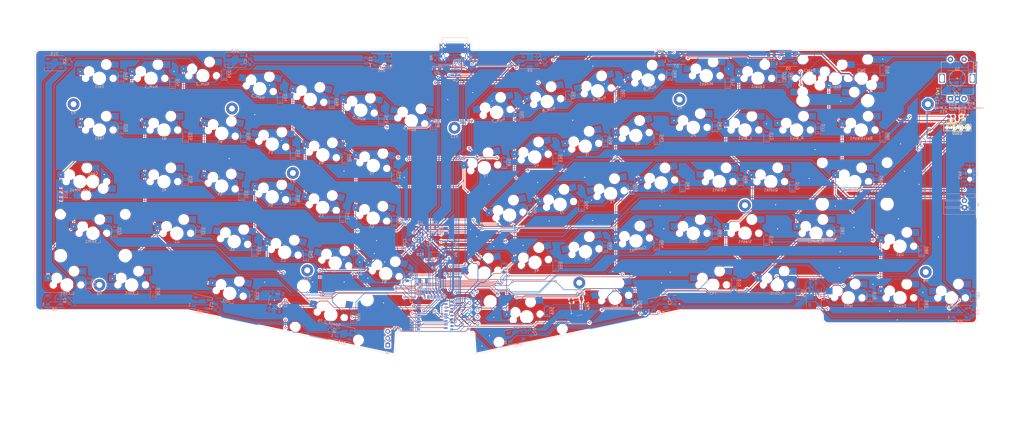
<source format=kicad_pcb>
(kicad_pcb (version 20171130) (host pcbnew "(5.1.9-0-10_14)")
  (layers (0 F.Cu signal) (31 B.Cu signal) (34 B.Paste user) (35 F.Paste user) (36 B.SilkS user) (37 F.SilkS user) (38 B.Mask user) (39 F.Mask user) (44 Edge.Cuts user))
  (net 0 "")
  (net 1 "Net-(A1-Pad2)")
  (net 2 COL1)
  (net 3 "Net-(B1-Pad2)")
  (net 4 COL3)
  (net 5 "Net-(Backslash1-Pad2)")
  (net 6 COL7)
  (net 7 "Net-(Bspc1-Pad2)")
  (net 8 "Net-(C1-Pad2)")
  (net 9 COL2)
  (net 10 EXT_VCC)
  (net 11 GND)
  (net 12 "Net-(C18-Pad1)")
  (net 13 nRF_VDD)
  (net 14 VBAT)
  (net 15 "Net-(Cap1-Pad2)")
  (net 16 COL0)
  (net 17 "Net-(Colon1-Pad2)")
  (net 18 COL5)
  (net 19 "Net-(Comma1-Pad2)")
  (net 20 "Net-(D1-Pad2)")
  (net 21 "Net-(D2-Pad2)")
  (net 22 "Net-(D14-Pad2)")
  (net 23 "Net-(D3-Pad2)")
  (net 24 "Net-(D4-Pad2)")
  (net 25 LED_UNDERGLOW)
  (net 26 "Net-(D5-Pad2)")
  (net 27 "Net-(D6-Pad2)")
  (net 28 "Net-(D15-Pad2)")
  (net 29 "Net-(D7-Pad2)")
  (net 30 "Net-(D10-Pad4)")
  (net 31 "Net-(D11-Pad4)")
  (net 32 "Net-(D10-Pad2)")
  (net 33 "Net-(D11-Pad2)")
  (net 34 "Net-(D12-Pad2)")
  (net 35 "Net-(D13-Pad2)")
  (net 36 VBUS)
  (net 37 LED_INDICATOR)
  (net 38 "Net-(D17-Pad1)")
  (net 39 "Net-(D18-Pad1)")
  (net 40 "Net-(D19-Pad2)")
  (net 41 ROW1)
  (net 42 "Net-(D20-Pad2)")
  (net 43 ROW3)
  (net 44 ROW5)
  (net 45 "Net-(D22-Pad2)")
  (net 46 ROW6)
  (net 47 "Net-(D23-Pad2)")
  (net 48 ROW8)
  (net 49 "Net-(D24-Pad2)")
  (net 50 ROW0)
  (net 51 "Net-(D25-Pad2)")
  (net 52 PROG)
  (net 53 ROW4)
  (net 54 ROW7)
  (net 55 "Net-(D28-Pad2)")
  (net 56 ROW9)
  (net 57 "Net-(D29-Pad2)")
  (net 58 "Net-(D30-Pad2)")
  (net 59 "Net-(D31-Pad2)")
  (net 60 "Net-(D32-Pad2)")
  (net 61 "Net-(D33-Pad2)")
  (net 62 "Net-(D34-Pad2)")
  (net 63 "Net-(D35-Pad2)")
  (net 64 "Net-(D37-Pad2)")
  (net 65 "Net-(D38-Pad2)")
  (net 66 "Net-(D39-Pad2)")
  (net 67 "Net-(D40-Pad2)")
  (net 68 "Net-(D41-Pad2)")
  (net 69 "Net-(D43-Pad2)")
  (net 70 "Net-(D44-Pad2)")
  (net 71 "Net-(D45-Pad2)")
  (net 72 "Net-(D46-Pad2)")
  (net 73 "Net-(D48-Pad2)")
  (net 74 "Net-(D49-Pad2)")
  (net 75 "Net-(D50-Pad2)")
  (net 76 "Net-(D52-Pad2)")
  (net 77 "Net-(D53-Pad2)")
  (net 78 "Net-(D54-Pad2)")
  (net 79 "Net-(D55-Pad2)")
  (net 80 "Net-(D56-Pad2)")
  (net 81 "Net-(D57-Pad2)")
  (net 82 "Net-(D58-Pad2)")
  (net 83 "Net-(D59-Pad2)")
  (net 84 "Net-(D60-Pad2)")
  (net 85 "Net-(D61-Pad2)")
  (net 86 "Net-(D62-Pad2)")
  (net 87 "Net-(D63-Pad2)")
  (net 88 "Net-(D65-Pad2)")
  (net 89 "Net-(D66-Pad2)")
  (net 90 "Net-(D67-Pad2)")
  (net 91 "Net-(D69-Pad2)")
  (net 92 "Net-(D70-Pad2)")
  (net 93 "Net-(D71-Pad2)")
  (net 94 "Net-(D72-Pad2)")
  (net 95 "Net-(D73-Pad2)")
  (net 96 "Net-(D74-Pad2)")
  (net 97 "Net-(D75-Pad2)")
  (net 98 "Net-(D76-Pad2)")
  (net 99 "Net-(D77-Pad2)")
  (net 100 "Net-(D78-Pad2)")
  (net 101 "Net-(D81-Pad2)")
  (net 102 "Net-(D82-Pad2)")
  (net 103 RS1)
  (net 104 "Net-(D84-Pad2)")
  (net 105 "Net-(D85-Pad2)")
  (net 106 "Net-(D86-Pad2)")
  (net 107 "Net-(D87-Pad2)")
  (net 108 COL6)
  (net 109 "Net-(F2-Pad2)")
  (net 110 COL4)
  (net 111 "Net-(J2-PadB8)")
  (net 112 "Net-(J2-PadA5)")
  (net 113 "Net-(J2-PadA7)")
  (net 114 "Net-(J2-PadA6)")
  (net 115 "Net-(J2-PadA8)")
  (net 116 "Net-(J2-PadB5)")
  (net 117 SWC)
  (net 118 SWD)
  (net 119 DATA+)
  (net 120 DATA-)
  (net 121 /P1.02)
  (net 122 /P1.04)
  (net 123 /P1.06)
  (net 124 SCL)
  (net 125 SDA)
  (net 126 "Net-(Q2-Pad3)")
  (net 127 POWER_PIN)
  (net 128 BATTERY_PIN)
  (net 129 "Net-(R9-Pad2)")
  (net 130 "Net-(R10-Pad1)")
  (net 131 Rotary_A)
  (net 132 Rotary_B)
  (net 133 RESET)
  (net 134 "Net-(SW3-Pad1)")
  (net 135 "Net-(U2-Pad4)")
  (net 136 /P0.00)
  (net 137 /P0.01)
  (net 138 DCCH)
  (net 139 "Net-(B2-Pad2)")
  (net 140 Rot_A)
  (net 141 Rot_B)
  (module SofleKeyboard-footprint:Jumper (layer B.Cu) (at 327.51842 -64.535249)
    (fp_text reference JP2 hide)
    (fp_text value Jumper_2_Bridged (at -2.755 0) (layer B.SilkS) (effects (font (size 0.8128 0.8128)) (justify mirror)))
    (pad 2 smd rect (at 0.50038 0) (size 0.635 1.143) (layers B.Cu B.Paste B.Mask) (net 131 Rotary_A) (clearance 0.1905))
    (pad 1 smd rect (at -0.50038 0) (size 0.635 1.143) (layers B.Cu B.Paste B.Mask) (net 140 Rot_A) (clearance 0.1905))
  )
  (module SofleKeyboard-footprint:Jumper (layer B.Cu) (at 330.83842 -64.515249 180)
    (fp_text reference JP1 hide)
    (fp_text value Jumper_2_Bridged (at -2.755 0) (layer B.SilkS) (effects (font (size 0.8128 0.8128)) (justify mirror)))
    (pad 2 smd rect (at 0.50038 0 180) (size 0.635 1.143) (layers B.Cu B.Paste B.Mask) (net 132 Rotary_B) (clearance 0.1905))
    (pad 1 smd rect (at -0.50038 0 180) (size 0.635 1.143) (layers B.Cu B.Paste B.Mask) (net 141 Rot_B) (clearance 0.1905))
  )
  (module Diode_SMD:D_SOD-123 (layer B.Cu) (at 315.913 7.8747 90)
    (fp_text reference D82 (at 0 2 90) (layer B.SilkS) (effects (justify mirror)))
    (fp_text value D)
    (pad 2 smd rect (at 1.65 0 90) (size 0.9 1.2) (layers B.Cu B.Paste B.Mask) (net 102 "Net-(D82-Pad2)"))
    (pad 1 smd rect (at -1.65 0 90) (size 0.9 1.2) (layers B.Cu B.Paste B.Mask) (net 48 ROW8))
  )
  (module MX_Only:MXOnly-1.25U-Hotswap (layer F.Cu) (at 202.925 5.6782 12)
    (fp_text reference R_Alt1)
    (fp_text value 1)
    (fp_text user %R (at 0 3.048 12) (layer B.SilkS) (effects (justify mirror)))
    (pad 2 smd rect (at 5.842 -5.08 12) (size 2.55 2.5) (layers B.Cu B.Paste B.Mask) (net 88 "Net-(D65-Pad2)"))
    (pad 1 smd rect (at -7.085 -2.54 12) (size 2.55 2.5) (layers B.Cu B.Paste B.Mask) (net 110 COL4))
    (pad "" np_thru_hole circle (at 5.08 0 60.0996) (size 1.75 1.75) (drill 1.75) (layers *.Cu *.Mask))
    (pad "" np_thru_hole circle (at -5.08 0 60.0996) (size 1.75 1.75) (drill 1.75) (layers *.Cu *.Mask))
    (pad "" np_thru_hole circle (at -3.81 -2.54 12) (size 3 3) (drill 3) (layers *.Cu *.Mask))
    (pad "" np_thru_hole circle (at 0 0 12) (size 3.9878 3.9878) (drill 3.9878) (layers *.Cu *.Mask))
    (pad "" np_thru_hole circle (at 2.54 -5.08 12) (size 3 3) (drill 3) (layers *.Cu *.Mask))
  )
  (module MX_Only:MXOnly-1.25U-Hotswap (layer F.Cu) (at 262.731 0.7935)
    (fp_text reference R_Ctrl1)
    (fp_text value 1)
    (fp_text user %R (at 0 3.048) (layer B.SilkS) (effects (justify mirror)))
    (pad 2 smd rect (at 5.842 -5.08) (size 2.55 2.5) (layers B.Cu B.Paste B.Mask) (net 97 "Net-(D75-Pad2)"))
    (pad 1 smd rect (at -7.085 -2.54) (size 2.55 2.5) (layers B.Cu B.Paste B.Mask) (net 108 COL6))
    (pad "" np_thru_hole circle (at 5.08 0 48.0996) (size 1.75 1.75) (drill 1.75) (layers *.Cu *.Mask))
    (pad "" np_thru_hole circle (at -5.08 0 48.0996) (size 1.75 1.75) (drill 1.75) (layers *.Cu *.Mask))
    (pad "" np_thru_hole circle (at -3.81 -2.54) (size 3 3) (drill 3) (layers *.Cu *.Mask))
    (pad "" np_thru_hole circle (at 0 0) (size 3.9878 3.9878) (drill 3.9878) (layers *.Cu *.Mask))
    (pad "" np_thru_hole circle (at 2.54 -5.08) (size 3 3) (drill 3) (layers *.Cu *.Mask))
  )
  (module MX_Only:MXOnly-1.25U-Hotswap (layer F.Cu) (at 238.919 0.7935)
    (fp_text reference Fn1)
    (fp_text value 1)
    (fp_text user %R (at 0 3.048) (layer B.SilkS) (effects (justify mirror)))
    (pad 2 smd rect (at 5.842 -5.08) (size 2.55 2.5) (layers B.Cu B.Paste B.Mask) (net 92 "Net-(D70-Pad2)"))
    (pad 1 smd rect (at -7.085 -2.54) (size 2.55 2.5) (layers B.Cu B.Paste B.Mask) (net 18 COL5))
    (pad "" np_thru_hole circle (at 5.08 0 48.0996) (size 1.75 1.75) (drill 1.75) (layers *.Cu *.Mask))
    (pad "" np_thru_hole circle (at -5.08 0 48.0996) (size 1.75 1.75) (drill 1.75) (layers *.Cu *.Mask))
    (pad "" np_thru_hole circle (at -3.81 -2.54) (size 3 3) (drill 3) (layers *.Cu *.Mask))
    (pad "" np_thru_hole circle (at 0 0) (size 3.9878 3.9878) (drill 3.9878) (layers *.Cu *.Mask))
    (pad "" np_thru_hole circle (at 2.54 -5.08) (size 3 3) (drill 3) (layers *.Cu *.Mask))
  )
  (module Diode_SMD:D_SOD-123 (layer B.Cu) (at 161.925 -5.5565 90)
    (fp_text reference D27 (at 0 2 90) (layer B.SilkS) (effects (justify mirror)))
    (fp_text value D)
    (pad 2 smd rect (at 1.65 0 90) (size 0.9 1.2) (layers B.Cu B.Paste B.Mask) (net 139 "Net-(B2-Pad2)"))
    (pad 1 smd rect (at -1.65 0 90) (size 0.9 1.2) (layers B.Cu B.Paste B.Mask) (net 46 ROW6))
  )
  (module MX_Only:MXOnly-1U-Hotswap (layer F.Cu) (at 154.718 -3.5499 12)
    (fp_text reference B2)
    (fp_text value 1)
    (fp_text user %R (at 0 3.048 12) (layer B.SilkS) (effects (justify mirror)))
    (pad 2 smd rect (at 5.842 -5.08 12) (size 2.55 2.5) (layers B.Cu B.Paste B.Mask) (net 139 "Net-(B2-Pad2)"))
    (pad 1 smd rect (at -7.085 -2.54 12) (size 2.55 2.5) (layers B.Cu B.Paste B.Mask) (net 110 COL4))
    (pad "" np_thru_hole circle (at 5.08 0 60.0996) (size 1.75 1.75) (drill 1.75) (layers *.Cu *.Mask))
    (pad "" np_thru_hole circle (at -5.08 0 60.0996) (size 1.75 1.75) (drill 1.75) (layers *.Cu *.Mask))
    (pad "" np_thru_hole circle (at -3.81 -2.54 12) (size 3 3) (drill 3) (layers *.Cu *.Mask))
    (pad "" np_thru_hole circle (at 0 0 12) (size 3.9878 3.9878) (drill 3.9878) (layers *.Cu *.Mask))
    (pad "" np_thru_hole circle (at 2.54 -5.08 12) (size 3 3) (drill 3) (layers *.Cu *.Mask))
  )
  (module MX_Only:MXOnly-1U-Hotswap (layer F.Cu) (at 41.2751 -18.2565)
    (fp_text reference Z1)
    (fp_text value 1)
    (fp_text user %R (at 0 3.048) (layer B.SilkS) (effects (justify mirror)))
    (pad 2 smd rect (at 5.842 -5.08) (size 2.55 2.5) (layers B.Cu B.Paste B.Mask) (net 60 "Net-(D32-Pad2)"))
    (pad 1 smd rect (at -7.085 -2.54) (size 2.55 2.5) (layers B.Cu B.Paste B.Mask) (net 2 COL1))
    (pad "" np_thru_hole circle (at 5.08 0 48.0996) (size 1.75 1.75) (drill 1.75) (layers *.Cu *.Mask))
    (pad "" np_thru_hole circle (at -5.08 0 48.0996) (size 1.75 1.75) (drill 1.75) (layers *.Cu *.Mask))
    (pad "" np_thru_hole circle (at -3.81 -2.54) (size 3 3) (drill 3) (layers *.Cu *.Mask))
    (pad "" np_thru_hole circle (at 0 0) (size 3.9878 3.9878) (drill 3.9878) (layers *.Cu *.Mask))
    (pad "" np_thru_hole circle (at 2.54 -5.08) (size 3 3) (drill 3) (layers *.Cu *.Mask))
  )
  (module Crystal:Crystal_SMD_3215-2Pin_3.2x1.5mm (layer B.Cu) (at 132.1 -0.794 180)
    (fp_text reference Y2 (at 0 2) (layer B.SilkS) (effects (justify mirror)))
    (fp_text value 32.768KHZ)
    (pad 2 smd rect (at -1.25 0 180) (size 1 1.8) (layers B.Cu B.Paste B.Mask) (net 137 /P0.01))
    (pad 1 smd rect (at 1.25 0 180) (size 1 1.8) (layers B.Cu B.Paste B.Mask) (net 136 /P0.00))
  )
  (module MX_Only:MXOnly-1U-Hotswap (layer F.Cu) (at 154.635 -42.4421 12)
    (fp_text reference Y1)
    (fp_text value 1)
    (fp_text user %R (at 0 3.048 12) (layer B.SilkS) (effects (justify mirror)))
    (pad 2 smd rect (at 5.842 -5.08 12) (size 2.55 2.5) (layers B.Cu B.Paste B.Mask) (net 74 "Net-(D49-Pad2)"))
    (pad 1 smd rect (at -7.085 -2.54 12) (size 2.55 2.5) (layers B.Cu B.Paste B.Mask) (net 4 COL3))
    (pad "" np_thru_hole circle (at 5.08 0 60.0996) (size 1.75 1.75) (drill 1.75) (layers *.Cu *.Mask))
    (pad "" np_thru_hole circle (at -5.08 0 60.0996) (size 1.75 1.75) (drill 1.75) (layers *.Cu *.Mask))
    (pad "" np_thru_hole circle (at -3.81 -2.54 12) (size 3 3) (drill 3) (layers *.Cu *.Mask))
    (pad "" np_thru_hole circle (at 0 0 12) (size 3.9878 3.9878) (drill 3.9878) (layers *.Cu *.Mask))
    (pad "" np_thru_hole circle (at 2.54 -5.08 12) (size 3 3) (drill 3) (layers *.Cu *.Mask))
  )
  (module MX_Only:MXOnly-1U-Hotswap (layer F.Cu) (at 62.4095 -15.2339 348)
    (fp_text reference X1)
    (fp_text value 1)
    (fp_text user %R (at 0 3.048 168) (layer B.SilkS) (effects (justify mirror)))
    (pad 2 smd rect (at 5.842 -5.08 348) (size 2.55 2.5) (layers B.Cu B.Paste B.Mask) (net 64 "Net-(D37-Pad2)"))
    (pad 1 smd rect (at -7.085 -2.54 348) (size 2.55 2.5) (layers B.Cu B.Paste B.Mask) (net 9 COL2))
    (pad "" np_thru_hole circle (at 5.08 0 36.0996) (size 1.75 1.75) (drill 1.75) (layers *.Cu *.Mask))
    (pad "" np_thru_hole circle (at -5.08 0 36.0996) (size 1.75 1.75) (drill 1.75) (layers *.Cu *.Mask))
    (pad "" np_thru_hole circle (at -3.81 -2.54 348) (size 3 3) (drill 3) (layers *.Cu *.Mask))
    (pad "" np_thru_hole circle (at 0 0 348) (size 3.9878 3.9878) (drill 3.9878) (layers *.Cu *.Mask))
    (pad "" np_thru_hole circle (at 2.54 -5.08 348) (size 3 3) (drill 3) (layers *.Cu *.Mask))
  )
  (module MX_Only:MXOnly-1U-Hotswap (layer F.Cu) (at 57.8345 -55.1165 348)
    (fp_text reference W1)
    (fp_text value 1)
    (fp_text user %R (at 0 3.048 168) (layer B.SilkS) (effects (justify mirror)))
    (pad 2 smd rect (at 5.842 -5.08 348) (size 2.55 2.5) (layers B.Cu B.Paste B.Mask) (net 58 "Net-(D30-Pad2)"))
    (pad 1 smd rect (at -7.085 -2.54 348) (size 2.55 2.5) (layers B.Cu B.Paste B.Mask) (net 2 COL1))
    (pad "" np_thru_hole circle (at 5.08 0 36.0996) (size 1.75 1.75) (drill 1.75) (layers *.Cu *.Mask))
    (pad "" np_thru_hole circle (at -5.08 0 36.0996) (size 1.75 1.75) (drill 1.75) (layers *.Cu *.Mask))
    (pad "" np_thru_hole circle (at -3.81 -2.54 348) (size 3 3) (drill 3) (layers *.Cu *.Mask))
    (pad "" np_thru_hole circle (at 0 0 348) (size 3.9878 3.9878) (drill 3.9878) (layers *.Cu *.Mask))
    (pad "" np_thru_hole circle (at 2.54 -5.08 348) (size 3 3) (drill 3) (layers *.Cu *.Mask))
  )
  (module MX_Only:MXOnly-1U-Hotswap (layer F.Cu) (at 99.6774 -7.3132 348)
    (fp_text reference V1)
    (fp_text value 1)
    (fp_text user %R (at 0 3.048 168) (layer B.SilkS) (effects (justify mirror)))
    (pad 2 smd rect (at 5.842 -5.08 348) (size 2.55 2.5) (layers B.Cu B.Paste B.Mask) (net 72 "Net-(D46-Pad2)"))
    (pad 1 smd rect (at -7.085 -2.54 348) (size 2.55 2.5) (layers B.Cu B.Paste B.Mask) (net 4 COL3))
    (pad "" np_thru_hole circle (at 5.08 0 36.0996) (size 1.75 1.75) (drill 1.75) (layers *.Cu *.Mask))
    (pad "" np_thru_hole circle (at -5.08 0 36.0996) (size 1.75 1.75) (drill 1.75) (layers *.Cu *.Mask))
    (pad "" np_thru_hole circle (at -3.81 -2.54 348) (size 3 3) (drill 3) (layers *.Cu *.Mask))
    (pad "" np_thru_hole circle (at 0 0 348) (size 3.9878 3.9878) (drill 3.9878) (layers *.Cu *.Mask))
    (pad "" np_thru_hole circle (at 2.54 -5.08 348) (size 3 3) (drill 3) (layers *.Cu *.Mask))
  )
  (module MX_Only:MXOnly-1U-Hotswap (layer F.Cu) (at 307.975 -13.494)
    (fp_text reference Up1)
    (fp_text value 1)
    (fp_text user %R (at 0 3.048) (layer B.SilkS) (effects (justify mirror)))
    (pad 2 smd rect (at 5.842 -5.08) (size 2.55 2.5) (layers B.Cu B.Paste B.Mask) (net 106 "Net-(D86-Pad2)"))
    (pad 1 smd rect (at -7.085 -2.54) (size 2.55 2.5) (layers B.Cu B.Paste B.Mask) (net 6 COL7))
    (pad "" np_thru_hole circle (at 5.08 0 48.0996) (size 1.75 1.75) (drill 1.75) (layers *.Cu *.Mask))
    (pad "" np_thru_hole circle (at -5.08 0 48.0996) (size 1.75 1.75) (drill 1.75) (layers *.Cu *.Mask))
    (pad "" np_thru_hole circle (at -3.81 -2.54) (size 3 3) (drill 3) (layers *.Cu *.Mask))
    (pad "" np_thru_hole circle (at 0 0) (size 3.9878 3.9878) (drill 3.9878) (layers *.Cu *.Mask))
    (pad "" np_thru_hole circle (at 2.54 -5.08) (size 3 3) (drill 3) (layers *.Cu *.Mask))
  )
  (module Package_TO_SOT_SMD:SOT-23-5 (layer B.Cu) (at 130.969 -14.7752 270)
    (fp_text reference U5 (at 0 2.38125 90) (layer B.SilkS) (effects (justify mirror)))
    (fp_text value TP4054)
    (pad 5 smd rect (at 1.1 0.95 270) (size 1.06 0.65) (layers B.Cu B.Paste B.Mask) (net 130 "Net-(R10-Pad1)"))
    (pad 4 smd rect (at 1.1 -0.95 270) (size 1.06 0.65) (layers B.Cu B.Paste B.Mask) (net 36 VBUS))
    (pad 3 smd rect (at -1.1 -0.95 270) (size 1.06 0.65) (layers B.Cu B.Paste B.Mask) (net 14 VBAT))
    (pad 2 smd rect (at -1.1 0 270) (size 1.06 0.65) (layers B.Cu B.Paste B.Mask) (net 11 GND))
    (pad 1 smd rect (at -1.1 0.95 270) (size 1.06 0.65) (layers B.Cu B.Paste B.Mask) (net 129 "Net-(R9-Pad2)"))
  )
  (module Package_TO_SOT_SMD:SOT-23-6 (layer B.Cu) (at 144.069 -77.5252)
    (fp_text reference U4 (at 0 2.9) (layer B.SilkS) (effects (justify mirror)))
    (fp_text value USBLC6-2SC6)
    (pad 5 smd rect (at 1.1 0) (size 1.06 0.65) (layers B.Cu B.Paste B.Mask) (net 109 "Net-(F2-Pad2)"))
    (pad 6 smd rect (at 1.1 0.95) (size 1.06 0.65) (layers B.Cu B.Paste B.Mask) (net 119 DATA+))
    (pad 4 smd rect (at 1.1 -0.95) (size 1.06 0.65) (layers B.Cu B.Paste B.Mask) (net 120 DATA-))
    (pad 3 smd rect (at -1.1 -0.95) (size 1.06 0.65) (layers B.Cu B.Paste B.Mask) (net 113 "Net-(J2-PadA7)"))
    (pad 2 smd rect (at -1.1 0) (size 1.06 0.65) (layers B.Cu B.Paste B.Mask) (net 11 GND))
    (pad 1 smd rect (at -1.1 0.95) (size 1.06 0.65) (layers B.Cu B.Paste B.Mask) (net 114 "Net-(J2-PadA6)"))
  )
  (module nrfmicro:E73-2G4M08S1C-52840 (layer B.Cu) (at 136.525 3.1747 270)
    (fp_text reference U3 (at 7.746775 0.000467) (layer B.SilkS) (effects (justify mirror)))
    (fp_text value E73-2G4M08S1C-52840)
    (fp_text user E73-2G4M08S1C (at 7.9375 8.73125 270) (layer B.SilkS) (effects (justify mirror)))
    (pad 28 thru_hole rect (at 4.632 -4.041 270) (size 0.65 1) (drill 0.3) (layers *.Cu *.Mask) (net 125 SDA))
    (pad 10 smd rect (at 2.6 6.119 270) (size 0.65 1) (layers B.Cu B.Paste B.Mask) (net 110 COL4))
    (pad 9 smd rect (at 3.87 6.119 270) (size 0.65 1) (layers B.Cu B.Paste B.Mask) (net 46 ROW6))
    (pad 8 smd rect (at 5.14 6.119 270) (size 0.65 1) (layers B.Cu B.Paste B.Mask) (net 54 ROW7))
    (pad 7 smd rect (at 6.41 6.119 270) (size 0.65 1) (layers B.Cu B.Paste B.Mask) (net 18 COL5))
    (pad 6 smd rect (at 7.68 6.119 270) (size 0.65 1) (layers B.Cu B.Paste B.Mask) (net 108 COL6))
    (pad 5 smd rect (at 8.95 6.119 270) (size 0.65 1) (layers B.Cu B.Paste B.Mask) (net 11 GND))
    (pad 4 smd rect (at 10.22 6.119 270) (size 0.65 1) (layers B.Cu B.Paste B.Mask) (net 6 COL7))
    (pad 3 smd rect (at 11.49 6.119 270) (size 0.65 1) (layers B.Cu B.Paste B.Mask) (net 48 ROW8))
    (pad 2 smd rect (at 12.76 6.119 270) (size 0.65 1) (layers B.Cu B.Paste B.Mask) (net 37 LED_INDICATOR))
    (pad 1 smd rect (at 14.03 6.119 270) (size 0.65 1) (layers B.Cu B.Paste B.Mask) (net 56 ROW9))
    (pad 31 smd rect (at 6.41 -6.119 270) (size 0.65 1) (layers B.Cu B.Paste B.Mask) (net 119 DATA+))
    (pad 43 smd rect (at 14.03 -6.119 270) (size 0.65 1) (layers B.Cu B.Paste B.Mask) (net 132 Rotary_B))
    (pad 33 smd rect (at 7.68 -6.119 270) (size 0.65 1) (layers B.Cu B.Paste B.Mask) (net 41 ROW1))
    (pad 41 smd rect (at 12.76 -6.119 270) (size 0.65 1) (layers B.Cu B.Paste B.Mask) (net 131 Rotary_A))
    (pad 39 smd rect (at 11.49 -6.119 270) (size 0.65 1) (layers B.Cu B.Paste B.Mask) (net 117 SWC))
    (pad 37 smd rect (at 10.22 -6.119 270) (size 0.65 1) (layers B.Cu B.Paste B.Mask) (net 118 SWD))
    (pad 29 smd rect (at 5.14 -6.119 270) (size 0.65 1) (layers B.Cu B.Paste B.Mask) (net 120 DATA-))
    (pad 35 smd rect (at 8.95 -6.119 270) (size 0.65 1) (layers B.Cu B.Paste B.Mask) (net 50 ROW0))
    (pad 27 smd rect (at 3.87 -6.119 270) (size 0.65 1) (layers B.Cu B.Paste B.Mask) (net 36 VBUS))
    (pad 26 smd rect (at 2.6 -6.119 270) (size 0.65 1) (layers B.Cu B.Paste B.Mask) (net 133 RESET))
    (pad 23 smd rect (at 0.381 -3.15 180) (size 0.65 1) (layers B.Cu B.Paste B.Mask) (net 13 nRF_VDD))
    (pad 11 smd rect (at 0.381 4.47 180) (size 0.65 1) (layers B.Cu B.Paste B.Mask) (net 136 /P0.00))
    (pad 21 smd rect (at 0.381 -1.88 180) (size 0.65 1) (layers B.Cu B.Paste B.Mask) (net 11 GND))
    (pad 13 smd rect (at 0.381 3.2 180) (size 0.65 1) (layers B.Cu B.Paste B.Mask) (net 137 /P0.01))
    (pad 15 smd rect (at 0.381 1.93 180) (size 0.65 1) (layers B.Cu B.Paste B.Mask) (net 52 PROG))
    (pad 17 smd rect (at 0.381 0.66 180) (size 0.65 1) (layers B.Cu B.Paste B.Mask) (net 127 POWER_PIN))
    (pad 25 smd rect (at 0.381 -4.42 180) (size 0.65 1) (layers B.Cu B.Paste B.Mask) (net 138 DCCH))
    (pad 19 smd rect (at 0.381 -0.61 180) (size 0.65 1) (layers B.Cu B.Paste B.Mask) (net 13 nRF_VDD))
    (pad 30 thru_hole rect (at 5.902 -4.041 270) (size 0.65 1) (drill 0.3) (layers *.Cu *.Mask) (net 124 SCL))
    (pad 32 thru_hole rect (at 7.172 -4.041 270) (size 0.65 1) (drill 0.3) (layers *.Cu *.Mask) (net 43 ROW3))
    (pad 34 thru_hole rect (at 8.442 -4.041 270) (size 0.65 1) (drill 0.3) (layers *.Cu *.Mask) (net 53 ROW4))
    (pad 36 thru_hole rect (at 9.712 -4.041 270) (size 0.65 1) (drill 0.3) (layers *.Cu *.Mask) (net 25 LED_UNDERGLOW))
    (pad 38 thru_hole rect (at 10.982 -4.041 270) (size 0.65 1) (drill 0.3) (layers *.Cu *.Mask) (net 121 /P1.02))
    (pad 40 thru_hole rect (at 12.252 -4.041 270) (size 0.65 1) (drill 0.3) (layers *.Cu *.Mask) (net 122 /P1.04))
    (pad 42 thru_hole rect (at 13.522 -4.041 270) (size 0.65 1) (drill 0.3) (layers *.Cu *.Mask) (net 123 /P1.06))
    (pad 14 thru_hole rect (at 2.092 2.563 180) (size 0.65 1) (drill 0.3) (layers *.Cu *.Mask) (net 4 COL3))
    (pad 12 thru_hole rect (at 2.092 3.833 180) (size 0.65 1) (drill 0.3) (layers *.Cu *.Mask) (net 9 COL2))
    (pad 20 thru_hole rect (at 2.092 -1.247 180) (size 0.65 1) (drill 0.3) (layers *.Cu *.Mask) (net 16 COL0))
    (pad 16 thru_hole rect (at 2.092 1.293 180) (size 0.65 1) (drill 0.3) (layers *.Cu *.Mask) (net 2 COL1))
    (pad 22 thru_hole rect (at 2.092 -2.517 180) (size 0.65 1) (drill 0.3) (layers *.Cu *.Mask) (net 44 ROW5))
    (pad 24 thru_hole rect (at 2.092 -3.787 180) (size 0.65 1) (drill 0.3) (layers *.Cu *.Mask) (net 11 GND))
    (pad 18 thru_hole rect (at 2.092 0.023 180) (size 0.65 1) (drill 0.3) (layers *.Cu *.Mask) (net 128 BATTERY_PIN))
  )
  (module Package_TO_SOT_SMD:SOT-23-5 (layer B.Cu) (at 130.969 -19.3565 90)
    (fp_text reference U2 (at 2.86875 0 180) (layer B.SilkS) (effects (justify mirror)))
    (fp_text value AP2112K-3.3)
    (pad 5 smd rect (at 1.1 0.95 90) (size 1.06 0.65) (layers B.Cu B.Paste B.Mask) (net 13 nRF_VDD))
    (pad 4 smd rect (at 1.1 -0.95 90) (size 1.06 0.65) (layers B.Cu B.Paste B.Mask) (net 135 "Net-(U2-Pad4)"))
    (pad 3 smd rect (at -1.1 -0.95 90) (size 1.06 0.65) (layers B.Cu B.Paste B.Mask) (net 12 "Net-(C18-Pad1)"))
    (pad 2 smd rect (at -1.1 0 90) (size 1.06 0.65) (layers B.Cu B.Paste B.Mask) (net 11 GND))
    (pad 1 smd rect (at -1.1 0.95 90) (size 1.06 0.65) (layers B.Cu B.Paste B.Mask) (net 12 "Net-(C18-Pad1)"))
  )
  (module MX_Only:MXOnly-1U-Hotswap (layer F.Cu) (at 173.268 -46.4032 12)
    (fp_text reference U1)
    (fp_text value 1)
    (fp_text user %R (at 0 3.048 12) (layer B.SilkS) (effects (justify mirror)))
    (pad 2 smd rect (at 5.842 -5.08 12) (size 2.55 2.5) (layers B.Cu B.Paste B.Mask) (net 77 "Net-(D53-Pad2)"))
    (pad 1 smd rect (at -7.085 -2.54 12) (size 2.55 2.5) (layers B.Cu B.Paste B.Mask) (net 110 COL4))
    (pad "" np_thru_hole circle (at 5.08 0 60.0996) (size 1.75 1.75) (drill 1.75) (layers *.Cu *.Mask))
    (pad "" np_thru_hole circle (at -5.08 0 60.0996) (size 1.75 1.75) (drill 1.75) (layers *.Cu *.Mask))
    (pad "" np_thru_hole circle (at -3.81 -2.54 12) (size 3 3) (drill 3) (layers *.Cu *.Mask))
    (pad "" np_thru_hole circle (at 0 0 12) (size 3.9878 3.9878) (drill 3.9878) (layers *.Cu *.Mask))
    (pad "" np_thru_hole circle (at 2.54 -5.08 12) (size 3 3) (drill 3) (layers *.Cu *.Mask))
  )
  (module MX_Only:MXOnly-1.5U-Hotswap (layer F.Cu) (at 12.7 -56.3565)
    (fp_text reference Tab1)
    (fp_text value 1.5)
    (fp_text user %R (at 0 3.048) (layer B.SilkS) (effects (justify mirror)))
    (pad 2 smd rect (at 5.842 -5.08) (size 2.55 2.5) (layers B.Cu B.Paste B.Mask) (net 42 "Net-(D20-Pad2)"))
    (pad 1 smd rect (at -7.085 -2.54) (size 2.55 2.5) (layers B.Cu B.Paste B.Mask) (net 16 COL0))
    (pad "" np_thru_hole circle (at 5.08 0 48.0996) (size 1.75 1.75) (drill 1.75) (layers *.Cu *.Mask))
    (pad "" np_thru_hole circle (at -5.08 0 48.0996) (size 1.75 1.75) (drill 1.75) (layers *.Cu *.Mask))
    (pad "" np_thru_hole circle (at -3.81 -2.54) (size 3 3) (drill 3) (layers *.Cu *.Mask))
    (pad "" np_thru_hole circle (at 0 0) (size 3.9878 3.9878) (drill 3.9878) (layers *.Cu *.Mask))
    (pad "" np_thru_hole circle (at 2.54 -5.08) (size 3 3) (drill 3) (layers *.Cu *.Mask))
  )
  (module MX_Only:MXOnly-1U-Hotswap (layer F.Cu) (at 113.736 -43.2342 348)
    (fp_text reference T1)
    (fp_text value 1)
    (fp_text user %R (at 0 3.048 168) (layer B.SilkS) (effects (justify mirror)))
    (pad 2 smd rect (at 5.842 -5.08 348) (size 2.55 2.5) (layers B.Cu B.Paste B.Mask) (net 70 "Net-(D44-Pad2)"))
    (pad 1 smd rect (at -7.085 -2.54 348) (size 2.55 2.5) (layers B.Cu B.Paste B.Mask) (net 4 COL3))
    (pad "" np_thru_hole circle (at 5.08 0 36.0996) (size 1.75 1.75) (drill 1.75) (layers *.Cu *.Mask))
    (pad "" np_thru_hole circle (at -5.08 0 36.0996) (size 1.75 1.75) (drill 1.75) (layers *.Cu *.Mask))
    (pad "" np_thru_hole circle (at -3.81 -2.54 348) (size 3 3) (drill 3) (layers *.Cu *.Mask))
    (pad "" np_thru_hole circle (at 0 0 348) (size 3.9878 3.9878) (drill 3.9878) (layers *.Cu *.Mask))
    (pad "" np_thru_hole circle (at 2.54 -5.08 348) (size 3 3) (drill 3) (layers *.Cu *.Mask))
  )
  (module Button_Switch_SMD:SW_SPST_TL3342 (layer F.Cu) (at 189.249 9.2747 282)
    (fp_text reference SW4 (at 0 -3.750001 282) (layer F.SilkS))
    (fp_text value SW_PUSH)
    (pad 2 smd rect (at 3.15 1.9 282) (size 1.7 1) (layers F.Cu F.Paste F.Mask) (net 11 GND))
    (pad 2 smd rect (at -3.15 1.9 282) (size 1.7 1) (layers F.Cu F.Paste F.Mask) (net 11 GND))
    (pad 1 smd rect (at 3.15 -1.9 282) (size 1.7 1) (layers F.Cu F.Paste F.Mask) (net 133 RESET))
    (pad 1 smd rect (at -3.15 -1.9 282) (size 1.7 1) (layers F.Cu F.Paste F.Mask) (net 133 RESET))
  )
  (module Button_Switch_SMD:SW_SPDT_PCM12 (layer B.Cu) (at 333.375 -39.6877 270)
    (fp_text reference SW3 (at 0 3.2 90) (layer B.SilkS) (effects (justify mirror)))
    (fp_text value SW_SPDT)
    (pad "" smd rect (at -3.65 0.78 270) (size 1 0.8) (layers B.Cu B.Paste B.Mask))
    (pad "" smd rect (at 3.65 0.78 270) (size 1 0.8) (layers B.Cu B.Paste B.Mask))
    (pad "" smd rect (at 3.65 -1.43 270) (size 1 0.8) (layers B.Cu B.Paste B.Mask))
    (pad "" smd rect (at -3.65 -1.43 270) (size 1 0.8) (layers B.Cu B.Paste B.Mask))
    (pad 3 smd rect (at 2.25 1.43 270) (size 0.7 1.5) (layers B.Cu B.Paste B.Mask) (net 126 "Net-(Q2-Pad3)"))
    (pad 2 smd rect (at 0.75 1.43 270) (size 0.7 1.5) (layers B.Cu B.Paste B.Mask) (net 14 VBAT))
    (pad 1 smd rect (at -2.25 1.43 270) (size 0.7 1.5) (layers B.Cu B.Paste B.Mask) (net 134 "Net-(SW3-Pad1)"))
    (pad "" np_thru_hole circle (at 1.5 -0.33 270) (size 0.9 0.9) (drill 0.9) (layers *.Cu *.Mask))
    (pad "" np_thru_hole circle (at -1.5 -0.33 270) (size 0.9 0.9) (drill 0.9) (layers *.Cu *.Mask))
  )
  (module Button_Switch_SMD:SW_SPST_TL3342 (layer B.Cu) (at 77.9197 6.8386 78)
    (fp_text reference SW2 (at 0 3.750001 78) (layer B.SilkS) (effects (justify mirror)))
    (fp_text value SW_PUSH)
    (pad 2 smd rect (at 3.15 -1.9 78) (size 1.7 1) (layers B.Cu B.Paste B.Mask) (net 11 GND))
    (pad 2 smd rect (at -3.15 -1.9 78) (size 1.7 1) (layers B.Cu B.Paste B.Mask) (net 11 GND))
    (pad 1 smd rect (at 3.15 1.9 78) (size 1.7 1) (layers B.Cu B.Paste B.Mask) (net 133 RESET))
    (pad 1 smd rect (at -3.15 1.9 78) (size 1.7 1) (layers B.Cu B.Paste B.Mask) (net 133 RESET))
  )
  (module Rotary_Encoder:RotaryEncoder_Alps_EC11E-Switch_Vertical_H20mm (layer F.Cu) (at 326.625 -67.8938 90)
    (fp_text reference SW1 (at 2.8 -4.7 90) (layer F.SilkS))
    (fp_text value Rotary_Encoder_Switch)
    (pad A thru_hole rect (at 0 0 90) (size 2 2) (drill 1) (layers *.Cu *.Mask) (net 140 Rot_A))
    (pad C thru_hole circle (at 0 2.5 90) (size 2 2) (drill 1) (layers *.Cu *.Mask) (net 11 GND))
    (pad B thru_hole circle (at 0 5 90) (size 2 2) (drill 1) (layers *.Cu *.Mask) (net 141 Rot_B))
    (pad MP thru_hole rect (at 7.5 -3.1 90) (size 3.2 2) (drill oval 2.8 1.5) (layers *.Cu *.Mask))
    (pad MP thru_hole rect (at 7.5 8.1 90) (size 3.2 2) (drill oval 2.8 1.5) (layers *.Cu *.Mask))
    (pad S2 thru_hole circle (at 14.5 0 90) (size 2 2) (drill 1) (layers *.Cu *.Mask) (net 6 COL7))
    (pad S1 thru_hole circle (at 14.5 5 90) (size 2 2) (drill 1) (layers *.Cu *.Mask) (net 103 RS1))
  )
  (module MX_Only:MXOnly-2.25U-Hotswap-ReversedStabilizers (layer F.Cu) (at 170.316 12.6088 12)
    (fp_text reference Space_2.25)
    (fp_text value 2.25)
    (fp_text user %R (at 0 3.048 12) (layer B.SilkS) (effects (justify mirror)))
    (pad "" np_thru_hole circle (at -11.938 -8.255 12) (size 3.9878 3.9878) (drill 3.9878) (layers *.Cu *.Mask))
    (pad "" np_thru_hole circle (at 11.938 -8.255 12) (size 3.9878 3.9878) (drill 3.9878) (layers *.Cu *.Mask))
    (pad "" np_thru_hole circle (at -11.938 6.985 12) (size 3.048 3.048) (drill 3.048) (layers *.Cu *.Mask))
    (pad "" np_thru_hole circle (at 11.938 6.985 12) (size 3.048 3.048) (drill 3.048) (layers *.Cu *.Mask))
    (pad 2 smd rect (at 5.842 -5.08 12) (size 2.55 2.5) (layers B.Cu B.Paste B.Mask) (net 80 "Net-(D56-Pad2)"))
    (pad 1 smd rect (at -7.085 -2.54 12) (size 2.55 2.5) (layers B.Cu B.Paste B.Mask) (net 110 COL4))
    (pad "" np_thru_hole circle (at 5.08 0 60.0996) (size 1.75 1.75) (drill 1.75) (layers *.Cu *.Mask))
    (pad "" np_thru_hole circle (at -5.08 0 60.0996) (size 1.75 1.75) (drill 1.75) (layers *.Cu *.Mask))
    (pad "" np_thru_hole circle (at -3.81 -2.54 12) (size 3 3) (drill 3) (layers *.Cu *.Mask))
    (pad "" np_thru_hole circle (at 0 0 12) (size 3.9878 3.9878) (drill 3.9878) (layers *.Cu *.Mask))
    (pad "" np_thru_hole circle (at 2.54 -5.08 12) (size 3 3) (drill 3) (layers *.Cu *.Mask))
  )
  (module MX_Only:MXOnly-2.75U-Hotswap-ReversedStabilizers (layer F.Cu) (at 98.0452 11.8147 348)
    (fp_text reference Space_2.75)
    (fp_text value 2.75)
    (fp_text user %R (at 0 3.048 168) (layer B.SilkS) (effects (justify mirror)))
    (pad "" np_thru_hole circle (at -11.938 -8.255 348) (size 3.9878 3.9878) (drill 3.9878) (layers *.Cu *.Mask))
    (pad "" np_thru_hole circle (at 11.938 -8.255 348) (size 3.9878 3.9878) (drill 3.9878) (layers *.Cu *.Mask))
    (pad "" np_thru_hole circle (at -11.938 6.985 348) (size 3.048 3.048) (drill 3.048) (layers *.Cu *.Mask))
    (pad "" np_thru_hole circle (at 11.938 6.985 348) (size 3.048 3.048) (drill 3.048) (layers *.Cu *.Mask))
    (pad 2 smd rect (at 5.842 -5.08 348) (size 2.55 2.5) (layers B.Cu B.Paste B.Mask) (net 65 "Net-(D38-Pad2)"))
    (pad 1 smd rect (at -7.085 -2.54 348) (size 2.55 2.5) (layers B.Cu B.Paste B.Mask) (net 9 COL2))
    (pad "" np_thru_hole circle (at 5.08 0 36.0996) (size 1.75 1.75) (drill 1.75) (layers *.Cu *.Mask))
    (pad "" np_thru_hole circle (at -5.08 0 36.0996) (size 1.75 1.75) (drill 1.75) (layers *.Cu *.Mask))
    (pad "" np_thru_hole circle (at -3.81 -2.54 348) (size 3 3) (drill 3) (layers *.Cu *.Mask))
    (pad "" np_thru_hole circle (at 0 0 348) (size 3.9878 3.9878) (drill 3.9878) (layers *.Cu *.Mask))
    (pad "" np_thru_hole circle (at 2.54 -5.08 348) (size 3 3) (drill 3) (layers *.Cu *.Mask))
  )
  (module MX_Only:MXOnly-1U-Hotswap (layer F.Cu) (at 250.825 -18.2565)
    (fp_text reference Slash1)
    (fp_text value 1)
    (fp_text user %R (at 0 3.048) (layer B.SilkS) (effects (justify mirror)))
    (pad 2 smd rect (at 5.842 -5.08) (size 2.55 2.5) (layers B.Cu B.Paste B.Mask) (net 96 "Net-(D74-Pad2)"))
    (pad 1 smd rect (at -7.085 -2.54) (size 2.55 2.5) (layers B.Cu B.Paste B.Mask) (net 108 COL6))
    (pad "" np_thru_hole circle (at 5.08 0 48.0996) (size 1.75 1.75) (drill 1.75) (layers *.Cu *.Mask))
    (pad "" np_thru_hole circle (at -5.08 0 48.0996) (size 1.75 1.75) (drill 1.75) (layers *.Cu *.Mask))
    (pad "" np_thru_hole circle (at -3.81 -2.54) (size 3 3) (drill 3) (layers *.Cu *.Mask))
    (pad "" np_thru_hole circle (at 0 0) (size 3.9878 3.9878) (drill 3.9878) (layers *.Cu *.Mask))
    (pad "" np_thru_hole circle (at 2.54 -5.08) (size 3 3) (drill 3) (layers *.Cu *.Mask))
  )
  (module MX_Only:MXOnly-1U-Hotswap (layer F.Cu) (at 57.7934 -35.6703 348)
    (fp_text reference S1)
    (fp_text value 1)
    (fp_text user %R (at 0 3.048 168) (layer B.SilkS) (effects (justify mirror)))
    (pad 2 smd rect (at 5.842 -5.08 348) (size 2.55 2.5) (layers B.Cu B.Paste B.Mask) (net 59 "Net-(D31-Pad2)"))
    (pad 1 smd rect (at -7.085 -2.54 348) (size 2.55 2.5) (layers B.Cu B.Paste B.Mask) (net 2 COL1))
    (pad "" np_thru_hole circle (at 5.08 0 36.0996) (size 1.75 1.75) (drill 1.75) (layers *.Cu *.Mask))
    (pad "" np_thru_hole circle (at -5.08 0 36.0996) (size 1.75 1.75) (drill 1.75) (layers *.Cu *.Mask))
    (pad "" np_thru_hole circle (at -3.81 -2.54 348) (size 3 3) (drill 3) (layers *.Cu *.Mask))
    (pad "" np_thru_hole circle (at 0 0 348) (size 3.9878 3.9878) (drill 3.9878) (layers *.Cu *.Mask))
    (pad "" np_thru_hole circle (at 2.54 -5.08 348) (size 3 3) (drill 3) (layers *.Cu *.Mask))
  )
  (module MX_Only:MXOnly-1U-Hotswap (layer F.Cu) (at 327.025 5.556)
    (fp_text reference Right1)
    (fp_text value 1)
    (fp_text user %R (at 0 3.048) (layer B.SilkS) (effects (justify mirror)))
    (pad 2 smd rect (at 5.842 -5.08) (size 2.55 2.5) (layers B.Cu B.Paste B.Mask) (net 107 "Net-(D87-Pad2)"))
    (pad 1 smd rect (at -7.085 -2.54) (size 2.55 2.5) (layers B.Cu B.Paste B.Mask) (net 6 COL7))
    (pad "" np_thru_hole circle (at 5.08 0 48.0996) (size 1.75 1.75) (drill 1.75) (layers *.Cu *.Mask))
    (pad "" np_thru_hole circle (at -5.08 0 48.0996) (size 1.75 1.75) (drill 1.75) (layers *.Cu *.Mask))
    (pad "" np_thru_hole circle (at -3.81 -2.54) (size 3 3) (drill 3) (layers *.Cu *.Mask))
    (pad "" np_thru_hole circle (at 0 0) (size 3.9878 3.9878) (drill 3.9878) (layers *.Cu *.Mask))
    (pad "" np_thru_hole circle (at 2.54 -5.08) (size 3 3) (drill 3) (layers *.Cu *.Mask))
  )
  (module MX_Only:MXOnly-1.75U-Hotswap (layer F.Cu) (at 277.019 -18.2565)
    (fp_text reference R_Shift1)
    (fp_text value 1.75)
    (fp_text user %R (at 0 3.048) (layer B.SilkS) (effects (justify mirror)))
    (pad 2 smd rect (at 5.842 -5.08) (size 2.55 2.5) (layers B.Cu B.Paste B.Mask) (net 101 "Net-(D81-Pad2)"))
    (pad 1 smd rect (at -7.085 -2.54) (size 2.55 2.5) (layers B.Cu B.Paste B.Mask) (net 6 COL7))
    (pad "" np_thru_hole circle (at 5.08 0 48.0996) (size 1.75 1.75) (drill 1.75) (layers *.Cu *.Mask))
    (pad "" np_thru_hole circle (at -5.08 0 48.0996) (size 1.75 1.75) (drill 1.75) (layers *.Cu *.Mask))
    (pad "" np_thru_hole circle (at -3.81 -2.54) (size 3 3) (drill 3) (layers *.Cu *.Mask))
    (pad "" np_thru_hole circle (at 0 0) (size 3.9878 3.9878) (drill 3.9878) (layers *.Cu *.Mask))
    (pad "" np_thru_hole circle (at 2.54 -5.08) (size 3 3) (drill 3) (layers *.Cu *.Mask))
  )
  (module MX_Only:MXOnly-1U-Hotswap (layer F.Cu) (at 269.875 -56.3565)
    (fp_text reference R_Brc1)
    (fp_text value 1)
    (fp_text user %R (at 0 3.048) (layer B.SilkS) (effects (justify mirror)))
    (pad 2 smd rect (at 5.842 -5.08) (size 2.55 2.5) (layers B.Cu B.Paste B.Mask) (net 99 "Net-(D77-Pad2)"))
    (pad 1 smd rect (at -7.085 -2.54) (size 2.55 2.5) (layers B.Cu B.Paste B.Mask) (net 108 COL6))
    (pad "" np_thru_hole circle (at 5.08 0 48.0996) (size 1.75 1.75) (drill 1.75) (layers *.Cu *.Mask))
    (pad "" np_thru_hole circle (at -5.08 0 48.0996) (size 1.75 1.75) (drill 1.75) (layers *.Cu *.Mask))
    (pad "" np_thru_hole circle (at -3.81 -2.54) (size 3 3) (drill 3) (layers *.Cu *.Mask))
    (pad "" np_thru_hole circle (at 0 0) (size 3.9878 3.9878) (drill 3.9878) (layers *.Cu *.Mask))
    (pad "" np_thru_hole circle (at 2.54 -5.08) (size 3 3) (drill 3) (layers *.Cu *.Mask))
  )
  (module Resistor_SMD:R_0603_1608Metric_Pad1.05x0.95mm_HandSolder (layer B.Cu) (at 330.844 -64.5252)
    (fp_text reference R14 (at 0 1.43) (layer B.SilkS) (effects (justify mirror)))
    (fp_text value 10k)
    (pad 2 smd roundrect (at 0.875 0) (size 1.05 0.95) (layers B.Cu B.Paste B.Mask) (net 141 Rot_B))
    (pad 1 smd roundrect (at -0.875 0) (size 1.05 0.95) (layers B.Cu B.Paste B.Mask) (net 132 Rotary_B))
  )
  (module Resistor_SMD:R_0603_1608Metric_Pad1.05x0.95mm_HandSolder (layer B.Cu) (at 327.469 -64.5252 180)
    (fp_text reference R13 (at 0 1.43) (layer B.SilkS) (effects (justify mirror)))
    (fp_text value 10k)
    (pad 2 smd roundrect (at 0.875 0 180) (size 1.05 0.95) (layers B.Cu B.Paste B.Mask) (net 140 Rot_A))
    (pad 1 smd roundrect (at -0.875 0 180) (size 1.05 0.95) (layers B.Cu B.Paste B.Mask) (net 131 Rotary_A))
  )
  (module Resistor_SMD:R_0603_1608Metric_Pad1.05x0.95mm_HandSolder (layer B.Cu) (at 334.194 -64.5252 180)
    (fp_text reference R12 (at 0 1.43) (layer B.SilkS) (effects (justify mirror)))
    (fp_text value 10k)
    (pad 2 smd roundrect (at 0.875 0 180) (size 1.05 0.95) (layers B.Cu B.Paste B.Mask) (net 10 EXT_VCC))
    (pad 1 smd roundrect (at -0.875 0 180) (size 1.05 0.95) (layers B.Cu B.Paste B.Mask) (net 141 Rot_B))
  )
  (module Resistor_SMD:R_0603_1608Metric_Pad1.05x0.95mm_HandSolder (layer B.Cu) (at 324.044 -64.5252)
    (fp_text reference R11 (at 0 1.43) (layer B.SilkS) (effects (justify mirror)))
    (fp_text value 10k)
    (pad 2 smd roundrect (at 0.875 0) (size 1.05 0.95) (layers B.Cu B.Paste B.Mask) (net 10 EXT_VCC))
    (pad 1 smd roundrect (at -0.875 0) (size 1.05 0.95) (layers B.Cu B.Paste B.Mask) (net 140 Rot_A))
  )
  (module Resistor_SMD:R_0603_1608Metric_Pad1.05x0.95mm_HandSolder (layer B.Cu) (at 131.05 -11.9065)
    (fp_text reference R10 (at 0 1.43) (layer B.SilkS) (effects (justify mirror)))
    (fp_text value RPROG_10K/2K)
    (pad 2 smd roundrect (at 0.875 0) (size 1.05 0.95) (layers B.Cu B.Paste B.Mask) (net 11 GND))
    (pad 1 smd roundrect (at -0.875 0) (size 1.05 0.95) (layers B.Cu B.Paste B.Mask) (net 130 "Net-(R10-Pad1)"))
  )
  (module Resistor_SMD:R_0603_1608Metric_Pad1.05x0.95mm_HandSolder (layer F.Cu) (at 326.769 -61.3752 180)
    (fp_text reference R9 (at 0 -1.43) (layer F.SilkS))
    (fp_text value 1K)
    (pad 2 smd roundrect (at 0.875 0 180) (size 1.05 0.95) (layers F.Cu F.Paste F.Mask) (net 129 "Net-(R9-Pad2)"))
    (pad 1 smd roundrect (at -0.875 0 180) (size 1.05 0.95) (layers F.Cu F.Paste F.Mask) (net 39 "Net-(D18-Pad1)"))
  )
  (module Resistor_SMD:R_0603_1608Metric_Pad1.05x0.95mm_HandSolder (layer F.Cu) (at 331.419 -61.4252 180)
    (fp_text reference R8 (at 0 -1.43) (layer F.SilkS))
    (fp_text value 1K)
    (pad 2 smd roundrect (at 0.875 0 180) (size 1.05 0.95) (layers F.Cu F.Paste F.Mask) (net 38 "Net-(D17-Pad1)"))
    (pad 1 smd roundrect (at -0.875 0 180) (size 1.05 0.95) (layers F.Cu F.Paste F.Mask) (net 11 GND))
  )
  (module Resistor_SMD:R_0603_1608Metric_Pad1.05x0.95mm_HandSolder (layer B.Cu) (at 151.269 -82.8002 270)
    (fp_text reference R7 (at 0 1.43 90) (layer B.SilkS) (effects (justify mirror)))
    (fp_text value 5.1K)
    (pad 2 smd roundrect (at 0.875 0 270) (size 1.05 0.95) (layers B.Cu B.Paste B.Mask) (net 116 "Net-(J2-PadB5)"))
    (pad 1 smd roundrect (at -0.875 0 270) (size 1.05 0.95) (layers B.Cu B.Paste B.Mask) (net 11 GND))
  )
  (module Resistor_SMD:R_0603_1608Metric_Pad1.05x0.95mm_HandSolder (layer B.Cu) (at 136.569 -83.0252 270)
    (fp_text reference R6 (at 0 1.43 90) (layer B.SilkS) (effects (justify mirror)))
    (fp_text value 5.1K)
    (pad 2 smd roundrect (at 0.875 0 270) (size 1.05 0.95) (layers B.Cu B.Paste B.Mask) (net 112 "Net-(J2-PadA5)"))
    (pad 1 smd roundrect (at -0.875 0 270) (size 1.05 0.95) (layers B.Cu B.Paste B.Mask) (net 11 GND))
  )
  (module Resistor_SMD:R_0603_1608Metric_Pad1.05x0.95mm_HandSolder (layer B.Cu) (at 142.875 -14.2065 270)
    (fp_text reference R5 (at 0 -1.5875 90) (layer B.SilkS) (effects (justify mirror)))
    (fp_text value 2M)
    (pad 2 smd roundrect (at 0.875 0 270) (size 1.05 0.95) (layers B.Cu B.Paste B.Mask) (net 11 GND))
    (pad 1 smd roundrect (at -0.875 0 270) (size 1.05 0.95) (layers B.Cu B.Paste B.Mask) (net 127 POWER_PIN))
  )
  (module Resistor_SMD:R_0603_1608Metric_Pad1.05x0.95mm_HandSolder (layer B.Cu) (at 142.875 -10.4002 90)
    (fp_text reference R4 (at 0 1.43 90) (layer B.SilkS) (effects (justify mirror)))
    (fp_text value 2M)
    (pad 2 smd roundrect (at 0.875 0 90) (size 1.05 0.95) (layers B.Cu B.Paste B.Mask) (net 11 GND))
    (pad 1 smd roundrect (at -0.875 0 90) (size 1.05 0.95) (layers B.Cu B.Paste B.Mask) (net 128 BATTERY_PIN))
  )
  (module Resistor_SMD:R_0603_1608Metric_Pad1.05x0.95mm_HandSolder (layer B.Cu) (at 140.494 -14.2065 270)
    (fp_text reference R3 (at 0 1.43 90) (layer B.SilkS) (effects (justify mirror)))
    (fp_text value 820K)
    (pad 2 smd roundrect (at 0.875 0 270) (size 1.05 0.95) (layers B.Cu B.Paste B.Mask) (net 128 BATTERY_PIN))
    (pad 1 smd roundrect (at -0.875 0 270) (size 1.05 0.95) (layers B.Cu B.Paste B.Mask) (net 126 "Net-(Q2-Pad3)"))
  )
  (module Resistor_SMD:R_0603_1608Metric_Pad1.05x0.95mm_HandSolder (layer B.Cu) (at 140.494 -10.4002 90)
    (fp_text reference R2 (at -2.4625 0 180) (layer B.SilkS) (effects (justify mirror)))
    (fp_text value 100K)
    (pad 2 smd roundrect (at 0.875 0 90) (size 1.05 0.95) (layers B.Cu B.Paste B.Mask) (net 11 GND))
    (pad 1 smd roundrect (at -0.875 0 90) (size 1.05 0.95) (layers B.Cu B.Paste B.Mask) (net 36 VBUS))
  )
  (module MX_Only:MXOnly-1U-Hotswap (layer F.Cu) (at 95.1021 -47.195 348)
    (fp_text reference R1)
    (fp_text value 1)
    (fp_text user %R (at 0 3.048 168) (layer B.SilkS) (effects (justify mirror)))
    (pad 2 smd rect (at 5.842 -5.08 348) (size 2.55 2.5) (layers B.Cu B.Paste B.Mask) (net 67 "Net-(D40-Pad2)"))
    (pad 1 smd rect (at -7.085 -2.54 348) (size 2.55 2.5) (layers B.Cu B.Paste B.Mask) (net 9 COL2))
    (pad "" np_thru_hole circle (at 5.08 0 36.0996) (size 1.75 1.75) (drill 1.75) (layers *.Cu *.Mask))
    (pad "" np_thru_hole circle (at -5.08 0 36.0996) (size 1.75 1.75) (drill 1.75) (layers *.Cu *.Mask))
    (pad "" np_thru_hole circle (at -3.81 -2.54 348) (size 3 3) (drill 3) (layers *.Cu *.Mask))
    (pad "" np_thru_hole circle (at 0 0 348) (size 3.9878 3.9878) (drill 3.9878) (layers *.Cu *.Mask))
    (pad "" np_thru_hole circle (at 2.54 -5.08 348) (size 3 3) (drill 3) (layers *.Cu *.Mask))
  )
  (module MX_Only:MXOnly-1U-Hotswap (layer F.Cu) (at 260.35 -37.3065)
    (fp_text reference Quote1)
    (fp_text value 1)
    (fp_text user %R (at 0 3.048) (layer B.SilkS) (effects (justify mirror)))
    (pad 2 smd rect (at 5.842 -5.08) (size 2.55 2.5) (layers B.Cu B.Paste B.Mask) (net 95 "Net-(D73-Pad2)"))
    (pad 1 smd rect (at -7.085 -2.54) (size 2.55 2.5) (layers B.Cu B.Paste B.Mask) (net 108 COL6))
    (pad "" np_thru_hole circle (at 5.08 0 48.0996) (size 1.75 1.75) (drill 1.75) (layers *.Cu *.Mask))
    (pad "" np_thru_hole circle (at -5.08 0 48.0996) (size 1.75 1.75) (drill 1.75) (layers *.Cu *.Mask))
    (pad "" np_thru_hole circle (at -3.81 -2.54) (size 3 3) (drill 3) (layers *.Cu *.Mask))
    (pad "" np_thru_hole circle (at 0 0) (size 3.9878 3.9878) (drill 3.9878) (layers *.Cu *.Mask))
    (pad "" np_thru_hole circle (at 2.54 -5.08) (size 3 3) (drill 3) (layers *.Cu *.Mask))
  )
  (module Package_TO_SOT_SMD:TSOT-23 (layer B.Cu) (at 136.525 -19.0502 90)
    (fp_text reference Q3 (at 3.175 0) (layer B.SilkS) (effects (justify mirror)))
    (fp_text value AO3407)
    (pad 3 smd rect (at 1.31 0 90) (size 1.22 0.65) (layers B.Cu B.Paste B.Mask) (net 10 EXT_VCC))
    (pad 2 smd rect (at -1.31 -0.95 90) (size 1.22 0.65) (layers B.Cu B.Paste B.Mask) (net 13 nRF_VDD))
    (pad 1 smd rect (at -1.31 0.95 90) (size 1.22 0.65) (layers B.Cu B.Paste B.Mask) (net 127 POWER_PIN))
  )
  (module Package_TO_SOT_SMD:TSOT-23 (layer B.Cu) (at 136.525 -14.2877 90)
    (fp_text reference Q2 (at 0 -2.38125 90) (layer B.SilkS) (effects (justify mirror)))
    (fp_text value AO3407)
    (pad 3 smd rect (at 1.31 0 90) (size 1.22 0.65) (layers B.Cu B.Paste B.Mask) (net 126 "Net-(Q2-Pad3)"))
    (pad 2 smd rect (at -1.31 -0.95 90) (size 1.22 0.65) (layers B.Cu B.Paste B.Mask) (net 12 "Net-(C18-Pad1)"))
    (pad 1 smd rect (at -1.31 0.95 90) (size 1.22 0.65) (layers B.Cu B.Paste B.Mask) (net 36 VBUS))
  )
  (module MX_Only:MXOnly-1U-Hotswap (layer F.Cu) (at 36.5126 -56.3565)
    (fp_text reference Q1)
    (fp_text value 1)
    (fp_text user %R (at 0 3.048) (layer B.SilkS) (effects (justify mirror)))
    (pad 2 smd rect (at 5.842 -5.08) (size 2.55 2.5) (layers B.Cu B.Paste B.Mask) (net 51 "Net-(D25-Pad2)"))
    (pad 1 smd rect (at -7.085 -2.54) (size 2.55 2.5) (layers B.Cu B.Paste B.Mask) (net 2 COL1))
    (pad "" np_thru_hole circle (at 5.08 0 48.0996) (size 1.75 1.75) (drill 1.75) (layers *.Cu *.Mask))
    (pad "" np_thru_hole circle (at -5.08 0 48.0996) (size 1.75 1.75) (drill 1.75) (layers *.Cu *.Mask))
    (pad "" np_thru_hole circle (at -3.81 -2.54) (size 3 3) (drill 3) (layers *.Cu *.Mask))
    (pad "" np_thru_hole circle (at 0 0) (size 3.9878 3.9878) (drill 3.9878) (layers *.Cu *.Mask))
    (pad "" np_thru_hole circle (at 2.54 -5.08) (size 3 3) (drill 3) (layers *.Cu *.Mask))
  )
  (module MX_Only:MXOnly-1U-Hotswap (layer F.Cu) (at 231.775 -57.3086)
    (fp_text reference P1)
    (fp_text value 1)
    (fp_text user %R (at 0 3.048) (layer B.SilkS) (effects (justify mirror)))
    (pad 2 smd rect (at 5.842 -5.08) (size 2.55 2.5) (layers B.Cu B.Paste B.Mask) (net 90 "Net-(D67-Pad2)"))
    (pad 1 smd rect (at -7.085 -2.54) (size 2.55 2.5) (layers B.Cu B.Paste B.Mask) (net 18 COL5))
    (pad "" np_thru_hole circle (at 5.08 0 48.0996) (size 1.75 1.75) (drill 1.75) (layers *.Cu *.Mask))
    (pad "" np_thru_hole circle (at -5.08 0 48.0996) (size 1.75 1.75) (drill 1.75) (layers *.Cu *.Mask))
    (pad "" np_thru_hole circle (at -3.81 -2.54) (size 3 3) (drill 3) (layers *.Cu *.Mask))
    (pad "" np_thru_hole circle (at 0 0) (size 3.9878 3.9878) (drill 3.9878) (layers *.Cu *.Mask))
    (pad "" np_thru_hole circle (at 2.54 -5.08) (size 3 3) (drill 3) (layers *.Cu *.Mask))
  )
  (module kbd:OLED (layer F.Cu) (at 332.959 -57.2469 180)
    (fp_text reference OL1)
    (fp_text value OLED hide)
    (fp_text user OLED (at 3.75 -2.1) (layer B.SilkS) (effects (justify mirror)))
    (fp_text user OLED (at 3.8 -2.1) (layer F.SilkS))
    (pad 4 thru_hole circle (at 7.62 0 180) (size 1.397 1.397) (drill 0.8128) (layers *.Cu *.Mask F.SilkS) (net 11 GND))
    (pad 3 thru_hole circle (at 5.08 0 180) (size 1.397 1.397) (drill 0.8128) (layers *.Cu *.Mask F.SilkS) (net 10 EXT_VCC))
    (pad 2 thru_hole circle (at 2.54 0 180) (size 1.397 1.397) (drill 0.8128) (layers *.Cu *.Mask F.SilkS) (net 124 SCL))
    (pad 1 thru_hole circle (at 0 0 180) (size 1.397 1.397) (drill 0.8128) (layers *.Cu *.Mask F.SilkS) (net 125 SDA))
  )
  (module MX_Only:MXOnly-1U-Hotswap (layer F.Cu) (at 210.535 -54.3242 12)
    (fp_text reference O1)
    (fp_text value 1)
    (fp_text user %R (at 0 3.048 12) (layer B.SilkS) (effects (justify mirror)))
    (pad 2 smd rect (at 5.842 -5.08 12) (size 2.55 2.5) (layers B.Cu B.Paste B.Mask) (net 86 "Net-(D62-Pad2)"))
    (pad 1 smd rect (at -7.085 -2.54 12) (size 2.55 2.5) (layers B.Cu B.Paste B.Mask) (net 18 COL5))
    (pad "" np_thru_hole circle (at 5.08 0 60.0996) (size 1.75 1.75) (drill 1.75) (layers *.Cu *.Mask))
    (pad "" np_thru_hole circle (at -5.08 0 60.0996) (size 1.75 1.75) (drill 1.75) (layers *.Cu *.Mask))
    (pad "" np_thru_hole circle (at -3.81 -2.54 12) (size 3 3) (drill 3) (layers *.Cu *.Mask))
    (pad "" np_thru_hole circle (at 0 0 12) (size 3.9878 3.9878) (drill 3.9878) (layers *.Cu *.Mask))
    (pad "" np_thru_hole circle (at 2.54 -5.08 12) (size 3 3) (drill 3) (layers *.Cu *.Mask))
  )
  (module MX_Only:MXOnly-1U-Hotswap (layer F.Cu) (at 196.519 -70.8001 12)
    (fp_text reference Num_9)
    (fp_text value 1)
    (fp_text user %R (at 0 3.048 12) (layer B.SilkS) (effects (justify mirror)))
    (pad 2 smd rect (at 5.842 -5.08 12) (size 2.55 2.5) (layers B.Cu B.Paste B.Mask) (net 85 "Net-(D61-Pad2)"))
    (pad 1 smd rect (at -7.085 -2.54 12) (size 2.55 2.5) (layers B.Cu B.Paste B.Mask) (net 18 COL5))
    (pad "" np_thru_hole circle (at 5.08 0 60.0996) (size 1.75 1.75) (drill 1.75) (layers *.Cu *.Mask))
    (pad "" np_thru_hole circle (at -5.08 0 60.0996) (size 1.75 1.75) (drill 1.75) (layers *.Cu *.Mask))
    (pad "" np_thru_hole circle (at -3.81 -2.54 12) (size 3 3) (drill 3) (layers *.Cu *.Mask))
    (pad "" np_thru_hole circle (at 0 0 12) (size 3.9878 3.9878) (drill 3.9878) (layers *.Cu *.Mask))
    (pad "" np_thru_hole circle (at 2.54 -5.08 12) (size 3 3) (drill 3) (layers *.Cu *.Mask))
  )
  (module MX_Only:MXOnly-1U-Hotswap (layer F.Cu) (at 177.885 -66.8387 12)
    (fp_text reference Num_8)
    (fp_text value 1)
    (fp_text user %R (at 0 3.048 12) (layer B.SilkS) (effects (justify mirror)))
    (pad 2 smd rect (at 5.842 -5.08 12) (size 2.55 2.5) (layers B.Cu B.Paste B.Mask) (net 81 "Net-(D57-Pad2)"))
    (pad 1 smd rect (at -7.085 -2.54 12) (size 2.55 2.5) (layers B.Cu B.Paste B.Mask) (net 110 COL4))
    (pad "" np_thru_hole circle (at 5.08 0 60.0996) (size 1.75 1.75) (drill 1.75) (layers *.Cu *.Mask))
    (pad "" np_thru_hole circle (at -5.08 0 60.0996) (size 1.75 1.75) (drill 1.75) (layers *.Cu *.Mask))
    (pad "" np_thru_hole circle (at -3.81 -2.54 12) (size 3 3) (drill 3) (layers *.Cu *.Mask))
    (pad "" np_thru_hole circle (at 0 0 12) (size 3.9878 3.9878) (drill 3.9878) (layers *.Cu *.Mask))
    (pad "" np_thru_hole circle (at 2.54 -5.08 12) (size 3 3) (drill 3) (layers *.Cu *.Mask))
  )
  (module MX_Only:MXOnly-1U-Hotswap (layer F.Cu) (at 159.251 -62.8782 12)
    (fp_text reference Num_7)
    (fp_text value 1)
    (fp_text user %R (at 0 3.048 12) (layer B.SilkS) (effects (justify mirror)))
    (pad 2 smd rect (at 5.842 -5.08 12) (size 2.55 2.5) (layers B.Cu B.Paste B.Mask) (net 76 "Net-(D52-Pad2)"))
    (pad 1 smd rect (at -7.085 -2.54 12) (size 2.55 2.5) (layers B.Cu B.Paste B.Mask) (net 110 COL4))
    (pad "" np_thru_hole circle (at 5.08 0 60.0996) (size 1.75 1.75) (drill 1.75) (layers *.Cu *.Mask))
    (pad "" np_thru_hole circle (at -5.08 0 60.0996) (size 1.75 1.75) (drill 1.75) (layers *.Cu *.Mask))
    (pad "" np_thru_hole circle (at -3.81 -2.54 12) (size 3 3) (drill 3) (layers *.Cu *.Mask))
    (pad "" np_thru_hole circle (at 0 0 12) (size 3.9878 3.9878) (drill 3.9878) (layers *.Cu *.Mask))
    (pad "" np_thru_hole circle (at 2.54 -5.08 12) (size 3 3) (drill 3) (layers *.Cu *.Mask))
  )
  (module MX_Only:MXOnly-1U-Hotswap (layer F.Cu) (at 127.752 -59.7099 348)
    (fp_text reference Num_6)
    (fp_text value 1)
    (fp_text user %R (at 0 3.048 168) (layer B.SilkS) (effects (justify mirror)))
    (pad 2 smd rect (at 5.842 -5.08 348) (size 2.55 2.5) (layers B.Cu B.Paste B.Mask) (net 73 "Net-(D48-Pad2)"))
    (pad 1 smd rect (at -7.085 -2.54 348) (size 2.55 2.5) (layers B.Cu B.Paste B.Mask) (net 4 COL3))
    (pad "" np_thru_hole circle (at 5.08 0 36.0996) (size 1.75 1.75) (drill 1.75) (layers *.Cu *.Mask))
    (pad "" np_thru_hole circle (at -5.08 0 36.0996) (size 1.75 1.75) (drill 1.75) (layers *.Cu *.Mask))
    (pad "" np_thru_hole circle (at -3.81 -2.54 348) (size 3 3) (drill 3) (layers *.Cu *.Mask))
    (pad "" np_thru_hole circle (at 0 0 348) (size 3.9878 3.9878) (drill 3.9878) (layers *.Cu *.Mask))
    (pad "" np_thru_hole circle (at 2.54 -5.08 348) (size 3 3) (drill 3) (layers *.Cu *.Mask))
  )
  (module MX_Only:MXOnly-1U-Hotswap (layer F.Cu) (at 109.119 -63.6709 348)
    (fp_text reference Num_5)
    (fp_text value 1)
    (fp_text user %R (at 0 3.048 168) (layer B.SilkS) (effects (justify mirror)))
    (pad 2 smd rect (at 5.842 -5.08 348) (size 2.55 2.5) (layers B.Cu B.Paste B.Mask) (net 69 "Net-(D43-Pad2)"))
    (pad 1 smd rect (at -7.085 -2.54 348) (size 2.55 2.5) (layers B.Cu B.Paste B.Mask) (net 4 COL3))
    (pad "" np_thru_hole circle (at 5.08 0 36.0996) (size 1.75 1.75) (drill 1.75) (layers *.Cu *.Mask))
    (pad "" np_thru_hole circle (at -5.08 0 36.0996) (size 1.75 1.75) (drill 1.75) (layers *.Cu *.Mask))
    (pad "" np_thru_hole circle (at -3.81 -2.54 348) (size 3 3) (drill 3) (layers *.Cu *.Mask))
    (pad "" np_thru_hole circle (at 0 0 348) (size 3.9878 3.9878) (drill 3.9878) (layers *.Cu *.Mask))
    (pad "" np_thru_hole circle (at 2.54 -5.08 348) (size 3 3) (drill 3) (layers *.Cu *.Mask))
  )
  (module MX_Only:MXOnly-1U-Hotswap (layer F.Cu) (at 90.4854 -67.6316 348)
    (fp_text reference Num_4)
    (fp_text value 1)
    (fp_text user %R (at 0 3.048 168) (layer B.SilkS) (effects (justify mirror)))
    (pad 2 smd rect (at 5.842 -5.08 348) (size 2.55 2.5) (layers B.Cu B.Paste B.Mask) (net 66 "Net-(D39-Pad2)"))
    (pad 1 smd rect (at -7.085 -2.54 348) (size 2.55 2.5) (layers B.Cu B.Paste B.Mask) (net 9 COL2))
    (pad "" np_thru_hole circle (at 5.08 0 36.0996) (size 1.75 1.75) (drill 1.75) (layers *.Cu *.Mask))
    (pad "" np_thru_hole circle (at -5.08 0 36.0996) (size 1.75 1.75) (drill 1.75) (layers *.Cu *.Mask))
    (pad "" np_thru_hole circle (at -3.81 -2.54 348) (size 3 3) (drill 3) (layers *.Cu *.Mask))
    (pad "" np_thru_hole circle (at 0 0 348) (size 3.9878 3.9878) (drill 3.9878) (layers *.Cu *.Mask))
    (pad "" np_thru_hole circle (at 2.54 -5.08 348) (size 3 3) (drill 3) (layers *.Cu *.Mask))
  )
  (module MX_Only:MXOnly-1U-Hotswap (layer F.Cu) (at 71.8512 -71.5919 348)
    (fp_text reference Num_3)
    (fp_text value 1)
    (fp_text user %R (at 0 3.048 168) (layer B.SilkS) (effects (justify mirror)))
    (pad 2 smd rect (at 5.842 -5.08 348) (size 2.55 2.5) (layers B.Cu B.Paste B.Mask) (net 62 "Net-(D34-Pad2)"))
    (pad 1 smd rect (at -7.085 -2.54 348) (size 2.55 2.5) (layers B.Cu B.Paste B.Mask) (net 9 COL2))
    (pad "" np_thru_hole circle (at 5.08 0 36.0996) (size 1.75 1.75) (drill 1.75) (layers *.Cu *.Mask))
    (pad "" np_thru_hole circle (at -5.08 0 36.0996) (size 1.75 1.75) (drill 1.75) (layers *.Cu *.Mask))
    (pad "" np_thru_hole circle (at -3.81 -2.54 348) (size 3 3) (drill 3) (layers *.Cu *.Mask))
    (pad "" np_thru_hole circle (at 0 0 348) (size 3.9878 3.9878) (drill 3.9878) (layers *.Cu *.Mask))
    (pad "" np_thru_hole circle (at 2.54 -5.08 348) (size 3 3) (drill 3) (layers *.Cu *.Mask))
  )
  (module MX_Only:MXOnly-1U-Hotswap (layer F.Cu) (at 50.8002 -76.3585)
    (fp_text reference Num_2)
    (fp_text value 1)
    (fp_text user %R (at 0 3.048) (layer B.SilkS) (effects (justify mirror)))
    (pad 2 smd rect (at 5.842 -5.08) (size 2.55 2.5) (layers B.Cu B.Paste B.Mask) (net 57 "Net-(D29-Pad2)"))
    (pad 1 smd rect (at -7.085 -2.54) (size 2.55 2.5) (layers B.Cu B.Paste B.Mask) (net 2 COL1))
    (pad "" np_thru_hole circle (at 5.08 0 48.0996) (size 1.75 1.75) (drill 1.75) (layers *.Cu *.Mask))
    (pad "" np_thru_hole circle (at -5.08 0 48.0996) (size 1.75 1.75) (drill 1.75) (layers *.Cu *.Mask))
    (pad "" np_thru_hole circle (at -3.81 -2.54) (size 3 3) (drill 3) (layers *.Cu *.Mask))
    (pad "" np_thru_hole circle (at 0 0) (size 3.9878 3.9878) (drill 3.9878) (layers *.Cu *.Mask))
    (pad "" np_thru_hole circle (at 2.54 -5.08) (size 3 3) (drill 3) (layers *.Cu *.Mask))
  )
  (module MX_Only:MXOnly-1U-Hotswap (layer F.Cu) (at 31.75 -75.4065)
    (fp_text reference Num_1)
    (fp_text value 1)
    (fp_text user %R (at 0 3.048) (layer B.SilkS) (effects (justify mirror)))
    (pad 2 smd rect (at 5.842 -5.08) (size 2.55 2.5) (layers B.Cu B.Paste B.Mask) (net 49 "Net-(D24-Pad2)"))
    (pad 1 smd rect (at -7.085 -2.54) (size 2.55 2.5) (layers B.Cu B.Paste B.Mask) (net 2 COL1))
    (pad "" np_thru_hole circle (at 5.08 0 48.0996) (size 1.75 1.75) (drill 1.75) (layers *.Cu *.Mask))
    (pad "" np_thru_hole circle (at -5.08 0 48.0996) (size 1.75 1.75) (drill 1.75) (layers *.Cu *.Mask))
    (pad "" np_thru_hole circle (at -3.81 -2.54) (size 3 3) (drill 3) (layers *.Cu *.Mask))
    (pad "" np_thru_hole circle (at 0 0) (size 3.9878 3.9878) (drill 3.9878) (layers *.Cu *.Mask))
    (pad "" np_thru_hole circle (at 2.54 -5.08) (size 3 3) (drill 3) (layers *.Cu *.Mask))
  )
  (module MX_Only:MXOnly-1U-Hotswap (layer F.Cu) (at 215.152 -74.761 12)
    (fp_text reference Num_0)
    (fp_text value 1)
    (fp_text user %R (at 0 3.048 12) (layer B.SilkS) (effects (justify mirror)))
    (pad 2 smd rect (at 5.842 -5.08 12) (size 2.55 2.5) (layers B.Cu B.Paste B.Mask) (net 89 "Net-(D66-Pad2)"))
    (pad 1 smd rect (at -7.085 -2.54 12) (size 2.55 2.5) (layers B.Cu B.Paste B.Mask) (net 18 COL5))
    (pad "" np_thru_hole circle (at 5.08 0 60.0996) (size 1.75 1.75) (drill 1.75) (layers *.Cu *.Mask))
    (pad "" np_thru_hole circle (at -5.08 0 60.0996) (size 1.75 1.75) (drill 1.75) (layers *.Cu *.Mask))
    (pad "" np_thru_hole circle (at -3.81 -2.54 12) (size 3 3) (drill 3) (layers *.Cu *.Mask))
    (pad "" np_thru_hole circle (at 0 0 12) (size 3.9878 3.9878) (drill 3.9878) (layers *.Cu *.Mask))
    (pad "" np_thru_hole circle (at 2.54 -5.08 12) (size 3 3) (drill 3) (layers *.Cu *.Mask))
  )
  (module MX_Only:MXOnly-1U-Hotswap (layer F.Cu) (at 173.351 -7.5111 12)
    (fp_text reference N1)
    (fp_text value 1)
    (fp_text user %R (at 0 3.048 12) (layer B.SilkS) (effects (justify mirror)))
    (pad 2 smd rect (at 5.842 -5.08 12) (size 2.55 2.5) (layers B.Cu B.Paste B.Mask) (net 79 "Net-(D55-Pad2)"))
    (pad 1 smd rect (at -7.085 -2.54 12) (size 2.55 2.5) (layers B.Cu B.Paste B.Mask) (net 110 COL4))
    (pad "" np_thru_hole circle (at 5.08 0 60.0996) (size 1.75 1.75) (drill 1.75) (layers *.Cu *.Mask))
    (pad "" np_thru_hole circle (at -5.08 0 60.0996) (size 1.75 1.75) (drill 1.75) (layers *.Cu *.Mask))
    (pad "" np_thru_hole circle (at -3.81 -2.54 12) (size 3 3) (drill 3) (layers *.Cu *.Mask))
    (pad "" np_thru_hole circle (at 0 0 12) (size 3.9878 3.9878) (drill 3.9878) (layers *.Cu *.Mask))
    (pad "" np_thru_hole circle (at 2.54 -5.08 12) (size 3 3) (drill 3) (layers *.Cu *.Mask))
  )
  (module MX_Only:MXOnly-1U-Hotswap (layer F.Cu) (at 236.538 -76.3585)
    (fp_text reference Minus1)
    (fp_text value 1)
    (fp_text user %R (at 0 3.048) (layer B.SilkS) (effects (justify mirror)))
    (pad 2 smd rect (at 5.842 -5.08) (size 2.55 2.5) (layers B.Cu B.Paste B.Mask) (net 93 "Net-(D71-Pad2)"))
    (pad 1 smd rect (at -7.085 -2.54) (size 2.55 2.5) (layers B.Cu B.Paste B.Mask) (net 108 COL6))
    (pad "" np_thru_hole circle (at 5.08 0 48.0996) (size 1.75 1.75) (drill 1.75) (layers *.Cu *.Mask))
    (pad "" np_thru_hole circle (at -5.08 0 48.0996) (size 1.75 1.75) (drill 1.75) (layers *.Cu *.Mask))
    (pad "" np_thru_hole circle (at -3.81 -2.54) (size 3 3) (drill 3) (layers *.Cu *.Mask))
    (pad "" np_thru_hole circle (at 0 0) (size 3.9878 3.9878) (drill 3.9878) (layers *.Cu *.Mask))
    (pad "" np_thru_hole circle (at 2.54 -5.08) (size 3 3) (drill 3) (layers *.Cu *.Mask))
  )
  (module MX_Only:MXOnly-1U-Hotswap (layer F.Cu) (at 191.985 -11.4716 12)
    (fp_text reference M1)
    (fp_text value 1)
    (fp_text user %R (at 0 3.048 12) (layer B.SilkS) (effects (justify mirror)))
    (pad 2 smd rect (at 5.842 -5.08 12) (size 2.55 2.5) (layers B.Cu B.Paste B.Mask) (net 84 "Net-(D60-Pad2)"))
    (pad 1 smd rect (at -7.085 -2.54 12) (size 2.55 2.5) (layers B.Cu B.Paste B.Mask) (net 18 COL5))
    (pad "" np_thru_hole circle (at 5.08 0 60.0996) (size 1.75 1.75) (drill 1.75) (layers *.Cu *.Mask))
    (pad "" np_thru_hole circle (at -5.08 0 60.0996) (size 1.75 1.75) (drill 1.75) (layers *.Cu *.Mask))
    (pad "" np_thru_hole circle (at -3.81 -2.54 12) (size 3 3) (drill 3) (layers *.Cu *.Mask))
    (pad "" np_thru_hole circle (at 0 0 12) (size 3.9878 3.9878) (drill 3.9878) (layers *.Cu *.Mask))
    (pad "" np_thru_hole circle (at 2.54 -5.08 12) (size 3 3) (drill 3) (layers *.Cu *.Mask))
  )
  (module MX_Only:MXOnly-1U-Hotswap (layer F.Cu) (at 288.925 5.556)
    (fp_text reference left1)
    (fp_text value 1)
    (fp_text user %R (at 0 3.048) (layer B.SilkS) (effects (justify mirror)))
    (pad 2 smd rect (at 5.842 -5.08) (size 2.55 2.5) (layers B.Cu B.Paste B.Mask) (net 100 "Net-(D78-Pad2)"))
    (pad 1 smd rect (at -7.085 -2.54) (size 2.55 2.5) (layers B.Cu B.Paste B.Mask) (net 108 COL6))
    (pad "" np_thru_hole circle (at 5.08 0 48.0996) (size 1.75 1.75) (drill 1.75) (layers *.Cu *.Mask))
    (pad "" np_thru_hole circle (at -5.08 0 48.0996) (size 1.75 1.75) (drill 1.75) (layers *.Cu *.Mask))
    (pad "" np_thru_hole circle (at -3.81 -2.54) (size 3 3) (drill 3) (layers *.Cu *.Mask))
    (pad "" np_thru_hole circle (at 0 0) (size 3.9878 3.9878) (drill 3.9878) (layers *.Cu *.Mask))
    (pad "" np_thru_hole circle (at 2.54 -5.08) (size 3 3) (drill 3) (layers *.Cu *.Mask))
  )
  (module MX_Only:MXOnly-2.25U-Hotswap (layer F.Cu) (at 10.3188 -18.2565)
    (fp_text reference L_Shift1)
    (fp_text value 2.25)
    (fp_text user %R (at 0 3.048) (layer B.SilkS) (effects (justify mirror)))
    (pad "" np_thru_hole circle (at -11.938 8.255) (size 3.9878 3.9878) (drill 3.9878) (layers *.Cu *.Mask))
    (pad "" np_thru_hole circle (at 11.938 8.255) (size 3.9878 3.9878) (drill 3.9878) (layers *.Cu *.Mask))
    (pad "" np_thru_hole circle (at -11.938 -6.985) (size 3.048 3.048) (drill 3.048) (layers *.Cu *.Mask))
    (pad "" np_thru_hole circle (at 11.938 -6.985) (size 3.048 3.048) (drill 3.048) (layers *.Cu *.Mask))
    (pad 2 smd rect (at 5.842 -5.08) (size 2.55 2.5) (layers B.Cu B.Paste B.Mask) (net 45 "Net-(D22-Pad2)"))
    (pad 1 smd rect (at -7.085 -2.54) (size 2.55 2.5) (layers B.Cu B.Paste B.Mask) (net 16 COL0))
    (pad "" np_thru_hole circle (at 5.08 0 48.0996) (size 1.75 1.75) (drill 1.75) (layers *.Cu *.Mask))
    (pad "" np_thru_hole circle (at -5.08 0 48.0996) (size 1.75 1.75) (drill 1.75) (layers *.Cu *.Mask))
    (pad "" np_thru_hole circle (at -3.81 -2.54) (size 3 3) (drill 3) (layers *.Cu *.Mask))
    (pad "" np_thru_hole circle (at 0 0) (size 3.9878 3.9878) (drill 3.9878) (layers *.Cu *.Mask))
    (pad "" np_thru_hole circle (at 2.54 -5.08) (size 3 3) (drill 3) (layers *.Cu *.Mask))
  )
  (module MX_Only:MXOnly-1.25U-Hotswap (layer F.Cu) (at 24.6063 0.7935)
    (fp_text reference L_GUI1)
    (fp_text value 1.25)
    (fp_text user %R (at 0 3.048) (layer B.SilkS) (effects (justify mirror)))
    (pad 2 smd rect (at 5.842 -5.08) (size 2.55 2.5) (layers B.Cu B.Paste B.Mask) (net 55 "Net-(D28-Pad2)"))
    (pad 1 smd rect (at -7.085 -2.54) (size 2.55 2.5) (layers B.Cu B.Paste B.Mask) (net 2 COL1))
    (pad "" np_thru_hole circle (at 5.08 0 48.0996) (size 1.75 1.75) (drill 1.75) (layers *.Cu *.Mask))
    (pad "" np_thru_hole circle (at -5.08 0 48.0996) (size 1.75 1.75) (drill 1.75) (layers *.Cu *.Mask))
    (pad "" np_thru_hole circle (at -3.81 -2.54) (size 3 3) (drill 3) (layers *.Cu *.Mask))
    (pad "" np_thru_hole circle (at 0 0) (size 3.9878 3.9878) (drill 3.9878) (layers *.Cu *.Mask))
    (pad "" np_thru_hole circle (at 2.54 -5.08) (size 3 3) (drill 3) (layers *.Cu *.Mask))
  )
  (module MX_Only:MXOnly-1.25U-Hotswap (layer F.Cu) (at 0.7938 0.7935)
    (fp_text reference L_Ctrl1)
    (fp_text value 1.25)
    (fp_text user %R (at 0 3.048) (layer B.SilkS) (effects (justify mirror)))
    (pad 2 smd rect (at 5.842 -5.08) (size 2.55 2.5) (layers B.Cu B.Paste B.Mask) (net 47 "Net-(D23-Pad2)"))
    (pad 1 smd rect (at -7.085 -2.54) (size 2.55 2.5) (layers B.Cu B.Paste B.Mask) (net 16 COL0))
    (pad "" np_thru_hole circle (at 5.08 0 48.0996) (size 1.75 1.75) (drill 1.75) (layers *.Cu *.Mask))
    (pad "" np_thru_hole circle (at -5.08 0 48.0996) (size 1.75 1.75) (drill 1.75) (layers *.Cu *.Mask))
    (pad "" np_thru_hole circle (at -3.81 -2.54) (size 3 3) (drill 3) (layers *.Cu *.Mask))
    (pad "" np_thru_hole circle (at 0 0) (size 3.9878 3.9878) (drill 3.9878) (layers *.Cu *.Mask))
    (pad "" np_thru_hole circle (at 2.54 -5.08) (size 3 3) (drill 3) (layers *.Cu *.Mask))
  )
  (module MX_Only:MXOnly-1U-Hotswap (layer F.Cu) (at 250.825 -56.3565)
    (fp_text reference L_Brc1)
    (fp_text value 1)
    (fp_text user %R (at 0 3.048) (layer B.SilkS) (effects (justify mirror)))
    (pad 2 smd rect (at 5.842 -5.08) (size 2.55 2.5) (layers B.Cu B.Paste B.Mask) (net 94 "Net-(D72-Pad2)"))
    (pad 1 smd rect (at -7.085 -2.54) (size 2.55 2.5) (layers B.Cu B.Paste B.Mask) (net 108 COL6))
    (pad "" np_thru_hole circle (at 5.08 0 48.0996) (size 1.75 1.75) (drill 1.75) (layers *.Cu *.Mask))
    (pad "" np_thru_hole circle (at -5.08 0 48.0996) (size 1.75 1.75) (drill 1.75) (layers *.Cu *.Mask))
    (pad "" np_thru_hole circle (at -3.81 -2.54) (size 3 3) (drill 3) (layers *.Cu *.Mask))
    (pad "" np_thru_hole circle (at 0 0) (size 3.9878 3.9878) (drill 3.9878) (layers *.Cu *.Mask))
    (pad "" np_thru_hole circle (at 2.54 -5.08) (size 3 3) (drill 3) (layers *.Cu *.Mask))
  )
  (module MX_Only:MXOnly-1.25U-Hotswap (layer F.Cu) (at 60.7785 3.8946 348)
    (fp_text reference L_Alt1)
    (fp_text value 1.25)
    (fp_text user %R (at 0 3.048 168) (layer B.SilkS) (effects (justify mirror)))
    (pad 2 smd rect (at 5.842 -5.08 348) (size 2.55 2.5) (layers B.Cu B.Paste B.Mask) (net 61 "Net-(D33-Pad2)"))
    (pad 1 smd rect (at -7.085 -2.54 348) (size 2.55 2.5) (layers B.Cu B.Paste B.Mask) (net 2 COL1))
    (pad "" np_thru_hole circle (at 5.08 0 36.0996) (size 1.75 1.75) (drill 1.75) (layers *.Cu *.Mask))
    (pad "" np_thru_hole circle (at -5.08 0 36.0996) (size 1.75 1.75) (drill 1.75) (layers *.Cu *.Mask))
    (pad "" np_thru_hole circle (at -3.81 -2.54 348) (size 3 3) (drill 3) (layers *.Cu *.Mask))
    (pad "" np_thru_hole circle (at 0 0 348) (size 3.9878 3.9878) (drill 3.9878) (layers *.Cu *.Mask))
    (pad "" np_thru_hole circle (at 2.54 -5.08 348) (size 3 3) (drill 3) (layers *.Cu *.Mask))
  )
  (module MX_Only:MXOnly-1U-Hotswap (layer F.Cu) (at 219.894 -36.8587 12)
    (fp_text reference L1)
    (fp_text value 1)
    (fp_text user %R (at 0 3.048 12) (layer B.SilkS) (effects (justify mirror)))
    (pad 2 smd rect (at 5.842 -5.08 12) (size 2.55 2.5) (layers B.Cu B.Paste B.Mask) (net 87 "Net-(D63-Pad2)"))
    (pad 1 smd rect (at -7.085 -2.54 12) (size 2.55 2.5) (layers B.Cu B.Paste B.Mask) (net 18 COL5))
    (pad "" np_thru_hole circle (at 5.08 0 60.0996) (size 1.75 1.75) (drill 1.75) (layers *.Cu *.Mask))
    (pad "" np_thru_hole circle (at -5.08 0 60.0996) (size 1.75 1.75) (drill 1.75) (layers *.Cu *.Mask))
    (pad "" np_thru_hole circle (at -3.81 -2.54 12) (size 3 3) (drill 3) (layers *.Cu *.Mask))
    (pad "" np_thru_hole circle (at 0 0 12) (size 3.9878 3.9878) (drill 3.9878) (layers *.Cu *.Mask))
    (pad "" np_thru_hole circle (at 2.54 -5.08 12) (size 3 3) (drill 3) (layers *.Cu *.Mask))
  )
  (module MX_Only:MXOnly-1U-Hotswap (layer F.Cu) (at 201.26 -32.8979 12)
    (fp_text reference K1)
    (fp_text value 1)
    (fp_text user %R (at 0 3.048 12) (layer B.SilkS) (effects (justify mirror)))
    (pad 2 smd rect (at 5.842 -5.08 12) (size 2.55 2.5) (layers B.Cu B.Paste B.Mask) (net 83 "Net-(D59-Pad2)"))
    (pad 1 smd rect (at -7.085 -2.54 12) (size 2.55 2.5) (layers B.Cu B.Paste B.Mask) (net 110 COL4))
    (pad "" np_thru_hole circle (at 5.08 0 60.0996) (size 1.75 1.75) (drill 1.75) (layers *.Cu *.Mask))
    (pad "" np_thru_hole circle (at -5.08 0 60.0996) (size 1.75 1.75) (drill 1.75) (layers *.Cu *.Mask))
    (pad "" np_thru_hole circle (at -3.81 -2.54 12) (size 3 3) (drill 3) (layers *.Cu *.Mask))
    (pad "" np_thru_hole circle (at 0 0 12) (size 3.9878 3.9878) (drill 3.9878) (layers *.Cu *.Mask))
    (pad "" np_thru_hole circle (at 2.54 -5.08 12) (size 3 3) (drill 3) (layers *.Cu *.Mask))
  )
  (module Connector_PinSocket_2.54mm:PinSocket_1x03_P2.54mm_Vertical (layer B.Cu) (at 119.063 23.0185)
    (fp_text reference J6 (at 0 2.77) (layer B.SilkS) (effects (justify mirror)))
    (fp_text value Conn_01x03)
    (pad 3 thru_hole oval (at 0 -5.08) (size 1.7 1.7) (drill 1) (layers *.Cu *.Mask) (net 121 /P1.02))
    (pad 2 thru_hole oval (at 0 -2.54) (size 1.7 1.7) (drill 1) (layers *.Cu *.Mask) (net 122 /P1.04))
    (pad 1 thru_hole rect (at 0 0) (size 1.7 1.7) (drill 1) (layers *.Cu *.Mask) (net 123 /P1.06))
  )
  (module nrfmicro:connector_usb (layer B.Cu) (at 152.169 7.4647 180)
    (fp_text reference J5 hide)
    (fp_text value Conn_01x04)
    (fp_text user VBUS (at -0.05 -8.704 unlocked) (layer F.SilkS) (effects (font (size 0.7 0.7) (thickness 0.08))))
    (fp_text user D- (at -0.05 -6.164 unlocked) (layer F.SilkS) (effects (font (size 0.7 0.7) (thickness 0.08))))
    (fp_text user D+ (at -0.016 -3.624 unlocked) (layer F.SilkS) (effects (font (size 0.7 0.7) (thickness 0.08))))
    (fp_text user GND (at -0.05 -1.084 unlocked) (layer F.SilkS) (effects (font (size 0.7 0.7) (thickness 0.08))))
    (pad 1 thru_hole rect (at 0 0 180) (size 1.27 1.27) (drill 0.85) (layers *.Cu *.Mask) (net 11 GND))
    (pad 2 thru_hole oval (at 0 -2.54 180) (size 1.27 1.27) (drill 0.85) (layers *.Cu *.Mask) (net 119 DATA+))
    (pad 3 thru_hole oval (at 0 -5.08 180) (size 1.27 1.27) (drill 0.85) (layers *.Cu *.Mask) (net 120 DATA-))
    (pad 4 thru_hole oval (at 0 -7.62 180) (size 1.27 1.27) (drill 0.85) (layers *.Cu *.Mask) (net 36 VBUS))
  )
  (module Connector_JST:JST_XH_S2B-XH-A-1_1x02_P2.50mm_Horizontal (layer B.Cu) (at 331.788 -27.7815 90)
    (fp_text reference J4 (at 1.25 5.1 90) (layer B.SilkS) (effects (justify mirror)))
    (fp_text value Conn_01x02)
    (pad 2 thru_hole oval (at 2.5 0 90) (size 1.7 2) (drill 1) (layers *.Cu *.Mask) (net 14 VBAT))
    (pad 1 thru_hole roundrect (at 0 0 90) (size 1.7 2) (drill 1) (layers *.Cu *.Mask) (roundrect_rratio 0.1470588235294118) (net 11 GND))
  )
  (module nrfmicro:connector_swd (layer B.Cu) (at 149.225 15.081)
    (fp_text reference J3 hide)
    (fp_text value Conn_01x04)
    (fp_text user 3v3 (at -0.05 -1.084 180 unlocked) (layer F.SilkS) (effects (font (size 0.7 0.7) (thickness 0.08))))
    (fp_text user GND (at -0.016 -3.624 180 unlocked) (layer F.SilkS) (effects (font (size 0.7 0.7) (thickness 0.08))))
    (fp_text user SWD (at -0.05 -6.164 180 unlocked) (layer F.SilkS) (effects (font (size 0.7 0.7) (thickness 0.08))))
    (fp_text user SWC (at -0.05 -8.704 180 unlocked) (layer F.SilkS) (effects (font (size 0.7 0.7) (thickness 0.08))))
    (pad 4 thru_hole oval (at 0 -7.62) (size 1.27 1.27) (drill 0.85) (layers *.Cu *.Mask) (net 117 SWC))
    (pad 3 thru_hole oval (at 0 -5.08) (size 1.27 1.27) (drill 0.85) (layers *.Cu *.Mask) (net 118 SWD))
    (pad 2 thru_hole rect (at 0 -2.54) (size 1.27 1.27) (drill 0.85) (layers *.Cu *.Mask) (net 11 GND))
    (pad 1 thru_hole oval (at 0 0) (size 1.27 1.27) (drill 0.85) (layers *.Cu *.Mask) (net 13 nRF_VDD))
  )
  (module Connector_USB:USB_C_Receptacle_HRO_TYPE-C-31-M-12 (layer B.Cu) (at 143.825 -86.5215)
    (fp_text reference J2 (at 0 5.645) (layer B.SilkS) (effects (justify mirror)))
    (fp_text value USB_C_Receptacle_USB2.0)
    (pad B1 smd rect (at 3.25 4.045) (size 0.6 1.45) (layers B.Cu B.Paste B.Mask) (net 11 GND))
    (pad A9 smd rect (at 2.45 4.045) (size 0.6 1.45) (layers B.Cu B.Paste B.Mask) (net 109 "Net-(F2-Pad2)"))
    (pad B9 smd rect (at -2.45 4.045) (size 0.6 1.45) (layers B.Cu B.Paste B.Mask) (net 109 "Net-(F2-Pad2)"))
    (pad B12 smd rect (at -3.25 4.045) (size 0.6 1.45) (layers B.Cu B.Paste B.Mask) (net 11 GND))
    (pad A1 smd rect (at -3.25 4.045) (size 0.6 1.45) (layers B.Cu B.Paste B.Mask) (net 11 GND))
    (pad A4 smd rect (at -2.45 4.045) (size 0.6 1.45) (layers B.Cu B.Paste B.Mask) (net 109 "Net-(F2-Pad2)"))
    (pad B4 smd rect (at 2.45 4.045) (size 0.6 1.45) (layers B.Cu B.Paste B.Mask) (net 109 "Net-(F2-Pad2)"))
    (pad A12 smd rect (at 3.25 4.045) (size 0.6 1.45) (layers B.Cu B.Paste B.Mask) (net 11 GND))
    (pad B8 smd rect (at -1.75 4.045) (size 0.3 1.45) (layers B.Cu B.Paste B.Mask) (net 111 "Net-(J2-PadB8)"))
    (pad A5 smd rect (at -1.25 4.045) (size 0.3 1.45) (layers B.Cu B.Paste B.Mask) (net 112 "Net-(J2-PadA5)"))
    (pad B7 smd rect (at -0.75 4.045) (size 0.3 1.45) (layers B.Cu B.Paste B.Mask) (net 113 "Net-(J2-PadA7)"))
    (pad A7 smd rect (at 0.25 4.045) (size 0.3 1.45) (layers B.Cu B.Paste B.Mask) (net 113 "Net-(J2-PadA7)"))
    (pad B6 smd rect (at 0.75 4.045) (size 0.3 1.45) (layers B.Cu B.Paste B.Mask) (net 114 "Net-(J2-PadA6)"))
    (pad A8 smd rect (at 1.25 4.045) (size 0.3 1.45) (layers B.Cu B.Paste B.Mask) (net 115 "Net-(J2-PadA8)"))
    (pad B5 smd rect (at 1.75 4.045) (size 0.3 1.45) (layers B.Cu B.Paste B.Mask) (net 116 "Net-(J2-PadB5)"))
    (pad A6 smd rect (at -0.25 4.045) (size 0.3 1.45) (layers B.Cu B.Paste B.Mask) (net 114 "Net-(J2-PadA6)"))
    (pad S1 thru_hole oval (at 4.32 3.13) (size 1 2.1) (drill oval 0.6 1.7) (layers *.Cu *.Mask) (net 11 GND))
    (pad S1 thru_hole oval (at -4.32 3.13) (size 1 2.1) (drill oval 0.6 1.7) (layers *.Cu *.Mask) (net 11 GND))
    (pad "" np_thru_hole circle (at -2.89 2.6) (size 0.65 0.65) (drill 0.65) (layers *.Cu *.Mask))
    (pad S1 thru_hole oval (at -4.32 -1.05) (size 1 1.6) (drill oval 0.6 1.2) (layers *.Cu *.Mask) (net 11 GND))
    (pad "" np_thru_hole circle (at 2.89 2.6) (size 0.65 0.65) (drill 0.65) (layers *.Cu *.Mask))
    (pad S1 thru_hole oval (at 4.32 -1.05) (size 1 1.6) (drill oval 0.6 1.2) (layers *.Cu *.Mask) (net 11 GND))
  )
  (module MX_Only:MXOnly-1U-Hotswap (layer F.Cu) (at 182.627 -28.937 12)
    (fp_text reference J1)
    (fp_text value 1)
    (fp_text user %R (at 0 3.048 12) (layer B.SilkS) (effects (justify mirror)))
    (pad 2 smd rect (at 5.842 -5.08 12) (size 2.55 2.5) (layers B.Cu B.Paste B.Mask) (net 78 "Net-(D54-Pad2)"))
    (pad 1 smd rect (at -7.085 -2.54 12) (size 2.55 2.5) (layers B.Cu B.Paste B.Mask) (net 110 COL4))
    (pad "" np_thru_hole circle (at 5.08 0 60.0996) (size 1.75 1.75) (drill 1.75) (layers *.Cu *.Mask))
    (pad "" np_thru_hole circle (at -5.08 0 60.0996) (size 1.75 1.75) (drill 1.75) (layers *.Cu *.Mask))
    (pad "" np_thru_hole circle (at -3.81 -2.54 12) (size 3 3) (drill 3) (layers *.Cu *.Mask))
    (pad "" np_thru_hole circle (at 0 0 12) (size 3.9878 3.9878) (drill 3.9878) (layers *.Cu *.Mask))
    (pad "" np_thru_hole circle (at 2.54 -5.08 12) (size 3 3) (drill 3) (layers *.Cu *.Mask))
  )
  (module MX_Only:MXOnly-1U-Hotswap (layer F.Cu) (at 191.902 -50.3638 12)
    (fp_text reference I1)
    (fp_text value 1)
    (fp_text user %R (at 0 3.048 12) (layer B.SilkS) (effects (justify mirror)))
    (pad 2 smd rect (at 5.842 -5.08 12) (size 2.55 2.5) (layers B.Cu B.Paste B.Mask) (net 82 "Net-(D58-Pad2)"))
    (pad 1 smd rect (at -7.085 -2.54 12) (size 2.55 2.5) (layers B.Cu B.Paste B.Mask) (net 110 COL4))
    (pad "" np_thru_hole circle (at 5.08 0 60.0996) (size 1.75 1.75) (drill 1.75) (layers *.Cu *.Mask))
    (pad "" np_thru_hole circle (at -5.08 0 60.0996) (size 1.75 1.75) (drill 1.75) (layers *.Cu *.Mask))
    (pad "" np_thru_hole circle (at -3.81 -2.54 12) (size 3 3) (drill 3) (layers *.Cu *.Mask))
    (pad "" np_thru_hole circle (at 0 0 12) (size 3.9878 3.9878) (drill 3.9878) (layers *.Cu *.Mask))
    (pad "" np_thru_hole circle (at 2.54 -5.08 12) (size 3 3) (drill 3) (layers *.Cu *.Mask))
  )
  (module MountingHole:MountingHole_2.2mm_M2_Pad (layer B.Cu) (at 61.6188 -64.255249)
    (fp_text reference H13 (at 0 3.2) (layer B.SilkS) (effects (justify mirror)))
    (fp_text value MountingHole)
    (pad 1 thru_hole circle (at 0 0) (size 4.4 4.4) (drill 2.2) (layers *.Cu *.Mask))
  )
  (module MountingHole:MountingHole_2.2mm_M2_Pad (layer B.Cu) (at 143.669 -57.1502)
    (fp_text reference H12 (at 0 3.2) (layer B.SilkS) (effects (justify mirror)))
    (fp_text value MountingHole)
    (pad 1 thru_hole circle (at 0 0) (size 4.4 4.4) (drill 2.2) (layers *.Cu *.Mask))
  )
  (module MountingHole:MountingHole_2.2mm_M2_Pad (layer B.Cu) (at 89.3688 -4.595249)
    (fp_text reference H11 (at 0 3.2) (layer B.SilkS) (effects (justify mirror)))
    (fp_text value MountingHole)
    (pad 1 thru_hole circle (at 0 0) (size 4.4 4.4) (drill 2.2) (layers *.Cu *.Mask))
  )
  (module MountingHole:MountingHole_2.2mm_M2_Pad (layer B.Cu) (at 189.706 -0.0002)
    (fp_text reference H10 (at 0 3.2) (layer B.SilkS) (effects (justify mirror)))
    (fp_text value MountingHole)
    (pad 1 thru_hole circle (at 0 0) (size 4.4 4.4) (drill 2.2) (layers *.Cu *.Mask))
  )
  (module MountingHole:MountingHole_2.2mm_M2_Pad (layer B.Cu) (at 317.5 -3.969)
    (fp_text reference H9 (at 0 3.2) (layer B.SilkS) (effects (justify mirror)))
    (fp_text value MountingHole)
    (pad 1 thru_hole circle (at 0 0) (size 4.4 4.4) (drill 2.2) (layers *.Cu *.Mask))
  )
  (module MountingHole:MountingHole_2.2mm_M2_Pad (layer B.Cu) (at 318.294 -65.8815)
    (fp_text reference H8 (at 0 3.2) (layer B.SilkS) (effects (justify mirror)))
    (fp_text value MountingHole)
    (pad 1 thru_hole circle (at 0 0) (size 4.4 4.4) (drill 2.2) (layers *.Cu *.Mask))
  )
  (module MountingHole:MountingHole_2.2mm_M2_Pad (layer B.Cu) (at 84.0688 -40.495249)
    (fp_text reference H7 (at 0 3.2) (layer B.SilkS) (effects (justify mirror)))
    (fp_text value MountingHole)
    (pad 1 thru_hole circle (at 0 0) (size 4.4 4.4) (drill 2.2) (layers *.Cu *.Mask))
  )
  (module MountingHole:MountingHole_2.2mm_M2_Pad (layer B.Cu) (at 12.7 0.7935)
    (fp_text reference H5 (at 0 3.2) (layer B.SilkS) (effects (justify mirror)))
    (fp_text value MountingHole)
    (pad 1 thru_hole circle (at 0 0) (size 4.4 4.4) (drill 2.2) (layers *.Cu *.Mask))
  )
  (module MountingHole:MountingHole_2.2mm_M2_Pad (layer B.Cu) (at 250.825 -28.5752)
    (fp_text reference H4 (at 0 3.2) (layer B.SilkS) (effects (justify mirror)))
    (fp_text value MountingHole)
    (pad 1 thru_hole circle (at 0 0) (size 4.4 4.4) (drill 2.2) (layers *.Cu *.Mask))
  )
  (module MountingHole:MountingHole_2.2mm_M2_Pad (layer B.Cu) (at 3.1751 -65.8815)
    (fp_text reference H3 (at 0 3.2) (layer B.SilkS) (effects (justify mirror)))
    (fp_text value MountingHole)
    (pad 1 thru_hole circle (at 0 0) (size 4.4 4.4) (drill 2.2) (layers *.Cu *.Mask))
  )
  (module MountingHole:MountingHole_2.2mm_M2_Pad (layer B.Cu) (at 226.6888 -67.595249)
    (fp_text reference H2 (at 0 3.2) (layer B.SilkS) (effects (justify mirror)))
    (fp_text value MountingHole)
    (pad 1 thru_hole circle (at 0 0) (size 4.4 4.4) (drill 2.2) (layers *.Cu *.Mask))
  )
  (module MX_Only:MXOnly-1U-Hotswap (layer F.Cu) (at 163.993 -24.9763 12)
    (fp_text reference H1)
    (fp_text value 1)
    (fp_text user %R (at 0 3.048 12) (layer B.SilkS) (effects (justify mirror)))
    (pad 2 smd rect (at 5.842 -5.08 12) (size 2.55 2.5) (layers B.Cu B.Paste B.Mask) (net 75 "Net-(D50-Pad2)"))
    (pad 1 smd rect (at -7.085 -2.54 12) (size 2.55 2.5) (layers B.Cu B.Paste B.Mask) (net 4 COL3))
    (pad "" np_thru_hole circle (at 5.08 0 60.0996) (size 1.75 1.75) (drill 1.75) (layers *.Cu *.Mask))
    (pad "" np_thru_hole circle (at -5.08 0 60.0996) (size 1.75 1.75) (drill 1.75) (layers *.Cu *.Mask))
    (pad "" np_thru_hole circle (at -3.81 -2.54 12) (size 3 3) (drill 3) (layers *.Cu *.Mask))
    (pad "" np_thru_hole circle (at 0 0 12) (size 3.9878 3.9878) (drill 3.9878) (layers *.Cu *.Mask))
    (pad "" np_thru_hole circle (at 2.54 -5.08 12) (size 3 3) (drill 3) (layers *.Cu *.Mask))
  )
  (module MX_Only:MXOnly-1U-Hotswap (layer F.Cu) (at 113.695 -23.7882 348)
    (fp_text reference G1)
    (fp_text value 1)
    (fp_text user %R (at 0 3.048 168) (layer B.SilkS) (effects (justify mirror)))
    (pad 2 smd rect (at 5.842 -5.08 348) (size 2.55 2.5) (layers B.Cu B.Paste B.Mask) (net 71 "Net-(D45-Pad2)"))
    (pad 1 smd rect (at -7.085 -2.54 348) (size 2.55 2.5) (layers B.Cu B.Paste B.Mask) (net 4 COL3))
    (pad "" np_thru_hole circle (at 5.08 0 36.0996) (size 1.75 1.75) (drill 1.75) (layers *.Cu *.Mask))
    (pad "" np_thru_hole circle (at -5.08 0 36.0996) (size 1.75 1.75) (drill 1.75) (layers *.Cu *.Mask))
    (pad "" np_thru_hole circle (at -3.81 -2.54 348) (size 3 3) (drill 3) (layers *.Cu *.Mask))
    (pad "" np_thru_hole circle (at 0 0 348) (size 3.9878 3.9878) (drill 3.9878) (layers *.Cu *.Mask))
    (pad "" np_thru_hole circle (at 2.54 -5.08 348) (size 3 3) (drill 3) (layers *.Cu *.Mask))
  )
  (module Fuse:Fuse_0805_2012Metric_Pad1.15x1.40mm_HandSolder (layer B.Cu) (at 137.244 -78.9252)
    (fp_text reference F2 (at 0 1.65) (layer B.SilkS) (effects (justify mirror)))
    (fp_text value 500mA)
    (pad 2 smd roundrect (at 1.025 0) (size 1.15 1.4) (layers B.Cu B.Paste B.Mask) (roundrect_rratio 0.2173904347826087) (net 109 "Net-(F2-Pad2)"))
    (pad 1 smd roundrect (at -1.025 0) (size 1.15 1.4) (layers B.Cu B.Paste B.Mask) (roundrect_rratio 0.2173904347826087) (net 36 VBUS))
  )
  (module MX_Only:MXOnly-1U-Hotswap (layer F.Cu) (at 95.0606 -27.7489 348)
    (fp_text reference F1)
    (fp_text value 1)
    (fp_text user %R (at 0 3.048 168) (layer B.SilkS) (effects (justify mirror)))
    (pad 2 smd rect (at 5.842 -5.08 348) (size 2.55 2.5) (layers B.Cu B.Paste B.Mask) (net 68 "Net-(D41-Pad2)"))
    (pad 1 smd rect (at -7.085 -2.54 348) (size 2.55 2.5) (layers B.Cu B.Paste B.Mask) (net 9 COL2))
    (pad "" np_thru_hole circle (at 5.08 0 36.0996) (size 1.75 1.75) (drill 1.75) (layers *.Cu *.Mask))
    (pad "" np_thru_hole circle (at -5.08 0 36.0996) (size 1.75 1.75) (drill 1.75) (layers *.Cu *.Mask))
    (pad "" np_thru_hole circle (at -3.81 -2.54 348) (size 3 3) (drill 3) (layers *.Cu *.Mask))
    (pad "" np_thru_hole circle (at 0 0 348) (size 3.9878 3.9878) (drill 3.9878) (layers *.Cu *.Mask))
    (pad "" np_thru_hole circle (at 2.54 -5.08 348) (size 3 3) (drill 3) (layers *.Cu *.Mask))
  )
  (module MX_Only:MXOnly-1U-Hotswap (layer F.Cu) (at 12.7 -75.4065)
    (fp_text reference Esc1)
    (fp_text value 1)
    (fp_text user %R (at 0 3.048) (layer B.SilkS) (effects (justify mirror)))
    (pad 2 smd rect (at 5.842 -5.08) (size 2.55 2.5) (layers B.Cu B.Paste B.Mask) (net 40 "Net-(D19-Pad2)"))
    (pad 1 smd rect (at -7.085 -2.54) (size 2.55 2.5) (layers B.Cu B.Paste B.Mask) (net 16 COL0))
    (pad "" np_thru_hole circle (at 5.08 0 48.0996) (size 1.75 1.75) (drill 1.75) (layers *.Cu *.Mask))
    (pad "" np_thru_hole circle (at -5.08 0 48.0996) (size 1.75 1.75) (drill 1.75) (layers *.Cu *.Mask))
    (pad "" np_thru_hole circle (at -3.81 -2.54) (size 3 3) (drill 3) (layers *.Cu *.Mask))
    (pad "" np_thru_hole circle (at 0 0) (size 3.9878 3.9878) (drill 3.9878) (layers *.Cu *.Mask))
    (pad "" np_thru_hole circle (at 2.54 -5.08) (size 3 3) (drill 3) (layers *.Cu *.Mask))
  )
  (module MX_Only:MXOnly-1U-Hotswap (layer F.Cu) (at 255.588 -75.4065)
    (fp_text reference Equal1)
    (fp_text value 1)
    (fp_text user %R (at 0 3.048) (layer B.SilkS) (effects (justify mirror)))
    (pad 2 smd rect (at 5.842 -5.08) (size 2.55 2.5) (layers B.Cu B.Paste B.Mask) (net 98 "Net-(D76-Pad2)"))
    (pad 1 smd rect (at -7.085 -2.54) (size 2.55 2.5) (layers B.Cu B.Paste B.Mask) (net 108 COL6))
    (pad "" np_thru_hole circle (at 5.08 0 48.0996) (size 1.75 1.75) (drill 1.75) (layers *.Cu *.Mask))
    (pad "" np_thru_hole circle (at -5.08 0 48.0996) (size 1.75 1.75) (drill 1.75) (layers *.Cu *.Mask))
    (pad "" np_thru_hole circle (at -3.81 -2.54) (size 3 3) (drill 3) (layers *.Cu *.Mask))
    (pad "" np_thru_hole circle (at 0 0) (size 3.9878 3.9878) (drill 3.9878) (layers *.Cu *.Mask))
    (pad "" np_thru_hole circle (at 2.54 -5.08) (size 3 3) (drill 3) (layers *.Cu *.Mask))
  )
  (module MX_Only:MXOnly-2.25U-Hotswap (layer F.Cu) (at 291.306 -37.3065)
    (fp_text reference Enter1)
    (fp_text value 2.25)
    (fp_text user %R (at 0 3.048) (layer B.SilkS) (effects (justify mirror)))
    (pad "" np_thru_hole circle (at -11.938 8.255) (size 3.9878 3.9878) (drill 3.9878) (layers *.Cu *.Mask))
    (pad "" np_thru_hole circle (at 11.938 8.255) (size 3.9878 3.9878) (drill 3.9878) (layers *.Cu *.Mask))
    (pad "" np_thru_hole circle (at -11.938 -6.985) (size 3.048 3.048) (drill 3.048) (layers *.Cu *.Mask))
    (pad "" np_thru_hole circle (at 11.938 -6.985) (size 3.048 3.048) (drill 3.048) (layers *.Cu *.Mask))
    (pad 2 smd rect (at 5.842 -5.08) (size 2.55 2.5) (layers B.Cu B.Paste B.Mask) (net 105 "Net-(D85-Pad2)"))
    (pad 1 smd rect (at -7.085 -2.54) (size 2.55 2.5) (layers B.Cu B.Paste B.Mask) (net 6 COL7))
    (pad "" np_thru_hole circle (at 5.08 0 48.0996) (size 1.75 1.75) (drill 1.75) (layers *.Cu *.Mask))
    (pad "" np_thru_hole circle (at -5.08 0 48.0996) (size 1.75 1.75) (drill 1.75) (layers *.Cu *.Mask))
    (pad "" np_thru_hole circle (at -3.81 -2.54) (size 3 3) (drill 3) (layers *.Cu *.Mask))
    (pad "" np_thru_hole circle (at 0 0) (size 3.9878 3.9878) (drill 3.9878) (layers *.Cu *.Mask))
    (pad "" np_thru_hole circle (at 2.54 -5.08) (size 3 3) (drill 3) (layers *.Cu *.Mask))
  )
  (module MX_Only:MXOnly-1U-Hotswap (layer F.Cu) (at 76.4685 -51.156 348)
    (fp_text reference E1)
    (fp_text value 1)
    (fp_text user %R (at 0 3.048 168) (layer B.SilkS) (effects (justify mirror)))
    (pad 2 smd rect (at 5.842 -5.08 348) (size 2.55 2.5) (layers B.Cu B.Paste B.Mask) (net 63 "Net-(D35-Pad2)"))
    (pad 1 smd rect (at -7.085 -2.54 348) (size 2.55 2.5) (layers B.Cu B.Paste B.Mask) (net 9 COL2))
    (pad "" np_thru_hole circle (at 5.08 0 36.0996) (size 1.75 1.75) (drill 1.75) (layers *.Cu *.Mask))
    (pad "" np_thru_hole circle (at -5.08 0 36.0996) (size 1.75 1.75) (drill 1.75) (layers *.Cu *.Mask))
    (pad "" np_thru_hole circle (at -3.81 -2.54 348) (size 3 3) (drill 3) (layers *.Cu *.Mask))
    (pad "" np_thru_hole circle (at 0 0 348) (size 3.9878 3.9878) (drill 3.9878) (layers *.Cu *.Mask))
    (pad "" np_thru_hole circle (at 2.54 -5.08 348) (size 3 3) (drill 3) (layers *.Cu *.Mask))
  )
  (module MX_Only:MXOnly-1U-Hotswap (layer F.Cu) (at 307.975 5.556)
    (fp_text reference Down1)
    (fp_text value 1)
    (fp_text user %R (at 0 3.048) (layer B.SilkS) (effects (justify mirror)))
    (pad 2 smd rect (at 5.842 -5.08) (size 2.55 2.5) (layers B.Cu B.Paste B.Mask) (net 102 "Net-(D82-Pad2)"))
    (pad 1 smd rect (at -7.085 -2.54) (size 2.55 2.5) (layers B.Cu B.Paste B.Mask) (net 6 COL7))
    (pad "" np_thru_hole circle (at 5.08 0 48.0996) (size 1.75 1.75) (drill 1.75) (layers *.Cu *.Mask))
    (pad "" np_thru_hole circle (at -5.08 0 48.0996) (size 1.75 1.75) (drill 1.75) (layers *.Cu *.Mask))
    (pad "" np_thru_hole circle (at -3.81 -2.54) (size 3 3) (drill 3) (layers *.Cu *.Mask))
    (pad "" np_thru_hole circle (at 0 0) (size 3.9878 3.9878) (drill 3.9878) (layers *.Cu *.Mask))
    (pad "" np_thru_hole circle (at 2.54 -5.08) (size 3 3) (drill 3) (layers *.Cu *.Mask))
  )
  (module MX_Only:MXOnly-1U-Hotswap (layer F.Cu) (at 231.775 -18.2565)
    (fp_text reference Dot1)
    (fp_text value 1)
    (fp_text user %R (at 0 3.048) (layer B.SilkS) (effects (justify mirror)))
    (pad 2 smd rect (at 5.842 -5.08) (size 2.55 2.5) (layers B.Cu B.Paste B.Mask) (net 91 "Net-(D69-Pad2)"))
    (pad 1 smd rect (at -7.085 -2.54) (size 2.55 2.5) (layers B.Cu B.Paste B.Mask) (net 108 COL6))
    (pad "" np_thru_hole circle (at 5.08 0 48.0996) (size 1.75 1.75) (drill 1.75) (layers *.Cu *.Mask))
    (pad "" np_thru_hole circle (at -5.08 0 48.0996) (size 1.75 1.75) (drill 1.75) (layers *.Cu *.Mask))
    (pad "" np_thru_hole circle (at -3.81 -2.54) (size 3 3) (drill 3) (layers *.Cu *.Mask))
    (pad "" np_thru_hole circle (at 0 0) (size 3.9878 3.9878) (drill 3.9878) (layers *.Cu *.Mask))
    (pad "" np_thru_hole circle (at 2.54 -5.08) (size 3 3) (drill 3) (layers *.Cu *.Mask))
  )
  (module MX_Only:MXOnly-1U-Hotswap (layer F.Cu) (at 293.688 -75.4065 180)
    (fp_text reference Del1)
    (fp_text value 1)
    (fp_text user %R (at 0 3.048) (layer B.SilkS) (effects (justify mirror)))
    (pad 2 smd rect (at 5.842 -5.08 180) (size 2.55 2.5) (layers B.Cu B.Paste B.Mask) (net 104 "Net-(D84-Pad2)"))
    (pad 1 smd rect (at -7.085 -2.54 180) (size 2.55 2.5) (layers B.Cu B.Paste B.Mask) (net 6 COL7))
    (pad "" np_thru_hole circle (at 5.08 0 228.0996) (size 1.75 1.75) (drill 1.75) (layers *.Cu *.Mask))
    (pad "" np_thru_hole circle (at -5.08 0 228.0996) (size 1.75 1.75) (drill 1.75) (layers *.Cu *.Mask))
    (pad "" np_thru_hole circle (at -3.81 -2.54 180) (size 3 3) (drill 3) (layers *.Cu *.Mask))
    (pad "" np_thru_hole circle (at 0 0 180) (size 3.9878 3.9878) (drill 3.9878) (layers *.Cu *.Mask))
    (pad "" np_thru_hole circle (at 2.54 -5.08 180) (size 3 3) (drill 3) (layers *.Cu *.Mask))
  )
  (module Diode_SMD:D_SOD-123 (layer B.Cu) (at 334.963 4.7622 90)
    (fp_text reference D87 (at 0 2 90) (layer B.SilkS) (effects (justify mirror)))
    (fp_text value D)
    (pad 2 smd rect (at 1.65 0 90) (size 0.9 1.2) (layers B.Cu B.Paste B.Mask) (net 107 "Net-(D87-Pad2)"))
    (pad 1 smd rect (at -1.65 0 90) (size 0.9 1.2) (layers B.Cu B.Paste B.Mask) (net 56 ROW9))
  )
  (module Diode_SMD:D_SOD-123 (layer B.Cu) (at 315.913 -11.969 90)
    (fp_text reference D86 (at 0 2 90) (layer B.SilkS) (effects (justify mirror)))
    (fp_text value D)
    (pad 2 smd rect (at 1.65 0 90) (size 0.9 1.2) (layers B.Cu B.Paste B.Mask) (net 106 "Net-(D86-Pad2)"))
    (pad 1 smd rect (at -1.65 0 90) (size 0.9 1.2) (layers B.Cu B.Paste B.Mask) (net 54 ROW7))
  )
  (module Diode_SMD:D_SOD-123 (layer B.Cu) (at 299.244 -38.1002 90)
    (fp_text reference D85 (at 0 2 90) (layer B.SilkS) (effects (justify mirror)))
    (fp_text value D)
    (pad 2 smd rect (at 1.65 0 90) (size 0.9 1.2) (layers B.Cu B.Paste B.Mask) (net 105 "Net-(D85-Pad2)"))
    (pad 1 smd rect (at -1.65 0 90) (size 0.9 1.2) (layers B.Cu B.Paste B.Mask) (net 44 ROW5))
  )
  (module Diode_SMD:D_SOD-123 (layer B.Cu) (at 265.906 -76.2002 90)
    (fp_text reference D84 (at 0 2 90) (layer B.SilkS) (effects (justify mirror)))
    (fp_text value D)
    (pad 2 smd rect (at 1.65 0 90) (size 0.9 1.2) (layers B.Cu B.Paste B.Mask) (net 104 "Net-(D84-Pad2)"))
    (pad 1 smd rect (at -1.65 0 90) (size 0.9 1.2) (layers B.Cu B.Paste B.Mask) (net 41 ROW1))
  )
  (module Diode_SMD:D_SOD-123 (layer B.Cu) (at 334.169 -80.169 90)
    (fp_text reference D83 (at 0 2 90) (layer B.SilkS) (effects (justify mirror)))
    (fp_text value D)
    (pad 2 smd rect (at 1.65 0 90) (size 0.9 1.2) (layers B.Cu B.Paste B.Mask) (net 103 RS1))
    (pad 1 smd rect (at -1.65 0 90) (size 0.9 1.2) (layers B.Cu B.Paste B.Mask) (net 43 ROW3))
  )
  (module Diode_SMD:D_SOD-123 (layer B.Cu) (at 284.956 -19.0502 90)
    (fp_text reference D81 (at 0 2 90) (layer B.SilkS) (effects (justify mirror)))
    (fp_text value D)
    (pad 2 smd rect (at 1.65 0 90) (size 0.9 1.2) (layers B.Cu B.Paste B.Mask) (net 101 "Net-(D81-Pad2)"))
    (pad 1 smd rect (at -1.65 0 90) (size 0.9 1.2) (layers B.Cu B.Paste B.Mask) (net 46 ROW6))
  )
  (module Diode_SMD:D_SOD-123 (layer B.Cu) (at 301.625 -54.0377 90)
    (fp_text reference D80 (at 0 2 90) (layer B.SilkS) (effects (justify mirror)))
    (fp_text value D)
    (pad 2 smd rect (at 1.65 0 90) (size 0.9 1.2) (layers B.Cu B.Paste B.Mask) (net 5 "Net-(Backslash1-Pad2)"))
    (pad 1 smd rect (at -1.65 0 90) (size 0.9 1.2) (layers B.Cu B.Paste B.Mask) (net 52 PROG))
  )
  (module Diode_SMD:D_SOD-123 (layer B.Cu) (at 301.625 -78.5815 90)
    (fp_text reference D79 (at 0 2 90) (layer B.SilkS) (effects (justify mirror)))
    (fp_text value D)
    (pad 2 smd rect (at 1.65 0 90) (size 0.9 1.2) (layers B.Cu B.Paste B.Mask) (net 7 "Net-(Bspc1-Pad2)"))
    (pad 1 smd rect (at -1.65 0 90) (size 0.9 1.2) (layers B.Cu B.Paste B.Mask) (net 50 ROW0))
  )
  (module Diode_SMD:D_SOD-123 (layer B.Cu) (at 296.863 4.7622 90)
    (fp_text reference D78 (at 0 2 90) (layer B.SilkS) (effects (justify mirror)))
    (fp_text value D)
    (pad 2 smd rect (at 1.65 0 90) (size 0.9 1.2) (layers B.Cu B.Paste B.Mask) (net 100 "Net-(D78-Pad2)"))
    (pad 1 smd rect (at -1.65 0 90) (size 0.9 1.2) (layers B.Cu B.Paste B.Mask) (net 56 ROW9))
  )
  (module Diode_SMD:D_SOD-123 (layer B.Cu) (at 277.813 -57.1502 90)
    (fp_text reference D77 (at 0 2 90) (layer B.SilkS) (effects (justify mirror)))
    (fp_text value D)
    (pad 2 smd rect (at 1.65 0 90) (size 0.9 1.2) (layers B.Cu B.Paste B.Mask) (net 99 "Net-(D77-Pad2)"))
    (pad 1 smd rect (at -1.65 0 90) (size 0.9 1.2) (layers B.Cu B.Paste B.Mask) (net 43 ROW3))
  )
  (module Diode_SMD:D_SOD-123 (layer B.Cu) (at 263.525 -76.2002 90)
    (fp_text reference D76 (at 0 2 90) (layer B.SilkS) (effects (justify mirror)))
    (fp_text value D)
    (pad 2 smd rect (at 1.65 0 90) (size 0.9 1.2) (layers B.Cu B.Paste B.Mask) (net 98 "Net-(D76-Pad2)"))
    (pad 1 smd rect (at -1.65 0 90) (size 0.9 1.2) (layers B.Cu B.Paste B.Mask) (net 41 ROW1))
  )
  (module Diode_SMD:D_SOD-123 (layer B.Cu) (at 270.669 3.906 90)
    (fp_text reference D75 (at 0 2 90) (layer B.SilkS) (effects (justify mirror)))
    (fp_text value D)
    (pad 2 smd rect (at 1.65 0 90) (size 0.9 1.2) (layers B.Cu B.Paste B.Mask) (net 97 "Net-(D75-Pad2)"))
    (pad 1 smd rect (at -1.65 0 90) (size 0.9 1.2) (layers B.Cu B.Paste B.Mask) (net 48 ROW8))
  )
  (module Diode_SMD:D_SOD-123 (layer B.Cu) (at 258.763 -15.8752 90)
    (fp_text reference D74 (at 0 2 90) (layer B.SilkS) (effects (justify mirror)))
    (fp_text value D)
    (pad 2 smd rect (at 1.65 0 90) (size 0.9 1.2) (layers B.Cu B.Paste B.Mask) (net 96 "Net-(D74-Pad2)"))
    (pad 1 smd rect (at -1.65 0 90) (size 0.9 1.2) (layers B.Cu B.Paste B.Mask) (net 54 ROW7))
  )
  (module Diode_SMD:D_SOD-123 (layer B.Cu) (at 268.288 -35.719 90)
    (fp_text reference D73 (at 0 2 90) (layer B.SilkS) (effects (justify mirror)))
    (fp_text value D)
    (pad 2 smd rect (at 1.65 0 90) (size 0.9 1.2) (layers B.Cu B.Paste B.Mask) (net 95 "Net-(D73-Pad2)"))
    (pad 1 smd rect (at -1.65 0 90) (size 0.9 1.2) (layers B.Cu B.Paste B.Mask) (net 53 ROW4))
  )
  (module Diode_SMD:D_SOD-123 (layer B.Cu) (at 258.763 -54.0377 90)
    (fp_text reference D72 (at 0 2 90) (layer B.SilkS) (effects (justify mirror)))
    (fp_text value D)
    (pad 2 smd rect (at 1.65 0 90) (size 0.9 1.2) (layers B.Cu B.Paste B.Mask) (net 94 "Net-(D72-Pad2)"))
    (pad 1 smd rect (at -1.65 0 90) (size 0.9 1.2) (layers B.Cu B.Paste B.Mask) (net 52 PROG))
  )
  (module Diode_SMD:D_SOD-123 (layer B.Cu) (at 244.475 -73.819 90)
    (fp_text reference D71 (at 0 2 90) (layer B.SilkS) (effects (justify mirror)))
    (fp_text value D)
    (pad 2 smd rect (at 1.65 0 90) (size 0.9 1.2) (layers B.Cu B.Paste B.Mask) (net 93 "Net-(D71-Pad2)"))
    (pad 1 smd rect (at -1.65 0 90) (size 0.9 1.2) (layers B.Cu B.Paste B.Mask) (net 50 ROW0))
  )
  (module Diode_SMD:D_SOD-123 (layer B.Cu) (at 246.856 -0.0002 90)
    (fp_text reference D70 (at 0 2 90) (layer B.SilkS) (effects (justify mirror)))
    (fp_text value D)
    (pad 2 smd rect (at 1.65 0 90) (size 0.9 1.2) (layers B.Cu B.Paste B.Mask) (net 92 "Net-(D70-Pad2)"))
    (pad 1 smd rect (at -1.65 0 90) (size 0.9 1.2) (layers B.Cu B.Paste B.Mask) (net 56 ROW9))
  )
  (module Diode_SMD:D_SOD-123 (layer B.Cu) (at 239.713 -18.2565 90)
    (fp_text reference D69 (at 0 2 90) (layer B.SilkS) (effects (justify mirror)))
    (fp_text value D)
    (pad 2 smd rect (at 1.65 0 90) (size 0.9 1.2) (layers B.Cu B.Paste B.Mask) (net 91 "Net-(D69-Pad2)"))
    (pad 1 smd rect (at -1.65 0 90) (size 0.9 1.2) (layers B.Cu B.Paste B.Mask) (net 46 ROW6))
  )
  (module Diode_SMD:D_SOD-123 (layer B.Cu) (at 249.238 -38.1002 90)
    (fp_text reference D68 (at 0 2 90) (layer B.SilkS) (effects (justify mirror)))
    (fp_text value D)
    (pad 2 smd rect (at 1.65 0 90) (size 0.9 1.2) (layers B.Cu B.Paste B.Mask) (net 17 "Net-(Colon1-Pad2)"))
    (pad 1 smd rect (at -1.65 0 90) (size 0.9 1.2) (layers B.Cu B.Paste B.Mask) (net 44 ROW5))
  )
  (module Diode_SMD:D_SOD-123 (layer B.Cu) (at 239.713 -57.944 90)
    (fp_text reference D67 (at 0 2 90) (layer B.SilkS) (effects (justify mirror)))
    (fp_text value D)
    (pad 2 smd rect (at 1.65 0 90) (size 0.9 1.2) (layers B.Cu B.Paste B.Mask) (net 90 "Net-(D67-Pad2)"))
    (pad 1 smd rect (at -1.65 0 90) (size 0.9 1.2) (layers B.Cu B.Paste B.Mask) (net 43 ROW3))
  )
  (module Diode_SMD:D_SOD-123 (layer B.Cu) (at 223.044 -76.994 90)
    (fp_text reference D66 (at 0 2 90) (layer B.SilkS) (effects (justify mirror)))
    (fp_text value D)
    (pad 2 smd rect (at 1.65 0 90) (size 0.9 1.2) (layers B.Cu B.Paste B.Mask) (net 89 "Net-(D66-Pad2)"))
    (pad 1 smd rect (at -1.65 0 90) (size 0.9 1.2) (layers B.Cu B.Paste B.Mask) (net 41 ROW1))
  )
  (module Diode_SMD:D_SOD-123 (layer B.Cu) (at 210.344 7.9372 90)
    (fp_text reference D65 (at 0 2 90) (layer B.SilkS) (effects (justify mirror)))
    (fp_text value D)
    (pad 2 smd rect (at 1.65 0 90) (size 0.9 1.2) (layers B.Cu B.Paste B.Mask) (net 88 "Net-(D65-Pad2)"))
    (pad 1 smd rect (at -1.65 0 90) (size 0.9 1.2) (layers B.Cu B.Paste B.Mask) (net 48 ROW8))
  )
  (module Diode_SMD:D_SOD-123 (layer B.Cu) (at 218.281 -14.2877 90)
    (fp_text reference D64 (at 0 2 90) (layer B.SilkS) (effects (justify mirror)))
    (fp_text value D)
    (pad 2 smd rect (at 1.65 0 90) (size 0.9 1.2) (layers B.Cu B.Paste B.Mask) (net 19 "Net-(Comma1-Pad2)"))
    (pad 1 smd rect (at -1.65 0 90) (size 0.9 1.2) (layers B.Cu B.Paste B.Mask) (net 54 ROW7))
  )
  (module Diode_SMD:D_SOD-123 (layer B.Cu) (at 227.806 -35.7815 90)
    (fp_text reference D63 (at 0 2 90) (layer B.SilkS) (effects (justify mirror)))
    (fp_text value D)
    (pad 2 smd rect (at 1.65 0 90) (size 0.9 1.2) (layers B.Cu B.Paste B.Mask) (net 87 "Net-(D63-Pad2)"))
    (pad 1 smd rect (at -1.65 0 90) (size 0.9 1.2) (layers B.Cu B.Paste B.Mask) (net 53 ROW4))
  )
  (module Diode_SMD:D_SOD-123 (layer B.Cu) (at 218.281 -53.244 90)
    (fp_text reference D62 (at 0 2 90) (layer B.SilkS) (effects (justify mirror)))
    (fp_text value D)
    (pad 2 smd rect (at 1.65 0 90) (size 0.9 1.2) (layers B.Cu B.Paste B.Mask) (net 86 "Net-(D62-Pad2)"))
    (pad 1 smd rect (at -1.65 0 90) (size 0.9 1.2) (layers B.Cu B.Paste B.Mask) (net 52 PROG))
  )
  (module Diode_SMD:D_SOD-123 (layer B.Cu) (at 203.994 -69.8502 90)
    (fp_text reference D61 (at 0 2 90) (layer B.SilkS) (effects (justify mirror)))
    (fp_text value D)
    (pad 2 smd rect (at 1.65 0 90) (size 0.9 1.2) (layers B.Cu B.Paste B.Mask) (net 85 "Net-(D61-Pad2)"))
    (pad 1 smd rect (at -1.65 0 90) (size 0.9 1.2) (layers B.Cu B.Paste B.Mask) (net 50 ROW0))
  )
  (module Diode_SMD:D_SOD-123 (layer B.Cu) (at 199.231 -13.494 90)
    (fp_text reference D60 (at 0 2 90) (layer B.SilkS) (effects (justify mirror)))
    (fp_text value D)
    (pad 2 smd rect (at 1.65 0 90) (size 0.9 1.2) (layers B.Cu B.Paste B.Mask) (net 84 "Net-(D60-Pad2)"))
    (pad 1 smd rect (at -1.65 0 90) (size 0.9 1.2) (layers B.Cu B.Paste B.Mask) (net 46 ROW6))
  )
  (module Diode_SMD:D_SOD-123 (layer B.Cu) (at 208.756 -34.9252 90)
    (fp_text reference D59 (at 0 2 90) (layer B.SilkS) (effects (justify mirror)))
    (fp_text value D)
    (pad 2 smd rect (at 1.65 0 90) (size 0.9 1.2) (layers B.Cu B.Paste B.Mask) (net 83 "Net-(D59-Pad2)"))
    (pad 1 smd rect (at -1.65 0 90) (size 0.9 1.2) (layers B.Cu B.Paste B.Mask) (net 44 ROW5))
  )
  (module Diode_SMD:D_SOD-123 (layer B.Cu) (at 199.231 -52.3877 90)
    (fp_text reference D58 (at 0 2 90) (layer B.SilkS) (effects (justify mirror)))
    (fp_text value D)
    (pad 2 smd rect (at 1.65 0 90) (size 0.9 1.2) (layers B.Cu B.Paste B.Mask) (net 82 "Net-(D58-Pad2)"))
    (pad 1 smd rect (at -1.65 0 90) (size 0.9 1.2) (layers B.Cu B.Paste B.Mask) (net 43 ROW3))
  )
  (module Diode_SMD:D_SOD-123 (layer B.Cu) (at 185.738 -69.0565 90)
    (fp_text reference D57 (at 0 2 90) (layer B.SilkS) (effects (justify mirror)))
    (fp_text value D)
    (pad 2 smd rect (at 1.65 0 90) (size 0.9 1.2) (layers B.Cu B.Paste B.Mask) (net 81 "Net-(D57-Pad2)"))
    (pad 1 smd rect (at -1.65 0 90) (size 0.9 1.2) (layers B.Cu B.Paste B.Mask) (net 41 ROW1))
  )
  (module Diode_SMD:D_SOD-123 (layer B.Cu) (at 177.8 10.3185 90)
    (fp_text reference D56 (at 0 2 90) (layer B.SilkS) (effects (justify mirror)))
    (fp_text value D)
    (pad 2 smd rect (at 1.65 0 90) (size 0.9 1.2) (layers B.Cu B.Paste B.Mask) (net 80 "Net-(D56-Pad2)"))
    (pad 1 smd rect (at -1.65 0 90) (size 0.9 1.2) (layers B.Cu B.Paste B.Mask) (net 56 ROW9))
  )
  (module Diode_SMD:D_SOD-123 (layer B.Cu) (at 180.975 -6.4128 90)
    (fp_text reference D55 (at 0 2 90) (layer B.SilkS) (effects (justify mirror)))
    (fp_text value D)
    (pad 2 smd rect (at 1.65 0 90) (size 0.9 1.2) (layers B.Cu B.Paste B.Mask) (net 79 "Net-(D55-Pad2)"))
    (pad 1 smd rect (at -1.65 0 90) (size 0.9 1.2) (layers B.Cu B.Paste B.Mask) (net 54 ROW7))
  )
  (module Diode_SMD:D_SOD-123 (layer B.Cu) (at 190.5 -28.5752 90)
    (fp_text reference D54 (at 0 2 90) (layer B.SilkS) (effects (justify mirror)))
    (fp_text value D)
    (pad 2 smd rect (at 1.65 0 90) (size 0.9 1.2) (layers B.Cu B.Paste B.Mask) (net 78 "Net-(D54-Pad2)"))
    (pad 1 smd rect (at -1.65 0 90) (size 0.9 1.2) (layers B.Cu B.Paste B.Mask) (net 53 ROW4))
  )
  (module Diode_SMD:D_SOD-123 (layer B.Cu) (at 180.975 -46.0377 90)
    (fp_text reference D53 (at 0 2 90) (layer B.SilkS) (effects (justify mirror)))
    (fp_text value D)
    (pad 2 smd rect (at 1.65 0 90) (size 0.9 1.2) (layers B.Cu B.Paste B.Mask) (net 77 "Net-(D53-Pad2)"))
    (pad 1 smd rect (at -1.65 0 90) (size 0.9 1.2) (layers B.Cu B.Paste B.Mask) (net 52 PROG))
  )
  (module Diode_SMD:D_SOD-123 (layer B.Cu) (at 166.688 -61.9127 90)
    (fp_text reference D52 (at 0 2 90) (layer B.SilkS) (effects (justify mirror)))
    (fp_text value D)
    (pad 2 smd rect (at 1.65 0 90) (size 0.9 1.2) (layers B.Cu B.Paste B.Mask) (net 76 "Net-(D52-Pad2)"))
    (pad 1 smd rect (at -1.65 0 90) (size 0.9 1.2) (layers B.Cu B.Paste B.Mask) (net 50 ROW0))
  )
  (module Diode_SMD:D_SOD-123 (layer B.Cu) (at 126.206 -2.3815 90)
    (fp_text reference D51 (at 0 2 90) (layer B.SilkS) (effects (justify mirror)))
    (fp_text value D)
    (pad 2 smd rect (at 1.65 0 90) (size 0.9 1.2) (layers B.Cu B.Paste B.Mask) (net 3 "Net-(B1-Pad2)"))
    (pad 1 smd rect (at -1.65 0 90) (size 0.9 1.2) (layers B.Cu B.Paste B.Mask) (net 54 ROW7))
  )
  (module Diode_SMD:D_SOD-123 (layer B.Cu) (at 171.45 -26.9877 90)
    (fp_text reference D50 (at 0 2 90) (layer B.SilkS) (effects (justify mirror)))
    (fp_text value D)
    (pad 2 smd rect (at 1.65 0 90) (size 0.9 1.2) (layers B.Cu B.Paste B.Mask) (net 75 "Net-(D50-Pad2)"))
    (pad 1 smd rect (at -1.65 0 90) (size 0.9 1.2) (layers B.Cu B.Paste B.Mask) (net 44 ROW5))
  )
  (module Diode_SMD:D_SOD-123 (layer B.Cu) (at 161.925 -44.4502 90)
    (fp_text reference D49 (at 0 2 90) (layer B.SilkS) (effects (justify mirror)))
    (fp_text value D)
    (pad 2 smd rect (at 1.65 0 90) (size 0.9 1.2) (layers B.Cu B.Paste B.Mask) (net 74 "Net-(D49-Pad2)"))
    (pad 1 smd rect (at -1.65 0 90) (size 0.9 1.2) (layers B.Cu B.Paste B.Mask) (net 43 ROW3))
  )
  (module Diode_SMD:D_SOD-123 (layer B.Cu) (at 135.731 -58.7377 90)
    (fp_text reference D48 (at 0 2 90) (layer B.SilkS) (effects (justify mirror)))
    (fp_text value D)
    (pad 2 smd rect (at 1.65 0 90) (size 0.9 1.2) (layers B.Cu B.Paste B.Mask) (net 73 "Net-(D48-Pad2)"))
    (pad 1 smd rect (at -1.65 0 90) (size 0.9 1.2) (layers B.Cu B.Paste B.Mask) (net 41 ROW1))
  )
  (module Diode_SMD:D_SOD-123 (layer B.Cu) (at 107.156 -4.0315 90)
    (fp_text reference D46 (at 0 2 90) (layer B.SilkS) (effects (justify mirror)))
    (fp_text value D)
    (pad 2 smd rect (at 1.65 0 90) (size 0.9 1.2) (layers B.Cu B.Paste B.Mask) (net 72 "Net-(D46-Pad2)"))
    (pad 1 smd rect (at -1.65 0 90) (size 0.9 1.2) (layers B.Cu B.Paste B.Mask) (net 46 ROW6))
  )
  (module Diode_SMD:D_SOD-123 (layer B.Cu) (at 121.444 -23.019 90)
    (fp_text reference D45 (at 0 2 90) (layer B.SilkS) (effects (justify mirror)))
    (fp_text value D)
    (pad 2 smd rect (at 1.65 0 90) (size 0.9 1.2) (layers B.Cu B.Paste B.Mask) (net 71 "Net-(D45-Pad2)"))
    (pad 1 smd rect (at -1.65 0 90) (size 0.9 1.2) (layers B.Cu B.Paste B.Mask) (net 53 ROW4))
  )
  (module Diode_SMD:D_SOD-123 (layer B.Cu) (at 121.444 -39.6877 90)
    (fp_text reference D44 (at 0 2 90) (layer B.SilkS) (effects (justify mirror)))
    (fp_text value D)
    (pad 2 smd rect (at 1.65 0 90) (size 0.9 1.2) (layers B.Cu B.Paste B.Mask) (net 70 "Net-(D44-Pad2)"))
    (pad 1 smd rect (at -1.65 0 90) (size 0.9 1.2) (layers B.Cu B.Paste B.Mask) (net 52 PROG))
  )
  (module Diode_SMD:D_SOD-123 (layer B.Cu) (at 116.681 -60.3252 90)
    (fp_text reference D43 (at 0 2 90) (layer B.SilkS) (effects (justify mirror)))
    (fp_text value D)
    (pad 2 smd rect (at 1.65 0 90) (size 0.9 1.2) (layers B.Cu B.Paste B.Mask) (net 69 "Net-(D43-Pad2)"))
    (pad 1 smd rect (at -1.65 0 90) (size 0.9 1.2) (layers B.Cu B.Paste B.Mask) (net 50 ROW0))
  )
  (module Diode_SMD:D_SOD-123 (layer B.Cu) (at 88.9001 -10.3815 90)
    (fp_text reference D42 (at 0 2 90) (layer B.SilkS) (effects (justify mirror)))
    (fp_text value D)
    (pad 2 smd rect (at 1.65 0 90) (size 0.9 1.2) (layers B.Cu B.Paste B.Mask) (net 8 "Net-(C1-Pad2)"))
    (pad 1 smd rect (at -1.65 0 90) (size 0.9 1.2) (layers B.Cu B.Paste B.Mask) (net 54 ROW7))
  )
  (module Diode_SMD:D_SOD-123 (layer B.Cu) (at 102.394 -24.6065 90)
    (fp_text reference D41 (at 0 2 90) (layer B.SilkS) (effects (justify mirror)))
    (fp_text value D)
    (pad 2 smd rect (at 1.65 0 90) (size 0.9 1.2) (layers B.Cu B.Paste B.Mask) (net 68 "Net-(D41-Pad2)"))
    (pad 1 smd rect (at -1.65 0 90) (size 0.9 1.2) (layers B.Cu B.Paste B.Mask) (net 44 ROW5))
  )
  (module Diode_SMD:D_SOD-123 (layer B.Cu) (at 103.188 -46.0377 90)
    (fp_text reference D40 (at 0 2 90) (layer B.SilkS) (effects (justify mirror)))
    (fp_text value D)
    (pad 2 smd rect (at 1.65 0 90) (size 0.9 1.2) (layers B.Cu B.Paste B.Mask) (net 67 "Net-(D40-Pad2)"))
    (pad 1 smd rect (at -1.65 0 90) (size 0.9 1.2) (layers B.Cu B.Paste B.Mask) (net 43 ROW3))
  )
  (module Diode_SMD:D_SOD-123 (layer B.Cu) (at 98.4251 -66.6752 90)
    (fp_text reference D39 (at 0 2 90) (layer B.SilkS) (effects (justify mirror)))
    (fp_text value D)
    (pad 2 smd rect (at 1.65 0 90) (size 0.9 1.2) (layers B.Cu B.Paste B.Mask) (net 66 "Net-(D39-Pad2)"))
    (pad 1 smd rect (at -1.65 0 90) (size 0.9 1.2) (layers B.Cu B.Paste B.Mask) (net 41 ROW1))
  )
  (module Diode_SMD:D_SOD-123 (layer B.Cu) (at 106.363 12.6998 90)
    (fp_text reference D38 (at 0 2 90) (layer B.SilkS) (effects (justify mirror)))
    (fp_text value D)
    (pad 2 smd rect (at 1.65 0 90) (size 0.9 1.2) (layers B.Cu B.Paste B.Mask) (net 65 "Net-(D38-Pad2)"))
    (pad 1 smd rect (at -1.65 0 90) (size 0.9 1.2) (layers B.Cu B.Paste B.Mask) (net 48 ROW8))
  )
  (module Diode_SMD:D_SOD-123 (layer B.Cu) (at 69.8501 -11.9065 90)
    (fp_text reference D37 (at 0 2 90) (layer B.SilkS) (effects (justify mirror)))
    (fp_text value D)
    (pad 2 smd rect (at 1.65 0 90) (size 0.9 1.2) (layers B.Cu B.Paste B.Mask) (net 64 "Net-(D37-Pad2)"))
    (pad 1 smd rect (at -1.65 0 90) (size 0.9 1.2) (layers B.Cu B.Paste B.Mask) (net 46 ROW6))
  )
  (module Diode_SMD:D_SOD-123 (layer B.Cu) (at 84.1376 -30.9565 90)
    (fp_text reference D36 (at 0 2 90) (layer B.SilkS) (effects (justify mirror)))
    (fp_text value D)
    (pad 2 smd rect (at 1.65 0 90) (size 0.9 1.2) (layers B.Cu B.Paste B.Mask) (net 20 "Net-(D1-Pad2)"))
    (pad 1 smd rect (at -1.65 0 90) (size 0.9 1.2) (layers B.Cu B.Paste B.Mask) (net 53 ROW4))
  )
  (module Diode_SMD:D_SOD-123 (layer B.Cu) (at 84.1376 -47.6877 90)
    (fp_text reference D35 (at 0 2 90) (layer B.SilkS) (effects (justify mirror)))
    (fp_text value D)
    (pad 2 smd rect (at 1.65 0 90) (size 0.9 1.2) (layers B.Cu B.Paste B.Mask) (net 63 "Net-(D35-Pad2)"))
    (pad 1 smd rect (at -1.65 0 90) (size 0.9 1.2) (layers B.Cu B.Paste B.Mask) (net 52 PROG))
  )
  (module Diode_SMD:D_SOD-123 (layer B.Cu) (at 79.3751 -68.2627 90)
    (fp_text reference D34 (at 0 2 90) (layer B.SilkS) (effects (justify mirror)))
    (fp_text value D)
    (pad 2 smd rect (at 1.65 0 90) (size 0.9 1.2) (layers B.Cu B.Paste B.Mask) (net 62 "Net-(D34-Pad2)"))
    (pad 1 smd rect (at -1.65 0 90) (size 0.9 1.2) (layers B.Cu B.Paste B.Mask) (net 50 ROW0))
  )
  (module Diode_SMD:D_SOD-123 (layer B.Cu) (at 69.0563 4.7622 90)
    (fp_text reference D33 (at 0 2 90) (layer B.SilkS) (effects (justify mirror)))
    (fp_text value D)
    (pad 2 smd rect (at 1.65 0 90) (size 0.9 1.2) (layers B.Cu B.Paste B.Mask) (net 61 "Net-(D33-Pad2)"))
    (pad 1 smd rect (at -1.65 0 90) (size 0.9 1.2) (layers B.Cu B.Paste B.Mask) (net 56 ROW9))
  )
  (module Diode_SMD:D_SOD-123 (layer B.Cu) (at 49.2126 -19.0502 90)
    (fp_text reference D32 (at 0 2 90) (layer B.SilkS) (effects (justify mirror)))
    (fp_text value D)
    (pad 2 smd rect (at 1.65 0 90) (size 0.9 1.2) (layers B.Cu B.Paste B.Mask) (net 60 "Net-(D32-Pad2)"))
    (pad 1 smd rect (at -1.65 0 90) (size 0.9 1.2) (layers B.Cu B.Paste B.Mask) (net 54 ROW7))
  )
  (module Diode_SMD:D_SOD-123 (layer B.Cu) (at 65.0876 -32.544 90)
    (fp_text reference D31 (at 0 2 90) (layer B.SilkS) (effects (justify mirror)))
    (fp_text value D)
    (pad 2 smd rect (at 1.65 0 90) (size 0.9 1.2) (layers B.Cu B.Paste B.Mask) (net 59 "Net-(D31-Pad2)"))
    (pad 1 smd rect (at -1.65 0 90) (size 0.9 1.2) (layers B.Cu B.Paste B.Mask) (net 44 ROW5))
  )
  (module Diode_SMD:D_SOD-123 (layer B.Cu) (at 65.8813 -53.9752 90)
    (fp_text reference D30 (at 0 2 90) (layer B.SilkS) (effects (justify mirror)))
    (fp_text value D)
    (pad 2 smd rect (at 1.65 0 90) (size 0.9 1.2) (layers B.Cu B.Paste B.Mask) (net 58 "Net-(D30-Pad2)"))
    (pad 1 smd rect (at -1.65 0 90) (size 0.9 1.2) (layers B.Cu B.Paste B.Mask) (net 43 ROW3))
  )
  (module Diode_SMD:D_SOD-123 (layer B.Cu) (at 58.7376 -76.994 90)
    (fp_text reference D29 (at 0 2 90) (layer B.SilkS) (effects (justify mirror)))
    (fp_text value D)
    (pad 2 smd rect (at 1.65 0 90) (size 0.9 1.2) (layers B.Cu B.Paste B.Mask) (net 57 "Net-(D29-Pad2)"))
    (pad 1 smd rect (at -1.65 0 90) (size 0.9 1.2) (layers B.Cu B.Paste B.Mask) (net 41 ROW1))
  )
  (module Diode_SMD:D_SOD-123 (layer B.Cu) (at 32.5438 3.1747 90)
    (fp_text reference D28 (at 0 2 90) (layer B.SilkS) (effects (justify mirror)))
    (fp_text value D)
    (pad 2 smd rect (at 1.65 0 90) (size 0.9 1.2) (layers B.Cu B.Paste B.Mask) (net 55 "Net-(D28-Pad2)"))
    (pad 1 smd rect (at -1.65 0 90) (size 0.9 1.2) (layers B.Cu B.Paste B.Mask) (net 48 ROW8))
  )
  (module Diode_SMD:D_SOD-123 (layer B.Cu) (at 44.4501 -38.1002 90)
    (fp_text reference D26 (at 0 2 90) (layer B.SilkS) (effects (justify mirror)))
    (fp_text value D)
    (pad 2 smd rect (at 1.65 0 90) (size 0.9 1.2) (layers B.Cu B.Paste B.Mask) (net 1 "Net-(A1-Pad2)"))
    (pad 1 smd rect (at -1.65 0 90) (size 0.9 1.2) (layers B.Cu B.Paste B.Mask) (net 53 ROW4))
  )
  (module Diode_SMD:D_SOD-123 (layer B.Cu) (at 44.4501 -53.9752 90)
    (fp_text reference D25 (at 0 2 90) (layer B.SilkS) (effects (justify mirror)))
    (fp_text value D)
    (pad 2 smd rect (at 1.65 0 90) (size 0.9 1.2) (layers B.Cu B.Paste B.Mask) (net 51 "Net-(D25-Pad2)"))
    (pad 1 smd rect (at -1.65 0 90) (size 0.9 1.2) (layers B.Cu B.Paste B.Mask) (net 52 PROG))
  )
  (module Diode_SMD:D_SOD-123 (layer B.Cu) (at 39.6876 -73.819 90)
    (fp_text reference D24 (at 0 2 90) (layer B.SilkS) (effects (justify mirror)))
    (fp_text value D)
    (pad 2 smd rect (at 1.65 0 90) (size 0.9 1.2) (layers B.Cu B.Paste B.Mask) (net 49 "Net-(D24-Pad2)"))
    (pad 1 smd rect (at -1.65 0 90) (size 0.9 1.2) (layers B.Cu B.Paste B.Mask) (net 50 ROW0))
  )
  (module Diode_SMD:D_SOD-123 (layer B.Cu) (at 8.7313 -0.0002 90)
    (fp_text reference D23 (at 0 2 90) (layer B.SilkS) (effects (justify mirror)))
    (fp_text value D)
    (pad 2 smd rect (at 1.65 0 90) (size 0.9 1.2) (layers B.Cu B.Paste B.Mask) (net 47 "Net-(D23-Pad2)"))
    (pad 1 smd rect (at -1.65 0 90) (size 0.9 1.2) (layers B.Cu B.Paste B.Mask) (net 56 ROW9))
  )
  (module Diode_SMD:D_SOD-123 (layer B.Cu) (at 18.2563 -19.0502 90)
    (fp_text reference D22 (at 0 2 90) (layer B.SilkS) (effects (justify mirror)))
    (fp_text value D)
    (pad 2 smd rect (at 1.65 0 90) (size 0.9 1.2) (layers B.Cu B.Paste B.Mask) (net 45 "Net-(D22-Pad2)"))
    (pad 1 smd rect (at -1.65 0 90) (size 0.9 1.2) (layers B.Cu B.Paste B.Mask) (net 46 ROW6))
  )
  (module Diode_SMD:D_SOD-123 (layer B.Cu) (at -1.5874 -32.544 90)
    (fp_text reference D21 (at 0 2 90) (layer B.SilkS) (effects (justify mirror)))
    (fp_text value D)
    (pad 2 smd rect (at 1.65 0 90) (size 0.9 1.2) (layers B.Cu B.Paste B.Mask) (net 15 "Net-(Cap1-Pad2)"))
    (pad 1 smd rect (at -1.65 0 90) (size 0.9 1.2) (layers B.Cu B.Paste B.Mask) (net 44 ROW5))
  )
  (module Diode_SMD:D_SOD-123 (layer B.Cu) (at 20.6375 -57.1502 90)
    (fp_text reference D20 (at 0 2 90) (layer B.SilkS) (effects (justify mirror)))
    (fp_text value D)
    (pad 2 smd rect (at 1.65 0 90) (size 0.9 1.2) (layers B.Cu B.Paste B.Mask) (net 42 "Net-(D20-Pad2)"))
    (pad 1 smd rect (at -1.65 0 90) (size 0.9 1.2) (layers B.Cu B.Paste B.Mask) (net 43 ROW3))
  )
  (module Diode_SMD:D_SOD-123 (layer B.Cu) (at 20.6375 -76.2002 90)
    (fp_text reference D19 (at 0 2 90) (layer B.SilkS) (effects (justify mirror)))
    (fp_text value D)
    (pad 2 smd rect (at 1.65 0 90) (size 0.9 1.2) (layers B.Cu B.Paste B.Mask) (net 40 "Net-(D19-Pad2)"))
    (pad 1 smd rect (at -1.65 0 90) (size 0.9 1.2) (layers B.Cu B.Paste B.Mask) (net 41 ROW1))
  )
  (module LED_SMD:LED_0603_1608Metric_Pad1.05x0.95mm_HandSolder (layer F.Cu) (at 326.744 -59.8002 180)
    (fp_text reference D18 (at 0 -1.43) (layer F.SilkS))
    (fp_text value RED)
    (pad 2 smd roundrect (at 0.875 0 180) (size 1.05 0.95) (layers F.Cu F.Paste F.Mask) (net 36 VBUS))
    (pad 1 smd roundrect (at -0.875 0 180) (size 1.05 0.95) (layers F.Cu F.Paste F.Mask) (net 39 "Net-(D18-Pad1)"))
  )
  (module LED_SMD:LED_0603_1608Metric_Pad1.05x0.95mm_HandSolder (layer F.Cu) (at 331.444 -59.8752)
    (fp_text reference D17 (at 0 -1.43) (layer F.SilkS))
    (fp_text value BLUE)
    (pad 2 smd roundrect (at 0.875 0) (size 1.05 0.95) (layers F.Cu F.Paste F.Mask) (net 37 LED_INDICATOR))
    (pad 1 smd roundrect (at -0.875 0) (size 1.05 0.95) (layers F.Cu F.Paste F.Mask) (net 38 "Net-(D17-Pad1)"))
  )
  (module Diode_SMD:D_SOD-123 (layer B.Cu) (at 136.525 -10.319)
    (fp_text reference D16 (at 0 1.5875) (layer B.SilkS) (effects (justify mirror)))
    (fp_text value 1N5819)
    (pad 2 smd rect (at 1.65 0) (size 0.9 1.2) (layers B.Cu B.Paste B.Mask) (net 36 VBUS))
    (pad 1 smd rect (at -1.65 0) (size 0.9 1.2) (layers B.Cu B.Paste B.Mask) (net 12 "Net-(C18-Pad1)"))
  )
  (module LED_SMD:LED_WS2812B_PLCC4_5.0x5.0mm_P3.2mm (layer B.Cu) (at -3.8999 -80.9752 180)
    (fp_text reference D15 (at 0 3.5) (layer B.SilkS) (effects (justify mirror)))
    (fp_text value WS2812B)
    (fp_text user 1 (at -4.15 1.6) (layer B.SilkS) (effects (justify mirror)))
    (pad 1 smd rect (at -2.45 1.6 180) (size 1.5 1) (layers B.Cu B.Paste B.Mask) (net 10 EXT_VCC))
    (pad 2 smd rect (at -2.45 -1.6 180) (size 1.5 1) (layers B.Cu B.Paste B.Mask) (net 28 "Net-(D15-Pad2)"))
    (pad 4 smd rect (at 2.45 1.6 180) (size 1.5 1) (layers B.Cu B.Paste B.Mask) (net 35 "Net-(D13-Pad2)"))
    (pad 3 smd rect (at 2.45 -1.6 180) (size 1.5 1) (layers B.Cu B.Paste B.Mask) (net 11 GND))
  )
  (module LED_SMD:LED_WS2812B_PLCC4_5.0x5.0mm_P3.2mm (layer B.Cu) (at 219.075 7.9372 12)
    (fp_text reference D14 (at 0 3.5 12) (layer B.SilkS) (effects (justify mirror)))
    (fp_text value WS2812B)
    (fp_text user 1 (at -4.15 1.6 12) (layer B.SilkS) (effects (justify mirror)))
    (pad 1 smd rect (at -2.45 1.6 12) (size 1.5 1) (layers B.Cu B.Paste B.Mask) (net 10 EXT_VCC))
    (pad 2 smd rect (at -2.45 -1.6 12) (size 1.5 1) (layers B.Cu B.Paste B.Mask) (net 22 "Net-(D14-Pad2)"))
    (pad 4 smd rect (at 2.45 1.6 12) (size 1.5 1) (layers B.Cu B.Paste B.Mask) (net 34 "Net-(D12-Pad2)"))
    (pad 3 smd rect (at 2.45 -1.6 12) (size 1.5 1) (layers B.Cu B.Paste B.Mask) (net 11 GND))
  )
  (module LED_SMD:LED_WS2812B_PLCC4_5.0x5.0mm_P3.2mm (layer B.Cu) (at 62.7688 -82.1752 180)
    (fp_text reference D13 (at 0 3.5) (layer B.SilkS) (effects (justify mirror)))
    (fp_text value WS2812B)
    (fp_text user 1 (at -4.15 1.6) (layer B.SilkS) (effects (justify mirror)))
    (pad 1 smd rect (at -2.45 1.6 180) (size 1.5 1) (layers B.Cu B.Paste B.Mask) (net 10 EXT_VCC))
    (pad 2 smd rect (at -2.45 -1.6 180) (size 1.5 1) (layers B.Cu B.Paste B.Mask) (net 35 "Net-(D13-Pad2)"))
    (pad 4 smd rect (at 2.45 1.6 180) (size 1.5 1) (layers B.Cu B.Paste B.Mask) (net 33 "Net-(D11-Pad2)"))
    (pad 3 smd rect (at 2.45 -1.6 180) (size 1.5 1) (layers B.Cu B.Paste B.Mask) (net 11 GND))
  )
  (module LED_SMD:LED_WS2812B_PLCC4_5.0x5.0mm_P3.2mm (layer B.Cu) (at 166.34 19.5816 12)
    (fp_text reference D12 (at 0 3.5 12) (layer B.SilkS) (effects (justify mirror)))
    (fp_text value WS2812B)
    (fp_text user 1 (at -4.15 1.6 12) (layer B.SilkS) (effects (justify mirror)))
    (pad 1 smd rect (at -2.45 1.6 12) (size 1.5 1) (layers B.Cu B.Paste B.Mask) (net 10 EXT_VCC))
    (pad 2 smd rect (at -2.45 -1.6 12) (size 1.5 1) (layers B.Cu B.Paste B.Mask) (net 34 "Net-(D12-Pad2)"))
    (pad 4 smd rect (at 2.45 1.6 12) (size 1.5 1) (layers B.Cu B.Paste B.Mask) (net 32 "Net-(D10-Pad2)"))
    (pad 3 smd rect (at 2.45 -1.6 12) (size 1.5 1) (layers B.Cu B.Paste B.Mask) (net 11 GND))
  )
  (module LED_SMD:LED_WS2812B_PLCC4_5.0x5.0mm_P3.2mm (layer B.Cu) (at 116.75 -81.769)
    (fp_text reference D11 (at 0 3.5) (layer B.SilkS) (effects (justify mirror)))
    (fp_text value WS2812B)
    (fp_text user 1 (at -4.15 1.6) (layer B.SilkS) (effects (justify mirror)))
    (pad 1 smd rect (at -2.45 1.6) (size 1.5 1) (layers B.Cu B.Paste B.Mask) (net 10 EXT_VCC))
    (pad 2 smd rect (at -2.45 -1.6) (size 1.5 1) (layers B.Cu B.Paste B.Mask) (net 33 "Net-(D11-Pad2)"))
    (pad 4 smd rect (at 2.45 1.6) (size 1.5 1) (layers B.Cu B.Paste B.Mask) (net 31 "Net-(D11-Pad4)"))
    (pad 3 smd rect (at 2.45 -1.6) (size 1.5 1) (layers B.Cu B.Paste B.Mask) (net 11 GND))
  )
  (module LED_SMD:LED_WS2812B_PLCC4_5.0x5.0mm_P3.2mm (layer B.Cu) (at 102.87 18.7429 348)
    (fp_text reference D10 (at 0 3.5 168) (layer B.SilkS) (effects (justify mirror)))
    (fp_text value WS2812B)
    (fp_text user 1 (at -4.15 1.6 168) (layer B.SilkS) (effects (justify mirror)))
    (pad 1 smd rect (at -2.45 1.6 348) (size 1.5 1) (layers B.Cu B.Paste B.Mask) (net 10 EXT_VCC))
    (pad 2 smd rect (at -2.45 -1.6 348) (size 1.5 1) (layers B.Cu B.Paste B.Mask) (net 32 "Net-(D10-Pad2)"))
    (pad 4 smd rect (at 2.45 1.6 348) (size 1.5 1) (layers B.Cu B.Paste B.Mask) (net 30 "Net-(D10-Pad4)"))
    (pad 3 smd rect (at 2.45 -1.6 348) (size 1.5 1) (layers B.Cu B.Paste B.Mask) (net 11 GND))
  )
  (module LED_SMD:LED_WS2812B_PLCC4_5.0x5.0mm_P3.2mm (layer B.Cu) (at 171.519 -81.769)
    (fp_text reference D9 (at 0 3.5) (layer B.SilkS) (effects (justify mirror)))
    (fp_text value WS2812B)
    (fp_text user 1 (at -4.15 1.6) (layer B.SilkS) (effects (justify mirror)))
    (pad 1 smd rect (at -2.45 1.6) (size 1.5 1) (layers B.Cu B.Paste B.Mask) (net 10 EXT_VCC))
    (pad 2 smd rect (at -2.45 -1.6) (size 1.5 1) (layers B.Cu B.Paste B.Mask) (net 31 "Net-(D11-Pad4)"))
    (pad 4 smd rect (at 2.45 1.6) (size 1.5 1) (layers B.Cu B.Paste B.Mask) (net 29 "Net-(D7-Pad2)"))
    (pad 3 smd rect (at 2.45 -1.6) (size 1.5 1) (layers B.Cu B.Paste B.Mask) (net 11 GND))
  )
  (module LED_SMD:LED_WS2812B_PLCC4_5.0x5.0mm_P3.2mm (layer B.Cu) (at 50.3237 7.4503 348)
    (fp_text reference D8 (at 0 3.5 168) (layer B.SilkS) (effects (justify mirror)))
    (fp_text value WS2812B)
    (fp_text user 1 (at -4.15 1.6 168) (layer B.SilkS) (effects (justify mirror)))
    (pad 1 smd rect (at -2.45 1.6 348) (size 1.5 1) (layers B.Cu B.Paste B.Mask) (net 10 EXT_VCC))
    (pad 2 smd rect (at -2.45 -1.6 348) (size 1.5 1) (layers B.Cu B.Paste B.Mask) (net 30 "Net-(D10-Pad4)"))
    (pad 4 smd rect (at 2.45 1.6 348) (size 1.5 1) (layers B.Cu B.Paste B.Mask) (net 27 "Net-(D6-Pad2)"))
    (pad 3 smd rect (at 2.45 -1.6 348) (size 1.5 1) (layers B.Cu B.Paste B.Mask) (net 11 GND))
  )
  (module LED_SMD:LED_WS2812B_PLCC4_5.0x5.0mm_P3.2mm (layer B.Cu) (at 225.494 -83.3565)
    (fp_text reference D7 (at 0 3.5) (layer B.SilkS) (effects (justify mirror)))
    (fp_text value WS2812B)
    (fp_text user 1 (at -4.15 1.6) (layer B.SilkS) (effects (justify mirror)))
    (pad 1 smd rect (at -2.45 1.6) (size 1.5 1) (layers B.Cu B.Paste B.Mask) (net 10 EXT_VCC))
    (pad 2 smd rect (at -2.45 -1.6) (size 1.5 1) (layers B.Cu B.Paste B.Mask) (net 29 "Net-(D7-Pad2)"))
    (pad 4 smd rect (at 2.45 1.6) (size 1.5 1) (layers B.Cu B.Paste B.Mask) (net 26 "Net-(D5-Pad2)"))
    (pad 3 smd rect (at 2.45 -1.6) (size 1.5 1) (layers B.Cu B.Paste B.Mask) (net 11 GND))
  )
  (module LED_SMD:LED_WS2812B_PLCC4_5.0x5.0mm_P3.2mm (layer B.Cu) (at -3.8999 6.3372)
    (fp_text reference D6 (at 0 3.5) (layer B.SilkS) (effects (justify mirror)))
    (fp_text value WS2812B)
    (fp_text user 1 (at -4.15 1.6) (layer B.SilkS) (effects (justify mirror)))
    (pad 1 smd rect (at -2.45 1.6) (size 1.5 1) (layers B.Cu B.Paste B.Mask) (net 10 EXT_VCC))
    (pad 2 smd rect (at -2.45 -1.6) (size 1.5 1) (layers B.Cu B.Paste B.Mask) (net 27 "Net-(D6-Pad2)"))
    (pad 4 smd rect (at 2.45 1.6) (size 1.5 1) (layers B.Cu B.Paste B.Mask) (net 28 "Net-(D15-Pad2)"))
    (pad 3 smd rect (at 2.45 -1.6) (size 1.5 1) (layers B.Cu B.Paste B.Mask) (net 11 GND))
  )
  (module LED_SMD:LED_WS2812B_PLCC4_5.0x5.0mm_P3.2mm (layer B.Cu) (at 266.769 -82.5627)
    (fp_text reference D5 (at 0 3.5) (layer B.SilkS) (effects (justify mirror)))
    (fp_text value WS2812B)
    (fp_text user 1 (at -4.15 1.6) (layer B.SilkS) (effects (justify mirror)))
    (pad 1 smd rect (at -2.45 1.6) (size 1.5 1) (layers B.Cu B.Paste B.Mask) (net 10 EXT_VCC))
    (pad 2 smd rect (at -2.45 -1.6) (size 1.5 1) (layers B.Cu B.Paste B.Mask) (net 26 "Net-(D5-Pad2)"))
    (pad 4 smd rect (at 2.45 1.6) (size 1.5 1) (layers B.Cu B.Paste B.Mask) (net 24 "Net-(D4-Pad2)"))
    (pad 3 smd rect (at 2.45 -1.6) (size 1.5 1) (layers B.Cu B.Paste B.Mask) (net 11 GND))
  )
  (module LED_SMD:LED_WS2812B_PLCC4_5.0x5.0mm_P3.2mm (layer B.Cu) (at 329.099 -75.4352 180)
    (fp_text reference D4 (at 0 3.5) (layer B.SilkS) (effects (justify mirror)))
    (fp_text value WS2812B)
    (fp_text user 1 (at -4.15 1.6) (layer B.SilkS) (effects (justify mirror)))
    (pad 1 smd rect (at -2.45 1.6 180) (size 1.5 1) (layers B.Cu B.Paste B.Mask) (net 10 EXT_VCC))
    (pad 2 smd rect (at -2.45 -1.6 180) (size 1.5 1) (layers B.Cu B.Paste B.Mask) (net 24 "Net-(D4-Pad2)"))
    (pad 4 smd rect (at 2.45 1.6 180) (size 1.5 1) (layers B.Cu B.Paste B.Mask) (net 25 LED_UNDERGLOW))
    (pad 3 smd rect (at 2.45 -1.6 180) (size 1.5 1) (layers B.Cu B.Paste B.Mask) (net 11 GND))
  )
  (module LED_SMD:LED_WS2812B_PLCC4_5.0x5.0mm_P3.2mm (layer B.Cu) (at 330.131 11.0998)
    (fp_text reference D3 (at 0 3.5) (layer B.SilkS) (effects (justify mirror)))
    (fp_text value WS2812B)
    (fp_text user 1 (at -4.15 1.6) (layer B.SilkS) (effects (justify mirror)))
    (pad 1 smd rect (at -2.45 1.6) (size 1.5 1) (layers B.Cu B.Paste B.Mask) (net 10 EXT_VCC))
    (pad 2 smd rect (at -2.45 -1.6) (size 1.5 1) (layers B.Cu B.Paste B.Mask) (net 23 "Net-(D3-Pad2)"))
    (pad 4 smd rect (at 2.45 1.6) (size 1.5 1) (layers B.Cu B.Paste B.Mask) (net 21 "Net-(D2-Pad2)"))
    (pad 3 smd rect (at 2.45 -1.6) (size 1.5 1) (layers B.Cu B.Paste B.Mask) (net 11 GND))
  )
  (module LED_SMD:LED_WS2812B_PLCC4_5.0x5.0mm_P3.2mm (layer B.Cu) (at 276.213 5.6247 90)
    (fp_text reference D2 (at 0 3.5 90) (layer B.SilkS) (effects (justify mirror)))
    (fp_text value WS2812B)
    (fp_text user 1 (at -4.15 1.6 90) (layer B.SilkS) (effects (justify mirror)))
    (pad 1 smd rect (at -2.45 1.6 90) (size 1.5 1) (layers B.Cu B.Paste B.Mask) (net 10 EXT_VCC))
    (pad 2 smd rect (at -2.45 -1.6 90) (size 1.5 1) (layers B.Cu B.Paste B.Mask) (net 21 "Net-(D2-Pad2)"))
    (pad 4 smd rect (at 2.45 1.6 90) (size 1.5 1) (layers B.Cu B.Paste B.Mask) (net 22 "Net-(D14-Pad2)"))
    (pad 3 smd rect (at 2.45 -1.6 90) (size 1.5 1) (layers B.Cu B.Paste B.Mask) (net 11 GND))
  )
  (module MX_Only:MXOnly-1U-Hotswap (layer F.Cu) (at 76.4266 -31.7099 348)
    (fp_text reference D1)
    (fp_text value 1)
    (fp_text user %R (at 0 3.048 168) (layer B.SilkS) (effects (justify mirror)))
    (pad 2 smd rect (at 5.842 -5.08 348) (size 2.55 2.5) (layers B.Cu B.Paste B.Mask) (net 20 "Net-(D1-Pad2)"))
    (pad 1 smd rect (at -7.085 -2.54 348) (size 2.55 2.5) (layers B.Cu B.Paste B.Mask) (net 9 COL2))
    (pad "" np_thru_hole circle (at 5.08 0 36.0996) (size 1.75 1.75) (drill 1.75) (layers *.Cu *.Mask))
    (pad "" np_thru_hole circle (at -5.08 0 36.0996) (size 1.75 1.75) (drill 1.75) (layers *.Cu *.Mask))
    (pad "" np_thru_hole circle (at -3.81 -2.54 348) (size 3 3) (drill 3) (layers *.Cu *.Mask))
    (pad "" np_thru_hole circle (at 0 0 348) (size 3.9878 3.9878) (drill 3.9878) (layers *.Cu *.Mask))
    (pad "" np_thru_hole circle (at 2.54 -5.08 348) (size 3 3) (drill 3) (layers *.Cu *.Mask))
  )
  (module MX_Only:MXOnly-1U-Hotswap (layer F.Cu) (at 210.619 -15.4321 12)
    (fp_text reference Comma1)
    (fp_text value 1)
    (fp_text user %R (at 0 3.048 12) (layer B.SilkS) (effects (justify mirror)))
    (pad 2 smd rect (at 5.842 -5.08 12) (size 2.55 2.5) (layers B.Cu B.Paste B.Mask) (net 19 "Net-(Comma1-Pad2)"))
    (pad 1 smd rect (at -7.085 -2.54 12) (size 2.55 2.5) (layers B.Cu B.Paste B.Mask) (net 18 COL5))
    (pad "" np_thru_hole circle (at 5.08 0 60.0996) (size 1.75 1.75) (drill 1.75) (layers *.Cu *.Mask))
    (pad "" np_thru_hole circle (at -5.08 0 60.0996) (size 1.75 1.75) (drill 1.75) (layers *.Cu *.Mask))
    (pad "" np_thru_hole circle (at -3.81 -2.54 12) (size 3 3) (drill 3) (layers *.Cu *.Mask))
    (pad "" np_thru_hole circle (at 0 0 12) (size 3.9878 3.9878) (drill 3.9878) (layers *.Cu *.Mask))
    (pad "" np_thru_hole circle (at 2.54 -5.08 12) (size 3 3) (drill 3) (layers *.Cu *.Mask))
  )
  (module MX_Only:MXOnly-1U-Hotswap (layer F.Cu) (at 241.3 -37.3065)
    (fp_text reference Colon1)
    (fp_text value 1)
    (fp_text user %R (at 0 3.048) (layer B.SilkS) (effects (justify mirror)))
    (pad 2 smd rect (at 5.842 -5.08) (size 2.55 2.5) (layers B.Cu B.Paste B.Mask) (net 17 "Net-(Colon1-Pad2)"))
    (pad 1 smd rect (at -7.085 -2.54) (size 2.55 2.5) (layers B.Cu B.Paste B.Mask) (net 18 COL5))
    (pad "" np_thru_hole circle (at 5.08 0 48.0996) (size 1.75 1.75) (drill 1.75) (layers *.Cu *.Mask))
    (pad "" np_thru_hole circle (at -5.08 0 48.0996) (size 1.75 1.75) (drill 1.75) (layers *.Cu *.Mask))
    (pad "" np_thru_hole circle (at -3.81 -2.54) (size 3 3) (drill 3) (layers *.Cu *.Mask))
    (pad "" np_thru_hole circle (at 0 0) (size 3.9878 3.9878) (drill 3.9878) (layers *.Cu *.Mask))
    (pad "" np_thru_hole circle (at 2.54 -5.08) (size 3 3) (drill 3) (layers *.Cu *.Mask))
  )
  (module MX_Only:MXOnly-1.25U-Hotswap (layer F.Cu) (at 5.5563 -37.3065)
    (fp_text reference Cap_Step1)
    (fp_text value 1.25)
    (fp_text user %R (at 0 3.048) (layer B.SilkS) (effects (justify mirror)))
    (pad 2 smd rect (at 5.842 -5.08) (size 2.55 2.5) (layers B.Cu B.Paste B.Mask) (net 15 "Net-(Cap1-Pad2)"))
    (pad 1 smd rect (at -7.085 -2.54) (size 2.55 2.5) (layers B.Cu B.Paste B.Mask) (net 16 COL0))
    (pad "" np_thru_hole circle (at 5.08 0 48.0996) (size 1.75 1.75) (drill 1.75) (layers *.Cu *.Mask))
    (pad "" np_thru_hole circle (at -5.08 0 48.0996) (size 1.75 1.75) (drill 1.75) (layers *.Cu *.Mask))
    (pad "" np_thru_hole circle (at -3.81 -2.54) (size 3 3) (drill 3) (layers *.Cu *.Mask))
    (pad "" np_thru_hole circle (at 0 0) (size 3.9878 3.9878) (drill 3.9878) (layers *.Cu *.Mask))
    (pad "" np_thru_hole circle (at 2.54 -5.08) (size 3 3) (drill 3) (layers *.Cu *.Mask))
  )
  (module MX_Only:MXOnly-1.75U-Hotswap (layer F.Cu) (at 10.3188 -37.3065 180)
    (fp_text reference Cap1)
    (fp_text value 1.75)
    (fp_text user %R (at 0 3.048) (layer B.SilkS) (effects (justify mirror)))
    (pad 2 smd rect (at 5.842 -5.08 180) (size 2.55 2.5) (layers B.Cu B.Paste B.Mask) (net 15 "Net-(Cap1-Pad2)"))
    (pad 1 smd rect (at -7.085 -2.54 180) (size 2.55 2.5) (layers B.Cu B.Paste B.Mask) (net 16 COL0))
    (pad "" np_thru_hole circle (at 5.08 0 228.0996) (size 1.75 1.75) (drill 1.75) (layers *.Cu *.Mask))
    (pad "" np_thru_hole circle (at -5.08 0 228.0996) (size 1.75 1.75) (drill 1.75) (layers *.Cu *.Mask))
    (pad "" np_thru_hole circle (at -3.81 -2.54 180) (size 3 3) (drill 3) (layers *.Cu *.Mask))
    (pad "" np_thru_hole circle (at 0 0 180) (size 3.9878 3.9878) (drill 3.9878) (layers *.Cu *.Mask))
    (pad "" np_thru_hole circle (at 2.54 -5.08 180) (size 3 3) (drill 3) (layers *.Cu *.Mask))
  )
  (module Capacitor_SMD:C_0805_2012Metric_Pad1.15x1.40mm_HandSolder (layer B.Cu) (at 127 -14.8502 270)
    (fp_text reference C20 (at 0 1.65 90) (layer B.SilkS) (effects (justify mirror)))
    (fp_text value 10uF)
    (pad 2 smd roundrect (at 1.025 0 270) (size 1.15 1.4) (layers B.Cu B.Paste B.Mask) (roundrect_rratio 0.2173904347826087) (net 11 GND))
    (pad 1 smd roundrect (at -1.025 0 270) (size 1.15 1.4) (layers B.Cu B.Paste B.Mask) (roundrect_rratio 0.2173904347826087) (net 14 VBAT))
  )
  (module Capacitor_SMD:C_0805_2012Metric_Pad1.15x1.40mm_HandSolder (layer B.Cu) (at 140.494 -19.0502 270)
    (fp_text reference C19 (at 0 1.65 90) (layer B.SilkS) (effects (justify mirror)))
    (fp_text value 10uF)
    (pad 2 smd roundrect (at 1.025 0 270) (size 1.15 1.4) (layers B.Cu B.Paste B.Mask) (roundrect_rratio 0.2173904347826087) (net 11 GND))
    (pad 1 smd roundrect (at -1.025 0 270) (size 1.15 1.4) (layers B.Cu B.Paste B.Mask) (roundrect_rratio 0.2173904347826087) (net 13 nRF_VDD))
  )
  (module Capacitor_SMD:C_0805_2012Metric_Pad1.15x1.40mm_HandSolder (layer B.Cu) (at 136.525 -7.144)
    (fp_text reference C18 (at 0 1.65) (layer B.SilkS) (effects (justify mirror)))
    (fp_text value 10uF)
    (pad 2 smd roundrect (at 1.025 0) (size 1.15 1.4) (layers B.Cu B.Paste B.Mask) (roundrect_rratio 0.2173904347826087) (net 11 GND))
    (pad 1 smd roundrect (at -1.025 0) (size 1.15 1.4) (layers B.Cu B.Paste B.Mask) (roundrect_rratio 0.2173904347826087) (net 12 "Net-(C18-Pad1)"))
  )
  (module Capacitor_SMD:C_0805_2012Metric_Pad1.15x1.40mm_HandSolder (layer B.Cu) (at 111.125 -81.9877 90)
    (fp_text reference C17 (at 0 1.65 90) (layer B.SilkS) (effects (justify mirror)))
    (fp_text value 0.1uF)
    (pad 2 smd roundrect (at 1.025 0 90) (size 1.15 1.4) (layers B.Cu B.Paste B.Mask) (roundrect_rratio 0.2173904347826087) (net 11 GND))
    (pad 1 smd roundrect (at -1.025 0 90) (size 1.15 1.4) (layers B.Cu B.Paste B.Mask) (roundrect_rratio 0.2173904347826087) (net 10 EXT_VCC))
  )
  (module Capacitor_SMD:C_0805_2012Metric_Pad1.15x1.40mm_HandSolder (layer B.Cu) (at 334.869 -67.3502 270)
    (fp_text reference C16 (at 0 1.65 90) (layer B.SilkS) (effects (justify mirror)))
    (fp_text value 0.1uF)
    (pad 2 smd roundrect (at 1.025 0 270) (size 1.15 1.4) (layers B.Cu B.Paste B.Mask) (roundrect_rratio 0.2173904347826087) (net 11 GND))
    (pad 1 smd roundrect (at -1.025 0 270) (size 1.15 1.4) (layers B.Cu B.Paste B.Mask) (roundrect_rratio 0.2173904347826087) (net 141 Rot_B))
  )
  (module Capacitor_SMD:C_0805_2012Metric_Pad1.15x1.40mm_HandSolder (layer B.Cu) (at 323.319 -67.2252 270)
    (fp_text reference C15 (at 0 1.65 90) (layer B.SilkS) (effects (justify mirror)))
    (fp_text value 0.1uF)
    (pad 2 smd roundrect (at 1.025 0 270) (size 1.15 1.4) (layers B.Cu B.Paste B.Mask) (roundrect_rratio 0.2173904347826087) (net 11 GND))
    (pad 1 smd roundrect (at -1.025 0 270) (size 1.15 1.4) (layers B.Cu B.Paste B.Mask) (roundrect_rratio 0.2173904347826087) (net 140 Rot_A))
  )
  (module Capacitor_SMD:C_0805_2012Metric_Pad1.15x1.40mm_HandSolder (layer B.Cu) (at 219.306 -84.1377 180)
    (fp_text reference C14 (at 0 1.65) (layer B.SilkS) (effects (justify mirror)))
    (fp_text value 0.1uF)
    (pad 2 smd roundrect (at 1.025 0 180) (size 1.15 1.4) (layers B.Cu B.Paste B.Mask) (roundrect_rratio 0.2173904347826087) (net 11 GND))
    (pad 1 smd roundrect (at -1.025 0 180) (size 1.15 1.4) (layers B.Cu B.Paste B.Mask) (roundrect_rratio 0.2173904347826087) (net 10 EXT_VCC))
  )
  (module Capacitor_SMD:C_0805_2012Metric_Pad1.15x1.40mm_HandSolder (layer B.Cu) (at 275.994 -0.0002 180)
    (fp_text reference C13 (at 0 1.65) (layer B.SilkS) (effects (justify mirror)))
    (fp_text value 0.1uF)
    (pad 2 smd roundrect (at 1.025 0 180) (size 1.15 1.4) (layers B.Cu B.Paste B.Mask) (roundrect_rratio 0.2173904347826087) (net 11 GND))
    (pad 1 smd roundrect (at -1.025 0 180) (size 1.15 1.4) (layers B.Cu B.Paste B.Mask) (roundrect_rratio 0.2173904347826087) (net 10 EXT_VCC))
  )
  (module Capacitor_SMD:C_0805_2012Metric_Pad1.15x1.40mm_HandSolder (layer B.Cu) (at 55.5626 8.9622 258)
    (fp_text reference C12 (at 0 1.65 78) (layer B.SilkS) (effects (justify mirror)))
    (fp_text value 0.1uF)
    (pad 2 smd roundrect (at 1.025 0 258) (size 1.15 1.4) (layers B.Cu B.Paste B.Mask) (roundrect_rratio 0.2173904347826087) (net 10 EXT_VCC))
    (pad 1 smd roundrect (at -1.025 0 258) (size 1.15 1.4) (layers B.Cu B.Paste B.Mask) (roundrect_rratio 0.2173904347826087) (net 11 GND))
  )
  (module Capacitor_SMD:C_0805_2012Metric_Pad1.15x1.40mm_HandSolder (layer B.Cu) (at 260.581 -84.1377)
    (fp_text reference C11 (at 0 1.65) (layer B.SilkS) (effects (justify mirror)))
    (fp_text value 0.1uF)
    (pad 2 smd roundrect (at 1.025 0) (size 1.15 1.4) (layers B.Cu B.Paste B.Mask) (roundrect_rratio 0.2173904347826087) (net 10 EXT_VCC))
    (pad 1 smd roundrect (at -1.025 0) (size 1.15 1.4) (layers B.Cu B.Paste B.Mask) (roundrect_rratio 0.2173904347826087) (net 11 GND))
  )
  (module Capacitor_SMD:C_0805_2012Metric_Pad1.15x1.40mm_HandSolder (layer B.Cu) (at 171.663 18.4649 102)
    (fp_text reference C10 (at 0 1.65 102) (layer B.SilkS) (effects (justify mirror)))
    (fp_text value 0.1uF)
    (pad 2 smd roundrect (at 1.025 0 102) (size 1.15 1.4) (layers B.Cu B.Paste B.Mask) (roundrect_rratio 0.2173904347826087) (net 11 GND))
    (pad 1 smd roundrect (at -1.025 0 102) (size 1.15 1.4) (layers B.Cu B.Paste B.Mask) (roundrect_rratio 0.2173904347826087) (net 10 EXT_VCC))
  )
  (module Capacitor_SMD:C_0805_2012Metric_Pad1.15x1.40mm_HandSolder (layer B.Cu) (at 97.8444 17.2534 78)
    (fp_text reference C9 (at 0 1.65 78) (layer B.SilkS) (effects (justify mirror)))
    (fp_text value 0.1uF)
    (pad 2 smd roundrect (at 1.025 0 78) (size 1.15 1.4) (layers B.Cu B.Paste B.Mask) (roundrect_rratio 0.2173904347826087) (net 11 GND))
    (pad 1 smd roundrect (at -1.025 0 78) (size 1.15 1.4) (layers B.Cu B.Paste B.Mask) (roundrect_rratio 0.2173904347826087) (net 10 EXT_VCC))
  )
  (module Capacitor_SMD:C_0805_2012Metric_Pad1.15x1.40mm_HandSolder (layer B.Cu) (at 328.844 -71.4377)
    (fp_text reference C8 (at 0 1.65) (layer B.SilkS) (effects (justify mirror)))
    (fp_text value 0.1uF)
    (pad 2 smd roundrect (at 1.025 0) (size 1.15 1.4) (layers B.Cu B.Paste B.Mask) (roundrect_rratio 0.2173904347826087) (net 10 EXT_VCC))
    (pad 1 smd roundrect (at -1.025 0) (size 1.15 1.4) (layers B.Cu B.Paste B.Mask) (roundrect_rratio 0.2173904347826087) (net 11 GND))
  )
  (module Capacitor_SMD:C_0805_2012Metric_Pad1.15x1.40mm_HandSolder (layer B.Cu) (at 68.2626 -81.5252 270)
    (fp_text reference C7 (at 0 1.65 90) (layer B.SilkS) (effects (justify mirror)))
    (fp_text value 0.1uF)
    (pad 2 smd roundrect (at 1.025 0 270) (size 1.15 1.4) (layers B.Cu B.Paste B.Mask) (roundrect_rratio 0.2173904347826087) (net 11 GND))
    (pad 1 smd roundrect (at -1.025 0 270) (size 1.15 1.4) (layers B.Cu B.Paste B.Mask) (roundrect_rratio 0.2173904347826087) (net 10 EXT_VCC))
  )
  (module Capacitor_SMD:C_0805_2012Metric_Pad1.15x1.40mm_HandSolder (layer B.Cu) (at 1.5876 6.581 270)
    (fp_text reference C6 (at 0 1.65 90) (layer B.SilkS) (effects (justify mirror)))
    (fp_text value 0.1uF)
    (pad 2 smd roundrect (at 1.025 0 270) (size 1.15 1.4) (layers B.Cu B.Paste B.Mask) (roundrect_rratio 0.2173904347826087) (net 10 EXT_VCC))
    (pad 1 smd roundrect (at -1.025 0 270) (size 1.15 1.4) (layers B.Cu B.Paste B.Mask) (roundrect_rratio 0.2173904347826087) (net 11 GND))
  )
  (module Capacitor_SMD:C_0805_2012Metric_Pad1.15x1.40mm_HandSolder (layer B.Cu) (at 1.5876 -81.5252 270)
    (fp_text reference C5 (at 0 1.65 90) (layer B.SilkS) (effects (justify mirror)))
    (fp_text value 0.1uF)
    (pad 2 smd roundrect (at 1.025 0 270) (size 1.15 1.4) (layers B.Cu B.Paste B.Mask) (roundrect_rratio 0.2173904347826087) (net 11 GND))
    (pad 1 smd roundrect (at -1.025 0 270) (size 1.15 1.4) (layers B.Cu B.Paste B.Mask) (roundrect_rratio 0.2173904347826087) (net 10 EXT_VCC))
  )
  (module Capacitor_SMD:C_0805_2012Metric_Pad1.15x1.40mm_HandSolder (layer B.Cu) (at 177.006 -81.5252 270)
    (fp_text reference C4 (at 0 1.65 90) (layer B.SilkS) (effects (justify mirror)))
    (fp_text value 0.1uF)
    (pad 2 smd roundrect (at 1.025 0 270) (size 1.15 1.4) (layers B.Cu B.Paste B.Mask) (roundrect_rratio 0.2173904347826087) (net 10 EXT_VCC))
    (pad 1 smd roundrect (at -1.025 0 270) (size 1.15 1.4) (layers B.Cu B.Paste B.Mask) (roundrect_rratio 0.2173904347826087) (net 11 GND))
  )
  (module Capacitor_SMD:C_0805_2012Metric_Pad1.15x1.40mm_HandSolder (layer B.Cu) (at 334.963 10.881 90)
    (fp_text reference C3 (at 0 1.65 90) (layer B.SilkS) (effects (justify mirror)))
    (fp_text value 0.1uF)
    (pad 2 smd roundrect (at 1.025 0 90) (size 1.15 1.4) (layers B.Cu B.Paste B.Mask) (roundrect_rratio 0.2173904347826087) (net 11 GND))
    (pad 1 smd roundrect (at -1.025 0 90) (size 1.15 1.4) (layers B.Cu B.Paste B.Mask) (roundrect_rratio 0.2173904347826087) (net 10 EXT_VCC))
  )
  (module Capacitor_SMD:C_0805_2012Metric_Pad1.15x1.40mm_HandSolder (layer B.Cu) (at 224.631 6.9122 282)
    (fp_text reference C2 (at 0 1.65 102) (layer B.SilkS) (effects (justify mirror)))
    (fp_text value 0.1uF)
    (pad 2 smd roundrect (at 1.025 0 282) (size 1.15 1.4) (layers B.Cu B.Paste B.Mask) (roundrect_rratio 0.2173904347826087) (net 10 EXT_VCC))
    (pad 1 smd roundrect (at -1.025 0 282) (size 1.15 1.4) (layers B.Cu B.Paste B.Mask) (roundrect_rratio 0.2173904347826087) (net 11 GND))
  )
  (module MX_Only:MXOnly-1U-Hotswap (layer F.Cu) (at 81.0436 -11.2737 348)
    (fp_text reference C1)
    (fp_text value 1)
    (fp_text user %R (at 0 3.048 168) (layer B.SilkS) (effects (justify mirror)))
    (pad 2 smd rect (at 5.842 -5.08 348) (size 2.55 2.5) (layers B.Cu B.Paste B.Mask) (net 8 "Net-(C1-Pad2)"))
    (pad 1 smd rect (at -7.085 -2.54 348) (size 2.55 2.5) (layers B.Cu B.Paste B.Mask) (net 9 COL2))
    (pad "" np_thru_hole circle (at 5.08 0 36.0996) (size 1.75 1.75) (drill 1.75) (layers *.Cu *.Mask))
    (pad "" np_thru_hole circle (at -5.08 0 36.0996) (size 1.75 1.75) (drill 1.75) (layers *.Cu *.Mask))
    (pad "" np_thru_hole circle (at -3.81 -2.54 348) (size 3 3) (drill 3) (layers *.Cu *.Mask))
    (pad "" np_thru_hole circle (at 0 0 348) (size 3.9878 3.9878) (drill 3.9878) (layers *.Cu *.Mask))
    (pad "" np_thru_hole circle (at 2.54 -5.08 348) (size 3 3) (drill 3) (layers *.Cu *.Mask))
  )
  (module MX_Only:MXOnly-2U-Hotswap (layer F.Cu) (at 284.163 -75.4065)
    (fp_text reference Bspc2)
    (fp_text value 2)
    (fp_text user %R (at 0 3.048) (layer B.SilkS) (effects (justify mirror)))
    (pad "" np_thru_hole circle (at -11.938 8.255) (size 3.9878 3.9878) (drill 3.9878) (layers *.Cu *.Mask))
    (pad "" np_thru_hole circle (at 11.938 8.255) (size 3.9878 3.9878) (drill 3.9878) (layers *.Cu *.Mask))
    (pad "" np_thru_hole circle (at -11.938 -6.985) (size 3.048 3.048) (drill 3.048) (layers *.Cu *.Mask))
    (pad "" np_thru_hole circle (at 11.938 -6.985) (size 3.048 3.048) (drill 3.048) (layers *.Cu *.Mask))
    (pad 2 smd rect (at 5.842 -5.08) (size 2.55 2.5) (layers B.Cu B.Paste B.Mask) (net 7 "Net-(Bspc1-Pad2)"))
    (pad 1 smd rect (at -7.085 -2.54) (size 2.55 2.5) (layers B.Cu B.Paste B.Mask) (net 6 COL7))
    (pad "" np_thru_hole circle (at 5.08 0 48.0996) (size 1.75 1.75) (drill 1.75) (layers *.Cu *.Mask))
    (pad "" np_thru_hole circle (at -5.08 0 48.0996) (size 1.75 1.75) (drill 1.75) (layers *.Cu *.Mask))
    (pad "" np_thru_hole circle (at -3.81 -2.54) (size 3 3) (drill 3) (layers *.Cu *.Mask))
    (pad "" np_thru_hole circle (at 0 0) (size 3.9878 3.9878) (drill 3.9878) (layers *.Cu *.Mask))
    (pad "" np_thru_hole circle (at 2.54 -5.08) (size 3 3) (drill 3) (layers *.Cu *.Mask))
  )
  (module MX_Only:MXOnly-1U-Hotswap (layer F.Cu) (at 274.638 -75.4065 180)
    (fp_text reference Bspc1)
    (fp_text value 1)
    (fp_text user %R (at 0 3.048) (layer B.SilkS) (effects (justify mirror)))
    (pad 2 smd rect (at 5.842 -5.08 180) (size 2.55 2.5) (layers B.Cu B.Paste B.Mask) (net 7 "Net-(Bspc1-Pad2)"))
    (pad 1 smd rect (at -7.085 -2.54 180) (size 2.55 2.5) (layers B.Cu B.Paste B.Mask) (net 6 COL7))
    (pad "" np_thru_hole circle (at 5.08 0 228.0996) (size 1.75 1.75) (drill 1.75) (layers *.Cu *.Mask))
    (pad "" np_thru_hole circle (at -5.08 0 228.0996) (size 1.75 1.75) (drill 1.75) (layers *.Cu *.Mask))
    (pad "" np_thru_hole circle (at -3.81 -2.54 180) (size 3 3) (drill 3) (layers *.Cu *.Mask))
    (pad "" np_thru_hole circle (at 0 0 180) (size 3.9878 3.9878) (drill 3.9878) (layers *.Cu *.Mask))
    (pad "" np_thru_hole circle (at 2.54 -5.08 180) (size 3 3) (drill 3) (layers *.Cu *.Mask))
  )
  (module MX_Only:MXOnly-1.5U-Hotswap (layer F.Cu) (at 293.688 -56.3565)
    (fp_text reference Backslash1)
    (fp_text value 1.5)
    (fp_text user %R (at 0 3.048) (layer B.SilkS) (effects (justify mirror)))
    (pad 2 smd rect (at 5.842 -5.08) (size 2.55 2.5) (layers B.Cu B.Paste B.Mask) (net 5 "Net-(Backslash1-Pad2)"))
    (pad 1 smd rect (at -7.085 -2.54) (size 2.55 2.5) (layers B.Cu B.Paste B.Mask) (net 6 COL7))
    (pad "" np_thru_hole circle (at 5.08 0 48.0996) (size 1.75 1.75) (drill 1.75) (layers *.Cu *.Mask))
    (pad "" np_thru_hole circle (at -5.08 0 48.0996) (size 1.75 1.75) (drill 1.75) (layers *.Cu *.Mask))
    (pad "" np_thru_hole circle (at -3.81 -2.54) (size 3 3) (drill 3) (layers *.Cu *.Mask))
    (pad "" np_thru_hole circle (at 0 0) (size 3.9878 3.9878) (drill 3.9878) (layers *.Cu *.Mask))
    (pad "" np_thru_hole circle (at 2.54 -5.08) (size 3 3) (drill 3) (layers *.Cu *.Mask))
  )
  (module MX_Only:MXOnly-1U-Hotswap (layer F.Cu) (at 118.311 -3.3519 348)
    (fp_text reference B1)
    (fp_text value 1)
    (fp_text user %R (at 0 3.048 168) (layer B.SilkS) (effects (justify mirror)))
    (pad 2 smd rect (at 5.842 -5.08 348) (size 2.55 2.5) (layers B.Cu B.Paste B.Mask) (net 3 "Net-(B1-Pad2)"))
    (pad 1 smd rect (at -7.085 -2.54 348) (size 2.55 2.5) (layers B.Cu B.Paste B.Mask) (net 4 COL3))
    (pad "" np_thru_hole circle (at 5.08 0 36.0996) (size 1.75 1.75) (drill 1.75) (layers *.Cu *.Mask))
    (pad "" np_thru_hole circle (at -5.08 0 36.0996) (size 1.75 1.75) (drill 1.75) (layers *.Cu *.Mask))
    (pad "" np_thru_hole circle (at -3.81 -2.54 348) (size 3 3) (drill 3) (layers *.Cu *.Mask))
    (pad "" np_thru_hole circle (at 0 0 348) (size 3.9878 3.9878) (drill 3.9878) (layers *.Cu *.Mask))
    (pad "" np_thru_hole circle (at 2.54 -5.08 348) (size 3 3) (drill 3) (layers *.Cu *.Mask))
  )
  (module MX_Only:MXOnly-1U-Hotswap (layer F.Cu) (at 36.5126 -37.3065)
    (fp_text reference A1)
    (fp_text value 1)
    (fp_text user %R (at 0 3.048) (layer B.SilkS) (effects (justify mirror)))
    (pad 2 smd rect (at 5.842 -5.08) (size 2.55 2.5) (layers B.Cu B.Paste B.Mask) (net 1 "Net-(A1-Pad2)"))
    (pad 1 smd rect (at -7.085 -2.54) (size 2.55 2.5) (layers B.Cu B.Paste B.Mask) (net 2 COL1))
    (pad "" np_thru_hole circle (at 5.08 0 48.0996) (size 1.75 1.75) (drill 1.75) (layers *.Cu *.Mask))
    (pad "" np_thru_hole circle (at -5.08 0 48.0996) (size 1.75 1.75) (drill 1.75) (layers *.Cu *.Mask))
    (pad "" np_thru_hole circle (at -3.81 -2.54) (size 3 3) (drill 3) (layers *.Cu *.Mask))
    (pad "" np_thru_hole circle (at 0 0) (size 3.9878 3.9878) (drill 3.9878) (layers *.Cu *.Mask))
    (pad "" np_thru_hole circle (at 2.54 -5.08) (size 3 3) (drill 3) (layers *.Cu *.Mask))
  )
  (gr_line (start 137.6588 -86.05965) (end 137.6588 -86.075249) (layer Edge.Cuts) (width 0.1))
  (gr_line (start -9.113 -86.05965) (end 137.6588 -86.05965) (layer Edge.Cuts) (width 0.1))
  (gr_line (start 246.064899 -86.059649) (end 149.9788 -86.065249) (layer Edge.Cuts) (width 0.1))
  (gr_line (start 137.6588 -88.825249) (end 137.6588 -86.075249) (layer Edge.Cuts) (width 0.1))
  (gr_line (start 149.9788 -88.825249) (end 137.6588 -88.825249) (layer Edge.Cuts) (width 0.1))
  (gr_line (start 149.9788 -86.065249) (end 149.9788 -88.825249) (layer Edge.Cuts) (width 0.1))
  (gr_line (start 150.81255 18.256001) (end 122.23755 18.256001) (layer Edge.Cuts) (width 0.1))
  (gr_line (start 151.334725 26.352195) (end 150.81255 18.256001) (layer Edge.Cuts) (width 0.1))
  (gr_line (start 122.23755 18.256001) (end 121.688899 26.580149) (layer Edge.Cuts) (width 0.1))
  (gr_arc (start -9.113 -84.05965) (end -9.113 -86.05965) (angle -90) (layer Edge.Cuts) (width 0.1))
  (gr_arc (start -9.113 8.31935) (end -11.113 8.31935) (angle -90) (layer Edge.Cuts) (width 0.1))
  (gr_arc (start 44.976865 12.31935) (end 45.392695 10.363056) (angle -12.00018239) (layer Edge.Cuts) (width 0.1))
  (gr_arc (start 226.978384 12.31935) (end 226.978384 10.31935) (angle -12.00001754) (layer Edge.Cuts) (width 0.1))
  (gr_arc (start 334.551899 -84.059649) (end 336.551899 -84.059649) (angle -90) (layer Edge.Cuts) (width 0.1))
  (gr_line (start 246.064899 -86.059649) (end 334.551899 -86.059649) (layer Edge.Cuts) (width 0.1))
  (gr_line (start -11.113 -27.782149) (end -11.113 -84.05965) (layer Edge.Cuts) (width 0.1))
  (gr_line (start 216.809899 12.436049) (end 226.56256 10.363054) (layer Edge.Cuts) (width 0.1))
  (gr_line (start 47.151699 10.73695) (end 45.392695 10.363056) (layer Edge.Cuts) (width 0.1))
  (gr_line (start 36.514799 10.31935) (end 44.976865 10.31935) (layer Edge.Cuts) (width 0.1))
  (gr_line (start 336.551899 13.08325) (end 336.551899 -84.059649) (layer Edge.Cuts) (width 0.1))
  (gr_arc (start 334.551899 13.08325) (end 334.551899 15.08325) (angle -90) (layer Edge.Cuts) (width 0.1))
  (gr_line (start 281.3999 15.08325) (end 334.551899 15.08325) (layer Edge.Cuts) (width 0.1))
  (gr_arc (start 281.3999 13.08325) (end 279.3999 13.08325) (angle -90) (layer Edge.Cuts) (width 0.1))
  (gr_line (start 279.3999 12.31935) (end 279.3999 13.08325) (layer Edge.Cuts) (width 0.1))
  (gr_arc (start 277.3999 12.31935) (end 279.3999 12.31935) (angle -90) (layer Edge.Cuts) (width 0.1))
  (gr_line (start 274.6399 10.31935) (end 277.3999 10.31935) (layer Edge.Cuts) (width 0.1))
  (gr_line (start 193.5159 17.38735) (end 216.809899 12.436049) (layer Edge.Cuts) (width 0.1))
  (gr_line (start 151.334725 26.352195) (end 193.5159 17.38735) (layer Edge.Cuts) (width 0.1))
  (gr_line (start 226.978384 10.31935) (end 274.6399 10.31935) (layer Edge.Cuts) (width 0.1))
  (gr_line (start 70.444899 15.68815) (end 121.688899 26.580149) (layer Edge.Cuts) (width 0.1))
  (gr_line (start 47.151699 10.73695) (end 70.444899 15.68815) (layer Edge.Cuts) (width 0.1))
  (gr_line (start -9.113 10.31935) (end 36.514799 10.31935) (layer Edge.Cuts) (width 0.1))
  (gr_line (start -11.113 -27.782149) (end -11.113 8.31935) (layer Edge.Cuts) (width 0.1))
  (segment (start 42.3546 -42.3865) (end 42.3546 -41.8457) (width 0.2) (layer B.Cu) (net 1))
  (segment (start 42.3546 -41.8457) (end 44.4501 -39.7502) (width 0.2) (layer B.Cu) (net 1))
  (segment (start 135.232 4.4664) (end 134.7001 3.9345) (width 0.2) (layer F.Cu) (net 2))
  (segment (start 134.7001 3.9345) (end 129.9074 3.9345) (width 0.2) (layer F.Cu) (net 2))
  (segment (start 129.9074 3.9345) (end 129.4948 3.5219) (width 0.2) (layer F.Cu) (net 2))
  (segment (start 129.4948 3.5219) (end 99.6097 3.5219) (width 0.2) (layer F.Cu) (net 2))
  (segment (start 99.6097 3.5219) (end 99.0366 4.095) (width 0.2) (layer F.Cu) (net 2))
  (segment (start 99.0366 4.095) (end 95.5338 4.095) (width 0.2) (layer F.Cu) (net 2))
  (segment (start 95.5338 4.095) (end 95.0374 3.5986) (width 0.2) (layer F.Cu) (net 2))
  (segment (start 95.0374 3.5986) (end 89.4193 3.5986) (width 0.2) (layer F.Cu) (net 2))
  (segment (start 54.4188 -0.0205) (end 56.7529 -2.3546) (width 0.2) (layer B.Cu) (net 2))
  (segment (start 56.7529 -2.3546) (end 78.6567 -2.3546) (width 0.2) (layer B.Cu) (net 2))
  (segment (start 78.6567 -2.3546) (end 84.6099 3.5986) (width 0.2) (layer B.Cu) (net 2))
  (segment (start 84.6099 3.5986) (end 89.4193 3.5986) (width 0.2) (layer B.Cu) (net 2))
  (segment (start 54.4188 -0.0205) (end 54.4188 0.0498) (width 0.2) (layer B.Cu) (net 2))
  (segment (start 54.3764 -0.0629) (end 54.4188 -0.0205) (width 0.2) (layer B.Cu) (net 2))
  (segment (start 135.232 5.2667) (end 135.232 4.4664) (width 0.2) (layer F.Cu) (net 2))
  (segment (start 51.4324 -59.074) (end 51.4188 -59.0604) (width 0.2) (layer B.Cu) (net 2))
  (segment (start 51.4188 -59.0604) (end 51.4188 -59.0002) (width 0.2) (layer B.Cu) (net 2))
  (segment (start 51.3913 -39.6278) (end 51.3438 -39.5803) (width 0.2) (layer B.Cu) (net 2))
  (segment (start 51.3438 -39.5803) (end 51.3438 -39.5252) (width 0.2) (layer B.Cu) (net 2))
  (segment (start 34.1438 -20.8002) (end 34.1864 -20.8002) (width 0.2) (layer B.Cu) (net 2))
  (segment (start 34.1864 -20.8002) (end 34.1901 -20.7965) (width 0.2) (layer B.Cu) (net 2))
  (segment (start 29.4276 -39.8465) (end 29.4438 -39.8303) (width 0.2) (layer B.Cu) (net 2))
  (segment (start 29.4438 -39.8303) (end 29.4438 -39.7502) (width 0.2) (layer B.Cu) (net 2))
  (segment (start 17.5213 -1.7465) (end 17.5188 -1.744) (width 0.2) (layer B.Cu) (net 2))
  (segment (start 17.5188 -1.744) (end 17.5188 -1.5753) (width 0.2) (layer B.Cu) (net 2))
  (segment (start 29.4188 -58.8502) (end 29.4276 -58.859) (width 0.2) (layer B.Cu) (net 2))
  (segment (start 29.4276 -58.859) (end 29.4276 -58.8965) (width 0.2) (layer B.Cu) (net 2))
  (segment (start 34.1438 -18.4935) (end 34.1438 -17.0883) (width 0.2) (layer F.Cu) (net 2))
  (segment (start 34.1438 -17.0883) (end 51.2818 0.0498) (width 0.2) (layer F.Cu) (net 2))
  (segment (start 51.2818 0.0498) (end 54.4188 0.0498) (width 0.2) (layer F.Cu) (net 2))
  (segment (start 34.1438 -20.8002) (end 34.1438 -18.4935) (width 0.2) (layer F.Cu) (net 2))
  (segment (start 51.4188 -59.0002) (end 51.4188 -39.6002) (width 0.2) (layer F.Cu) (net 2))
  (segment (start 51.4188 -39.6002) (end 51.3438 -39.5252) (width 0.2) (layer F.Cu) (net 2))
  (segment (start 43.7152 -78.8985) (end 43.7152 -66.7038) (width 0.2) (layer F.Cu) (net 2))
  (segment (start 43.7152 -66.7038) (end 51.4188 -59.0002) (width 0.2) (layer F.Cu) (net 2))
  (segment (start 34.1438 -20.8002) (end 34.1438 -18.4935) (width 0.2) (layer F.Cu) (net 2))
  (segment (start 34.1438 -18.4935) (end 17.5188 -1.8685) (width 0.2) (layer F.Cu) (net 2))
  (segment (start 17.5188 -1.8685) (end 17.5188 -1.5753) (width 0.2) (layer F.Cu) (net 2))
  (segment (start 29.4438 -39.7502) (end 29.4438 -25.5002) (width 0.2) (layer F.Cu) (net 2))
  (segment (start 29.4438 -25.5002) (end 34.1438 -20.8002) (width 0.2) (layer F.Cu) (net 2))
  (segment (start 29.4188 -58.8502) (end 29.4188 -39.7752) (width 0.2) (layer F.Cu) (net 2))
  (segment (start 29.4188 -39.7752) (end 29.4438 -39.7502) (width 0.2) (layer F.Cu) (net 2))
  (segment (start 24.665 -77.9465) (end 24.665 -63.604) (width 0.2) (layer F.Cu) (net 2))
  (segment (start 24.665 -63.604) (end 29.4188 -58.8502) (width 0.2) (layer F.Cu) (net 2))
  (segment (start 24.665 -77.9465) (end 29.005 -82.2865) (width 0.2) (layer B.Cu) (net 2))
  (segment (start 29.005 -82.2865) (end 40.3272 -82.2865) (width 0.2) (layer B.Cu) (net 2))
  (segment (start 40.3272 -82.2865) (end 43.7152 -78.8985) (width 0.2) (layer B.Cu) (net 2))
  (via (at 89.4193 3.5986) (size 0.8) (layers F.Cu B.Cu) (net 2))
  (via (at 43.7152 -78.8985) (size 0.8) (layers F.Cu B.Cu) (net 2))
  (via (at 24.665 -77.9465) (size 0.8) (layers F.Cu B.Cu) (net 2))
  (via (at 29.4188 -58.8502) (size 0.8) (layers F.Cu B.Cu) (net 2))
  (via (at 29.4438 -39.7502) (size 0.8) (layers F.Cu B.Cu) (net 2))
  (via (at 34.1438 -20.8002) (size 0.8) (layers F.Cu B.Cu) (net 2))
  (via (at 17.5188 -1.5753) (size 0.8) (layers F.Cu B.Cu) (net 2))
  (via (at 54.4188 0.0498) (size 0.8) (layers F.Cu B.Cu) (net 2))
  (via (at 51.4188 -59.0002) (size 0.8) (layers F.Cu B.Cu) (net 2))
  (via (at 51.3438 -39.5252) (size 0.8) (layers F.Cu B.Cu) (net 2))
  (segment (start 125.082 -6.1312) (end 125.0815 -6.1317) (width 0.2) (layer B.Cu) (net 3))
  (segment (start 125.0815 -6.1317) (end 125.0815 -7.1063) (width 0.2) (layer B.Cu) (net 3))
  (segment (start 125.082 -6.1312) (end 125.082 -5.156) (width 0.2) (layer B.Cu) (net 3))
  (segment (start 125.082 -5.156) (end 126.206 -4.0315) (width 0.2) (layer B.Cu) (net 3))
  (segment (start 125.082 -7.1063) (end 125.082 -6.1312) (width 0.2) (layer B.Cu) (net 3))
  (segment (start 107.219 -12.7458) (end 125.4772 -12.7458) (width 0.2) (layer F.Cu) (net 4))
  (segment (start 133.962 5.2667) (end 133.962 0.9092) (width 0.2) (layer B.Cu) (net 4))
  (segment (start 133.962 0.9092) (end 134.1504 0.7208) (width 0.2) (layer B.Cu) (net 4))
  (segment (start 134.1504 0.7208) (end 134.1504 -3.2012) (width 0.2) (layer B.Cu) (net 4))
  (segment (start 134.1504 -3.2012) (end 125.4772 -11.8744) (width 0.2) (layer B.Cu) (net 4))
  (segment (start 125.4772 -11.8744) (end 125.4772 -12.7458) (width 0.2) (layer B.Cu) (net 4))
  (segment (start 107.219 -12.7458) (end 107.219 -11.9996) (width 0.2) (layer F.Cu) (net 4))
  (segment (start 107.219 -11.9996) (end 111.909 -7.3095) (width 0.2) (layer F.Cu) (net 4))
  (segment (start 107.219 -27.6002) (end 107.219 -12.7458) (width 0.2) (layer F.Cu) (net 4))
  (segment (start 93.2753 -11.2707) (end 95.5587 -13.5541) (width 0.2) (layer B.Cu) (net 4))
  (segment (start 95.5587 -13.5541) (end 106.85 -13.5541) (width 0.2) (layer B.Cu) (net 4))
  (segment (start 106.85 -13.5541) (end 111.909 -8.4955) (width 0.2) (layer B.Cu) (net 4))
  (segment (start 111.909 -8.4955) (end 111.909 -7.3095) (width 0.2) (layer B.Cu) (net 4))
  (segment (start 147.169 -37.8934) (end 147.169 -34.9752) (width 0.2) (layer F.Cu) (net 4))
  (segment (start 147.169 -34.9752) (end 156.419 -25.7252) (width 0.2) (layer F.Cu) (net 4))
  (segment (start 147.169 -43.2252) (end 147.169 -37.8934) (width 0.2) (layer F.Cu) (net 4))
  (segment (start 107.319 -35.4847) (end 144.7603 -35.4847) (width 0.2) (layer F.Cu) (net 4))
  (segment (start 144.7603 -35.4847) (end 147.169 -37.8934) (width 0.2) (layer F.Cu) (net 4))
  (segment (start 107.319 -35.4847) (end 107.319 -27.7002) (width 0.2) (layer F.Cu) (net 4))
  (segment (start 107.319 -27.7002) (end 107.219 -27.6002) (width 0.2) (layer F.Cu) (net 4))
  (segment (start 107.319 -47.1002) (end 107.319 -35.4847) (width 0.2) (layer F.Cu) (net 4))
  (segment (start 147.169 -43.2252) (end 147.1767 -43.2329) (width 0.2) (layer B.Cu) (net 4))
  (segment (start 147.1767 -43.2329) (end 147.1767 -43.4535) (width 0.2) (layer B.Cu) (net 4))
  (segment (start 156.5347 -25.9877) (end 156.419 -25.872) (width 0.2) (layer B.Cu) (net 4))
  (segment (start 156.419 -25.872) (end 156.419 -25.7252) (width 0.2) (layer B.Cu) (net 4))
  (segment (start 107.319 -47.1002) (end 107.3339 -47.1151) (width 0.2) (layer B.Cu) (net 4))
  (segment (start 107.3339 -47.1151) (end 107.3339 -47.1917) (width 0.2) (layer B.Cu) (net 4))
  (segment (start 121.35 -64.2606) (end 121.3499 -64.2605) (width 0.2) (layer B.Cu) (net 4))
  (segment (start 121.3499 -64.2605) (end 121.3499 -63.6674) (width 0.2) (layer B.Cu) (net 4))
  (segment (start 121.35 -64.2606) (end 121.35 -63.6674) (width 0.2) (layer B.Cu) (net 4))
  (segment (start 102.717 -67.6284) (end 105 -69.9118) (width 0.2) (layer B.Cu) (net 4))
  (segment (start 105 -69.9118) (end 116.292 -69.9118) (width 0.2) (layer B.Cu) (net 4))
  (segment (start 116.292 -69.9118) (end 121.35 -64.8538) (width 0.2) (layer B.Cu) (net 4))
  (segment (start 121.35 -64.8538) (end 121.35 -64.2606) (width 0.2) (layer B.Cu) (net 4))
  (segment (start 107.2929 -27.7457) (end 107.219 -27.6718) (width 0.2) (layer B.Cu) (net 4))
  (segment (start 107.219 -27.6718) (end 107.219 -27.6002) (width 0.2) (layer B.Cu) (net 4))
  (segment (start 111.9089 -7.3094) (end 111.909 -7.3095) (width 0.2) (layer B.Cu) (net 4))
  (segment (start 102.717 -67.6284) (end 102.7169 -67.6284) (width 0.2) (layer B.Cu) (net 4))
  (segment (start 102.717 -67.6284) (end 102.717 -51.7021) (width 0.2) (layer F.Cu) (net 4))
  (segment (start 102.717 -51.7021) (end 107.319 -47.1002) (width 0.2) (layer F.Cu) (net 4))
  (via (at 125.4772 -12.7458) (size 0.8) (layers F.Cu B.Cu) (net 4))
  (via (at 102.717 -67.6284) (size 0.8) (layers F.Cu B.Cu) (net 4))
  (via (at 111.909 -7.3095) (size 0.8) (layers F.Cu B.Cu) (net 4))
  (via (at 107.319 -47.1002) (size 0.8) (layers F.Cu B.Cu) (net 4))
  (via (at 107.219 -27.6002) (size 0.8) (layers F.Cu B.Cu) (net 4))
  (via (at 147.169 -43.2252) (size 0.8) (layers F.Cu B.Cu) (net 4))
  (via (at 156.419 -25.7252) (size 0.8) (layers F.Cu B.Cu) (net 4))
  (segment (start 299.53 -61.4365) (end 299.53 -57.7827) (width 0.2) (layer B.Cu) (net 5))
  (segment (start 299.53 -57.7827) (end 301.625 -55.6877) (width 0.2) (layer B.Cu) (net 5))
  (segment (start 130.406 13.3947) (end 129.6057 12.5944) (width 0.2) (layer B.Cu) (net 6))
  (segment (start 129.6057 12.5944) (end 129.6057 11.6594) (width 0.2) (layer B.Cu) (net 6))
  (segment (start 129.6057 11.6594) (end 129.7661 11.499) (width 0.2) (layer B.Cu) (net 6))
  (segment (start 129.7661 11.499) (end 132.7926 11.499) (width 0.2) (layer B.Cu) (net 6))
  (segment (start 132.7926 11.499) (end 138.4166 5.875) (width 0.2) (layer B.Cu) (net 6))
  (segment (start 138.4166 5.875) (end 138.4166 4.6393) (width 0.2) (layer B.Cu) (net 6))
  (segment (start 138.4166 4.6393) (end 138.6998 4.3561) (width 0.2) (layer B.Cu) (net 6))
  (segment (start 138.6998 4.3561) (end 140.1971 4.3561) (width 0.2) (layer B.Cu) (net 6))
  (segment (start 140.1971 4.3561) (end 140.3014 4.2518) (width 0.2) (layer B.Cu) (net 6))
  (segment (start 140.3014 4.2518) (end 140.3014 -3.226) (width 0.2) (layer B.Cu) (net 6))
  (segment (start 162.1797 -4.9697) (end 168.5955 -4.9697) (width 0.2) (layer B.Cu) (net 6))
  (segment (start 168.5955 -4.9697) (end 171.0567 -7.4309) (width 0.2) (layer B.Cu) (net 6))
  (segment (start 171.0567 -7.4309) (end 171.0567 -11.8525) (width 0.2) (layer B.Cu) (net 6))
  (segment (start 171.0567 -11.8525) (end 174.876 -15.6718) (width 0.2) (layer B.Cu) (net 6))
  (segment (start 174.876 -15.6718) (end 184.8005 -15.6718) (width 0.2) (layer B.Cu) (net 6))
  (segment (start 184.8005 -15.6718) (end 189.0272 -19.8985) (width 0.2) (layer B.Cu) (net 6))
  (segment (start 189.0272 -19.8985) (end 201.9207 -19.8985) (width 0.2) (layer B.Cu) (net 6))
  (segment (start 201.9207 -19.8985) (end 202.0176 -19.8016) (width 0.2) (layer B.Cu) (net 6))
  (segment (start 202.0176 -19.8016) (end 203.6742 -19.8016) (width 0.2) (layer B.Cu) (net 6))
  (segment (start 203.6742 -19.8016) (end 209.4412 -25.5686) (width 0.2) (layer B.Cu) (net 6))
  (segment (start 209.4412 -25.5686) (end 266.7122 -25.5686) (width 0.2) (layer B.Cu) (net 6))
  (segment (start 266.7122 -25.5686) (end 269.934 -22.3468) (width 0.2) (layer B.Cu) (net 6))
  (segment (start 269.934 -20.7965) (end 269.934 -22.3468) (width 0.2) (layer B.Cu) (net 6))
  (segment (start 269.934 -20.7965) (end 269.934 -20.7402) (width 0.2) (layer B.Cu) (net 6))
  (segment (start 269.934 -20.7402) (end 269.919 -20.7252) (width 0.2) (layer B.Cu) (net 6))
  (segment (start 140.3014 -3.226) (end 147.0212 -3.226) (width 0.2) (layer F.Cu) (net 6))
  (segment (start 147.0212 -3.226) (end 149.0063 -1.2409) (width 0.2) (layer F.Cu) (net 6))
  (segment (start 149.0063 -1.2409) (end 155.994 -1.2409) (width 0.2) (layer F.Cu) (net 6))
  (segment (start 155.994 -1.2409) (end 158.1838 -3.4307) (width 0.2) (layer F.Cu) (net 6))
  (segment (start 158.1838 -3.4307) (end 160.6407 -3.4307) (width 0.2) (layer F.Cu) (net 6))
  (segment (start 160.6407 -3.4307) (end 162.1797 -4.9697) (width 0.2) (layer F.Cu) (net 6))
  (segment (start 286.669 -58.7252) (end 286.603 -58.7912) (width 0.2) (layer B.Cu) (net 6))
  (segment (start 286.603 -58.7912) (end 286.603 -58.8965) (width 0.2) (layer B.Cu) (net 6))
  (segment (start 300.919 -15.7252) (end 300.89 -15.7542) (width 0.2) (layer B.Cu) (net 6))
  (segment (start 300.89 -15.7542) (end 300.89 -16.034) (width 0.2) (layer B.Cu) (net 6))
  (segment (start 284.221 -39.8465) (end 284.169 -39.7945) (width 0.2) (layer B.Cu) (net 6))
  (segment (start 284.169 -39.7945) (end 284.169 -39.7252) (width 0.2) (layer B.Cu) (net 6))
  (segment (start 300.919 -15.7252) (end 300.919 2.9872) (width 0.2) (layer F.Cu) (net 6))
  (segment (start 300.919 2.9872) (end 300.89 3.016) (width 0.2) (layer F.Cu) (net 6))
  (segment (start 284.169 -39.7252) (end 284.169 -32.4752) (width 0.2) (layer F.Cu) (net 6))
  (segment (start 284.169 -32.4752) (end 300.919 -15.7252) (width 0.2) (layer F.Cu) (net 6))
  (segment (start 284.169 -39.7252) (end 269.919 -25.4752) (width 0.2) (layer F.Cu) (net 6))
  (segment (start 269.919 -25.4752) (end 269.919 -20.7252) (width 0.2) (layer F.Cu) (net 6))
  (segment (start 286.669 -58.7252) (end 286.669 -42.2252) (width 0.2) (layer F.Cu) (net 6))
  (segment (start 286.669 -42.2252) (end 284.169 -39.7252) (width 0.2) (layer F.Cu) (net 6))
  (segment (start 281.723 -72.8665) (end 281.723 -63.671) (width 0.2) (layer F.Cu) (net 6))
  (segment (start 281.723 -63.671) (end 286.669 -58.7252) (width 0.2) (layer F.Cu) (net 6))
  (segment (start 300.89 3.016) (end 301.501 3.016) (width 0.2) (layer B.Cu) (net 6))
  (segment (start 301.501 3.016) (end 305.841 -1.324) (width 0.2) (layer B.Cu) (net 6))
  (segment (start 305.841 -1.324) (end 315.6 -1.324) (width 0.2) (layer B.Cu) (net 6))
  (segment (start 315.6 -1.324) (end 319.94 3.016) (width 0.2) (layer B.Cu) (net 6))
  (segment (start 326.625 -82.3938) (end 305.437 -82.3938) (width 0.2) (layer B.Cu) (net 6))
  (segment (start 305.437 -82.3938) (end 300.744 -77.7004) (width 0.2) (layer B.Cu) (net 6))
  (segment (start 300.744 -77.7004) (end 298.213 -77.7004) (width 0.2) (layer B.Cu) (net 6))
  (segment (start 300.773 -72.8665) (end 300.773 -75.1405) (width 0.2) (layer B.Cu) (net 6))
  (segment (start 300.773 -75.1405) (end 298.213 -77.7004) (width 0.2) (layer B.Cu) (net 6))
  (segment (start 298.213 -77.7004) (end 292.587 -77.7004) (width 0.2) (layer B.Cu) (net 6))
  (segment (start 292.587 -77.7004) (end 291.881 -76.994) (width 0.2) (layer B.Cu) (net 6))
  (segment (start 291.881 -76.994) (end 285.97 -76.994) (width 0.2) (layer B.Cu) (net 6))
  (segment (start 285.97 -76.994) (end 285.264 -77.7004) (width 0.2) (layer B.Cu) (net 6))
  (segment (start 285.264 -77.7004) (end 283.062 -77.7004) (width 0.2) (layer B.Cu) (net 6))
  (segment (start 283.062 -77.7004) (end 281.723 -76.3615) (width 0.2) (layer B.Cu) (net 6))
  (segment (start 281.723 -76.3615) (end 281.723 -72.8665) (width 0.2) (layer B.Cu) (net 6))
  (segment (start 277.078 -77.9465) (end 278.878 -79.7465) (width 0.2) (layer B.Cu) (net 6))
  (segment (start 278.878 -79.7465) (end 281.217 -79.7465) (width 0.2) (layer B.Cu) (net 6))
  (segment (start 281.217 -79.7465) (end 282.153 -78.8105) (width 0.2) (layer B.Cu) (net 6))
  (segment (start 282.153 -78.8105) (end 282.153 -76.7915) (width 0.2) (layer B.Cu) (net 6))
  (segment (start 282.153 -76.7915) (end 281.723 -76.3615) (width 0.2) (layer B.Cu) (net 6))
  (via (at 140.3014 -3.226) (size 0.8) (layers F.Cu B.Cu) (net 6))
  (via (at 162.1797 -4.9697) (size 0.8) (layers F.Cu B.Cu) (net 6))
  (via (at 281.723 -72.8665) (size 0.8) (layers F.Cu B.Cu) (net 6))
  (via (at 300.89 3.016) (size 0.8) (layers F.Cu B.Cu) (net 6))
  (via (at 269.919 -20.7252) (size 0.8) (layers F.Cu B.Cu) (net 6))
  (via (at 284.169 -39.7252) (size 0.8) (layers F.Cu B.Cu) (net 6))
  (via (at 300.919 -15.7252) (size 0.8) (layers F.Cu B.Cu) (net 6))
  (via (at 286.669 -58.7252) (size 0.8) (layers F.Cu B.Cu) (net 6))
  (segment (start 268.796 -70.3265) (end 268.796 -72.9595) (width 0.2) (layer B.Cu) (net 7))
  (segment (start 268.796 -72.9595) (end 278.123 -82.2865) (width 0.2) (layer B.Cu) (net 7))
  (segment (start 278.123 -82.2865) (end 288.205 -82.2865) (width 0.2) (layer B.Cu) (net 7))
  (segment (start 288.205 -82.2865) (end 290.005 -80.4865) (width 0.2) (layer B.Cu) (net 7))
  (segment (start 290.005 -80.4865) (end 301.37 -80.4865) (width 0.2) (layer B.Cu) (net 7))
  (segment (start 301.37 -80.4865) (end 301.625 -80.2315) (width 0.2) (layer B.Cu) (net 7))
  (segment (start 87.8141 -15.0281) (end 87.8141 -13.1175) (width 0.2) (layer B.Cu) (net 8))
  (segment (start 87.8141 -13.1175) (end 88.9001 -12.0315) (width 0.2) (layer B.Cu) (net 8))
  (segment (start 89.1139 5.6825) (end 98.8301 5.6825) (width 0.2) (layer F.Cu) (net 9))
  (segment (start 98.8301 5.6825) (end 100.5872 3.9254) (width 0.2) (layer F.Cu) (net 9))
  (segment (start 100.5872 3.9254) (end 129.3322 3.9254) (width 0.2) (layer F.Cu) (net 9))
  (segment (start 129.3322 3.9254) (end 129.8732 4.4664) (width 0.2) (layer F.Cu) (net 9))
  (segment (start 129.8732 4.4664) (end 132.692 4.4664) (width 0.2) (layer F.Cu) (net 9))
  (segment (start 132.692 5.2667) (end 132.692 4.4664) (width 0.2) (layer F.Cu) (net 9))
  (segment (start 74.6415 -15.2312) (end 74.6415 -8.7899) (width 0.2) (layer F.Cu) (net 9))
  (segment (start 74.6415 -8.7899) (end 89.1139 5.6825) (width 0.2) (layer F.Cu) (net 9))
  (segment (start 89.1139 5.6825) (end 91.4311 7.9997) (width 0.2) (layer F.Cu) (net 9))
  (segment (start 91.4311 7.9997) (end 91.5688 7.9997) (width 0.2) (layer F.Cu) (net 9))
  (segment (start 91.5688 7.9997) (end 91.6431 7.9254) (width 0.2) (layer B.Cu) (net 9))
  (segment (start 91.6431 7.9254) (end 91.6431 7.8572) (width 0.2) (layer B.Cu) (net 9))
  (segment (start 84.0833 -71.5891) (end 84.0833 -55.7692) (width 0.2) (layer F.Cu) (net 9))
  (segment (start 84.0833 -55.7692) (end 88.7 -51.1525) (width 0.2) (layer F.Cu) (net 9))
  (segment (start 88.6585 -31.7064) (end 88.6585 -51.111) (width 0.2) (layer F.Cu) (net 9))
  (segment (start 88.6585 -51.111) (end 88.7 -51.1525) (width 0.2) (layer F.Cu) (net 9))
  (segment (start 70.0245 -35.6674) (end 70.0245 -19.8482) (width 0.2) (layer F.Cu) (net 9))
  (segment (start 70.0245 -19.8482) (end 74.6415 -15.2312) (width 0.2) (layer F.Cu) (net 9))
  (segment (start 70.0245 -35.6674) (end 72.3079 -37.9508) (width 0.2) (layer B.Cu) (net 9))
  (segment (start 72.3079 -37.9508) (end 83.5995 -37.9508) (width 0.2) (layer B.Cu) (net 9))
  (segment (start 83.5995 -37.9508) (end 88.6585 -32.8918) (width 0.2) (layer B.Cu) (net 9))
  (segment (start 88.6585 -32.8918) (end 88.6585 -31.7064) (width 0.2) (layer B.Cu) (net 9))
  (segment (start 56.0074 -19.1914) (end 58.2908 -21.4748) (width 0.2) (layer B.Cu) (net 9))
  (segment (start 58.2908 -21.4748) (end 69.6759 -21.4748) (width 0.2) (layer B.Cu) (net 9))
  (segment (start 69.6759 -21.4748) (end 74.6415 -16.5092) (width 0.2) (layer B.Cu) (net 9))
  (segment (start 74.6415 -16.5092) (end 74.6415 -15.2312) (width 0.2) (layer B.Cu) (net 9))
  (segment (start 70.0664 -55.1135) (end 72.3498 -57.3969) (width 0.2) (layer B.Cu) (net 9))
  (segment (start 72.3498 -57.3969) (end 83.7336 -57.3969) (width 0.2) (layer B.Cu) (net 9))
  (segment (start 83.7336 -57.3969) (end 88.7 -52.4305) (width 0.2) (layer B.Cu) (net 9))
  (segment (start 88.7 -52.4305) (end 88.7 -51.1525) (width 0.2) (layer B.Cu) (net 9))
  (segment (start 65.4491 -75.5494) (end 66.7526 -75.5494) (width 0.2) (layer B.Cu) (net 9))
  (segment (start 66.7526 -75.5494) (end 69.0359 -77.8328) (width 0.2) (layer B.Cu) (net 9))
  (segment (start 69.0359 -77.8328) (end 79.0241 -77.8328) (width 0.2) (layer B.Cu) (net 9))
  (segment (start 79.0241 -77.8328) (end 84.0833 -72.7736) (width 0.2) (layer B.Cu) (net 9))
  (segment (start 84.0833 -72.7736) (end 84.0833 -71.5891) (width 0.2) (layer B.Cu) (net 9))
  (via (at 88.7 -51.1525) (size 0.8) (layers F.Cu B.Cu) (net 9))
  (via (at 88.6585 -31.7064) (size 0.8) (layers F.Cu B.Cu) (net 9))
  (via (at 84.0833 -71.5891) (size 0.8) (layers F.Cu B.Cu) (net 9))
  (via (at 74.6415 -15.2312) (size 0.8) (layers F.Cu B.Cu) (net 9))
  (via (at 70.0245 -35.6674) (size 0.8) (layers F.Cu B.Cu) (net 9))
  (via (at 91.5688 7.9997) (size 0.8) (layers F.Cu B.Cu) (net 9))
  (segment (start 149.9729 -77.0502) (end 146.8261 -73.9034) (width 0.381) (layer B.Cu) (net 10))
  (segment (start 146.8261 -73.9034) (end 146.8261 -49.0712) (width 0.381) (layer B.Cu) (net 10))
  (segment (start 146.8261 -49.0712) (end 143.2251 -45.4702) (width 0.381) (layer B.Cu) (net 10))
  (segment (start 143.2251 -45.4702) (end 143.2251 -26.3445) (width 0.381) (layer B.Cu) (net 10))
  (segment (start 143.2251 -26.3445) (end 137.2408 -20.3602) (width 0.381) (layer B.Cu) (net 10))
  (segment (start 318.0163 -63.2797) (end 323.6735 -63.2797) (width 0.381) (layer B.Cu) (net 10))
  (segment (start 323.6735 -63.2797) (end 324.919 -64.5252) (width 0.381) (layer B.Cu) (net 10))
  (segment (start 330.408 -75.165) (end 326.1591 -75.165) (width 0.381) (layer B.Cu) (net 10))
  (segment (start 326.1591 -75.165) (end 325.2341 -74.24) (width 0.381) (layer B.Cu) (net 10))
  (segment (start 325.2341 -74.24) (end 325.2341 -73.8625) (width 0.381) (layer B.Cu) (net 10))
  (segment (start 325.2341 -73.8625) (end 319.9638 -68.5922) (width 0.381) (layer B.Cu) (net 10))
  (segment (start 319.9638 -68.5922) (end 317.3121 -68.5922) (width 0.381) (layer B.Cu) (net 10))
  (segment (start 317.3121 -68.5922) (end 315.6589 -66.939) (width 0.381) (layer B.Cu) (net 10))
  (segment (start 315.6589 -66.939) (end 315.6589 -64.8035) (width 0.381) (layer B.Cu) (net 10))
  (segment (start 315.6589 -64.8035) (end 317.1827 -63.2797) (width 0.381) (layer B.Cu) (net 10))
  (segment (start 317.1827 -63.2797) (end 318.0163 -63.2797) (width 0.381) (layer B.Cu) (net 10))
  (segment (start 318.0163 -63.2797) (end 318.0163 -53.5829) (width 0.381) (layer B.Cu) (net 10))
  (segment (start 318.0163 -53.5829) (end 318.216 -53.3832) (width 0.381) (layer B.Cu) (net 10))
  (segment (start 149.9729 -77.0502) (end 152.4418 -79.5191) (width 0.381) (layer B.Cu) (net 10))
  (segment (start 152.4418 -79.5191) (end 164.4062 -79.5191) (width 0.381) (layer B.Cu) (net 10))
  (segment (start 164.4062 -79.5191) (end 165.0561 -80.169) (width 0.381) (layer B.Cu) (net 10))
  (segment (start 165.0561 -80.169) (end 169.069 -80.169) (width 0.381) (layer B.Cu) (net 10))
  (segment (start 116.7042 -79.3196) (end 147.7035 -79.3196) (width 0.381) (layer F.Cu) (net 10))
  (segment (start 115.4408 -80.169) (end 115.8548 -80.169) (width 0.381) (layer B.Cu) (net 10))
  (segment (start 115.8548 -80.169) (end 116.7042 -79.3196) (width 0.381) (layer B.Cu) (net 10))
  (segment (start 149.9729 -77.0502) (end 147.7035 -79.3196) (width 0.381) (layer B.Cu) (net 10))
  (segment (start 327.879 -57.2469) (end 324.0153 -53.3832) (width 0.381) (layer F.Cu) (net 10))
  (segment (start 324.0153 -53.3832) (end 318.216 -53.3832) (width 0.381) (layer F.Cu) (net 10))
  (segment (start 326.225 9.3422) (end 326.7531 9.3422) (width 0.381) (layer F.Cu) (net 10))
  (segment (start 326.7531 9.3422) (end 329.6646 6.4307) (width 0.381) (layer F.Cu) (net 10))
  (segment (start 334.008 13.4363) (end 334.0079 13.4363) (width 0.381) (layer B.Cu) (net 10))
  (segment (start 334.0079 13.4363) (end 333.8711 13.2995) (width 0.381) (layer B.Cu) (net 10))
  (segment (start 333.8711 13.2995) (end 333.8711 12.1101) (width 0.381) (layer B.Cu) (net 10))
  (segment (start 333.8711 12.1101) (end 333.1699 11.4089) (width 0.381) (layer B.Cu) (net 10))
  (segment (start 333.1699 11.4089) (end 332.7491 11.4089) (width 0.381) (layer B.Cu) (net 10))
  (segment (start 332.7491 11.4089) (end 331.7308 10.3906) (width 0.381) (layer B.Cu) (net 10))
  (segment (start 331.7308 10.3906) (end 331.6691 10.3906) (width 0.381) (layer B.Cu) (net 10))
  (segment (start 331.6691 10.3906) (end 329.8875 8.609) (width 0.381) (layer B.Cu) (net 10))
  (segment (start 329.8875 8.609) (end 326.7691 8.609) (width 0.381) (layer B.Cu) (net 10))
  (segment (start 326.7691 8.609) (end 326.225 9.1531) (width 0.381) (layer B.Cu) (net 10))
  (segment (start 326.225 9.1531) (end 326.225 9.3422) (width 0.381) (layer B.Cu) (net 10))
  (segment (start 327.879 -57.2469) (end 326.7853 -58.3406) (width 0.381) (layer B.Cu) (net 10))
  (segment (start 326.7853 -58.3406) (end 324.8844 -58.3406) (width 0.381) (layer B.Cu) (net 10))
  (segment (start 324.8844 -58.3406) (end 324.2484 -57.7046) (width 0.381) (layer B.Cu) (net 10))
  (segment (start 324.2484 -57.7046) (end 324.2484 -0.6158) (width 0.381) (layer B.Cu) (net 10))
  (segment (start 324.2484 -0.6158) (end 329.6646 4.8004) (width 0.381) (layer B.Cu) (net 10))
  (segment (start 329.6646 4.8004) (end 329.6646 6.4307) (width 0.381) (layer B.Cu) (net 10))
  (segment (start 334.008 13.4363) (end 334.963 12.481) (width 0.381) (layer B.Cu) (net 10))
  (segment (start 334.963 12.481) (end 334.963 11.906) (width 0.381) (layer B.Cu) (net 10))
  (segment (start 327.681 12.6998) (end 328.572 13.5903) (width 0.381) (layer B.Cu) (net 10))
  (segment (start 328.572 13.5903) (end 333.854 13.5903) (width 0.381) (layer B.Cu) (net 10))
  (segment (start 333.854 13.5903) (end 334.008 13.4363) (width 0.381) (layer B.Cu) (net 10))
  (segment (start 265.4598 -80.9627) (end 266.3506 -81.8535) (width 0.381) (layer B.Cu) (net 10))
  (segment (start 266.3506 -81.8535) (end 268.8172 -81.8535) (width 0.381) (layer B.Cu) (net 10))
  (segment (start 268.8172 -81.8535) (end 271.7139 -84.7502) (width 0.381) (layer B.Cu) (net 10))
  (segment (start 271.7139 -84.7502) (end 332.8582 -84.7502) (width 0.381) (layer B.Cu) (net 10))
  (segment (start 332.8582 -84.7502) (end 336.1335 -81.4749) (width 0.381) (layer B.Cu) (net 10))
  (segment (start 336.1335 -81.4749) (end 336.1335 -73.6005) (width 0.381) (layer B.Cu) (net 10))
  (segment (start 336.1335 -73.6005) (end 335.066 -72.533) (width 0.381) (layer B.Cu) (net 10))
  (segment (start 335.066 -72.533) (end 330.408 -72.533) (width 0.381) (layer B.Cu) (net 10))
  (segment (start 333.319 -64.5252) (end 333.319 -62.6869) (width 0.381) (layer B.Cu) (net 10))
  (segment (start 333.319 -62.6869) (end 327.879 -57.2469) (width 0.381) (layer B.Cu) (net 10))
  (segment (start 264.319 -80.9627) (end 265.4598 -80.9627) (width 0.381) (layer B.Cu) (net 10))
  (segment (start 330.408 -72.533) (end 330.408 -71.9772) (width 0.381) (layer B.Cu) (net 10))
  (segment (start 330.408 -71.9772) (end 329.869 -71.4377) (width 0.381) (layer B.Cu) (net 10))
  (segment (start 330.408 -75.165) (end 330.408 -72.533) (width 0.381) (layer B.Cu) (net 10))
  (segment (start 261.606 -83.288) (end 261.856 -83.288) (width 0.381) (layer B.Cu) (net 10))
  (segment (start 261.856 -83.288) (end 264.182 -80.9627) (width 0.381) (layer B.Cu) (net 10))
  (segment (start 264.182 -80.9627) (end 264.319 -80.9627) (width 0.381) (layer B.Cu) (net 10))
  (segment (start 114.3 -80.169) (end 115.4408 -80.169) (width 0.381) (layer B.Cu) (net 10))
  (segment (start 136.525 -20.3602) (end 137.2408 -20.3602) (width 0.381) (layer B.Cu) (net 10))
  (segment (start 169.069 -80.169) (end 169.96 -81.0595) (width 0.381) (layer B.Cu) (net 10))
  (segment (start 169.96 -81.0595) (end 176.447 -81.0595) (width 0.381) (layer B.Cu) (net 10))
  (segment (start 176.447 -81.0595) (end 177.006 -80.5002) (width 0.381) (layer B.Cu) (net 10))
  (segment (start 2.6922 -81.4456) (end 1.5876 -82.5502) (width 0.381) (layer B.Cu) (net 10))
  (segment (start -3.5632 7.0467) (end -3.5632 5.0413) (width 0.381) (layer B.Cu) (net 10))
  (segment (start -3.5632 5.0413) (end -2.1454 3.6235) (width 0.381) (layer B.Cu) (net 10))
  (segment (start -2.1454 3.6235) (end 1.3738 3.6235) (width 0.381) (layer B.Cu) (net 10))
  (segment (start 1.3738 3.6235) (end 3.1991 1.7982) (width 0.381) (layer B.Cu) (net 10))
  (segment (start 3.1991 1.7982) (end 3.1991 -0.4592) (width 0.381) (layer B.Cu) (net 10))
  (segment (start 3.1991 -0.4592) (end -4.0138 -7.6721) (width 0.381) (layer B.Cu) (net 10))
  (segment (start -4.0138 -7.6721) (end -4.0138 -72.8941) (width 0.381) (layer B.Cu) (net 10))
  (segment (start -4.0138 -72.8941) (end 2.6922 -79.6001) (width 0.381) (layer B.Cu) (net 10))
  (segment (start 2.6922 -79.6001) (end 2.6922 -81.4456) (width 0.381) (layer B.Cu) (net 10))
  (segment (start 2.6922 -81.4456) (end 4.024 -82.7774) (width 0.381) (layer B.Cu) (net 10))
  (segment (start 4.024 -82.7774) (end 45.8298 -82.7774) (width 0.381) (layer B.Cu) (net 10))
  (segment (start 45.8298 -82.7774) (end 48.9042 -79.703) (width 0.381) (layer B.Cu) (net 10))
  (segment (start 48.9042 -79.703) (end 48.9042 -77.9867) (width 0.381) (layer B.Cu) (net 10))
  (segment (start 48.9042 -77.9867) (end 48.3581 -77.4406) (width 0.381) (layer B.Cu) (net 10))
  (segment (start 48.3581 -77.4406) (end 48.3581 -75.424) (width 0.381) (layer B.Cu) (net 10))
  (segment (start 48.3581 -75.424) (end 49.8412 -73.9409) (width 0.381) (layer B.Cu) (net 10))
  (segment (start 49.8412 -73.9409) (end 55.3288 -73.9409) (width 0.381) (layer B.Cu) (net 10))
  (segment (start 55.3288 -73.9409) (end 58.6642 -77.2763) (width 0.381) (layer B.Cu) (net 10))
  (segment (start 58.6642 -77.2763) (end 62.5652 -77.2763) (width 0.381) (layer B.Cu) (net 10))
  (segment (start 62.5652 -77.2763) (end 64.1082 -78.8193) (width 0.381) (layer B.Cu) (net 10))
  (segment (start 64.1082 -78.8193) (end 68.2929 -78.8193) (width 0.381) (layer B.Cu) (net 10))
  (segment (start 68.2929 -78.8193) (end 69.8501 -80.3765) (width 0.381) (layer B.Cu) (net 10))
  (segment (start 69.8501 -80.3765) (end 69.8501 -80.9627) (width 0.381) (layer B.Cu) (net 10))
  (segment (start 69.8501 -80.9627) (end 68.2626 -82.5502) (width 0.381) (layer B.Cu) (net 10))
  (segment (start 111.125 -80.9627) (end 69.8501 -80.9627) (width 0.381) (layer B.Cu) (net 10))
  (segment (start 111.125 -80.9627) (end 113.506 -80.9627) (width 0.381) (layer B.Cu) (net 10))
  (segment (start 113.506 -80.9627) (end 114.3 -80.169) (width 0.381) (layer B.Cu) (net 10))
  (segment (start -3.5632 7.0467) (end 1.0283 7.0467) (width 0.381) (layer B.Cu) (net 10))
  (segment (start 1.0283 7.0467) (end 1.5876 7.606) (width 0.381) (layer B.Cu) (net 10))
  (segment (start -6.3499 7.9372) (end -5.4594 7.0467) (width 0.381) (layer B.Cu) (net 10))
  (segment (start -5.4594 7.0467) (end -3.5632 7.0467) (width 0.381) (layer B.Cu) (net 10))
  (segment (start 331.549 -77.0352) (end 330.408 -75.8947) (width 0.381) (layer B.Cu) (net 10))
  (segment (start 330.408 -75.8947) (end 330.408 -75.165) (width 0.381) (layer B.Cu) (net 10))
  (segment (start 224.844 7.9148) (end 224.802 7.9573) (width 0.381) (layer B.Cu) (net 10))
  (segment (start 224.802 7.9573) (end 219.065 7.9573) (width 0.381) (layer B.Cu) (net 10))
  (segment (start 219.065 7.9573) (end 217.0111 10.0115) (width 0.381) (layer B.Cu) (net 10))
  (segment (start 276.922 7.1841) (end 276.672 6.9342) (width 0.381) (layer B.Cu) (net 10))
  (segment (start 276.672 6.9342) (end 273.801 6.9342) (width 0.381) (layer B.Cu) (net 10))
  (segment (start 273.801 6.9342) (end 271.46 9.2747) (width 0.381) (layer B.Cu) (net 10))
  (segment (start 271.46 9.2747) (end 226.204 9.2747) (width 0.381) (layer B.Cu) (net 10))
  (segment (start 226.204 9.2747) (end 224.844 7.9148) (width 0.381) (layer B.Cu) (net 10))
  (segment (start 224.8441 7.9148) (end 224.844 7.9148) (width 0.381) (layer B.Cu) (net 10))
  (segment (start 217.0111 10.0115) (end 217.011 10.0116) (width 0.381) (layer B.Cu) (net 10))
  (segment (start 217.011 10.0116) (end 214.559 12.4642) (width 0.381) (layer B.Cu) (net 10))
  (segment (start 214.559 12.4642) (end 194.279 16.7748) (width 0.381) (layer B.Cu) (net 10))
  (segment (start 194.279 16.7748) (end 186.169 16.7748) (width 0.381) (layer B.Cu) (net 10))
  (segment (start 186.169 16.7748) (end 184.439 15.0446) (width 0.381) (layer B.Cu) (net 10))
  (segment (start 184.439 15.0446) (end 182.526 15.0446) (width 0.381) (layer B.Cu) (net 10))
  (segment (start 182.526 15.0446) (end 178.104 19.4675) (width 0.381) (layer B.Cu) (net 10))
  (segment (start 178.104 19.4675) (end 171.8761 19.4675) (width 0.381) (layer B.Cu) (net 10))
  (segment (start 217.0112 10.0116) (end 217.0111 10.0116) (width 0.381) (layer B.Cu) (net 10))
  (segment (start 217.0111 10.0116) (end 217.0111 10.0115) (width 0.381) (layer B.Cu) (net 10))
  (segment (start 47.5946 8.5059) (end 47.5946 8.506) (width 0.381) (layer B.Cu) (net 10))
  (segment (start 55.3495 9.9648) (end 53.4691 8.0844) (width 0.381) (layer B.Cu) (net 10))
  (segment (start 53.4691 8.0844) (end 48.0161 8.0844) (width 0.381) (layer B.Cu) (net 10))
  (segment (start 48.0161 8.0844) (end 47.5946 8.5059) (width 0.381) (layer B.Cu) (net 10))
  (segment (start 47.5946 8.5059) (end 2.4876 8.5059) (width 0.381) (layer B.Cu) (net 10))
  (segment (start 2.4876 8.5059) (end 1.5876 7.606) (width 0.381) (layer B.Cu) (net 10))
  (segment (start -1.4499 -82.5752) (end 1.5626 -82.5752) (width 0.381) (layer B.Cu) (net 10))
  (segment (start 1.5626 -82.5752) (end 1.5876 -82.5502) (width 0.381) (layer B.Cu) (net 10))
  (segment (start 220.331 -84.1377) (end 219.2 -83.0067) (width 0.381) (layer B.Cu) (net 10))
  (segment (start 219.2 -83.0067) (end 179.5125 -83.0067) (width 0.381) (layer B.Cu) (net 10))
  (segment (start 179.5125 -83.0067) (end 177.006 -80.5002) (width 0.381) (layer B.Cu) (net 10))
  (segment (start 220.331 -84.1377) (end 220.663 -84.1377) (width 0.381) (layer B.Cu) (net 10))
  (segment (start 220.663 -84.1377) (end 223.044 -81.7565) (width 0.381) (layer B.Cu) (net 10))
  (segment (start 261.606 -83.288) (end 261.3214 -83.0034) (width 0.381) (layer B.Cu) (net 10))
  (segment (start 261.3214 -83.0034) (end 252.5511 -83.0034) (width 0.381) (layer B.Cu) (net 10))
  (segment (start 252.5511 -83.0034) (end 251.8251 -83.7294) (width 0.381) (layer B.Cu) (net 10))
  (segment (start 251.8251 -83.7294) (end 228.0728 -83.7294) (width 0.381) (layer B.Cu) (net 10))
  (segment (start 228.0728 -83.7294) (end 226.0999 -81.7565) (width 0.381) (layer B.Cu) (net 10))
  (segment (start 226.0999 -81.7565) (end 223.044 -81.7565) (width 0.381) (layer B.Cu) (net 10))
  (segment (start 261.606 -84.1377) (end 261.606 -83.288) (width 0.381) (layer B.Cu) (net 10))
  (segment (start 171.8761 19.4675) (end 166.465 19.4675) (width 0.381) (layer B.Cu) (net 10))
  (segment (start 166.465 19.4675) (end 164.276 21.656) (width 0.381) (layer B.Cu) (net 10))
  (segment (start 277.813 8.0747) (end 276.922 7.1841) (width 0.381) (layer B.Cu) (net 10))
  (segment (start 277.019 -0.0002) (end 276.922 0.0963) (width 0.381) (layer B.Cu) (net 10))
  (segment (start 276.922 0.0963) (end 276.922 7.1841) (width 0.381) (layer B.Cu) (net 10))
  (segment (start 276.922 7.1841) (end 276.922 7.1842) (width 0.381) (layer B.Cu) (net 10))
  (segment (start 276.922 7.1842) (end 277.813 8.0747) (width 0.381) (layer B.Cu) (net 10))
  (segment (start 277.813 8.0747) (end 278.219 8.0747) (width 0.381) (layer B.Cu) (net 10))
  (segment (start 278.219 8.0747) (end 282.844 12.6998) (width 0.381) (layer B.Cu) (net 10))
  (segment (start 282.844 12.6998) (end 327.681 12.6998) (width 0.381) (layer B.Cu) (net 10))
  (segment (start 97.6313 18.256) (end 98.5983 18.256) (width 0.381) (layer B.Cu) (net 10))
  (segment (start 98.5983 18.256) (end 100.141 19.7986) (width 0.381) (layer B.Cu) (net 10))
  (segment (start 97.6313 18.256) (end 89.8403 18.256) (width 0.381) (layer B.Cu) (net 10))
  (segment (start 89.8403 18.256) (end 85.8348 14.2505) (width 0.381) (layer B.Cu) (net 10))
  (segment (start 85.8348 14.2505) (end 83.9969 14.2505) (width 0.381) (layer B.Cu) (net 10))
  (segment (start 83.9969 14.2505) (end 82.9688 15.2786) (width 0.381) (layer B.Cu) (net 10))
  (segment (start 82.9688 15.2786) (end 70.6367 15.2786) (width 0.381) (layer B.Cu) (net 10))
  (segment (start 70.6367 15.2786) (end 70.5901 15.2687) (width 0.381) (layer B.Cu) (net 10))
  (segment (start 70.5901 15.2687) (end 57.971 12.5864) (width 0.381) (layer B.Cu) (net 10))
  (segment (start 57.971 12.5864) (end 55.3495 9.9648) (width 0.381) (layer B.Cu) (net 10))
  (segment (start 65.2188 -83.7752) (end 67.0376 -83.7752) (width 0.381) (layer B.Cu) (net 10))
  (segment (start 67.0376 -83.7752) (end 68.2626 -82.5502) (width 0.381) (layer B.Cu) (net 10))
  (via (at 318.216 -53.3832) (size 0.8) (layers F.Cu B.Cu) (net 10))
  (via (at 329.6646 6.4307) (size 0.8) (layers F.Cu B.Cu) (net 10))
  (via (at 326.225 9.3422) (size 0.8) (layers F.Cu B.Cu) (net 10))
  (via (at 116.7042 -79.3196) (size 0.8) (layers F.Cu B.Cu) (net 10))
  (via (at 147.7035 -79.3196) (size 0.8) (layers F.Cu B.Cu) (net 10))
  (segment (start 140.312 6.1575) (end 139.5633 6.1575) (width 0.381) (layer B.Cu) (net 11))
  (segment (start 139.5633 6.1575) (end 137.819924 7.900875) (width 0.381) (layer B.Cu) (net 11))
  (segment (start 133.5961 12.1247) (end 130.406 12.1247) (width 0.381) (layer B.Cu) (net 11))
  (segment (start 151.1432 7.4647) (end 148.764 5.0855) (width 0.381) (layer F.Cu) (net 11))
  (segment (start 148.764 5.0855) (end 141.319 5.0855) (width 0.381) (layer F.Cu) (net 11))
  (segment (start 189.4171 13.2871) (end 200.5127 13.2871) (width 0.381) (layer F.Cu) (net 11))
  (segment (start 200.5127 13.2871) (end 203.3473 10.4525) (width 0.381) (layer F.Cu) (net 11))
  (segment (start 203.3473 10.4525) (end 214.0967 10.4525) (width 0.381) (layer F.Cu) (net 11))
  (segment (start 214.0967 10.4525) (end 214.294 10.6498) (width 0.381) (layer F.Cu) (net 11))
  (segment (start 127 -14.3898) (end 126.7874 -14.3898) (width 0.381) (layer B.Cu) (net 11))
  (segment (start 126.7874 -14.3898) (end 125.8802 -15.297) (width 0.381) (layer B.Cu) (net 11))
  (segment (start 125.8802 -15.297) (end 125.8802 -16.9097) (width 0.381) (layer B.Cu) (net 11))
  (segment (start 125.8802 -16.9097) (end 128.433 -19.4625) (width 0.381) (layer B.Cu) (net 11))
  (segment (start 128.433 -19.4625) (end 130.6838 -19.4625) (width 0.381) (layer B.Cu) (net 11))
  (segment (start 130.6838 -19.4625) (end 130.969 -19.1773) (width 0.381) (layer B.Cu) (net 11))
  (segment (start 127 -14.3898) (end 128.43 -14.3898) (width 0.381) (layer B.Cu) (net 11))
  (segment (start 128.43 -14.3898) (end 128.9946 -14.9544) (width 0.381) (layer B.Cu) (net 11))
  (segment (start 128.9946 -14.9544) (end 130.969 -14.9544) (width 0.381) (layer B.Cu) (net 11))
  (segment (start 141.319 5.0855) (end 140.312 6.0925) (width 0.381) (layer F.Cu) (net 11))
  (segment (start 138.4719 2.2384) (end 141.319 5.0855) (width 0.381) (layer F.Cu) (net 11))
  (segment (start 140.312 5.5667) (end 140.312 6.0925) (width 0.381) (layer F.Cu) (net 11))
  (segment (start 142.875 -11.2752) (end 143.7417 -10.4085) (width 0.381) (layer B.Cu) (net 11))
  (segment (start 143.7417 -10.4085) (end 143.7417 -8.9321) (width 0.381) (layer B.Cu) (net 11))
  (segment (start 143.7417 -8.9321) (end 143.1185 -8.3089) (width 0.381) (layer B.Cu) (net 11))
  (segment (start 143.1185 -8.3089) (end 140.4256 -8.3089) (width 0.381) (layer B.Cu) (net 11))
  (segment (start 140.4256 -8.3089) (end 140.1293 -8.6052) (width 0.381) (layer B.Cu) (net 11))
  (segment (start 140.1293 -8.6052) (end 139.5824 -8.6052) (width 0.381) (layer B.Cu) (net 11))
  (segment (start 137.55 -7.144) (end 136.4059 -5.9999) (width 0.381) (layer B.Cu) (net 11))
  (segment (start 136.4059 -5.9999) (end 134.9568 -5.9999) (width 0.381) (layer B.Cu) (net 11))
  (segment (start 134.9568 -5.9999) (end 133.9343 -7.0224) (width 0.381) (layer B.Cu) (net 11))
  (segment (start 133.9343 -7.0224) (end 133.9343 -13.1062) (width 0.381) (layer B.Cu) (net 11))
  (segment (start 133.9343 -13.1062) (end 132.4106 -14.6299) (width 0.381) (layer B.Cu) (net 11))
  (segment (start 132.4106 -14.6299) (end 131.1482 -14.6299) (width 0.381) (layer B.Cu) (net 11))
  (segment (start 142.0482 -77.5252) (end 139.5137 -80.0597) (width 0.381) (layer B.Cu) (net 11))
  (segment (start 139.5137 -80.0597) (end 135.2095 -80.0597) (width 0.381) (layer B.Cu) (net 11))
  (segment (start 142.969 -77.5252) (end 142.0482 -77.5252) (width 0.381) (layer B.Cu) (net 11))
  (segment (start 135.2095 -80.0597) (end 135.2095 -77.1907) (width 0.381) (layer B.Cu) (net 11))
  (segment (start 135.2095 -77.1907) (end 137.3639 -75.0363) (width 0.381) (layer B.Cu) (net 11))
  (segment (start 137.3639 -75.0363) (end 137.3639 -47.8709) (width 0.381) (layer B.Cu) (net 11))
  (segment (start 137.3639 -47.8709) (end 130.969 -41.476) (width 0.381) (layer B.Cu) (net 11))
  (segment (start 130.969 -41.476) (end 130.969 -19.1773) (width 0.381) (layer B.Cu) (net 11))
  (segment (start 135.2095 -83.369) (end 135.2095 -80.0597) (width 0.381) (layer B.Cu) (net 11))
  (segment (start 150.2508 12.541) (end 151.5245 13.8147) (width 0.381) (layer F.Cu) (net 11))
  (segment (start 151.5245 13.8147) (end 152.9739 13.8147) (width 0.381) (layer F.Cu) (net 11))
  (segment (start 152.9739 13.8147) (end 154.1597 15.0005) (width 0.381) (layer F.Cu) (net 11))
  (segment (start 154.1597 15.0005) (end 171.7253 15.0005) (width 0.381) (layer F.Cu) (net 11))
  (segment (start 171.7253 15.0005) (end 173.4387 13.2871) (width 0.381) (layer F.Cu) (net 11))
  (segment (start 173.4387 13.2871) (end 189.4171 13.2871) (width 0.381) (layer F.Cu) (net 11))
  (segment (start 329.125 -67.8938) (end 329.125 -68.027) (width 0.381) (layer F.Cu) (net 11))
  (segment (start 329.125 -68.027) (end 327.6162 -69.5358) (width 0.381) (layer F.Cu) (net 11))
  (segment (start 327.6162 -69.5358) (end 314.608 -69.5358) (width 0.381) (layer F.Cu) (net 11))
  (segment (start 314.608 -69.5358) (end 301.606175 -82.537624) (width 0.381) (layer F.Cu) (net 11))
  (segment (start 299.1663 -84.9775) (end 270.6964 -84.9775) (width 0.381) (layer F.Cu) (net 11))
  (segment (start 269.219 -84.1627) (end 269.8816 -84.1627) (width 0.381) (layer B.Cu) (net 11))
  (segment (start 269.8816 -84.1627) (end 270.6964 -84.9775) (width 0.381) (layer B.Cu) (net 11))
  (segment (start 138.4719 2.2384) (end 138.405 2.3053) (width 0.381) (layer B.Cu) (net 11))
  (segment (start 138.405 2.3053) (end 138.405 3.5557) (width 0.381) (layer B.Cu) (net 11))
  (segment (start 137.55 -7.144) (end 138.4719 -6.2221) (width 0.381) (layer B.Cu) (net 11))
  (segment (start 138.4719 -6.2221) (end 138.4719 2.2384) (width 0.381) (layer B.Cu) (net 11))
  (segment (start 130.969 -18.2565) (end 130.969 -19.1773) (width 0.381) (layer B.Cu) (net 11))
  (segment (start 135.2095 -83.369) (end 135.7407 -83.9002) (width 0.381) (layer B.Cu) (net 11))
  (segment (start 135.7407 -83.9002) (end 136.569 -83.9002) (width 0.381) (layer B.Cu) (net 11))
  (segment (start 135.2095 -83.369) (end 120.3408 -83.369) (width 0.381) (layer B.Cu) (net 11))
  (segment (start 139.5824 -8.6052) (end 139.5824 -10.3636) (width 0.381) (layer B.Cu) (net 11))
  (segment (start 139.5824 -10.3636) (end 140.494 -11.2752) (width 0.381) (layer B.Cu) (net 11))
  (segment (start 137.55 -7.144) (end 139.0112 -8.6052) (width 0.381) (layer B.Cu) (net 11))
  (segment (start 139.0112 -8.6052) (end 139.5824 -8.6052) (width 0.381) (layer B.Cu) (net 11))
  (segment (start 142.875 -11.2752) (end 142.875 -13.3315) (width 0.381) (layer B.Cu) (net 11))
  (segment (start 127 -13.8252) (end 127 -14.3898) (width 0.381) (layer B.Cu) (net 11))
  (segment (start 329.125 -67.8938) (end 332.294 -64.7248) (width 0.381) (layer F.Cu) (net 11))
  (segment (start 332.294 -64.7248) (end 332.294 -61.4252) (width 0.381) (layer F.Cu) (net 11))
  (segment (start 130.969 -14.9544) (end 130.969 -14.8091) (width 0.381) (layer B.Cu) (net 11))
  (segment (start 130.969 -14.8091) (end 131.1482 -14.6299) (width 0.381) (layer B.Cu) (net 11))
  (segment (start 131.1482 -14.6299) (end 131.1482 -12.6833) (width 0.381) (layer B.Cu) (net 11))
  (segment (start 131.1482 -12.6833) (end 131.925 -11.9065) (width 0.381) (layer B.Cu) (net 11))
  (segment (start 334.8175 9.7104) (end 334.963 9.856) (width 0.381) (layer B.Cu) (net 11))
  (segment (start 332.581 9.4998) (end 334.607 9.4998) (width 0.381) (layer B.Cu) (net 11))
  (segment (start 334.607 9.4998) (end 334.8175 9.7104) (width 0.381) (layer B.Cu) (net 11))
  (segment (start 331.788 -27.7815) (end 335.9854 -23.5841) (width 0.381) (layer B.Cu) (net 11))
  (segment (start 335.9854 -23.5841) (end 335.9854 8.5425) (width 0.381) (layer B.Cu) (net 11))
  (segment (start 335.9854 8.5425) (end 334.8175 9.7104) (width 0.381) (layer B.Cu) (net 11))
  (segment (start 325.339 -57.2469) (end 325.339 -34.2305) (width 0.381) (layer B.Cu) (net 11))
  (segment (start 325.339 -34.2305) (end 331.788 -27.7815) (width 0.381) (layer B.Cu) (net 11))
  (segment (start 119.2 -83.369) (end 120.3408 -83.369) (width 0.381) (layer B.Cu) (net 11))
  (segment (start 139.505 -83.9002) (end 136.569 -83.9002) (width 0.381) (layer B.Cu) (net 11))
  (segment (start 116.7197 -82.4785) (end 118.309 -82.4785) (width 0.381) (layer B.Cu) (net 11))
  (segment (start 118.309 -82.4785) (end 119.2 -83.369) (width 0.381) (layer B.Cu) (net 11))
  (segment (start 140.312 5.5667) (end 140.312 5.2667) (width 0.381) (layer F.Cu) (net 11))
  (segment (start 140.312 5.2667) (end 140.312 6.1575) (width 0.381) (layer B.Cu) (net 11))
  (segment (start 142.875 -13.3315) (end 143.7418 -14.1983) (width 0.381) (layer B.Cu) (net 11))
  (segment (start 143.7418 -14.1983) (end 143.7418 -15.6704) (width 0.381) (layer B.Cu) (net 11))
  (segment (start 143.7418 -15.6704) (end 141.387 -18.0252) (width 0.381) (layer B.Cu) (net 11))
  (segment (start 141.387 -18.0252) (end 140.494 -18.0252) (width 0.381) (layer B.Cu) (net 11))
  (segment (start 152.169 7.4647) (end 151.1432 7.4647) (width 0.381) (layer F.Cu) (net 11))
  (segment (start 147.075 -82.4765) (end 147.075 -81.3607) (width 0.381) (layer B.Cu) (net 11))
  (segment (start 59.178 -83.9545) (end 59.178 -84.4676) (width 0.381) (layer B.Cu) (net 11))
  (segment (start 59.178 -84.4676) (end 59.8466 -85.1362) (width 0.381) (layer B.Cu) (net 11))
  (segment (start 59.8466 -85.1362) (end 114.3524 -85.1362) (width 0.381) (layer B.Cu) (net 11))
  (segment (start 114.3524 -85.1362) (end 116.7197 -82.7689) (width 0.381) (layer B.Cu) (net 11))
  (segment (start 116.7197 -82.7689) (end 116.7197 -82.4785) (width 0.381) (layer B.Cu) (net 11))
  (segment (start 59.178 -80.5752) (end 59.178 -83.9545) (width 0.381) (layer B.Cu) (net 11))
  (segment (start -7.4907 -79.3752) (end -7.4907 -83.2949) (width 0.381) (layer B.Cu) (net 11))
  (segment (start -7.4907 -83.2949) (end -6.8311 -83.9545) (width 0.381) (layer B.Cu) (net 11))
  (segment (start -6.8311 -83.9545) (end 59.178 -83.9545) (width 0.381) (layer B.Cu) (net 11))
  (segment (start -6.3499 -79.3752) (end -7.4907 -79.3752) (width 0.381) (layer B.Cu) (net 11))
  (segment (start 60.3188 -80.5752) (end 59.178 -80.5752) (width 0.381) (layer B.Cu) (net 11))
  (segment (start 111.125 -83.0127) (end 111.659 -82.4785) (width 0.381) (layer B.Cu) (net 11))
  (segment (start 111.659 -82.4785) (end 116.7197 -82.4785) (width 0.381) (layer B.Cu) (net 11))
  (segment (start 152.169 7.4647) (end 152.169 8.4905) (width 0.381) (layer B.Cu) (net 11))
  (segment (start 149.225 12.541) (end 149.225 11.5152) (width 0.381) (layer B.Cu) (net 11))
  (segment (start 149.225 11.5152) (end 151.1432 9.597) (width 0.381) (layer B.Cu) (net 11))
  (segment (start 151.1432 9.597) (end 151.1432 9.5163) (width 0.381) (layer B.Cu) (net 11))
  (segment (start 151.1432 9.5163) (end 152.169 8.4905) (width 0.381) (layer B.Cu) (net 11))
  (segment (start 149.225 12.541) (end 150.2508 12.541) (width 0.381) (layer F.Cu) (net 11))
  (segment (start 189.4171 13.2871) (end 188.5812 13.2871) (width 0.381) (layer F.Cu) (net 11))
  (segment (start 188.5812 13.2871) (end 188.045 12.7509) (width 0.381) (layer F.Cu) (net 11))
  (segment (start 187.3905 12.096) (end 188.045 12.7509) (width 0.381) (layer F.Cu) (net 11))
  (segment (start 186.736 11.4411) (end 187.3905 12.096) (width 0.381) (layer F.Cu) (net 11))
  (segment (start 187.3905 12.096) (end 188.0454 12.7509) (width 0.381) (layer F.Cu) (net 11))
  (segment (start 76.7161 3.3624) (end 76.4188 4.7613) (width 0.381) (layer B.Cu) (net 11))
  (segment (start 77.2475 6.4256) (end 75.8028 7.8703) (width 0.381) (layer F.Cu) (net 11))
  (segment (start 76.4188 4.7613) (end 76.7161 5.0586) (width 0.381) (layer B.Cu) (net 11))
  (segment (start 76.7161 5.0586) (end 76.7161 5.8942) (width 0.381) (layer B.Cu) (net 11))
  (segment (start 76.7161 5.8942) (end 77.2475 6.4256) (width 0.381) (layer B.Cu) (net 11))
  (segment (start 75.4063 9.5247) (end 75.7036 8.1259) (width 0.381) (layer B.Cu) (net 11))
  (segment (start 75.7036 8.1259) (end 75.7036 7.9695) (width 0.381) (layer B.Cu) (net 11))
  (segment (start 75.7036 7.9695) (end 75.8028 7.8703) (width 0.381) (layer B.Cu) (net 11))
  (segment (start 332.294 -61.4252) (end 333.2484 -60.4708) (width 0.381) (layer F.Cu) (net 11))
  (segment (start 333.2484 -60.4708) (end 333.2484 -59.3239) (width 0.381) (layer F.Cu) (net 11))
  (segment (start 333.2484 -59.3239) (end 332.3816 -58.4571) (width 0.381) (layer F.Cu) (net 11))
  (segment (start 332.3816 -58.4571) (end 326.5492 -58.4571) (width 0.381) (layer F.Cu) (net 11))
  (segment (start 326.5492 -58.4571) (end 325.339 -57.2469) (width 0.381) (layer F.Cu) (net 11))
  (segment (start 151.269 -83.6752) (end 150.1119 -84.8323) (width 0.381) (layer B.Cu) (net 11))
  (segment (start 150.1119 -84.8323) (end 148.145 -84.8323) (width 0.381) (layer B.Cu) (net 11))
  (segment (start 148.145 -87.5715) (end 148.145 -84.8323) (width 0.381) (layer B.Cu) (net 11))
  (segment (start 148.145 -83.3915) (end 148.145 -84.8323) (width 0.381) (layer B.Cu) (net 11))
  (segment (start 172.8282 -83.369) (end 171.9374 -84.2598) (width 0.381) (layer B.Cu) (net 11))
  (segment (start 171.9374 -84.2598) (end 151.8536 -84.2598) (width 0.381) (layer B.Cu) (net 11))
  (segment (start 151.8536 -84.2598) (end 151.269 -83.6752) (width 0.381) (layer B.Cu) (net 11))
  (segment (start 148.145 -87.5715) (end 148.145 -86.3807) (width 0.381) (layer F.Cu) (net 11))
  (segment (start 139.505 -87.5715) (end 139.505 -86.3807) (width 0.381) (layer F.Cu) (net 11))
  (segment (start 139.505 -86.3807) (end 148.145 -86.3807) (width 0.381) (layer F.Cu) (net 11))
  (segment (start 139.505 -83.9002) (end 139.505 -83.3915) (width 0.381) (layer B.Cu) (net 11))
  (segment (start 139.505 -87.5715) (end 139.505 -83.9002) (width 0.381) (layer B.Cu) (net 11))
  (segment (start 148.145 -83.3915) (end 148.145 -81.9507) (width 0.381) (layer B.Cu) (net 11))
  (segment (start 147.075 -81.3607) (end 147.555 -81.3607) (width 0.381) (layer B.Cu) (net 11))
  (segment (start 147.555 -81.3607) (end 148.145 -81.9507) (width 0.381) (layer B.Cu) (net 11))
  (segment (start 140.575 -82.4765) (end 140.575 -81.3607) (width 0.381) (layer B.Cu) (net 11))
  (segment (start 139.505 -83.3915) (end 139.505 -81.9507) (width 0.381) (layer B.Cu) (net 11))
  (segment (start 139.505 -81.9507) (end 140.095 -81.3607) (width 0.381) (layer B.Cu) (net 11))
  (segment (start 140.095 -81.3607) (end 140.575 -81.3607) (width 0.381) (layer B.Cu) (net 11))
  (segment (start 130.969 -15.8752) (end 130.969 -14.9544) (width 0.381) (layer B.Cu) (net 11))
  (segment (start 329.125 -67.7823) (end 329.125 -67.8938) (width 0.381) (layer B.Cu) (net 11))
  (segment (start 323.319 -66.2002) (end 327.5429 -66.2002) (width 0.381) (layer B.Cu) (net 11))
  (segment (start 327.5429 -66.2002) (end 329.125 -67.7823) (width 0.381) (layer B.Cu) (net 11))
  (segment (start 334.869 -66.3252) (end 330.5821 -66.3252) (width 0.381) (layer B.Cu) (net 11))
  (segment (start 330.5821 -66.3252) (end 329.125 -67.7823) (width 0.381) (layer B.Cu) (net 11))
  (segment (start 221.1388 5.8628) (end 221.139 5.8628) (width 0.381) (layer B.Cu) (net 11))
  (segment (start 60.3188 -80.5752) (end 61.2093 -81.4658) (width 0.381) (layer B.Cu) (net 11))
  (segment (start 61.2093 -81.4658) (end 67.2971 -81.4658) (width 0.381) (layer B.Cu) (net 11))
  (segment (start 67.2971 -81.4658) (end 68.2626 -80.5002) (width 0.381) (layer B.Cu) (net 11))
  (segment (start -6.3499 -79.3752) (end -5.4594 -80.2657) (width 0.381) (layer B.Cu) (net 11))
  (segment (start -5.4594 -80.2657) (end 1.3531 -80.2657) (width 0.381) (layer B.Cu) (net 11))
  (segment (start 1.3531 -80.2657) (end 1.5876 -80.5002) (width 0.381) (layer B.Cu) (net 11))
  (segment (start 173.969 -83.369) (end 172.8282 -83.369) (width 0.381) (layer B.Cu) (net 11))
  (segment (start 173.969 -83.369) (end 176.187 -83.369) (width 0.381) (layer B.Cu) (net 11))
  (segment (start 176.187 -83.369) (end 177.006 -82.5502) (width 0.381) (layer B.Cu) (net 11))
  (segment (start 218.281 -84.5297) (end 178.9855 -84.5297) (width 0.381) (layer B.Cu) (net 11))
  (segment (start 178.9855 -84.5297) (end 177.006 -82.5502) (width 0.381) (layer B.Cu) (net 11))
  (segment (start 218.281 -84.5297) (end 218.281 -84.8377) (width 0.381) (layer B.Cu) (net 11))
  (segment (start 218.281 -84.8377) (end 218.919 -85.4752) (width 0.381) (layer B.Cu) (net 11))
  (segment (start 218.919 -85.4752) (end 220.919 -85.4752) (width 0.381) (layer B.Cu) (net 11))
  (segment (start 220.919 -85.4752) (end 221.903 -84.4906) (width 0.381) (layer B.Cu) (net 11))
  (segment (start 221.903 -84.4906) (end 221.903 -84.1441) (width 0.381) (layer B.Cu) (net 11))
  (segment (start 221.903 -84.1441) (end 221.982 -84.066) (width 0.381) (layer B.Cu) (net 11))
  (segment (start 221.982 -84.066) (end 227.053 -84.066) (width 0.381) (layer B.Cu) (net 11))
  (segment (start 227.053 -84.066) (end 227.944 -84.9565) (width 0.381) (layer B.Cu) (net 11))
  (segment (start 218.281 -84.1377) (end 218.281 -84.5297) (width 0.381) (layer B.Cu) (net 11))
  (segment (start 227.944 -84.9565) (end 229.0848 -84.9565) (width 0.381) (layer B.Cu) (net 11))
  (segment (start 259.556 -84.6472) (end 229.3941 -84.6472) (width 0.381) (layer B.Cu) (net 11))
  (segment (start 229.3941 -84.6472) (end 229.0848 -84.9565) (width 0.381) (layer B.Cu) (net 11))
  (segment (start 259.556 -84.6472) (end 259.556 -84.8377) (width 0.381) (layer B.Cu) (net 11))
  (segment (start 259.556 -84.8377) (end 260.337 -85.6191) (width 0.381) (layer B.Cu) (net 11))
  (segment (start 260.337 -85.6191) (end 267.763 -85.6191) (width 0.381) (layer B.Cu) (net 11))
  (segment (start 267.763 -85.6191) (end 269.219 -84.1627) (width 0.381) (layer B.Cu) (net 11))
  (segment (start 259.556 -84.1377) (end 259.556 -84.6472) (width 0.381) (layer B.Cu) (net 11))
  (segment (start 327.819 -71.4377) (end 329.125 -70.1317) (width 0.381) (layer B.Cu) (net 11))
  (segment (start 329.125 -70.1317) (end 329.125 -67.8938) (width 0.381) (layer B.Cu) (net 11))
  (segment (start 326.649 -73.8352) (end 326.649 -72.6077) (width 0.381) (layer B.Cu) (net 11))
  (segment (start 326.649 -72.6077) (end 327.819 -71.4377) (width 0.381) (layer B.Cu) (net 11))
  (segment (start 186.736 8.2843) (end 187.0329 7.9874) (width 0.381) (layer F.Cu) (net 11))
  (segment (start 186.736 8.2843) (end 186.736 11.4411) (width 0.381) (layer F.Cu) (net 11))
  (segment (start 186.736 6.5886) (end 186.736 8.2843) (width 0.381) (layer F.Cu) (net 11))
  (segment (start 186.7356 6.5886) (end 187.0329 7.9874) (width 0.381) (layer F.Cu) (net 11))
  (segment (start 224.418 5.9096) (end 224.4179 5.9096) (width 0.381) (layer B.Cu) (net 11))
  (segment (start 222.831 5.8628) (end 224.371 5.8628) (width 0.381) (layer B.Cu) (net 11))
  (segment (start 224.371 5.8628) (end 224.418 5.9096) (width 0.381) (layer B.Cu) (net 11))
  (segment (start 214.294 10.6498) (end 214.419 10.5248) (width 0.381) (layer B.Cu) (net 11))
  (segment (start 222.831 5.8628) (end 219.081 5.8628) (width 0.381) (layer F.Cu) (net 11))
  (segment (start 219.081 5.8628) (end 214.294 10.6498) (width 0.381) (layer F.Cu) (net 11))
  (segment (start 168.404 17.5072) (end 171.405 17.5072) (width 0.381) (layer B.Cu) (net 11))
  (segment (start 171.405 17.5072) (end 171.45 17.4623) (width 0.381) (layer B.Cu) (net 11))
  (segment (start 171.45 17.4623) (end 171.856 17.4623) (width 0.381) (layer B.Cu) (net 11))
  (segment (start 171.856 17.4623) (end 173.281 18.8865) (width 0.381) (layer B.Cu) (net 11))
  (segment (start 173.281 18.8865) (end 177.863 18.8865) (width 0.381) (layer B.Cu) (net 11))
  (segment (start 177.863 18.8865) (end 182.286 14.4636) (width 0.381) (layer B.Cu) (net 11))
  (segment (start 182.286 14.4636) (end 184.679 14.4636) (width 0.381) (layer B.Cu) (net 11))
  (segment (start 184.679 14.4636) (end 186.409 16.1937) (width 0.381) (layer B.Cu) (net 11))
  (segment (start 186.409 16.1937) (end 194.218 16.1937) (width 0.381) (layer B.Cu) (net 11))
  (segment (start 194.218 16.1937) (end 212.672 12.2712) (width 0.381) (layer B.Cu) (net 11))
  (segment (start 212.672 12.2712) (end 214.294 10.6498) (width 0.381) (layer B.Cu) (net 11))
  (segment (start 222.831 5.8628) (end 224.757 5.8628) (width 0.381) (layer F.Cu) (net 11))
  (segment (start 224.757 5.8628) (end 226.669 7.7747) (width 0.381) (layer F.Cu) (net 11))
  (segment (start 274.613 3.1747) (end 274.613 5.3001) (width 0.381) (layer B.Cu) (net 11))
  (segment (start 274.613 5.3001) (end 271.219 8.6937) (width 0.381) (layer B.Cu) (net 11))
  (segment (start 271.219 8.6937) (end 227.588 8.6937) (width 0.381) (layer B.Cu) (net 11))
  (segment (start 227.588 8.6937) (end 226.669 7.7747) (width 0.381) (layer B.Cu) (net 11))
  (segment (start 274.969 -0.0002) (end 274.969 2.8187) (width 0.381) (layer B.Cu) (net 11))
  (segment (start 274.969 2.8187) (end 274.613 3.1747) (width 0.381) (layer B.Cu) (net 11))
  (segment (start 221.139 5.8628) (end 222.831 5.8628) (width 0.381) (layer B.Cu) (net 11))
  (segment (start 98.0575 16.2508) (end 98.0575 16.8935) (width 0.381) (layer B.Cu) (net 11))
  (segment (start 98.0575 16.8935) (end 99.927 18.763) (width 0.381) (layer B.Cu) (net 11))
  (segment (start 99.927 18.763) (end 104.523 18.763) (width 0.381) (layer B.Cu) (net 11))
  (segment (start 104.523 18.763) (end 105.599 17.6872) (width 0.381) (layer B.Cu) (net 11))
  (segment (start 55.7757 7.9596) (end 57.0625 9.2463) (width 0.381) (layer B.Cu) (net 11))
  (segment (start 57.0625 9.2463) (end 57.0625 10.8561) (width 0.381) (layer B.Cu) (net 11))
  (segment (start 57.0625 10.8561) (end 58.2602 12.0538) (width 0.381) (layer B.Cu) (net 11))
  (segment (start 58.2602 12.0538) (end 70.6977 14.6975) (width 0.381) (layer B.Cu) (net 11))
  (segment (start 70.6977 14.6975) (end 82.7281 14.6975) (width 0.381) (layer B.Cu) (net 11))
  (segment (start 82.7281 14.6975) (end 83.7562 13.6695) (width 0.381) (layer B.Cu) (net 11))
  (segment (start 86.0754 13.6695) (end 90.0809 17.675) (width 0.381) (layer B.Cu) (net 11))
  (segment (start 90.0809 17.675) (end 96.5225 17.675) (width 0.381) (layer B.Cu) (net 11))
  (segment (start 96.5225 17.675) (end 97.9466 16.2508) (width 0.381) (layer B.Cu) (net 11))
  (segment (start 97.9466 16.2508) (end 98.0575 16.2508) (width 0.381) (layer B.Cu) (net 11))
  (segment (start 1.5876 5.556) (end 1.5876 5.9252) (width 0.381) (layer B.Cu) (net 11))
  (segment (start 1.5876 5.9252) (end 3.5874 7.9249) (width 0.381) (layer B.Cu) (net 11))
  (segment (start 3.5874 7.9249) (end 4.0419 7.4704) (width 0.381) (layer B.Cu) (net 11))
  (segment (start 4.0419 7.4704) (end 51.977 7.4704) (width 0.381) (layer B.Cu) (net 11))
  (segment (start 51.977 7.4704) (end 53.0528 6.3946) (width 0.381) (layer B.Cu) (net 11))
  (segment (start 53.0528 6.3946) (end 54.2108 6.3946) (width 0.381) (layer B.Cu) (net 11))
  (segment (start 54.2108 6.3946) (end 55.7757 7.9596) (width 0.381) (layer B.Cu) (net 11))
  (segment (start -1.4499 4.7372) (end 0.7688 4.7372) (width 0.381) (layer B.Cu) (net 11))
  (segment (start 0.7688 4.7372) (end 1.5876 5.556) (width 0.381) (layer B.Cu) (net 11))
  (via (at 270.6964 -84.9775) (size 0.8) (layers F.Cu B.Cu) (net 11))
  (via (at 138.4719 2.2384) (size 0.8) (layers F.Cu B.Cu) (net 11))
  (via (at 75.8028 7.8703) (size 0.8) (layers F.Cu B.Cu) (net 11))
  (via (at 77.2475 6.4256) (size 0.8) (layers F.Cu B.Cu) (net 11))
  (via (at 186.736 11.4411) (size 0.8) (layers F.Cu B.Cu) (net 11))
  (via (at 214.294 10.6498) (size 0.8) (layers F.Cu B.Cu) (net 11))
  (via (at 222.831 5.8628) (size 0.8) (layers F.Cu B.Cu) (net 11))
  (via (at 226.669 7.7747) (size 0.8) (layers F.Cu B.Cu) (net 11))
  (segment (start 82.420239 11.640688) (end 84.449051 13.6695) (width 0.381) (layer B.Cu) (net 11))
  (segment (start 77.522253 11.640688) (end 82.420239 11.640688) (width 0.381) (layer B.Cu) (net 11))
  (segment (start 75.406298 9.524733) (end 77.522253 11.640688) (width 0.381) (layer B.Cu) (net 11))
  (segment (start 84.449051 13.6695) (end 86.0754 13.6695) (width 0.381) (layer B.Cu) (net 11))
  (segment (start 83.7562 13.6695) (end 84.449051 13.6695) (width 0.381) (layer B.Cu) (net 11))
  (segment (start 137.819924 7.900875) (end 133.5961 12.1247) (width 0.381) (layer B.Cu) (net 11))
  (via (at 60.6188 -45.775249) (size 0.8) (drill 0.4) (layers F.Cu B.Cu) (net 11))
  (via (at 70.0188 -62.050249) (size 0.8) (drill 0.4) (layers F.Cu B.Cu) (net 11))
  (via (at 187.2938 -59.925249) (size 0.8) (drill 0.4) (layers F.Cu B.Cu) (net 11))
  (via (at 276.6438 -49.125249) (size 0.8) (drill 0.4) (layers F.Cu B.Cu) (net 11))
  (via (at 285.6438 -5.575249) (size 0.8) (drill 0.4) (layers F.Cu B.Cu) (net 11))
  (via (at 307.4938 -23.600249) (size 0.8) (drill 0.4) (layers F.Cu B.Cu) (net 11))
  (via (at 262.1188 -28.800249) (size 0.8) (drill 0.4) (layers F.Cu B.Cu) (net 11))
  (via (at 262.8188 -19.925249) (size 0.8) (drill 0.4) (layers F.Cu B.Cu) (net 11))
  (via (at 174.3688 -37.025249) (size 0.8) (drill 0.4) (layers F.Cu B.Cu) (net 11))
  (via (at 156.3938 -36.250249) (size 0.8) (drill 0.4) (layers F.Cu B.Cu) (net 11))
  (via (at 315.0188 -36.275249) (size 0.8) (drill 0.4) (layers F.Cu B.Cu) (net 11))
  (via (at 322.2188 -16.900249) (size 0.8) (drill 0.4) (layers F.Cu B.Cu) (net 11))
  (via (at 309.6688 -41.100249) (size 0.8) (drill 0.4) (layers F.Cu B.Cu) (net 11))
  (via (at 274.5188 -38.500249) (size 0.8) (drill 0.4) (layers F.Cu B.Cu) (net 11))
  (via (at 258.7938 -58.675249) (size 0.8) (drill 0.4) (layers F.Cu B.Cu) (net 11))
  (via (at 194.6938 -79.950249) (size 0.8) (drill 0.4) (layers F.Cu B.Cu) (net 11))
  (via (at 141.1688 -67.550249) (size 0.8) (drill 0.4) (layers F.Cu B.Cu) (net 11))
  (via (at 150.3938 -70.200249) (size 0.8) (drill 0.4) (layers F.Cu B.Cu) (net 11))
  (via (at 191.6938 -38.950249) (size 0.8) (drill 0.4) (layers F.Cu B.Cu) (net 11))
  (via (at 219.5438 -28.425249) (size 0.8) (drill 0.4) (layers F.Cu B.Cu) (net 11))
  (via (at 308.1688 -51.225249) (size 0.8) (drill 0.4) (layers F.Cu B.Cu) (net 11))
  (via (at 291.0438 -20.425249) (size 0.8) (drill 0.4) (layers F.Cu B.Cu) (net 11))
  (via (at 285.9438 -11.500249) (size 0.8) (drill 0.4) (layers F.Cu B.Cu) (net 11))
  (via (at 220.8688 -19.925249) (size 0.8) (drill 0.4) (layers F.Cu B.Cu) (net 11))
  (via (at 202.0938 -4.225249) (size 0.8) (drill 0.4) (layers F.Cu B.Cu) (net 11))
  (via (at 223.2938 -3.900249) (size 0.8) (drill 0.4) (layers F.Cu B.Cu) (net 11))
  (via (at 114.9438 -15.550249) (size 0.8) (drill 0.4) (layers F.Cu B.Cu) (net 11))
  (via (at 114.1438 -10.800249) (size 0.8) (drill 0.4) (layers F.Cu B.Cu) (net 11))
  (via (at 117.9188 -7.700249) (size 0.8) (drill 0.4) (layers F.Cu B.Cu) (net 11))
  (via (at 91.3188 -0.250249) (size 0.8) (drill 0.4) (layers F.Cu B.Cu) (net 11))
  (via (at 117.5188 7.399751) (size 0.8) (drill 0.4) (layers F.Cu B.Cu) (net 11))
  (via (at 156.5688 19.549751) (size 0.8) (drill 0.4) (layers F.Cu B.Cu) (net 11))
  (via (at 168.9938 -13.825249) (size 0.8) (drill 0.4) (layers F.Cu B.Cu) (net 11))
  (via (at 178.6188 -22.800249) (size 0.8) (drill 0.4) (layers F.Cu B.Cu) (net 11))
  (via (at 194.6188 -22.975249) (size 0.8) (drill 0.4) (layers F.Cu B.Cu) (net 11))
  (via (at 102.9188 -41.200249) (size 0.8) (drill 0.4) (layers F.Cu B.Cu) (net 11))
  (via (at 158.1688 12.699751) (size 0.8) (drill 0.4) (layers F.Cu B.Cu) (net 11))
  (via (at 153.8438 23.299751) (size 0.8) (drill 0.4) (layers F.Cu B.Cu) (net 11))
  (via (at 40.2188 -77.975249) (size 0.8) (drill 0.4) (layers F.Cu B.Cu) (net 11))
  (via (at 75.4938 -72.925249) (size 0.8) (drill 0.4) (layers F.Cu B.Cu) (net 11))
  (via (at 158.1688 -13.375249) (size 0.8) (drill 0.4) (layers F.Cu B.Cu) (net 11))
  (via (at 151.8688 -17.025249) (size 0.8) (drill 0.4) (layers F.Cu B.Cu) (net 11))
  (via (at 148.9438 -10.425249) (size 0.8) (drill 0.4) (layers F.Cu B.Cu) (net 11))
  (via (at 149.5688 -19.625249) (size 0.8) (drill 0.4) (layers F.Cu B.Cu) (net 11))
  (via (at 307.0188 13.699751) (size 0.8) (drill 0.4) (layers F.Cu B.Cu) (net 11))
  (via (at 304.1938 10.424751) (size 0.8) (drill 0.4) (layers F.Cu B.Cu) (net 11))
  (via (at 298.0688 0.549751) (size 0.8) (drill 0.4) (layers F.Cu B.Cu) (net 11))
  (via (at 316.4188 3.499751) (size 0.8) (drill 0.4) (layers F.Cu B.Cu) (net 11))
  (via (at 265.9688 -0.800249) (size 0.8) (drill 0.4) (layers F.Cu B.Cu) (net 11))
  (via (at 220.0688 0.024751) (size 0.8) (drill 0.4) (layers F.Cu B.Cu) (net 11))
  (via (at 286.1438 -66.875249) (size 0.8) (drill 0.4) (layers F.Cu B.Cu) (net 11))
  (via (at 14.5188 -39.925249) (size 0.8) (drill 0.4) (layers F.Cu B.Cu) (net 11))
  (via (at 79.9188 -52.450249) (size 0.8) (drill 0.4) (layers F.Cu B.Cu) (net 11))
  (via (at 79.7688 -33.200249) (size 0.8) (drill 0.4) (layers F.Cu B.Cu) (net 11))
  (via (at 65.8188 -16.275249) (size 0.8) (drill 0.4) (layers F.Cu B.Cu) (net 11))
  (via (at 64.0938 2.724751) (size 0.8) (drill 0.4) (layers F.Cu B.Cu) (net 11))
  (via (at 73.6688 -0.225249) (size 0.8) (drill 0.4) (layers F.Cu B.Cu) (net 11))
  (via (at 102.9938 -0.275249) (size 0.8) (drill 0.4) (layers F.Cu B.Cu) (net 11))
  (via (at 102.8688 -8.650249) (size 0.8) (drill 0.4) (layers F.Cu B.Cu) (net 11))
  (via (at 112.6188 -65.000249) (size 0.8) (drill 0.4) (layers F.Cu B.Cu) (net 11))
  (via (at 125.1688 -38.875249) (size 0.8) (drill 0.4) (layers F.Cu B.Cu) (net 11))
  (via (at 111.7188 -1.675249) (size 0.8) (drill 0.4) (layers F.Cu B.Cu) (net 11))
  (via (at 108.7188 -7.625249) (size 0.8) (drill 0.4) (layers F.Cu B.Cu) (net 11))
  (via (at 157.5938 -67.100249) (size 0.8) (drill 0.4) (layers F.Cu B.Cu) (net 11))
  (via (at 284.1438 -28.250249) (size 0.8) (drill 0.4) (layers F.Cu B.Cu) (net 11))
  (via (at 251.8688 -81.150249) (size 0.8) (drill 0.4) (layers F.Cu B.Cu) (net 11))
  (segment (start 301.606175 -82.537624) (end 299.1663 -84.9775) (width 0.381) (layer F.Cu) (net 11))
  (via (at 301.606175 -82.537624) (size 0.8) (drill 0.4) (layers F.Cu B.Cu) (net 11))
  (via (at 176.1938 -49.225249) (size 0.8) (drill 0.4) (layers F.Cu B.Cu) (net 11))
  (via (at 180.9438 -32.900249) (size 0.8) (drill 0.4) (layers F.Cu B.Cu) (net 11))
  (via (at 194.2188 -30.450249) (size 0.8) (drill 0.4) (layers F.Cu B.Cu) (net 11))
  (via (at 184.1188 -48.550249) (size 0.8) (drill 0.4) (layers F.Cu B.Cu) (net 11))
  (via (at 244.7438 -78.875249) (size 0.8) (drill 0.4) (layers F.Cu B.Cu) (net 11))
  (via (at 198.9188 -73.375249) (size 0.8) (drill 0.4) (layers F.Cu B.Cu) (net 11))
  (segment (start 323.3048 -64.661) (end 322.2794 -65.6864) (width 0.2) (layer B.Cu) (net 140))
  (segment (start 322.2794 -65.6864) (end 322.2794 -67.2106) (width 0.2) (layer B.Cu) (net 140))
  (segment (start 322.2794 -67.2106) (end 323.319 -68.2502) (width 0.2) (layer B.Cu) (net 140))
  (segment (start 323.3048 -64.661) (end 323.169 -64.5252) (width 0.2) (layer B.Cu) (net 140))
  (segment (start 326.594 -64.5252) (end 325.8177 -65.3015) (width 0.2) (layer B.Cu) (net 140))
  (segment (start 325.8177 -65.3015) (end 323.9453 -65.3015) (width 0.2) (layer B.Cu) (net 140))
  (segment (start 323.9453 -65.3015) (end 323.3048 -64.661) (width 0.2) (layer B.Cu) (net 140))
  (segment (start 326.625 -67.8938) (end 325.3247 -67.8938) (width 0.2) (layer B.Cu) (net 140))
  (segment (start 323.319 -68.2502) (end 324.9683 -68.2502) (width 0.2) (layer B.Cu) (net 140))
  (segment (start 324.9683 -68.2502) (end 325.3247 -67.8938) (width 0.2) (layer B.Cu) (net 140))
  (segment (start 331.719 -64.5252) (end 332.5028 -65.309) (width 0.2) (layer B.Cu) (net 141))
  (segment (start 332.5028 -65.309) (end 334.2852 -65.309) (width 0.2) (layer B.Cu) (net 141))
  (segment (start 334.2852 -65.309) (end 335.069 -64.5252) (width 0.2) (layer B.Cu) (net 141))
  (segment (start 334.869 -68.1802) (end 331.9114 -68.1802) (width 0.2) (layer B.Cu) (net 141))
  (segment (start 331.9114 -68.1802) (end 331.625 -67.8938) (width 0.2) (layer B.Cu) (net 141))
  (segment (start 335.069 -64.5252) (end 335.8771 -65.3333) (width 0.2) (layer B.Cu) (net 141))
  (segment (start 335.8771 -65.3333) (end 335.8771 -67.1721) (width 0.2) (layer B.Cu) (net 141))
  (segment (start 335.8771 -67.1721) (end 334.869 -68.1802) (width 0.2) (layer B.Cu) (net 141))
  (segment (start 334.869 -68.3752) (end 334.869 -68.1802) (width 0.2) (layer B.Cu) (net 141))
  (segment (start 135.6253 -10.319) (end 135.6253 -9.1758) (width 0.2) (layer B.Cu) (net 12))
  (segment (start 135.6253 -9.1758) (end 135.5 -9.0505) (width 0.2) (layer B.Cu) (net 12))
  (segment (start 135.5 -9.0505) (end 135.5 -7.144) (width 0.2) (layer B.Cu) (net 12))
  (segment (start 131.919 -17.4262) (end 132.0368 -17.4262) (width 0.2) (layer B.Cu) (net 12))
  (segment (start 132.0368 -17.4262) (end 133.0683 -16.3947) (width 0.2) (layer B.Cu) (net 12))
  (segment (start 133.0683 -16.3947) (end 133.0683 -15.5868) (width 0.2) (layer B.Cu) (net 12))
  (segment (start 133.0683 -15.5868) (end 134.7671 -13.888) (width 0.2) (layer B.Cu) (net 12))
  (segment (start 134.7671 -13.888) (end 135.575 -13.888) (width 0.2) (layer B.Cu) (net 12))
  (segment (start 130.019 -18.2565) (end 130.019 -17.4262) (width 0.2) (layer B.Cu) (net 12))
  (segment (start 131.919 -17.4262) (end 130.019 -17.4262) (width 0.2) (layer B.Cu) (net 12))
  (segment (start 131.919 -17.5263) (end 131.919 -17.4262) (width 0.2) (layer B.Cu) (net 12))
  (segment (start 131.919 -18.2565) (end 131.919 -17.5263) (width 0.2) (layer B.Cu) (net 12))
  (segment (start 135.575 -12.9777) (end 135.575 -13.888) (width 0.2) (layer B.Cu) (net 12))
  (segment (start 134.875 -10.319) (end 135.6253 -10.319) (width 0.2) (layer B.Cu) (net 12))
  (segment (start 134.875 -10.319) (end 134.875 -11.2193) (width 0.2) (layer B.Cu) (net 12))
  (segment (start 135.575 -12.9777) (end 135.575 -11.9193) (width 0.2) (layer B.Cu) (net 12))
  (segment (start 135.575 -11.9193) (end 134.875 -11.2193) (width 0.2) (layer B.Cu) (net 12))
  (segment (start 144.9618 11.7414) (end 144.9618 10.2726) (width 0.381) (layer B.Cu) (net 13))
  (segment (start 144.9618 10.2726) (end 145.8575 9.3769) (width 0.381) (layer B.Cu) (net 13))
  (segment (start 145.8575 9.3769) (end 145.8575 -1.9659) (width 0.381) (layer B.Cu) (net 13))
  (segment (start 145.8575 -1.9659) (end 146.0671 -2.1755) (width 0.381) (layer B.Cu) (net 13))
  (segment (start 141.3216 -2.1755) (end 146.0671 -2.1755) (width 0.381) (layer F.Cu) (net 13))
  (segment (start 148.1992 15.081) (end 148.1992 14.9788) (width 0.381) (layer F.Cu) (net 13))
  (segment (start 148.1992 14.9788) (end 144.9618 11.7414) (width 0.381) (layer F.Cu) (net 13))
  (segment (start 135.1039 -15.3942) (end 134.1955 -16.3026) (width 0.381) (layer F.Cu) (net 13))
  (segment (start 134.1955 -16.3026) (end 133.7753 -16.3026) (width 0.381) (layer F.Cu) (net 13))
  (segment (start 131.919 -19.5357) (end 132.0979 -19.5357) (width 0.381) (layer B.Cu) (net 13))
  (segment (start 132.0979 -19.5357) (end 133.7753 -17.8583) (width 0.381) (layer B.Cu) (net 13))
  (segment (start 133.7753 -17.8583) (end 133.7753 -16.3026) (width 0.381) (layer B.Cu) (net 13))
  (segment (start 135.1039 -15.3942) (end 139.859 -10.6391) (width 0.381) (layer F.Cu) (net 13))
  (segment (start 139.859 -10.6391) (end 139.859 -7.7571) (width 0.381) (layer F.Cu) (net 13))
  (segment (start 135.6921 -17.7402) (end 135.6921 -15.9824) (width 0.381) (layer B.Cu) (net 13))
  (segment (start 135.6921 -15.9824) (end 135.1039 -15.3942) (width 0.381) (layer B.Cu) (net 13))
  (segment (start 139.859 -4.0707) (end 140.5904 -4.0707) (width 0.381) (layer B.Cu) (net 13))
  (segment (start 140.5904 -4.0707) (end 141.3216 -3.3395) (width 0.381) (layer B.Cu) (net 13))
  (segment (start 141.3216 -3.3395) (end 141.3216 -2.1755) (width 0.381) (layer B.Cu) (net 13))
  (segment (start 139.675 2.6649) (end 139.506 2.4959) (width 0.381) (layer B.Cu) (net 13))
  (segment (start 139.506 2.4959) (end 139.506 -3.7177) (width 0.381) (layer B.Cu) (net 13))
  (segment (start 139.506 -3.7177) (end 139.859 -4.0707) (width 0.381) (layer B.Cu) (net 13))
  (segment (start 139.859 -7.7571) (end 139.859 -4.0707) (width 0.381) (layer B.Cu) (net 13))
  (segment (start 149.225 15.081) (end 148.1992 15.081) (width 0.381) (layer F.Cu) (net 13))
  (segment (start 139.859 -7.7571) (end 137.6494 -5.5475) (width 0.381) (layer F.Cu) (net 13))
  (segment (start 137.135 3.5557) (end 137.135 2.1797) (width 0.381) (layer B.Cu) (net 13))
  (segment (start 137.135 2.1797) (end 136.8295 1.8742) (width 0.381) (layer B.Cu) (net 13))
  (segment (start 136.8295 1.8742) (end 136.8295 -4.7276) (width 0.381) (layer B.Cu) (net 13))
  (segment (start 136.8295 -4.7276) (end 137.6494 -5.5475) (width 0.381) (layer B.Cu) (net 13))
  (segment (start 139.675 3.5557) (end 139.675 2.6649) (width 0.381) (layer B.Cu) (net 13))
  (segment (start 131.919 -20.4565) (end 131.919 -19.5357) (width 0.381) (layer B.Cu) (net 13))
  (segment (start 135.6921 -17.7402) (end 135.8091 -17.7402) (width 0.381) (layer B.Cu) (net 13))
  (segment (start 135.575 -17.7402) (end 135.6921 -17.7402) (width 0.381) (layer B.Cu) (net 13))
  (segment (start 135.8375 -17.7402) (end 135.8091 -17.7402) (width 0.381) (layer B.Cu) (net 13))
  (segment (start 135.8375 -17.7402) (end 136.2908 -17.7402) (width 0.381) (layer B.Cu) (net 13))
  (segment (start 136.2908 -17.7402) (end 136.2908 -18.0981) (width 0.381) (layer B.Cu) (net 13))
  (segment (start 136.2908 -18.0981) (end 138.2679 -20.0752) (width 0.381) (layer B.Cu) (net 13))
  (segment (start 138.2679 -20.0752) (end 140.494 -20.0752) (width 0.381) (layer B.Cu) (net 13))
  (via (at 144.9618 11.7414) (size 0.8) (layers F.Cu B.Cu) (net 13))
  (via (at 146.0671 -2.1755) (size 0.8) (layers F.Cu B.Cu) (net 13))
  (via (at 141.3216 -2.1755) (size 0.8) (layers F.Cu B.Cu) (net 13))
  (via (at 137.6494 -5.5475) (size 0.8) (layers F.Cu B.Cu) (net 13))
  (via (at 139.859 -7.7571) (size 0.8) (layers F.Cu B.Cu) (net 13))
  (via (at 133.7753 -16.3026) (size 0.8) (layers F.Cu B.Cu) (net 13))
  (via (at 135.1039 -15.3942) (size 0.8) (layers F.Cu B.Cu) (net 13))
  (segment (start 165.3253 -21.1449) (end 165.0409 -20.8605) (width 0.381) (layer F.Cu) (net 14))
  (segment (start 165.0409 -20.8605) (end 154.4557 -20.8605) (width 0.381) (layer F.Cu) (net 14))
  (segment (start 154.4557 -20.8605) (end 154.148 -21.1682) (width 0.381) (layer F.Cu) (net 14))
  (segment (start 154.148 -21.1682) (end 131.257 -21.1682) (width 0.381) (layer F.Cu) (net 14))
  (segment (start 131.257 -21.1682) (end 128.7605 -18.6717) (width 0.381) (layer F.Cu) (net 14))
  (segment (start 284.9163 -35.7186) (end 275.2844 -45.3505) (width 0.381) (layer B.Cu) (net 14))
  (segment (start 275.2844 -45.3505) (end 187.5476 -45.3505) (width 0.381) (layer B.Cu) (net 14))
  (segment (start 187.5476 -45.3505) (end 172.9426 -30.7455) (width 0.381) (layer B.Cu) (net 14))
  (segment (start 172.9426 -30.7455) (end 172.9426 -28.4956) (width 0.381) (layer B.Cu) (net 14))
  (segment (start 172.9426 -28.4956) (end 170.3176 -25.8706) (width 0.381) (layer B.Cu) (net 14))
  (segment (start 170.3176 -25.8706) (end 170.3176 -25.5754) (width 0.381) (layer B.Cu) (net 14))
  (segment (start 170.3176 -25.5754) (end 165.8871 -21.1449) (width 0.381) (layer B.Cu) (net 14))
  (segment (start 165.8871 -21.1449) (end 165.3253 -21.1449) (width 0.381) (layer B.Cu) (net 14))
  (segment (start 284.9163 -35.7186) (end 289.1126 -31.5223) (width 0.381) (layer F.Cu) (net 14))
  (segment (start 289.1126 -31.5223) (end 331.788 -31.5223) (width 0.381) (layer F.Cu) (net 14))
  (segment (start 128.7605 -16.796) (end 131.919 -16.796) (width 0.381) (layer B.Cu) (net 14))
  (segment (start 127 -15.8752) (end 127.9208 -16.796) (width 0.381) (layer B.Cu) (net 14))
  (segment (start 127.9208 -16.796) (end 128.7605 -16.796) (width 0.381) (layer B.Cu) (net 14))
  (segment (start 128.7605 -16.796) (end 128.7605 -18.6717) (width 0.381) (layer B.Cu) (net 14))
  (segment (start 331.788 -30.2815) (end 331.788 -31.5223) (width 0.381) (layer F.Cu) (net 14))
  (segment (start 131.919 -15.8752) (end 131.919 -16.796) (width 0.381) (layer B.Cu) (net 14))
  (segment (start 331.788 -30.2815) (end 331.788 -31.5223) (width 0.381) (layer B.Cu) (net 14))
  (segment (start 331.945 -38.9377) (end 330.8042 -38.9377) (width 0.381) (layer B.Cu) (net 14))
  (segment (start 331.788 -31.5223) (end 330.8042 -32.5061) (width 0.381) (layer B.Cu) (net 14))
  (segment (start 330.8042 -32.5061) (end 330.8042 -38.9377) (width 0.381) (layer B.Cu) (net 14))
  (via (at 284.9163 -35.7186) (size 0.8) (layers F.Cu B.Cu) (net 14))
  (via (at 165.3253 -21.1449) (size 0.8) (layers F.Cu B.Cu) (net 14))
  (via (at 128.7605 -18.6717) (size 0.8) (layers F.Cu B.Cu) (net 14))
  (segment (start 11.3983 -42.3865) (end 12.6127 -41.1721) (width 0.2) (layer B.Cu) (net 15))
  (segment (start 12.6127 -41.1721) (end 12.6127 -36.2054) (width 0.2) (layer B.Cu) (net 15))
  (segment (start 12.6127 -36.2054) (end 10.4338 -34.0265) (width 0.2) (layer B.Cu) (net 15))
  (segment (start 10.4338 -34.0265) (end 6.2768 -34.0265) (width 0.2) (layer B.Cu) (net 15))
  (segment (start 6.2768 -34.0265) (end 4.4768 -32.2265) (width 0.2) (layer B.Cu) (net 15))
  (segment (start 4.4768 -32.2265) (end 0.3801 -32.2265) (width 0.2) (layer B.Cu) (net 15))
  (segment (start 0.3801 -32.2265) (end -1.5874 -34.194) (width 0.2) (layer B.Cu) (net 15))
  (segment (start 106.5997 -3.8792) (end 112.8028 2.3239) (width 0.2) (layer F.Cu) (net 16))
  (segment (start 112.8028 2.3239) (end 126.3999 2.3239) (width 0.2) (layer F.Cu) (net 16))
  (segment (start 126.3999 2.3239) (end 126.6501 2.0737) (width 0.2) (layer F.Cu) (net 16))
  (segment (start 126.6501 2.0737) (end 129.1788 2.0737) (width 0.2) (layer F.Cu) (net 16))
  (segment (start 129.1788 2.0737) (end 130.1132 3.0081) (width 0.2) (layer F.Cu) (net 16))
  (segment (start 130.1132 3.0081) (end 136.3137 3.0081) (width 0.2) (layer F.Cu) (net 16))
  (segment (start 136.3137 3.0081) (end 137.772 4.4664) (width 0.2) (layer F.Cu) (net 16))
  (segment (start 3.2338 -20.7965) (end 3.2338 -22.3468) (width 0.2) (layer B.Cu) (net 16))
  (segment (start 3.2338 -22.3468) (end 3.5287 -22.6417) (width 0.2) (layer B.Cu) (net 16))
  (segment (start 3.5287 -22.6417) (end 9.3513 -22.6417) (width 0.2) (layer B.Cu) (net 16))
  (segment (start 9.3513 -22.6417) (end 19.3983 -12.5947) (width 0.2) (layer B.Cu) (net 16))
  (segment (start 19.3983 -12.5947) (end 55.5802 -12.5947) (width 0.2) (layer B.Cu) (net 16))
  (segment (start 55.5802 -12.5947) (end 64.2957 -3.8792) (width 0.2) (layer B.Cu) (net 16))
  (segment (start 64.2957 -3.8792) (end 80.5513 -3.8792) (width 0.2) (layer B.Cu) (net 16))
  (segment (start 137.772 5.2667) (end 137.772 4.4664) (width 0.2) (layer F.Cu) (net 16))
  (segment (start 3.2188 -20.7252) (end 3.2188 -20.7815) (width 0.2) (layer B.Cu) (net 16))
  (segment (start 3.2188 -20.7815) (end 3.2338 -20.7965) (width 0.2) (layer B.Cu) (net 16))
  (segment (start -1.4812 -39.8502) (end 2.8551 -44.1865) (width 0.2) (layer B.Cu) (net 16))
  (segment (start 2.8551 -44.1865) (end 12.6633 -44.1865) (width 0.2) (layer B.Cu) (net 16))
  (segment (start 12.6633 -44.1865) (end 17.4038 -39.446) (width 0.2) (layer B.Cu) (net 16))
  (segment (start 17.4038 -39.446) (end 17.4038 -34.7665) (width 0.2) (layer B.Cu) (net 16))
  (segment (start 5.6188 -77.9002) (end 5.615 -77.904) (width 0.2) (layer B.Cu) (net 16))
  (segment (start 5.615 -77.904) (end 5.615 -77.9465) (width 0.2) (layer B.Cu) (net 16))
  (segment (start -6.2912 -1.7465) (end -6.2524 -1.7465) (width 0.2) (layer B.Cu) (net 16))
  (segment (start -6.2524 -1.7465) (end -6.2312 -1.7253) (width 0.2) (layer B.Cu) (net 16))
  (segment (start -1.5287 -39.8465) (end -1.4849 -39.8465) (width 0.2) (layer B.Cu) (net 16))
  (segment (start -1.4849 -39.8465) (end -1.4812 -39.8502) (width 0.2) (layer B.Cu) (net 16))
  (segment (start 5.6188 -58.8752) (end 5.615 -58.879) (width 0.2) (layer B.Cu) (net 16))
  (segment (start 5.615 -58.879) (end 5.615 -58.8965) (width 0.2) (layer B.Cu) (net 16))
  (segment (start 3.2188 -20.7252) (end -6.2312 -11.2752) (width 0.2) (layer F.Cu) (net 16))
  (segment (start -6.2312 -11.2752) (end -6.2312 -1.7253) (width 0.2) (layer F.Cu) (net 16))
  (segment (start -1.4812 -39.8502) (end -1.4812 -27.803) (width 0.2) (layer F.Cu) (net 16))
  (segment (start -1.4812 -27.803) (end 3.2188 -23.103) (width 0.2) (layer F.Cu) (net 16))
  (segment (start 3.2188 -23.103) (end 3.2188 -20.7252) (width 0.2) (layer F.Cu) (net 16))
  (segment (start 5.6188 -58.8752) (end 5.6188 -46.9502) (width 0.2) (layer F.Cu) (net 16))
  (segment (start 5.6188 -46.9502) (end -1.4812 -39.8502) (width 0.2) (layer F.Cu) (net 16))
  (segment (start 5.6188 -77.9002) (end 6.0188 -77.5002) (width 0.2) (layer F.Cu) (net 16))
  (segment (start 6.0188 -77.5002) (end 6.0188 -59.2752) (width 0.2) (layer F.Cu) (net 16))
  (segment (start 6.0188 -59.2752) (end 5.6188 -58.8752) (width 0.2) (layer F.Cu) (net 16))
  (via (at 80.5513 -3.8792) (size 0.8) (layers F.Cu B.Cu) (net 16))
  (via (at 5.6188 -77.9002) (size 0.8) (layers F.Cu B.Cu) (net 16))
  (via (at 5.6188 -58.8752) (size 0.8) (layers F.Cu B.Cu) (net 16))
  (via (at -1.4812 -39.8502) (size 0.8) (layers F.Cu B.Cu) (net 16))
  (via (at 3.2188 -20.7252) (size 0.8) (layers F.Cu B.Cu) (net 16))
  (via (at -6.2312 -1.7253) (size 0.8) (layers F.Cu B.Cu) (net 16))
  (segment (start 82.335252 -2.095248) (end 80.5513 -3.8792) (width 0.2) (layer F.Cu) (net 16))
  (segment (start 104.815748 -2.095248) (end 82.335252 -2.095248) (width 0.2) (layer F.Cu) (net 16))
  (segment (start 106.5997 -3.8792) (end 104.815748 -2.095248) (width 0.2) (layer F.Cu) (net 16))
  (segment (start 247.142 -42.3865) (end 247.142 -41.8462) (width 0.2) (layer B.Cu) (net 17))
  (segment (start 247.142 -41.8462) (end 249.238 -39.7502) (width 0.2) (layer B.Cu) (net 17))
  (segment (start 159.6723 4.2791) (end 156.8971 1.5039) (width 0.2) (layer F.Cu) (net 18))
  (segment (start 156.8971 1.5039) (end 138.1975 1.5039) (width 0.2) (layer F.Cu) (net 18))
  (segment (start 138.1975 1.5039) (end 137.7553 1.9461) (width 0.2) (layer F.Cu) (net 18))
  (segment (start 137.7553 1.9461) (end 137.7553 2.5266) (width 0.2) (layer F.Cu) (net 18))
  (segment (start 137.7553 2.5266) (end 139.6674 4.4387) (width 0.2) (layer F.Cu) (net 18))
  (segment (start 130.406 9.5847) (end 129.5259 9.5847) (width 0.2) (layer B.Cu) (net 18))
  (segment (start 129.5259 9.5847) (end 128.4451 8.5039) (width 0.2) (layer B.Cu) (net 18))
  (segment (start 159.6723 4.2791) (end 160.1086 3.8428) (width 0.2) (layer B.Cu) (net 18))
  (segment (start 160.1086 3.8428) (end 174.8824 3.8428) (width 0.2) (layer B.Cu) (net 18))
  (segment (start 174.8824 3.8428) (end 181.7005 -2.9753) (width 0.2) (layer B.Cu) (net 18))
  (segment (start 181.7005 -2.9753) (end 205.669 -2.9753) (width 0.2) (layer B.Cu) (net 18))
  (segment (start 184.527 -12.483) (end 184.5267 -12.483) (width 0.2) (layer B.Cu) (net 18))
  (segment (start 203.0767 -55.3356) (end 203.077 -55.3356) (width 0.2) (layer B.Cu) (net 18))
  (segment (start 189.0607 -71.8115) (end 189.061 -71.8115) (width 0.2) (layer B.Cu) (net 18))
  (segment (start 207.6937 -75.7724) (end 207.694 -75.7724) (width 0.2) (layer B.Cu) (net 18))
  (segment (start 212.4357 -37.8701) (end 212.436 -37.8701) (width 0.2) (layer B.Cu) (net 18))
  (segment (start 203.1607 -16.4435) (end 203.161 -16.4435) (width 0.2) (layer B.Cu) (net 18))
  (segment (start 184.527 -12.483) (end 184.527 -13.761) (width 0.2) (layer B.Cu) (net 18))
  (segment (start 184.527 -13.761) (end 190.209 -19.443) (width 0.2) (layer B.Cu) (net 18))
  (segment (start 190.209 -19.443) (end 200.161 -19.443) (width 0.2) (layer B.Cu) (net 18))
  (segment (start 200.161 -19.443) (end 203.161 -16.4435) (width 0.2) (layer B.Cu) (net 18))
  (segment (start 231.834 -1.7465) (end 209.241 -1.7465) (width 0.2) (layer B.Cu) (net 18))
  (segment (start 209.241 -1.7465) (end 208.013 -2.9753) (width 0.2) (layer B.Cu) (net 18))
  (segment (start 208.013 -2.9753) (end 205.669 -2.9753) (width 0.2) (layer B.Cu) (net 18))
  (segment (start 203.161 -16.4435) (end 203.161 -5.4833) (width 0.2) (layer F.Cu) (net 18))
  (segment (start 203.161 -5.4833) (end 205.669 -2.9753) (width 0.2) (layer F.Cu) (net 18))
  (segment (start 212.436 -37.8701) (end 203.161 -28.5951) (width 0.2) (layer F.Cu) (net 18))
  (segment (start 203.161 -28.5951) (end 203.161 -16.4435) (width 0.2) (layer F.Cu) (net 18))
  (segment (start 203.077 -55.3356) (end 203.077 -47.2291) (width 0.2) (layer F.Cu) (net 18))
  (segment (start 203.077 -47.2291) (end 212.436 -37.8701) (width 0.2) (layer F.Cu) (net 18))
  (segment (start 212.436 -37.8701) (end 212.436 -39.1481) (width 0.2) (layer B.Cu) (net 18))
  (segment (start 212.436 -39.1481) (end 218.118 -44.8301) (width 0.2) (layer B.Cu) (net 18))
  (segment (start 218.118 -44.8301) (end 229.231 -44.8301) (width 0.2) (layer B.Cu) (net 18))
  (segment (start 229.231 -44.8301) (end 234.215 -39.8465) (width 0.2) (layer B.Cu) (net 18))
  (segment (start 207.694 -75.7724) (end 203.077 -71.1554) (width 0.2) (layer F.Cu) (net 18))
  (segment (start 203.077 -71.1554) (end 203.077 -55.3356) (width 0.2) (layer F.Cu) (net 18))
  (segment (start 203.077 -55.3356) (end 204.38 -55.3356) (width 0.2) (layer B.Cu) (net 18))
  (segment (start 204.38 -55.3356) (end 204.48 -55.4356) (width 0.2) (layer B.Cu) (net 18))
  (segment (start 204.48 -55.4356) (end 204.48 -56.8806) (width 0.2) (layer B.Cu) (net 18))
  (segment (start 204.48 -56.8806) (end 209.895 -62.2956) (width 0.2) (layer B.Cu) (net 18))
  (segment (start 209.895 -62.2956) (end 222.243 -62.2956) (width 0.2) (layer B.Cu) (net 18))
  (segment (start 222.243 -62.2956) (end 224.69 -59.8486) (width 0.2) (layer B.Cu) (net 18))
  (segment (start 189.061 -71.8115) (end 190.364 -71.8115) (width 0.2) (layer B.Cu) (net 18))
  (segment (start 190.364 -71.8115) (end 190.464 -71.9115) (width 0.2) (layer B.Cu) (net 18))
  (segment (start 190.464 -71.9115) (end 190.464 -73.3565) (width 0.2) (layer B.Cu) (net 18))
  (segment (start 190.464 -73.3565) (end 195.879 -78.7715) (width 0.2) (layer B.Cu) (net 18))
  (segment (start 195.879 -78.7715) (end 204.695 -78.7715) (width 0.2) (layer B.Cu) (net 18))
  (segment (start 204.695 -78.7715) (end 207.694 -75.7724) (width 0.2) (layer B.Cu) (net 18))
  (via (at 128.4451 8.5039) (size 0.8) (layers F.Cu B.Cu) (net 18))
  (via (at 159.6723 4.2791) (size 0.8) (layers F.Cu B.Cu) (net 18))
  (via (at 205.669 -2.9753) (size 0.8) (layers F.Cu B.Cu) (net 18))
  (via (at 212.436 -37.8701) (size 0.8) (layers F.Cu B.Cu) (net 18))
  (via (at 203.077 -55.3356) (size 0.8) (layers F.Cu B.Cu) (net 18))
  (via (at 224.69 -59.8486) (size 0.8) (layers F.Cu B.Cu) (net 18))
  (via (at 207.694 -75.7724) (size 0.8) (layers F.Cu B.Cu) (net 18))
  (via (at 203.161 -16.4435) (size 0.8) (layers F.Cu B.Cu) (net 18))
  (segment (start 139.6674 5.826151) (end 139.6674 5.9425) (width 0.2) (layer F.Cu) (net 18))
  (segment (start 139.6674 4.4387) (end 139.6674 5.826151) (width 0.2) (layer F.Cu) (net 18))
  (segment (start 139.6674 6.006302) (end 139.6674 5.826151) (width 0.2) (layer F.Cu) (net 18))
  (segment (start 139.323951 6.349751) (end 139.6674 6.006302) (width 0.2) (layer F.Cu) (net 18))
  (segment (start 134.889651 8.5039) (end 137.0438 6.349751) (width 0.2) (layer F.Cu) (net 18))
  (segment (start 137.0438 6.349751) (end 139.323951 6.349751) (width 0.2) (layer F.Cu) (net 18))
  (segment (start 128.4451 8.5039) (end 134.889651 8.5039) (width 0.2) (layer F.Cu) (net 18))
  (segment (start 215.277 -20.2787) (end 215.2771 -20.2788) (width 0.2) (layer B.Cu) (net 19))
  (segment (start 215.2771 -20.2788) (end 215.2771 -21.6157) (width 0.2) (layer B.Cu) (net 19))
  (segment (start 215.277 -20.2787) (end 215.277 -18.9416) (width 0.2) (layer B.Cu) (net 19))
  (segment (start 215.277 -18.9416) (end 218.281 -15.9377) (width 0.2) (layer B.Cu) (net 19))
  (segment (start 215.277 -21.6157) (end 215.277 -20.2787) (width 0.2) (layer B.Cu) (net 19))
  (segment (start 83.1971 -35.4643) (end 83.1971 -33.547) (width 0.2) (layer B.Cu) (net 20))
  (segment (start 83.1971 -33.547) (end 84.1376 -32.6065) (width 0.2) (layer B.Cu) (net 20))
  (segment (start 277.919 9.5247) (end 281.169 9.5247) (width 0.2) (layer F.Cu) (net 21))
  (segment (start 274.613 8.0747) (end 274.613 8.7189) (width 0.2) (layer B.Cu) (net 21))
  (segment (start 274.613 8.7189) (end 275.419 9.5247) (width 0.2) (layer B.Cu) (net 21))
  (segment (start 275.419 9.5247) (end 277.919 9.5247) (width 0.2) (layer B.Cu) (net 21))
  (segment (start 332.581 12.6998) (end 331.781 11.8998) (width 0.2) (layer B.Cu) (net 21))
  (segment (start 331.781 11.8998) (end 282.794 11.8998) (width 0.2) (layer B.Cu) (net 21))
  (segment (start 282.794 11.8998) (end 281.169 10.2748) (width 0.2) (layer B.Cu) (net 21))
  (segment (start 281.169 10.2748) (end 281.169 9.5247) (width 0.2) (layer B.Cu) (net 21))
  (via (at 277.919 9.5247) (size 0.8) (layers F.Cu B.Cu) (net 21))
  (via (at 281.169 9.5247) (size 0.8) (layers F.Cu B.Cu) (net 21))
  (segment (start 216.346 6.8815) (end 216.3459 6.8815) (width 0.2) (layer B.Cu) (net 22))
  (segment (start 216.346 6.8815) (end 217.959 6.8815) (width 0.2) (layer B.Cu) (net 22))
  (segment (start 217.959 6.8815) (end 222.154 2.6874) (width 0.2) (layer B.Cu) (net 22))
  (segment (start 222.154 2.6874) (end 233.63 2.6874) (width 0.2) (layer B.Cu) (net 22))
  (segment (start 233.63 2.6874) (end 237.818 -1.5004) (width 0.2) (layer B.Cu) (net 22))
  (segment (start 237.818 -1.5004) (end 245.416 -1.5004) (width 0.2) (layer B.Cu) (net 22))
  (segment (start 245.416 -1.5004) (end 246.016 -0.9002) (width 0.2) (layer B.Cu) (net 22))
  (segment (start 246.016 -0.9002) (end 251.735 -0.9002) (width 0.2) (layer B.Cu) (net 22))
  (segment (start 251.735 -0.9002) (end 254.31 -3.4753) (width 0.2) (layer B.Cu) (net 22))
  (segment (start 254.31 -3.4753) (end 257.42 -3.4753) (width 0.2) (layer B.Cu) (net 22))
  (segment (start 257.42 -3.4753) (end 260.57 -6.6253) (width 0.2) (layer B.Cu) (net 22))
  (segment (start 260.57 -6.6253) (end 274.334 -6.6253) (width 0.2) (layer B.Cu) (net 22))
  (segment (start 274.334 -6.6253) (end 281.669 0.7091) (width 0.2) (layer B.Cu) (net 22))
  (segment (start 281.669 0.7091) (end 285.472 0.7091) (width 0.2) (layer B.Cu) (net 22))
  (segment (start 285.472 0.7091) (end 286.915 2.152) (width 0.2) (layer B.Cu) (net 22))
  (segment (start 286.915 2.152) (end 286.915 4.225) (width 0.2) (layer B.Cu) (net 22))
  (segment (start 286.915 4.225) (end 284.409 6.731) (width 0.2) (layer B.Cu) (net 22))
  (segment (start 284.409 6.731) (end 283.125 6.731) (width 0.2) (layer B.Cu) (net 22))
  (segment (start 283.125 6.731) (end 281.419 5.0247) (width 0.2) (layer B.Cu) (net 22))
  (segment (start 278.419 5.0247) (end 281.419 5.0247) (width 0.2) (layer F.Cu) (net 22))
  (segment (start 277.813 3.1747) (end 277.813 4.4189) (width 0.2) (layer B.Cu) (net 22))
  (segment (start 277.813 4.4189) (end 278.419 5.0247) (width 0.2) (layer B.Cu) (net 22))
  (via (at 281.419 5.0247) (size 0.8) (layers F.Cu B.Cu) (net 22))
  (via (at 278.419 5.0247) (size 0.8) (layers F.Cu B.Cu) (net 22))
  (segment (start 269.219 -80.9627) (end 270.2693 -80.9627) (width 0.2) (layer B.Cu) (net 24))
  (segment (start 331.549 -73.8352) (end 332.5993 -73.8352) (width 0.2) (layer B.Cu) (net 24))
  (segment (start 332.5993 -73.8352) (end 332.5993 -76.3461) (width 0.2) (layer B.Cu) (net 24))
  (segment (start 332.5993 -76.3461) (end 333.5983 -77.3451) (width 0.2) (layer B.Cu) (net 24))
  (segment (start 333.5983 -77.3451) (end 334.5178 -77.3451) (width 0.2) (layer B.Cu) (net 24))
  (segment (start 334.5178 -77.3451) (end 335.0694 -77.8967) (width 0.2) (layer B.Cu) (net 24))
  (segment (start 335.0694 -77.8967) (end 335.0694 -79.1256) (width 0.2) (layer B.Cu) (net 24))
  (segment (start 335.0694 -79.1256) (end 333.8664 -80.3286) (width 0.2) (layer B.Cu) (net 24))
  (segment (start 333.8664 -80.3286) (end 331.7759 -80.3286) (width 0.2) (layer B.Cu) (net 24))
  (segment (start 331.7759 -80.3286) (end 327.8535 -84.251) (width 0.2) (layer B.Cu) (net 24))
  (segment (start 327.8535 -84.251) (end 276.8103 -84.251) (width 0.2) (layer B.Cu) (net 24))
  (segment (start 276.8103 -84.251) (end 273.1177 -80.5584) (width 0.2) (layer B.Cu) (net 24))
  (segment (start 273.1177 -80.5584) (end 270.6736 -80.5584) (width 0.2) (layer B.Cu) (net 24))
  (segment (start 270.6736 -80.5584) (end 270.2693 -80.9627) (width 0.2) (layer B.Cu) (net 24))
  (segment (start 141.3663 12.8867) (end 144.5009 16.0213) (width 0.2) (layer F.Cu) (net 25))
  (segment (start 144.5009 16.0213) (end 172.7311 16.0213) (width 0.2) (layer F.Cu) (net 25))
  (segment (start 172.7311 16.0213) (end 174.0885 14.6639) (width 0.2) (layer F.Cu) (net 25))
  (segment (start 174.0885 14.6639) (end 193.4335 14.6639) (width 0.2) (layer F.Cu) (net 25))
  (segment (start 287.0816 0.9623) (end 291.3812 -3.3373) (width 0.2) (layer B.Cu) (net 25))
  (segment (start 291.3812 -3.3373) (end 311.0511 -3.3373) (width 0.2) (layer B.Cu) (net 25))
  (segment (start 311.0511 -3.3373) (end 317.3236 -9.6098) (width 0.2) (layer B.Cu) (net 25))
  (segment (start 317.3236 -9.6098) (end 317.3236 -52.5572) (width 0.2) (layer B.Cu) (net 25))
  (segment (start 317.3236 -52.5572) (end 315.1498 -54.731) (width 0.2) (layer B.Cu) (net 25))
  (segment (start 315.1498 -54.731) (end 315.1498 -69.5116) (width 0.2) (layer B.Cu) (net 25))
  (segment (start 315.1498 -69.5116) (end 321.7638 -76.1256) (width 0.2) (layer B.Cu) (net 25))
  (segment (start 321.7638 -76.1256) (end 321.7638 -76.6919) (width 0.2) (layer B.Cu) (net 25))
  (segment (start 321.7638 -76.6919) (end 322.4213 -77.3494) (width 0.2) (layer B.Cu) (net 25))
  (segment (start 322.4213 -77.3494) (end 325.2845 -77.3494) (width 0.2) (layer B.Cu) (net 25))
  (segment (start 325.2845 -77.3494) (end 325.5987 -77.0352) (width 0.2) (layer B.Cu) (net 25))
  (segment (start 287.0816 0.9623) (end 283.4955 0.9623) (width 0.2) (layer F.Cu) (net 25))
  (segment (start 283.4955 0.9623) (end 280.2296 4.2282) (width 0.2) (layer F.Cu) (net 25))
  (segment (start 280.2296 4.2282) (end 214.7493 4.2282) (width 0.2) (layer F.Cu) (net 25))
  (segment (start 214.7493 4.2282) (end 209.3422 9.6353) (width 0.2) (layer F.Cu) (net 25))
  (segment (start 209.3422 9.6353) (end 198.4621 9.6353) (width 0.2) (layer F.Cu) (net 25))
  (segment (start 198.4621 9.6353) (end 198.1228 9.9746) (width 0.2) (layer F.Cu) (net 25))
  (segment (start 198.1228 9.9746) (end 193.4335 14.6639) (width 0.2) (layer B.Cu) (net 25))
  (segment (start 326.649 -77.0352) (end 325.5987 -77.0352) (width 0.2) (layer B.Cu) (net 25))
  (segment (start 140.566 12.8867) (end 141.3663 12.8867) (width 0.2) (layer F.Cu) (net 25))
  (via (at 193.4335 14.6639) (size 0.8) (layers F.Cu B.Cu) (net 25))
  (via (at 198.1228 9.9746) (size 0.8) (layers F.Cu B.Cu) (net 25))
  (via (at 287.0816 0.9623) (size 0.8) (layers F.Cu B.Cu) (net 25))
  (segment (start 229.8185 -82.9168) (end 230.1406 -83.2389) (width 0.2) (layer F.Cu) (net 26))
  (segment (start 230.1406 -83.2389) (end 263.4875 -83.2389) (width 0.2) (layer F.Cu) (net 26))
  (segment (start 263.4875 -83.2389) (end 263.6724 -83.054) (width 0.2) (layer F.Cu) (net 26))
  (segment (start 263.2687 -84.1627) (end 263.2687 -83.4577) (width 0.2) (layer B.Cu) (net 26))
  (segment (start 263.2687 -83.4577) (end 263.6724 -83.054) (width 0.2) (layer B.Cu) (net 26))
  (segment (start 264.319 -84.1627) (end 263.2687 -84.1627) (width 0.2) (layer B.Cu) (net 26))
  (segment (start 228.9943 -81.7565) (end 228.9943 -82.0926) (width 0.2) (layer B.Cu) (net 26))
  (segment (start 228.9943 -82.0926) (end 229.8185 -82.9168) (width 0.2) (layer B.Cu) (net 26))
  (segment (start 227.944 -81.7565) (end 228.9943 -81.7565) (width 0.2) (layer B.Cu) (net 26))
  (via (at 229.8185 -82.9168) (size 0.8) (layers F.Cu B.Cu) (net 26))
  (via (at 263.6724 -83.054) (size 0.8) (layers F.Cu B.Cu) (net 26))
  (segment (start -7.4002 4.7372) (end -7.4002 5.7711) (width 0.2) (layer B.Cu) (net 27))
  (segment (start -7.4002 5.7711) (end -7.8005 6.1714) (width 0.2) (layer B.Cu) (net 27))
  (segment (start -7.8005 6.1714) (end -7.8005 8.7921) (width 0.2) (layer B.Cu) (net 27))
  (segment (start -7.8005 8.7921) (end -7.29 9.3026) (width 0.2) (layer B.Cu) (net 27))
  (segment (start -7.29 9.3026) (end -6.7239 9.3026) (width 0.2) (layer B.Cu) (net 27))
  (segment (start -6.7239 9.3026) (end -6.5652 9.4613) (width 0.2) (layer B.Cu) (net 27))
  (segment (start -6.5652 9.4613) (end 51.0034 9.4613) (width 0.2) (layer B.Cu) (net 27))
  (segment (start 51.0034 9.4613) (end 51.1937 9.271) (width 0.2) (layer B.Cu) (net 27))
  (segment (start 52.3875 9.5247) (end 51.1937 9.271) (width 0.2) (layer B.Cu) (net 27))
  (segment (start -6.3499 4.7372) (end -7.4002 4.7372) (width 0.2) (layer B.Cu) (net 27))
  (segment (start -1.4499 7.9372) (end -2.5002 7.9372) (width 0.2) (layer B.Cu) (net 28))
  (segment (start -1.4499 -79.3752) (end -2.5002 -79.3752) (width 0.2) (layer B.Cu) (net 28))
  (segment (start -2.5002 -79.3752) (end -7.9196 -73.9558) (width 0.2) (layer B.Cu) (net 28))
  (segment (start -7.9196 -73.9558) (end -7.9196 1.4601) (width 0.2) (layer B.Cu) (net 28))
  (segment (start -7.9196 1.4601) (end -5.2766 4.1031) (width 0.2) (layer B.Cu) (net 28))
  (segment (start -5.2766 4.1031) (end -5.2766 5.3926) (width 0.2) (layer B.Cu) (net 28))
  (segment (start -5.2766 5.3926) (end -6.2212 6.3372) (width 0.2) (layer B.Cu) (net 28))
  (segment (start -6.2212 6.3372) (end -6.4424 6.3372) (width 0.2) (layer B.Cu) (net 28))
  (segment (start -6.4424 6.3372) (end -7.4002 7.295) (width 0.2) (layer B.Cu) (net 28))
  (segment (start -7.4002 7.295) (end -7.4002 8.6263) (width 0.2) (layer B.Cu) (net 28))
  (segment (start -7.4002 8.6263) (end -7.289 8.7375) (width 0.2) (layer B.Cu) (net 28))
  (segment (start -7.289 8.7375) (end -3.3005 8.7375) (width 0.2) (layer B.Cu) (net 28))
  (segment (start -3.3005 8.7375) (end -2.5002 7.9372) (width 0.2) (layer B.Cu) (net 28))
  (segment (start 224.4151 -85.0431) (end 182.9816 -85.0431) (width 0.2) (layer F.Cu) (net 29))
  (segment (start 182.9816 -85.0431) (end 180.1539 -82.2154) (width 0.2) (layer F.Cu) (net 29))
  (segment (start 223.044 -84.9565) (end 224.3285 -84.9565) (width 0.2) (layer B.Cu) (net 29))
  (segment (start 224.3285 -84.9565) (end 224.4151 -85.0431) (width 0.2) (layer B.Cu) (net 29))
  (segment (start 173.969 -80.169) (end 175.0193 -80.169) (width 0.2) (layer B.Cu) (net 29))
  (segment (start 175.0193 -80.169) (end 175.6137 -79.5746) (width 0.2) (layer B.Cu) (net 29))
  (segment (start 175.6137 -79.5746) (end 177.6549 -79.5746) (width 0.2) (layer B.Cu) (net 29))
  (segment (start 177.6549 -79.5746) (end 180.1539 -82.0736) (width 0.2) (layer B.Cu) (net 29))
  (segment (start 180.1539 -82.0736) (end 180.1539 -82.2154) (width 0.2) (layer B.Cu) (net 29))
  (via (at 180.1539 -82.2154) (size 0.8) (layers F.Cu B.Cu) (net 29))
  (via (at 224.4151 -85.0431) (size 0.8) (layers F.Cu B.Cu) (net 29))
  (segment (start 104.9338 20.8173) (end 104.934 20.8173) (width 0.2) (layer B.Cu) (net 30))
  (segment (start 81.3438 16.5748) (end 82.626 16.5748) (width 0.2) (layer B.Cu) (net 30))
  (segment (start 82.626 16.5748) (end 84.3337 18.2824) (width 0.2) (layer B.Cu) (net 30))
  (segment (start 84.3337 18.2824) (end 89.173 18.2824) (width 0.2) (layer B.Cu) (net 30))
  (segment (start 89.173 18.2824) (end 90.4792 19.5887) (width 0.2) (layer B.Cu) (net 30))
  (segment (start 90.4792 19.5887) (end 96.2598 20.8173) (width 0.2) (layer B.Cu) (net 30))
  (segment (start 96.2598 20.8173) (end 104.9338 20.8173) (width 0.2) (layer B.Cu) (net 30))
  (segment (start 81.3438 13.6748) (end 81.3438 16.5748) (width 0.2) (layer F.Cu) (net 30))
  (segment (start 48.2599 5.3759) (end 53.9169 5.3759) (width 0.2) (layer B.Cu) (net 30))
  (segment (start 53.9169 5.3759) (end 55.5392 6.9981) (width 0.2) (layer B.Cu) (net 30))
  (segment (start 55.5392 6.9981) (end 56.3241 6.9981) (width 0.2) (layer B.Cu) (net 30))
  (segment (start 56.3241 6.9981) (end 57.553 8.227) (width 0.2) (layer B.Cu) (net 30))
  (segment (start 57.553 8.227) (end 57.553 10.6529) (width 0.2) (layer B.Cu) (net 30))
  (segment (start 57.553 10.6529) (end 58.5043 11.6042) (width 0.2) (layer B.Cu) (net 30))
  (segment (start 58.5043 11.6042) (end 67.7746 13.5748) (width 0.2) (layer B.Cu) (net 30))
  (segment (start 67.7746 13.5748) (end 70.402 14.1332) (width 0.2) (layer B.Cu) (net 30))
  (segment (start 70.402 14.1332) (end 80.8853 14.1332) (width 0.2) (layer B.Cu) (net 30))
  (segment (start 80.8853 14.1332) (end 81.3438 13.6748) (width 0.2) (layer B.Cu) (net 30))
  (via (at 81.3438 16.5748) (size 0.8) (layers F.Cu B.Cu) (net 30))
  (via (at 81.3438 13.6748) (size 0.8) (layers F.Cu B.Cu) (net 30))
  (segment (start 117.8398 -80.285) (end 118.3133 -79.8115) (width 0.2) (layer F.Cu) (net 31))
  (segment (start 118.3133 -79.8115) (end 145.5395 -79.8115) (width 0.2) (layer F.Cu) (net 31))
  (segment (start 145.5395 -79.8115) (end 145.7479 -80.0199) (width 0.2) (layer F.Cu) (net 31))
  (segment (start 145.7479 -80.0199) (end 163.554 -80.0199) (width 0.2) (layer F.Cu) (net 31))
  (segment (start 163.554 -80.0199) (end 163.844 -80.3099) (width 0.2) (layer F.Cu) (net 31))
  (segment (start 169.069 -83.369) (end 166.9031 -83.369) (width 0.2) (layer B.Cu) (net 31))
  (segment (start 166.9031 -83.369) (end 163.844 -80.3099) (width 0.2) (layer B.Cu) (net 31))
  (segment (start 119.2 -80.169) (end 118.1497 -80.169) (width 0.2) (layer B.Cu) (net 31))
  (segment (start 117.8398 -80.285) (end 118.0337 -80.285) (width 0.2) (layer B.Cu) (net 31))
  (segment (start 118.0337 -80.285) (end 118.1497 -80.169) (width 0.2) (layer B.Cu) (net 31))
  (via (at 117.8398 -80.285) (size 0.8) (layers F.Cu B.Cu) (net 31))
  (via (at 163.844 -80.3099) (size 0.8) (layers F.Cu B.Cu) (net 31))
  (segment (start 100.8062 16.6685) (end 122.813 16.6685) (width 0.2) (layer B.Cu) (net 32))
  (segment (start 122.813 16.6685) (end 123.419 17.2748) (width 0.2) (layer B.Cu) (net 32))
  (segment (start 100.806 16.6685) (end 100.8062 16.6685) (width 0.2) (layer B.Cu) (net 32))
  (segment (start 123.419 17.2748) (end 124.05 17.906) (width 0.2) (layer F.Cu) (net 32))
  (segment (start 124.05 17.906) (end 147.788 17.906) (width 0.2) (layer F.Cu) (net 32))
  (segment (start 147.788 17.906) (end 148.669 17.0248) (width 0.2) (layer F.Cu) (net 32))
  (segment (start 169.069 20.6373) (end 167.105 22.601) (width 0.2) (layer B.Cu) (net 32))
  (segment (start 167.105 22.601) (end 162.113 22.601) (width 0.2) (layer B.Cu) (net 32))
  (segment (start 162.113 22.601) (end 160.967 23.7472) (width 0.2) (layer B.Cu) (net 32))
  (segment (start 160.967 23.7472) (end 156.799 23.7472) (width 0.2) (layer B.Cu) (net 32))
  (segment (start 156.799 23.7472) (end 150.076 17.0248) (width 0.2) (layer B.Cu) (net 32))
  (segment (start 150.076 17.0248) (end 148.669 17.0248) (width 0.2) (layer B.Cu) (net 32))
  (via (at 148.669 17.0248) (size 0.8) (layers F.Cu B.Cu) (net 32))
  (via (at 123.419 17.2748) (size 0.8) (layers F.Cu B.Cu) (net 32))
  (segment (start 60.3188 -83.7752) (end 61.3691 -83.7752) (width 0.2) (layer B.Cu) (net 33))
  (segment (start 114.3 -83.369) (end 113.2497 -83.369) (width 0.2) (layer B.Cu) (net 33))
  (segment (start 113.2497 -83.369) (end 112.0432 -84.5755) (width 0.2) (layer B.Cu) (net 33))
  (segment (start 112.0432 -84.5755) (end 62.1694 -84.5755) (width 0.2) (layer B.Cu) (net 33))
  (segment (start 62.1694 -84.5755) (end 61.3691 -83.7752) (width 0.2) (layer B.Cu) (net 33))
  (segment (start 221.804 8.9928) (end 221.8041 8.9929) (width 0.2) (layer B.Cu) (net 34))
  (segment (start 221.804 8.9928) (end 220.951 8.9928) (width 0.2) (layer B.Cu) (net 34))
  (segment (start 220.951 8.9928) (end 218.919 11.0248) (width 0.2) (layer B.Cu) (net 34))
  (segment (start 212.169 11.2748) (end 212.569 11.6748) (width 0.2) (layer F.Cu) (net 34))
  (segment (start 212.569 11.6748) (end 218.269 11.6748) (width 0.2) (layer F.Cu) (net 34))
  (segment (start 218.269 11.6748) (end 218.919 11.0248) (width 0.2) (layer F.Cu) (net 34))
  (segment (start 163.611 18.5259) (end 165.636 16.5009) (width 0.2) (layer B.Cu) (net 34))
  (segment (start 165.636 16.5009) (end 172.05 16.5009) (width 0.2) (layer B.Cu) (net 34))
  (segment (start 172.05 16.5009) (end 173.919 18.3694) (width 0.2) (layer B.Cu) (net 34))
  (segment (start 173.919 18.3694) (end 174.013 18.3694) (width 0.2) (layer B.Cu) (net 34))
  (segment (start 174.013 18.3694) (end 174.04 18.396) (width 0.2) (layer B.Cu) (net 34))
  (segment (start 174.04 18.396) (end 177.66 18.396) (width 0.2) (layer B.Cu) (net 34))
  (segment (start 177.66 18.396) (end 182.083 13.9731) (width 0.2) (layer B.Cu) (net 34))
  (segment (start 182.083 13.9731) (end 184.882 13.9731) (width 0.2) (layer B.Cu) (net 34))
  (segment (start 184.882 13.9731) (end 186.613 15.7032) (width 0.2) (layer B.Cu) (net 34))
  (segment (start 186.613 15.7032) (end 194.167 15.7032) (width 0.2) (layer B.Cu) (net 34))
  (segment (start 194.167 15.7032) (end 194.895 15.5484) (width 0.2) (layer B.Cu) (net 34))
  (segment (start 194.895 15.5484) (end 210.414 12.2498) (width 0.2) (layer B.Cu) (net 34))
  (segment (start 210.414 12.2498) (end 211.404 12.0392) (width 0.2) (layer B.Cu) (net 34))
  (segment (start 211.404 12.0392) (end 212.169 11.2748) (width 0.2) (layer B.Cu) (net 34))
  (via (at 212.169 11.2748) (size 0.8) (layers F.Cu B.Cu) (net 34))
  (via (at 218.919 11.0248) (size 0.8) (layers F.Cu B.Cu) (net 34))
  (segment (start -6.3499 -82.5752) (end -5.2996 -82.5752) (width 0.2) (layer B.Cu) (net 35))
  (segment (start 65.2188 -80.5752) (end 64.1685 -80.5752) (width 0.2) (layer B.Cu) (net 35))
  (segment (start 64.1685 -80.5752) (end 61.487 -77.8937) (width 0.2) (layer B.Cu) (net 35))
  (segment (start 61.487 -77.8937) (end 53.2512 -77.8937) (width 0.2) (layer B.Cu) (net 35))
  (segment (start 53.2512 -77.8937) (end 47.6998 -83.4451) (width 0.2) (layer B.Cu) (net 35))
  (segment (start 47.6998 -83.4451) (end -4.4297 -83.4451) (width 0.2) (layer B.Cu) (net 35))
  (segment (start -4.4297 -83.4451) (end -5.2996 -82.5752) (width 0.2) (layer B.Cu) (net 35))
  (segment (start 146.2888 10.878) (end 147.4798 9.687) (width 0.381) (layer B.Cu) (net 36))
  (segment (start 147.4798 9.687) (end 147.4798 7.3113) (width 0.381) (layer B.Cu) (net 36))
  (segment (start 143.7552 7.6414) (end 146.0728 7.6414) (width 0.381) (layer F.Cu) (net 36))
  (segment (start 146.0728 7.6414) (end 146.4029 7.3113) (width 0.381) (layer F.Cu) (net 36))
  (segment (start 146.4029 7.3113) (end 147.4798 7.3113) (width 0.381) (layer F.Cu) (net 36))
  (segment (start 153.0263 -9.4712) (end 157.1049 -5.3926) (width 0.381) (layer B.Cu) (net 36))
  (segment (start 157.1049 -5.3926) (end 157.1049 -2.5472) (width 0.381) (layer B.Cu) (net 36))
  (segment (start 157.1049 -2.5472) (end 154.6829 -0.1252) (width 0.381) (layer B.Cu) (net 36))
  (segment (start 154.6829 -0.1252) (end 153.2861 -0.1252) (width 0.381) (layer B.Cu) (net 36))
  (segment (start 153.2861 -0.1252) (end 147.4798 5.6811) (width 0.381) (layer B.Cu) (net 36))
  (segment (start 147.4798 5.6811) (end 147.4798 7.3113) (width 0.381) (layer B.Cu) (net 36))
  (segment (start 143.7552 7.6414) (end 143.5322 7.6414) (width 0.381) (layer B.Cu) (net 36))
  (segment (start 143.5322 7.6414) (end 142.9355 7.0447) (width 0.381) (layer B.Cu) (net 36))
  (segment (start 142.9355 7.0447) (end 142.644 7.0447) (width 0.381) (layer B.Cu) (net 36))
  (segment (start 138.175 -11.3306) (end 138.175 -10.8144) (width 0.381) (layer B.Cu) (net 36))
  (segment (start 139.0549 -12.2105) (end 138.175 -11.3306) (width 0.381) (layer B.Cu) (net 36))
  (segment (start 137.475 -11.9769) (end 138.1213 -11.3306) (width 0.381) (layer B.Cu) (net 36))
  (segment (start 138.1213 -11.3306) (end 138.175 -11.3306) (width 0.381) (layer B.Cu) (net 36))
  (segment (start 140.494 -9.5252) (end 141.4083 -10.4395) (width 0.381) (layer B.Cu) (net 36))
  (segment (start 141.4083 -10.4395) (end 141.4083 -11.7958) (width 0.381) (layer B.Cu) (net 36))
  (segment (start 141.4083 -11.7958) (end 140.9936 -12.2105) (width 0.381) (layer B.Cu) (net 36))
  (segment (start 140.9936 -12.2105) (end 139.0549 -12.2105) (width 0.381) (layer B.Cu) (net 36))
  (segment (start 139.0549 -12.2105) (end 139.0549 -12.6383) (width 0.381) (layer B.Cu) (net 36))
  (segment (start 139.0549 -12.6383) (end 149.8592 -12.6383) (width 0.381) (layer F.Cu) (net 36))
  (segment (start 149.8592 -12.6383) (end 153.0263 -9.4712) (width 0.381) (layer F.Cu) (net 36))
  (segment (start 146.2888 10.878) (end 146.2888 11.4376) (width 0.381) (layer F.Cu) (net 36))
  (segment (start 146.2888 11.4376) (end 148.4181 13.5669) (width 0.381) (layer F.Cu) (net 36))
  (segment (start 148.4181 13.5669) (end 149.4217 13.5669) (width 0.381) (layer F.Cu) (net 36))
  (segment (start 149.4217 13.5669) (end 150.9395 15.0847) (width 0.381) (layer F.Cu) (net 36))
  (segment (start 150.9395 15.0847) (end 152.169 15.0847) (width 0.381) (layer F.Cu) (net 36))
  (segment (start 136.7592 -12.9777) (end 136.7592 -13.4039) (width 0.381) (layer B.Cu) (net 36))
  (segment (start 136.7592 -13.4039) (end 135.5597 -14.6034) (width 0.381) (layer B.Cu) (net 36))
  (segment (start 135.5597 -14.6034) (end 134.7458 -14.6034) (width 0.381) (layer B.Cu) (net 36))
  (segment (start 134.7458 -14.6034) (end 134.2819 -15.0673) (width 0.381) (layer B.Cu) (net 36))
  (segment (start 134.2819 -15.0673) (end 134.2819 -15.6908) (width 0.381) (layer B.Cu) (net 36))
  (segment (start 134.2819 -15.6908) (end 134.8572 -16.2661) (width 0.381) (layer B.Cu) (net 36))
  (segment (start 134.8572 -16.2661) (end 134.8572 -25.3366) (width 0.381) (layer B.Cu) (net 36))
  (segment (start 134.8572 -25.3366) (end 137.9876 -28.467) (width 0.381) (layer B.Cu) (net 36))
  (segment (start 137.9876 -28.467) (end 137.9876 -75.5309) (width 0.381) (layer B.Cu) (net 36))
  (segment (start 137.9876 -75.5309) (end 137.7159 -75.8026) (width 0.381) (layer B.Cu) (net 36))
  (segment (start 137.7159 -75.8026) (end 137.737 -75.7815) (width 0.381) (layer F.Cu) (net 36))
  (segment (start 137.737 -75.7815) (end 185.9383 -75.7815) (width 0.381) (layer F.Cu) (net 36))
  (segment (start 185.9383 -75.7815) (end 194.3006 -84.1438) (width 0.381) (layer F.Cu) (net 36))
  (segment (start 194.3006 -84.1438) (end 270.9813 -84.1438) (width 0.381) (layer F.Cu) (net 36))
  (segment (start 270.9813 -84.1438) (end 271.152 -84.3145) (width 0.381) (layer F.Cu) (net 36))
  (segment (start 271.152 -84.3145) (end 279.1506 -84.3145) (width 0.381) (layer F.Cu) (net 36))
  (segment (start 279.1506 -84.3145) (end 286.2919 -77.1732) (width 0.381) (layer F.Cu) (net 36))
  (segment (start 286.2919 -77.1732) (end 289.2798 -77.1732) (width 0.381) (layer F.Cu) (net 36))
  (segment (start 289.2798 -77.1732) (end 290.6744 -75.7786) (width 0.381) (layer F.Cu) (net 36))
  (segment (start 290.6744 -75.7786) (end 290.6744 -75.0356) (width 0.381) (layer F.Cu) (net 36))
  (segment (start 290.6744 -75.0356) (end 292.8638 -72.8462) (width 0.381) (layer F.Cu) (net 36))
  (segment (start 292.8638 -72.8462) (end 294.5807 -72.8462) (width 0.381) (layer F.Cu) (net 36))
  (segment (start 294.5807 -72.8462) (end 307.6267 -59.8002) (width 0.381) (layer F.Cu) (net 36))
  (segment (start 307.6267 -59.8002) (end 325.869 -59.8002) (width 0.381) (layer F.Cu) (net 36))
  (segment (start 133.1435 -8.3002) (end 133.1435 -12.4507) (width 0.381) (layer B.Cu) (net 36))
  (segment (start 133.1435 -12.4507) (end 131.919 -13.6752) (width 0.381) (layer B.Cu) (net 36))
  (segment (start 133.1435 -8.3002) (end 136.1562 -8.3002) (width 0.381) (layer F.Cu) (net 36))
  (segment (start 136.1562 -8.3002) (end 136.2668 -8.4108) (width 0.381) (layer F.Cu) (net 36))
  (segment (start 137.3342 -10.319) (end 137.3342 -9.4782) (width 0.381) (layer B.Cu) (net 36))
  (segment (start 137.3342 -9.4782) (end 136.2668 -8.4108) (width 0.381) (layer B.Cu) (net 36))
  (segment (start 138.175 -10.319) (end 137.3342 -10.319) (width 0.381) (layer B.Cu) (net 36))
  (segment (start 136.219 -78.9252) (end 136.219 -77.2995) (width 0.381) (layer B.Cu) (net 36))
  (segment (start 136.219 -77.2995) (end 137.7159 -75.8026) (width 0.381) (layer B.Cu) (net 36))
  (segment (start 137.475 -12.9777) (end 136.7592 -12.9777) (width 0.381) (layer B.Cu) (net 36))
  (segment (start 137.475 -12.9777) (end 137.475 -11.9769) (width 0.381) (layer B.Cu) (net 36))
  (segment (start 138.175 -10.319) (end 138.175 -10.8144) (width 0.381) (layer B.Cu) (net 36))
  (via (at 143.7552 7.6414) (size 0.8) (layers F.Cu B.Cu) (net 36))
  (via (at 147.4798 7.3113) (size 0.8) (layers F.Cu B.Cu) (net 36))
  (via (at 146.2888 10.878) (size 0.8) (layers F.Cu B.Cu) (net 36))
  (via (at 153.0263 -9.4712) (size 0.8) (layers F.Cu B.Cu) (net 36))
  (via (at 139.0549 -12.6383) (size 0.8) (layers F.Cu B.Cu) (net 36))
  (via (at 136.2668 -8.4108) (size 0.8) (layers F.Cu B.Cu) (net 36))
  (via (at 133.1435 -8.3002) (size 0.8) (layers F.Cu B.Cu) (net 36))
  (via (at 137.7159 -75.8026) (size 0.8) (layers F.Cu B.Cu) (net 36))
  (segment (start 315.9005 -50.4846) (end 314.978 -51.4071) (width 0.2) (layer F.Cu) (net 37))
  (segment (start 314.978 -51.4071) (end 314.978 -52.3945) (width 0.2) (layer F.Cu) (net 37))
  (segment (start 314.978 -52.3945) (end 318.5169 -55.9334) (width 0.2) (layer F.Cu) (net 37))
  (segment (start 318.5169 -55.9334) (end 319.0972 -55.9334) (width 0.2) (layer F.Cu) (net 37))
  (segment (start 319.0972 -55.9334) (end 322.1877 -59.0239) (width 0.2) (layer F.Cu) (net 37))
  (segment (start 322.1877 -59.0239) (end 331.4677 -59.0239) (width 0.2) (layer F.Cu) (net 37))
  (segment (start 331.4677 -59.0239) (end 332.319 -59.8752) (width 0.2) (layer F.Cu) (net 37))
  (segment (start 131.2063 15.9347) (end 132.3397 14.8013) (width 0.2) (layer B.Cu) (net 37))
  (segment (start 132.3397 14.8013) (end 141.2173 14.8013) (width 0.2) (layer B.Cu) (net 37))
  (segment (start 141.2173 14.8013) (end 141.9793 14.0393) (width 0.2) (layer B.Cu) (net 37))
  (segment (start 141.9793 14.0393) (end 143.4955 14.0393) (width 0.2) (layer B.Cu) (net 37))
  (segment (start 143.4955 14.0393) (end 143.805 13.7298) (width 0.2) (layer B.Cu) (net 37))
  (segment (start 143.805 13.7298) (end 145.0041 13.7298) (width 0.2) (layer B.Cu) (net 37))
  (segment (start 145.0041 13.7298) (end 145.0806 13.6533) (width 0.2) (layer B.Cu) (net 37))
  (segment (start 145.0806 13.6533) (end 153.535 13.6533) (width 0.2) (layer B.Cu) (net 37))
  (segment (start 153.535 13.6533) (end 159.2592 7.9291) (width 0.2) (layer B.Cu) (net 37))
  (segment (start 159.2592 7.9291) (end 159.2592 5.4712) (width 0.2) (layer B.Cu) (net 37))
  (segment (start 159.2592 5.4712) (end 158.9603 5.1723) (width 0.2) (layer B.Cu) (net 37))
  (segment (start 158.9603 5.1723) (end 158.9603 4.0006) (width 0.2) (layer B.Cu) (net 37))
  (segment (start 158.9603 4.0006) (end 159.6874 3.2735) (width 0.2) (layer B.Cu) (net 37))
  (segment (start 159.6874 3.2735) (end 174.8854 3.2735) (width 0.2) (layer B.Cu) (net 37))
  (segment (start 174.8854 3.2735) (end 181.7209 -3.562) (width 0.2) (layer B.Cu) (net 37))
  (segment (start 181.7209 -3.562) (end 199.2651 -3.562) (width 0.2) (layer B.Cu) (net 37))
  (segment (start 199.2651 -3.562) (end 205.0391 -9.336) (width 0.2) (layer B.Cu) (net 37))
  (segment (start 205.0391 -9.336) (end 316.4128 -9.336) (width 0.2) (layer B.Cu) (net 37))
  (segment (start 316.4128 -9.336) (end 316.8595 -9.7827) (width 0.2) (layer B.Cu) (net 37))
  (segment (start 316.8595 -9.7827) (end 316.8595 -49.5256) (width 0.2) (layer B.Cu) (net 37))
  (segment (start 316.8595 -49.5256) (end 315.9005 -50.4846) (width 0.2) (layer B.Cu) (net 37))
  (segment (start 130.406 15.9347) (end 131.2063 15.9347) (width 0.2) (layer B.Cu) (net 37))
  (via (at 315.9005 -50.4846) (size 0.8) (layers F.Cu B.Cu) (net 37))
  (segment (start 330.569 -59.8752) (end 330.544 -59.9002) (width 0.2) (layer F.Cu) (net 38))
  (segment (start 330.544 -59.9002) (end 330.544 -61.4252) (width 0.2) (layer F.Cu) (net 38))
  (segment (start 327.619 -59.8002) (end 327.644 -59.8252) (width 0.2) (layer F.Cu) (net 39))
  (segment (start 327.644 -59.8252) (end 327.644 -61.3752) (width 0.2) (layer F.Cu) (net 39))
  (segment (start 18.542 -80.4865) (end 18.542 -79.9457) (width 0.2) (layer B.Cu) (net 40))
  (segment (start 18.542 -79.9457) (end 20.6375 -77.8502) (width 0.2) (layer B.Cu) (net 40))
  (segment (start 136.4588 10.4618) (end 136.4588 10.482) (width 0.2) (layer B.Cu) (net 41))
  (segment (start 136.4588 10.482) (end 138.7124 12.7356) (width 0.2) (layer B.Cu) (net 41))
  (segment (start 138.7124 12.7356) (end 139.2925 12.7356) (width 0.2) (layer B.Cu) (net 41))
  (segment (start 139.2925 12.7356) (end 139.7859 12.2422) (width 0.2) (layer B.Cu) (net 41))
  (segment (start 139.7859 12.2422) (end 139.7859 12.2421) (width 0.2) (layer B.Cu) (net 41))
  (segment (start 139.7859 12.2421) (end 141.2565 12.2421) (width 0.2) (layer B.Cu) (net 41))
  (segment (start 141.2565 12.2421) (end 141.8437 11.6549) (width 0.2) (layer B.Cu) (net 41))
  (segment (start 141.8437 11.6549) (end 141.8437 10.8547) (width 0.2) (layer B.Cu) (net 41))
  (segment (start 132.1992 10.15) (end 135.8573 6.4919) (width 0.2) (layer B.Cu) (net 41))
  (segment (start 135.8573 6.4919) (end 135.8573 4.6276) (width 0.2) (layer B.Cu) (net 41))
  (segment (start 135.8573 4.6276) (end 136.1289 4.356) (width 0.2) (layer B.Cu) (net 41))
  (segment (start 136.1289 4.356) (end 136.3144 4.356) (width 0.2) (layer B.Cu) (net 41))
  (segment (start 136.3144 4.356) (end 136.4904 4.18) (width 0.2) (layer B.Cu) (net 41))
  (segment (start 136.4904 4.18) (end 136.4904 2.8678) (width 0.2) (layer B.Cu) (net 41))
  (segment (start 136.4904 2.8678) (end 135.6878 2.0652) (width 0.2) (layer B.Cu) (net 41))
  (segment (start 135.6878 2.0652) (end 135.6878 -3.7223) (width 0.2) (layer B.Cu) (net 41))
  (segment (start 135.6878 -3.7223) (end 126.5854 -12.8247) (width 0.2) (layer B.Cu) (net 41))
  (segment (start 126.5854 -12.8247) (end 126.4414 -12.8247) (width 0.2) (layer B.Cu) (net 41))
  (segment (start 126.4414 -12.8247) (end 125.3894 -13.8767) (width 0.2) (layer B.Cu) (net 41))
  (segment (start 125.3894 -13.8767) (end 125.3894 -21.5132) (width 0.2) (layer B.Cu) (net 41))
  (segment (start 125.3894 -21.5132) (end 127.1095 -23.2333) (width 0.2) (layer B.Cu) (net 41))
  (segment (start 127.1095 -23.2333) (end 127.1095 -56.9572) (width 0.2) (layer B.Cu) (net 41))
  (segment (start 127.1095 -56.9572) (end 126.979 -57.0877) (width 0.2) (layer B.Cu) (net 41))
  (segment (start 142.644 10.8547) (end 141.8437 10.8547) (width 0.2) (layer B.Cu) (net 41))
  (segment (start 136.4588 10.4618) (end 132.511 10.4618) (width 0.2) (layer F.Cu) (net 41))
  (segment (start 132.511 10.4618) (end 132.1992 10.15) (width 0.2) (layer F.Cu) (net 41))
  (segment (start 126.979 -57.0877) (end 134.4561 -57.0877) (width 0.2) (layer B.Cu) (net 41))
  (segment (start 98.4251 -65.0252) (end 102.113 -65.0252) (width 0.2) (layer B.Cu) (net 41))
  (segment (start 102.113 -65.0252) (end 107.713 -59.4252) (width 0.2) (layer B.Cu) (net 41))
  (segment (start 107.713 -59.4252) (end 124.642 -59.4252) (width 0.2) (layer B.Cu) (net 41))
  (segment (start 124.642 -59.4252) (end 126.979 -57.0877) (width 0.2) (layer B.Cu) (net 41))
  (segment (start 174.625 -73.789) (end 136.573 -73.789) (width 0.2) (layer F.Cu) (net 41))
  (segment (start 134.4561 -57.0877) (end 135.1026 -57.7342) (width 0.2) (layer B.Cu) (net 41))
  (segment (start 135.1026 -57.7342) (end 136.573 -57.7342) (width 0.2) (layer B.Cu) (net 41))
  (segment (start 136.573 -57.7342) (end 136.6481 -57.8093) (width 0.2) (layer B.Cu) (net 41))
  (segment (start 136.6481 -57.8093) (end 136.6481 -73.7139) (width 0.2) (layer B.Cu) (net 41))
  (segment (start 136.6481 -73.7139) (end 136.573 -73.789) (width 0.2) (layer B.Cu) (net 41))
  (segment (start 185.738 -67.4065) (end 185.738 -68.1568) (width 0.2) (layer B.Cu) (net 41))
  (segment (start 185.738 -68.1568) (end 183.9387 -69.9561) (width 0.2) (layer B.Cu) (net 41))
  (segment (start 183.9387 -69.9561) (end 178.4579 -69.9561) (width 0.2) (layer B.Cu) (net 41))
  (segment (start 178.4579 -69.9561) (end 174.625 -73.789) (width 0.2) (layer B.Cu) (net 41))
  (segment (start 134.4561 -57.0877) (end 135.731 -57.0877) (width 0.2) (layer B.Cu) (net 41))
  (segment (start 185.738 -67.4065) (end 197.375 -67.4065) (width 0.2) (layer B.Cu) (net 41))
  (segment (start 197.375 -67.4065) (end 199.619 -69.6502) (width 0.2) (layer B.Cu) (net 41))
  (segment (start 199.619 -69.6502) (end 217.35 -69.6502) (width 0.2) (layer B.Cu) (net 41))
  (segment (start 217.35 -69.6502) (end 223.044 -75.344) (width 0.2) (layer B.Cu) (net 41))
  (segment (start 265.906 -74.5502) (end 265.0057 -74.5502) (width 0.2) (layer B.Cu) (net 41))
  (segment (start 262.806 -73.8314) (end 264.2869 -73.8314) (width 0.2) (layer B.Cu) (net 41))
  (segment (start 264.2869 -73.8314) (end 265.0057 -74.5502) (width 0.2) (layer B.Cu) (net 41))
  (segment (start 262.806 -73.8314) (end 263.525 -74.5502) (width 0.2) (layer B.Cu) (net 41))
  (segment (start 223.044 -75.344) (end 225.275 -73.1126) (width 0.2) (layer B.Cu) (net 41))
  (segment (start 225.275 -73.1126) (end 262.087 -73.1126) (width 0.2) (layer B.Cu) (net 41))
  (segment (start 262.087 -73.1126) (end 262.806 -73.8314) (width 0.2) (layer B.Cu) (net 41))
  (segment (start 58.7376 -75.344) (end 60.8695 -73.2121) (width 0.2) (layer B.Cu) (net 41))
  (segment (start 60.8695 -73.2121) (end 64.5977 -73.2121) (width 0.2) (layer B.Cu) (net 41))
  (segment (start 64.5977 -73.2121) (end 70.447 -67.3627) (width 0.2) (layer B.Cu) (net 41))
  (segment (start 70.447 -67.3627) (end 87.3593 -67.3627) (width 0.2) (layer B.Cu) (net 41))
  (segment (start 87.3593 -67.3627) (end 89.6968 -65.0252) (width 0.2) (layer B.Cu) (net 41))
  (segment (start 89.6968 -65.0252) (end 98.4251 -65.0252) (width 0.2) (layer B.Cu) (net 41))
  (segment (start 20.6375 -74.5502) (end 25.7873 -74.5502) (width 0.2) (layer B.Cu) (net 41))
  (segment (start 25.7873 -74.5502) (end 27.2249 -73.1126) (width 0.2) (layer B.Cu) (net 41))
  (segment (start 27.2249 -73.1126) (end 56.5062 -73.1126) (width 0.2) (layer B.Cu) (net 41))
  (segment (start 56.5062 -73.1126) (end 58.7376 -75.344) (width 0.2) (layer B.Cu) (net 41))
  (via (at 132.1992 10.15) (size 0.8) (layers F.Cu B.Cu) (net 41))
  (via (at 136.4588 10.4618) (size 0.8) (layers F.Cu B.Cu) (net 41))
  (via (at 174.625 -73.789) (size 0.8) (layers F.Cu B.Cu) (net 41))
  (via (at 136.573 -73.789) (size 0.8) (layers F.Cu B.Cu) (net 41))
  (segment (start 18.542 -61.4365) (end 18.542 -60.8957) (width 0.2) (layer B.Cu) (net 42))
  (segment (start 18.542 -60.8957) (end 20.6375 -58.8002) (width 0.2) (layer B.Cu) (net 42))
  (segment (start 122.8685 -46.2573) (end 145.7674 -46.2573) (width 0.2) (layer F.Cu) (net 43))
  (segment (start 159.3367 -46.1388) (end 153.324 -46.1388) (width 0.2) (layer F.Cu) (net 43))
  (segment (start 153.324 -46.1388) (end 153.324 -46.1387) (width 0.2) (layer F.Cu) (net 43))
  (segment (start 153.324 -46.1387) (end 152.4334 -45.2481) (width 0.2) (layer F.Cu) (net 43))
  (segment (start 152.4334 -45.2481) (end 151.8533 -45.2481) (width 0.2) (layer F.Cu) (net 43))
  (segment (start 151.8533 -45.2481) (end 150.8441 -46.2573) (width 0.2) (layer F.Cu) (net 43))
  (segment (start 150.8441 -46.2573) (end 145.7674 -46.2573) (width 0.2) (layer F.Cu) (net 43))
  (segment (start 145.7674 -46.2573) (end 144.9664 -45.4563) (width 0.2) (layer B.Cu) (net 43))
  (segment (start 144.9664 -45.4563) (end 144.9664 8.5555) (width 0.2) (layer B.Cu) (net 43))
  (segment (start 144.9664 8.5555) (end 144.207 9.3149) (width 0.2) (layer B.Cu) (net 43))
  (segment (start 144.207 9.3149) (end 143.1752 10.3467) (width 0.2) (layer F.Cu) (net 43))
  (segment (start 143.1752 10.3467) (end 140.566 10.3467) (width 0.2) (layer F.Cu) (net 43))
  (segment (start 333.2687 -78.519) (end 323.0248 -78.519) (width 0.2) (layer B.Cu) (net 43))
  (segment (start 323.0248 -78.519) (end 321.2218 -76.716) (width 0.2) (layer B.Cu) (net 43))
  (segment (start 321.2218 -76.716) (end 321.2218 -76.1499) (width 0.2) (layer B.Cu) (net 43))
  (segment (start 321.2218 -76.1499) (end 310.0397 -64.9678) (width 0.2) (layer B.Cu) (net 43))
  (segment (start 310.0397 -64.9678) (end 310.0397 -62.5664) (width 0.2) (layer B.Cu) (net 43))
  (segment (start 310.0397 -62.5664) (end 301.511 -54.0377) (width 0.2) (layer B.Cu) (net 43))
  (segment (start 301.511 -54.0377) (end 294.614 -54.0377) (width 0.2) (layer B.Cu) (net 43))
  (segment (start 294.614 -54.0377) (end 294.2765 -53.7002) (width 0.2) (layer B.Cu) (net 43))
  (segment (start 294.2765 -53.7002) (end 276.0133 -53.7002) (width 0.2) (layer B.Cu) (net 43))
  (segment (start 161.925 -43.5505) (end 159.3367 -46.1388) (width 0.2) (layer B.Cu) (net 43))
  (segment (start 161.925 -42.8002) (end 161.925 -43.5505) (width 0.2) (layer B.Cu) (net 43))
  (segment (start 334.169 -78.519) (end 333.2687 -78.519) (width 0.2) (layer B.Cu) (net 43))
  (segment (start 239.713 -56.294) (end 239.8 -56.294) (width 0.2) (layer B.Cu) (net 43))
  (segment (start 239.8 -56.294) (end 242.956 -53.1378) (width 0.2) (layer B.Cu) (net 43))
  (segment (start 242.956 -53.1378) (end 275.451 -53.1378) (width 0.2) (layer B.Cu) (net 43))
  (segment (start 275.451 -53.1378) (end 276.0133 -53.7002) (width 0.2) (layer B.Cu) (net 43))
  (segment (start 276.0133 -53.7002) (end 277.813 -55.5002) (width 0.2) (layer B.Cu) (net 43))
  (segment (start 102.1631 -44.3877) (end 102.1631 -44.9932) (width 0.2) (layer B.Cu) (net 43))
  (segment (start 102.1631 -44.9932) (end 106.673 -49.5031) (width 0.2) (layer B.Cu) (net 43))
  (segment (start 106.673 -49.5031) (end 120.8879 -49.5031) (width 0.2) (layer B.Cu) (net 43))
  (segment (start 120.8879 -49.5031) (end 122.8685 -47.5225) (width 0.2) (layer B.Cu) (net 43))
  (segment (start 122.8685 -47.5225) (end 122.8685 -46.2573) (width 0.2) (layer B.Cu) (net 43))
  (segment (start 102.1631 -44.3877) (end 103.188 -44.3877) (width 0.2) (layer B.Cu) (net 43))
  (segment (start 65.8813 -52.3252) (end 69.5188 -52.3252) (width 0.2) (layer B.Cu) (net 43))
  (segment (start 69.5188 -52.3252) (end 71.2688 -50.5753) (width 0.2) (layer B.Cu) (net 43))
  (segment (start 71.2688 -50.5753) (end 73.6543 -50.5753) (width 0.2) (layer B.Cu) (net 43))
  (segment (start 73.6543 -50.5753) (end 77.4418 -46.7877) (width 0.2) (layer B.Cu) (net 43))
  (segment (start 77.4418 -46.7877) (end 92.1144 -46.7877) (width 0.2) (layer B.Cu) (net 43))
  (segment (start 92.1144 -46.7877) (end 94.5144 -44.3877) (width 0.2) (layer B.Cu) (net 43))
  (segment (start 94.5144 -44.3877) (end 102.1631 -44.3877) (width 0.2) (layer B.Cu) (net 43))
  (segment (start 161.925 -42.8002) (end 173.344 -42.8002) (width 0.2) (layer B.Cu) (net 43))
  (segment (start 173.344 -42.8002) (end 176.469 -45.9252) (width 0.2) (layer B.Cu) (net 43))
  (segment (start 176.469 -45.9252) (end 186.569 -45.9252) (width 0.2) (layer B.Cu) (net 43))
  (segment (start 186.569 -45.9252) (end 188.569 -47.9252) (width 0.2) (layer B.Cu) (net 43))
  (segment (start 188.569 -47.9252) (end 196.419 -47.9252) (width 0.2) (layer B.Cu) (net 43))
  (segment (start 196.419 -47.9252) (end 199.231 -50.7377) (width 0.2) (layer B.Cu) (net 43))
  (segment (start 199.231 -50.7377) (end 200.031 -50.7377) (width 0.2) (layer B.Cu) (net 43))
  (segment (start 200.031 -50.7377) (end 200.543 -50.2253) (width 0.2) (layer B.Cu) (net 43))
  (segment (start 200.543 -50.2253) (end 215.322 -50.2253) (width 0.2) (layer B.Cu) (net 43))
  (segment (start 215.322 -50.2253) (end 218.222 -53.1252) (width 0.2) (layer B.Cu) (net 43))
  (segment (start 218.222 -53.1252) (end 236.544 -53.1252) (width 0.2) (layer B.Cu) (net 43))
  (segment (start 236.544 -53.1252) (end 239.713 -56.294) (width 0.2) (layer B.Cu) (net 43))
  (segment (start 20.6375 -55.5002) (end 22.0751 -54.0626) (width 0.2) (layer B.Cu) (net 43))
  (segment (start 22.0751 -54.0626) (end 55.4934 -54.0626) (width 0.2) (layer B.Cu) (net 43))
  (segment (start 55.4934 -54.0626) (end 57.2308 -52.3252) (width 0.2) (layer B.Cu) (net 43))
  (segment (start 57.2308 -52.3252) (end 65.8813 -52.3252) (width 0.2) (layer B.Cu) (net 43))
  (via (at 144.207 9.3149) (size 0.8) (layers F.Cu B.Cu) (net 43))
  (via (at 145.7674 -46.2573) (size 0.8) (layers F.Cu B.Cu) (net 43))
  (via (at 159.3367 -46.1388) (size 0.8) (layers F.Cu B.Cu) (net 43))
  (via (at 122.8685 -46.2573) (size 0.8) (layers F.Cu B.Cu) (net 43))
  (segment (start 124.9891 -21.659) (end 124.9891 -22.1033) (width 0.2) (layer F.Cu) (net 44))
  (segment (start 107.9277 -19.1635) (end 122.4936 -19.1635) (width 0.2) (layer F.Cu) (net 44))
  (segment (start 122.4936 -19.1635) (end 124.9891 -21.659) (width 0.2) (layer F.Cu) (net 44))
  (segment (start 159.6908 -21.659) (end 124.9891 -21.659) (width 0.2) (layer F.Cu) (net 44))
  (segment (start 132.6112 2.3078) (end 136.8834 2.3078) (width 0.2) (layer F.Cu) (net 44))
  (segment (start 136.8834 2.3078) (end 139.042 4.4664) (width 0.2) (layer F.Cu) (net 44))
  (segment (start 124.9891 -22.1033) (end 124.7754 -21.8896) (width 0.2) (layer B.Cu) (net 44))
  (segment (start 124.7754 -21.8896) (end 124.7754 -12.0099) (width 0.2) (layer B.Cu) (net 44))
  (segment (start 124.7754 -12.0099) (end 130.018 -6.7673) (width 0.2) (layer B.Cu) (net 44))
  (segment (start 130.018 -6.7673) (end 130.018 0.3308) (width 0.2) (layer B.Cu) (net 44))
  (segment (start 130.018 0.3308) (end 131.3434 1.6562) (width 0.2) (layer B.Cu) (net 44))
  (segment (start 131.3434 1.6562) (end 131.3434 4.0938) (width 0.2) (layer B.Cu) (net 44))
  (segment (start 131.3434 4.0938) (end 131.6057 4.3561) (width 0.2) (layer B.Cu) (net 44))
  (segment (start 131.6057 4.3561) (end 132.5043 4.3561) (width 0.2) (layer B.Cu) (net 44))
  (segment (start 132.5043 4.3561) (end 132.6804 4.18) (width 0.2) (layer B.Cu) (net 44))
  (segment (start 132.6804 4.18) (end 132.6804 2.377) (width 0.2) (layer B.Cu) (net 44))
  (segment (start 132.6804 2.377) (end 132.6112 2.3078) (width 0.2) (layer B.Cu) (net 44))
  (segment (start 139.042 5.2667) (end 139.042 4.4664) (width 0.2) (layer F.Cu) (net 44))
  (segment (start 173.0369 -25.3377) (end 168.1437 -20.4445) (width 0.2) (layer B.Cu) (net 44))
  (segment (start 168.1437 -20.4445) (end 160.9053 -20.4445) (width 0.2) (layer B.Cu) (net 44))
  (segment (start 160.9053 -20.4445) (end 159.6908 -21.659) (width 0.2) (layer B.Cu) (net 44))
  (segment (start 107.9277 -19.1635) (end 105.4367 -19.1635) (width 0.2) (layer B.Cu) (net 44))
  (segment (start 105.4367 -19.1635) (end 102.394 -22.2062) (width 0.2) (layer B.Cu) (net 44))
  (segment (start 102.394 -22.9565) (end 102.394 -22.2062) (width 0.2) (layer B.Cu) (net 44))
  (segment (start 173.0369 -25.3377) (end 184.68 -25.3377) (width 0.2) (layer B.Cu) (net 44))
  (segment (start 184.68 -25.3377) (end 187.917 -28.5752) (width 0.2) (layer B.Cu) (net 44))
  (segment (start 187.917 -28.5752) (end 198.438 -28.5752) (width 0.2) (layer B.Cu) (net 44))
  (segment (start 198.438 -28.5752) (end 200.466 -30.604) (width 0.2) (layer B.Cu) (net 44))
  (segment (start 200.466 -30.604) (end 206.085 -30.604) (width 0.2) (layer B.Cu) (net 44))
  (segment (start 206.085 -30.604) (end 208.756 -33.2752) (width 0.2) (layer B.Cu) (net 44))
  (segment (start 171.45 -25.3377) (end 173.0369 -25.3377) (width 0.2) (layer B.Cu) (net 44))
  (segment (start 65.0876 -30.894) (end 70.325 -30.894) (width 0.2) (layer B.Cu) (net 44))
  (segment (start 70.325 -30.894) (end 73.5688 -27.6502) (width 0.2) (layer B.Cu) (net 44))
  (segment (start 73.5688 -27.6502) (end 88.9418 -27.6502) (width 0.2) (layer B.Cu) (net 44))
  (segment (start 88.9418 -27.6502) (end 93.6355 -22.9565) (width 0.2) (layer B.Cu) (net 44))
  (segment (start 93.6355 -22.9565) (end 102.394 -22.9565) (width 0.2) (layer B.Cu) (net 44))
  (segment (start 249.238 -36.4502) (end 249.444 -36.4502) (width 0.2) (layer B.Cu) (net 44))
  (segment (start 249.444 -36.4502) (end 250.881 -35.0126) (width 0.2) (layer B.Cu) (net 44))
  (segment (start 250.881 -35.0126) (end 297.806 -35.0126) (width 0.2) (layer B.Cu) (net 44))
  (segment (start 297.806 -35.0126) (end 299.244 -36.4502) (width 0.2) (layer B.Cu) (net 44))
  (segment (start 208.756 -33.2752) (end 208.756 -33.138) (width 0.2) (layer B.Cu) (net 44))
  (segment (start 208.756 -33.138) (end 209.019 -32.8753) (width 0.2) (layer B.Cu) (net 44))
  (segment (start 209.019 -32.8753) (end 222.819 -32.8753) (width 0.2) (layer B.Cu) (net 44))
  (segment (start 222.819 -32.8753) (end 224.956 -35.0126) (width 0.2) (layer B.Cu) (net 44))
  (segment (start 224.956 -35.0126) (end 247.8 -35.0126) (width 0.2) (layer B.Cu) (net 44))
  (segment (start 247.8 -35.0126) (end 249.238 -36.4502) (width 0.2) (layer B.Cu) (net 44))
  (segment (start -1.5874 -30.894) (end -1.1199 -30.4265) (width 0.2) (layer B.Cu) (net 44))
  (segment (start -1.1199 -30.4265) (end 64.6201 -30.4265) (width 0.2) (layer B.Cu) (net 44))
  (segment (start 64.6201 -30.4265) (end 65.0876 -30.894) (width 0.2) (layer B.Cu) (net 44))
  (via (at 132.6112 2.3078) (size 0.8) (layers F.Cu B.Cu) (net 44))
  (via (at 124.9891 -22.1033) (size 0.8) (layers F.Cu B.Cu) (net 44))
  (via (at 107.9277 -19.1635) (size 0.8) (layers F.Cu B.Cu) (net 44))
  (via (at 159.6908 -21.659) (size 0.8) (layers F.Cu B.Cu) (net 44))
  (segment (start 16.1608 -23.3365) (end 16.1608 -22.7957) (width 0.2) (layer B.Cu) (net 45))
  (segment (start 16.1608 -22.7957) (end 18.2563 -20.7002) (width 0.2) (layer B.Cu) (net 45))
  (segment (start 123.8951 1.1528) (end 128.8063 1.1528) (width 0.2) (layer F.Cu) (net 46))
  (segment (start 128.8063 1.1528) (end 129.7738 0.1853) (width 0.2) (layer F.Cu) (net 46))
  (segment (start 129.7738 0.1853) (end 158.8262 0.1853) (width 0.2) (layer F.Cu) (net 46))
  (segment (start 158.8262 0.1853) (end 159.0084 0.3675) (width 0.2) (layer F.Cu) (net 46))
  (segment (start 159.0084 0.3675) (end 160.3109 0.3675) (width 0.2) (layer F.Cu) (net 46))
  (segment (start 160.3109 0.3675) (end 160.7691 -0.0907) (width 0.2) (layer F.Cu) (net 46))
  (segment (start 162.6075 -3.9065) (end 160.7691 -2.0681) (width 0.2) (layer B.Cu) (net 46))
  (segment (start 160.7691 -2.0681) (end 160.7691 -0.0907) (width 0.2) (layer B.Cu) (net 46))
  (segment (start 123.8951 1.1528) (end 123.6552 0.9129) (width 0.2) (layer B.Cu) (net 46))
  (segment (start 123.6552 0.9129) (end 109.7001 0.9129) (width 0.2) (layer B.Cu) (net 46))
  (segment (start 109.7001 0.9129) (end 107.156 -1.6312) (width 0.2) (layer B.Cu) (net 46))
  (segment (start 123.8951 1.1528) (end 123.8951 1.6014) (width 0.2) (layer B.Cu) (net 46))
  (segment (start 123.8951 1.6014) (end 129.3384 7.0447) (width 0.2) (layer B.Cu) (net 46))
  (segment (start 129.3384 7.0447) (end 129.6057 7.0447) (width 0.2) (layer B.Cu) (net 46))
  (segment (start 162.6075 -3.9065) (end 173.141 -3.9065) (width 0.2) (layer B.Cu) (net 46))
  (segment (start 173.141 -3.9065) (end 175.585 -6.3503) (width 0.2) (layer B.Cu) (net 46))
  (segment (start 175.585 -6.3503) (end 193.737 -6.3503) (width 0.2) (layer B.Cu) (net 46))
  (segment (start 193.737 -6.3503) (end 199.231 -11.844) (width 0.2) (layer B.Cu) (net 46))
  (segment (start 161.925 -3.9065) (end 162.6075 -3.9065) (width 0.2) (layer B.Cu) (net 46))
  (segment (start 107.156 -2.3815) (end 107.156 -1.6312) (width 0.2) (layer B.Cu) (net 46))
  (segment (start 130.406 7.0447) (end 129.6057 7.0447) (width 0.2) (layer B.Cu) (net 46))
  (segment (start 69.8501 -10.2565) (end 75.3438 -10.2565) (width 0.2) (layer B.Cu) (net 46))
  (segment (start 75.3438 -10.2565) (end 77.6626 -7.9378) (width 0.2) (layer B.Cu) (net 46))
  (segment (start 77.6626 -7.9378) (end 92.0751 -7.9378) (width 0.2) (layer B.Cu) (net 46))
  (segment (start 92.0751 -7.9378) (end 96.0438 -3.969) (width 0.2) (layer B.Cu) (net 46))
  (segment (start 96.0438 -3.969) (end 105.568 -3.969) (width 0.2) (layer B.Cu) (net 46))
  (segment (start 105.568 -3.969) (end 107.156 -2.3815) (width 0.2) (layer B.Cu) (net 46))
  (segment (start 239.713 -16.6065) (end 249.08 -16.6065) (width 0.2) (layer B.Cu) (net 46))
  (segment (start 249.08 -16.6065) (end 249.724 -15.9626) (width 0.2) (layer B.Cu) (net 46))
  (segment (start 249.724 -15.9626) (end 283.518 -15.9626) (width 0.2) (layer B.Cu) (net 46))
  (segment (start 283.518 -15.9626) (end 284.956 -17.4002) (width 0.2) (layer B.Cu) (net 46))
  (segment (start 199.231 -11.844) (end 200.031 -11.844) (width 0.2) (layer B.Cu) (net 46))
  (segment (start 200.031 -11.844) (end 200.5 -11.3753) (width 0.2) (layer B.Cu) (net 46))
  (segment (start 200.5 -11.3753) (end 215.429 -11.3753) (width 0.2) (layer B.Cu) (net 46))
  (segment (start 215.429 -11.3753) (end 218.028 -13.9752) (width 0.2) (layer B.Cu) (net 46))
  (segment (start 218.028 -13.9752) (end 237.082 -13.9752) (width 0.2) (layer B.Cu) (net 46))
  (segment (start 237.082 -13.9752) (end 239.713 -16.6065) (width 0.2) (layer B.Cu) (net 46))
  (segment (start 18.2563 -17.4002) (end 34.9876 -17.4002) (width 0.2) (layer B.Cu) (net 46))
  (segment (start 34.9876 -17.4002) (end 37.3063 -15.0815) (width 0.2) (layer B.Cu) (net 46))
  (segment (start 37.3063 -15.0815) (end 55.5626 -15.0815) (width 0.2) (layer B.Cu) (net 46))
  (segment (start 55.5626 -15.0815) (end 60.3876 -10.2565) (width 0.2) (layer B.Cu) (net 46))
  (segment (start 60.3876 -10.2565) (end 69.8501 -10.2565) (width 0.2) (layer B.Cu) (net 46))
  (via (at 123.8951 1.1528) (size 0.8) (layers F.Cu B.Cu) (net 46))
  (via (at 160.7691 -0.0907) (size 0.8) (layers F.Cu B.Cu) (net 46))
  (segment (start 6.6358 -4.2865) (end 6.6358 -3.7457) (width 0.2) (layer B.Cu) (net 47))
  (segment (start 6.6358 -3.7457) (end 8.7313 -1.6502) (width 0.2) (layer B.Cu) (net 47))
  (segment (start 210.344 9.5872) (end 209.4437 9.5872) (width 0.2) (layer B.Cu) (net 48))
  (segment (start 209.4437 9.5872) (end 209.1308 9.2743) (width 0.2) (layer B.Cu) (net 48))
  (segment (start 209.1308 9.2743) (end 182.2801 9.2743) (width 0.2) (layer B.Cu) (net 48))
  (segment (start 182.2801 9.2743) (end 175.4538 16.1006) (width 0.2) (layer B.Cu) (net 48))
  (segment (start 175.4538 16.1006) (end 147.3887 16.1006) (width 0.2) (layer B.Cu) (net 48))
  (segment (start 147.3887 16.1006) (end 145.6062 17.8831) (width 0.2) (layer B.Cu) (net 48))
  (segment (start 145.6062 17.8831) (end 129.7628 17.8831) (width 0.2) (layer B.Cu) (net 48))
  (segment (start 129.7628 17.8831) (end 129.2054 17.3257) (width 0.2) (layer B.Cu) (net 48))
  (segment (start 129.2054 17.3257) (end 129.2054 15.065) (width 0.2) (layer B.Cu) (net 48))
  (segment (start 129.2054 15.065) (end 129.6057 14.6647) (width 0.2) (layer B.Cu) (net 48))
  (segment (start 106.2425 14.2292) (end 107.3157 13.156) (width 0.2) (layer B.Cu) (net 48))
  (segment (start 107.3157 13.156) (end 107.3157 7.0255) (width 0.2) (layer B.Cu) (net 48))
  (segment (start 107.3157 7.0255) (end 110.4141 3.9271) (width 0.2) (layer B.Cu) (net 48))
  (segment (start 110.4141 3.9271) (end 118.8681 3.9271) (width 0.2) (layer B.Cu) (net 48))
  (segment (start 118.8681 3.9271) (end 129.6057 14.6647) (width 0.2) (layer B.Cu) (net 48))
  (segment (start 130.406 14.6647) (end 129.6057 14.6647) (width 0.2) (layer B.Cu) (net 48))
  (segment (start 106.2425 14.2292) (end 106.363 14.3498) (width 0.2) (layer B.Cu) (net 48))
  (segment (start 32.5438 4.8247) (end 32.5438 4.1747) (width 0.2) (layer B.Cu) (net 48))
  (segment (start 32.5438 4.1747) (end 33.025 3.6935) (width 0.2) (layer B.Cu) (net 48))
  (segment (start 33.025 3.6935) (end 48.1725 3.6935) (width 0.2) (layer B.Cu) (net 48))
  (segment (start 48.1725 3.6935) (end 48.2038 3.7247) (width 0.2) (layer B.Cu) (net 48))
  (segment (start 48.2038 3.7247) (end 53.9594 3.7247) (width 0.2) (layer B.Cu) (net 48))
  (segment (start 53.9594 3.7247) (end 56.1906 5.956) (width 0.2) (layer B.Cu) (net 48))
  (segment (start 56.1906 5.956) (end 58.8792 5.956) (width 0.2) (layer B.Cu) (net 48))
  (segment (start 58.8792 5.956) (end 60.0854 7.1622) (width 0.2) (layer B.Cu) (net 48))
  (segment (start 60.0854 7.1622) (end 86.1314 7.1622) (width 0.2) (layer B.Cu) (net 48))
  (segment (start 86.1314 7.1622) (end 93.0778 14.1086) (width 0.2) (layer B.Cu) (net 48))
  (segment (start 93.0778 14.1086) (end 106.122 14.1086) (width 0.2) (layer B.Cu) (net 48))
  (segment (start 106.122 14.1086) (end 106.2425 14.2292) (width 0.2) (layer B.Cu) (net 48))
  (segment (start 222.919 7.4668) (end 223.432 6.9533) (width 0.2) (layer B.Cu) (net 48))
  (segment (start 223.432 6.9533) (end 226.883 6.9533) (width 0.2) (layer B.Cu) (net 48))
  (segment (start 226.883 6.9533) (end 228.133 8.2032) (width 0.2) (layer B.Cu) (net 48))
  (segment (start 228.133 8.2032) (end 268.022 8.2032) (width 0.2) (layer B.Cu) (net 48))
  (segment (start 268.022 8.2032) (end 270.669 5.556) (width 0.2) (layer B.Cu) (net 48))
  (segment (start 219.111 7.4668) (end 218.862 7.4668) (width 0.2) (layer B.Cu) (net 48))
  (segment (start 218.862 7.4668) (end 217.263 9.0666) (width 0.2) (layer B.Cu) (net 48))
  (segment (start 217.263 9.0666) (end 210.865 9.0666) (width 0.2) (layer B.Cu) (net 48))
  (segment (start 210.865 9.0666) (end 210.344 9.5872) (width 0.2) (layer B.Cu) (net 48))
  (segment (start 269.354 6.871) (end 270.669 5.556) (width 0.2) (layer B.Cu) (net 48))
  (segment (start 315.913 9.5247) (end 314.944 9.5247) (width 0.2) (layer B.Cu) (net 48))
  (segment (start 314.944 9.5247) (end 313.694 8.2747) (width 0.2) (layer B.Cu) (net 48))
  (segment (start 313.694 8.2747) (end 282.353 8.2747) (width 0.2) (layer B.Cu) (net 48))
  (segment (start 282.353 8.2747) (end 279.865 5.7866) (width 0.2) (layer B.Cu) (net 48))
  (segment (start 279.865 5.7866) (end 279.865 1.2929) (width 0.2) (layer B.Cu) (net 48))
  (segment (start 279.865 1.2929) (end 277.572 -1.0002) (width 0.2) (layer B.Cu) (net 48))
  (segment (start 277.572 -1.0002) (end 274.416 -1.0002) (width 0.2) (layer B.Cu) (net 48))
  (segment (start 274.416 -1.0002) (end 273.419 -0.0028) (width 0.2) (layer B.Cu) (net 48))
  (segment (start 273.419 -0.0028) (end 273.419 2.8062) (width 0.2) (layer B.Cu) (net 48))
  (segment (start 273.419 2.8062) (end 270.669 5.556) (width 0.2) (layer B.Cu) (net 48))
  (segment (start 218.862 7.4668) (end 219.360849 7.4668) (width 0.2) (layer B.Cu) (net 48))
  (segment (start 219.360849 7.4668) (end 222.919 7.4668) (width 0.2) (layer B.Cu) (net 48))
  (segment (start 219.227 7.4668) (end 219.360849 7.4668) (width 0.2) (layer B.Cu) (net 48))
  (segment (start 37.592 -80.4865) (end 37.592 -77.5646) (width 0.2) (layer B.Cu) (net 49))
  (segment (start 37.592 -77.5646) (end 39.6876 -75.469) (width 0.2) (layer B.Cu) (net 49))
  (segment (start 143.4443 12.1247) (end 143.4443 11.096) (width 0.2) (layer B.Cu) (net 50))
  (segment (start 143.4443 11.096) (end 145.3667 9.1736) (width 0.2) (layer B.Cu) (net 50))
  (segment (start 145.3667 9.1736) (end 145.3667 -44.8662) (width 0.2) (layer B.Cu) (net 50))
  (segment (start 145.3667 -44.8662) (end 150.0532 -49.5527) (width 0.2) (layer B.Cu) (net 50))
  (segment (start 150.0532 -49.5527) (end 150.0532 -59.7006) (width 0.2) (layer B.Cu) (net 50))
  (segment (start 169.2845 -60.2627) (end 169.235 -60.3122) (width 0.2) (layer B.Cu) (net 50))
  (segment (start 169.235 -60.3122) (end 150.6648 -60.3122) (width 0.2) (layer B.Cu) (net 50))
  (segment (start 150.6648 -60.3122) (end 150.0532 -59.7006) (width 0.2) (layer B.Cu) (net 50))
  (segment (start 142.644 12.1247) (end 143.4443 12.1247) (width 0.2) (layer B.Cu) (net 50))
  (segment (start 150.0532 -59.7006) (end 135.7808 -59.7006) (width 0.2) (layer F.Cu) (net 50))
  (segment (start 135.7808 -59.7006) (end 133.4958 -57.4156) (width 0.2) (layer F.Cu) (net 50))
  (segment (start 133.4958 -57.4156) (end 118.6852 -57.4156) (width 0.2) (layer F.Cu) (net 50))
  (segment (start 117.5813 -58.6752) (end 117.5813 -58.5195) (width 0.2) (layer B.Cu) (net 50))
  (segment (start 117.5813 -58.5195) (end 118.6852 -57.4156) (width 0.2) (layer B.Cu) (net 50))
  (segment (start 116.681 -58.6752) (end 117.5813 -58.6752) (width 0.2) (layer B.Cu) (net 50))
  (segment (start 169.2845 -60.2627) (end 171.881 -60.2627) (width 0.2) (layer B.Cu) (net 50))
  (segment (start 171.881 -60.2627) (end 175.069 -63.4502) (width 0.2) (layer B.Cu) (net 50))
  (segment (start 175.069 -63.4502) (end 185.444 -63.4502) (width 0.2) (layer B.Cu) (net 50))
  (segment (start 185.444 -63.4502) (end 189 -67.0065) (width 0.2) (layer B.Cu) (net 50))
  (segment (start 189 -67.0065) (end 202.8 -67.0065) (width 0.2) (layer B.Cu) (net 50))
  (segment (start 202.8 -67.0065) (end 203.994 -68.2002) (width 0.2) (layer B.Cu) (net 50))
  (segment (start 166.688 -60.2627) (end 169.2845 -60.2627) (width 0.2) (layer B.Cu) (net 50))
  (segment (start 244.475 -72.169) (end 265.175 -72.169) (width 0.2) (layer B.Cu) (net 50))
  (segment (start 265.175 -72.169) (end 266.7 -70.644) (width 0.2) (layer B.Cu) (net 50))
  (segment (start 266.7 -70.644) (end 266.7 -69.2815) (width 0.2) (layer B.Cu) (net 50))
  (segment (start 266.7 -69.2815) (end 271.124 -64.8576) (width 0.2) (layer B.Cu) (net 50))
  (segment (start 271.124 -64.8576) (end 290.412 -64.8576) (width 0.2) (layer B.Cu) (net 50))
  (segment (start 290.412 -64.8576) (end 296.621 -71.0665) (width 0.2) (layer B.Cu) (net 50))
  (segment (start 296.621 -71.0665) (end 302.038 -71.0665) (width 0.2) (layer B.Cu) (net 50))
  (segment (start 302.038 -71.0665) (end 302.348 -71.3765) (width 0.2) (layer B.Cu) (net 50))
  (segment (start 302.348 -71.3765) (end 302.348 -76.2085) (width 0.2) (layer B.Cu) (net 50))
  (segment (start 302.348 -76.2085) (end 301.625 -76.9315) (width 0.2) (layer B.Cu) (net 50))
  (segment (start 203.994 -68.2002) (end 216.466 -68.2002) (width 0.2) (layer B.Cu) (net 50))
  (segment (start 216.466 -68.2002) (end 220.435 -72.169) (width 0.2) (layer B.Cu) (net 50))
  (segment (start 220.435 -72.169) (end 244.475 -72.169) (width 0.2) (layer B.Cu) (net 50))
  (segment (start 79.3751 -66.6127) (end 87.3063 -66.6127) (width 0.2) (layer B.Cu) (net 50))
  (segment (start 87.3063 -66.6127) (end 89.6688 -64.2502) (width 0.2) (layer B.Cu) (net 50))
  (segment (start 89.6688 -64.2502) (end 102.044 -64.2502) (width 0.2) (layer B.Cu) (net 50))
  (segment (start 102.044 -64.2502) (end 107.619 -58.6752) (width 0.2) (layer B.Cu) (net 50))
  (segment (start 107.619 -58.6752) (end 116.681 -58.6752) (width 0.2) (layer B.Cu) (net 50))
  (segment (start 39.6876 -72.169) (end 65.075 -72.169) (width 0.2) (layer B.Cu) (net 50))
  (segment (start 65.075 -72.169) (end 70.6313 -66.6127) (width 0.2) (layer B.Cu) (net 50))
  (segment (start 70.6313 -66.6127) (end 79.3751 -66.6127) (width 0.2) (layer B.Cu) (net 50))
  (via (at 118.6852 -57.4156) (size 0.8) (layers F.Cu B.Cu) (net 50))
  (via (at 150.0532 -59.7006) (size 0.8) (layers F.Cu B.Cu) (net 50))
  (segment (start 42.3546 -61.4365) (end 42.3546 -57.7207) (width 0.2) (layer B.Cu) (net 51))
  (segment (start 42.3546 -57.7207) (end 44.4501 -55.6252) (width 0.2) (layer B.Cu) (net 51))
  (segment (start 147.18 -45.557) (end 147.7861 -46.1631) (width 0.2) (layer B.Cu) (net 52))
  (segment (start 147.7861 -46.1631) (end 151.3678 -46.1631) (width 0.2) (layer B.Cu) (net 52))
  (segment (start 151.3678 -46.1631) (end 151.3678 -46.1632) (width 0.2) (layer B.Cu) (net 52))
  (segment (start 151.3678 -46.1632) (end 151.8533 -46.6487) (width 0.2) (layer B.Cu) (net 52))
  (segment (start 151.8533 -46.6487) (end 154.1753 -46.6487) (width 0.2) (layer B.Cu) (net 52))
  (segment (start 154.1753 -46.6487) (end 158.7742 -42.0498) (width 0.2) (layer B.Cu) (net 52))
  (segment (start 158.7742 -42.0498) (end 170.259 -42.0498) (width 0.2) (layer B.Cu) (net 52))
  (segment (start 170.259 -42.0498) (end 170.4288 -42.2196) (width 0.2) (layer B.Cu) (net 52))
  (segment (start 170.4288 -42.2196) (end 179.5572 -42.2196) (width 0.2) (layer B.Cu) (net 52))
  (segment (start 179.5572 -42.2196) (end 180.975 -43.6374) (width 0.2) (layer B.Cu) (net 52))
  (segment (start 126.3494 -45.557) (end 147.18 -45.557) (width 0.2) (layer F.Cu) (net 52))
  (segment (start 121.444 -37.2874) (end 124.5753 -34.1561) (width 0.2) (layer B.Cu) (net 52))
  (segment (start 124.5753 -34.1561) (end 124.5753 -22.6798) (width 0.2) (layer B.Cu) (net 52))
  (segment (start 124.5753 -22.6798) (end 124.2888 -22.3933) (width 0.2) (layer B.Cu) (net 52))
  (segment (start 124.2888 -22.3933) (end 124.2888 -11.4915) (width 0.2) (layer B.Cu) (net 52))
  (segment (start 124.2888 -11.4915) (end 129.547 -6.2333) (width 0.2) (layer B.Cu) (net 52))
  (segment (start 129.547 -6.2333) (end 129.547 0.4259) (width 0.2) (layer B.Cu) (net 52))
  (segment (start 129.547 0.4259) (end 130.9431 1.822) (width 0.2) (layer B.Cu) (net 52))
  (segment (start 130.9431 1.822) (end 130.9431 4.7757) (width 0.2) (layer B.Cu) (net 52))
  (segment (start 130.9431 4.7757) (end 132.2591 6.0917) (width 0.2) (layer B.Cu) (net 52))
  (segment (start 132.2591 6.0917) (end 134.4008 6.0917) (width 0.2) (layer B.Cu) (net 52))
  (segment (start 134.4008 6.0917) (end 134.595 5.8975) (width 0.2) (layer B.Cu) (net 52))
  (segment (start 134.595 5.8975) (end 134.595 3.5557) (width 0.2) (layer B.Cu) (net 52))
  (segment (start 121.444 -38.0377) (end 121.444 -37.2874) (width 0.2) (layer B.Cu) (net 52))
  (segment (start 121.444 -38.4129) (end 121.444 -38.0377) (width 0.2) (layer B.Cu) (net 52))
  (segment (start 121.444 -38.4129) (end 121.444 -38.788) (width 0.2) (layer B.Cu) (net 52))
  (segment (start 126.3494 -45.557) (end 126.3494 -43.6934) (width 0.2) (layer B.Cu) (net 52))
  (segment (start 126.3494 -43.6934) (end 121.444 -38.788) (width 0.2) (layer B.Cu) (net 52))
  (segment (start 180.975 -44.3877) (end 180.975 -43.6374) (width 0.2) (layer B.Cu) (net 52))
  (segment (start 180.975 -44.3877) (end 185.597 -44.3877) (width 0.2) (layer B.Cu) (net 52))
  (segment (start 185.597 -44.3877) (end 188.734 -47.5252) (width 0.2) (layer B.Cu) (net 52))
  (segment (start 188.734 -47.5252) (end 196.584 -47.5252) (width 0.2) (layer B.Cu) (net 52))
  (segment (start 196.584 -47.5252) (end 198.884 -49.8252) (width 0.2) (layer B.Cu) (net 52))
  (segment (start 198.884 -49.8252) (end 216.512 -49.8252) (width 0.2) (layer B.Cu) (net 52))
  (segment (start 216.512 -49.8252) (end 218.281 -51.594) (width 0.2) (layer B.Cu) (net 52))
  (segment (start 84.1376 -46.0377) (end 91.6563 -46.0377) (width 0.2) (layer B.Cu) (net 52))
  (segment (start 91.6563 -46.0377) (end 93.4438 -44.2502) (width 0.2) (layer B.Cu) (net 52))
  (segment (start 93.4438 -44.2502) (end 94.0862 -44.2502) (width 0.2) (layer B.Cu) (net 52))
  (segment (start 94.0862 -44.2502) (end 100.299 -38.0377) (width 0.2) (layer B.Cu) (net 52))
  (segment (start 100.299 -38.0377) (end 121.444 -38.0377) (width 0.2) (layer B.Cu) (net 52))
  (segment (start 258.763 -52.3877) (end 301.625 -52.3877) (width 0.2) (layer B.Cu) (net 52))
  (segment (start 218.281 -51.594) (end 218.281 -52.244) (width 0.2) (layer B.Cu) (net 52))
  (segment (start 218.281 -52.244) (end 218.762 -52.7252) (width 0.2) (layer B.Cu) (net 52))
  (segment (start 218.762 -52.7252) (end 258.425 -52.7252) (width 0.2) (layer B.Cu) (net 52))
  (segment (start 258.425 -52.7252) (end 258.763 -52.3877) (width 0.2) (layer B.Cu) (net 52))
  (segment (start 44.4501 -52.3252) (end 56.6651 -52.3252) (width 0.2) (layer B.Cu) (net 52))
  (segment (start 56.6651 -52.3252) (end 57.4151 -51.5752) (width 0.2) (layer B.Cu) (net 52))
  (segment (start 57.4151 -51.5752) (end 67.2688 -51.5752) (width 0.2) (layer B.Cu) (net 52))
  (segment (start 67.2688 -51.5752) (end 68.6687 -50.1752) (width 0.2) (layer B.Cu) (net 52))
  (segment (start 68.6687 -50.1752) (end 71.7938 -50.1752) (width 0.2) (layer B.Cu) (net 52))
  (segment (start 71.7938 -50.1752) (end 75.9313 -46.0377) (width 0.2) (layer B.Cu) (net 52))
  (segment (start 75.9313 -46.0377) (end 84.1376 -46.0377) (width 0.2) (layer B.Cu) (net 52))
  (via (at 126.3494 -45.557) (size 0.8) (layers F.Cu B.Cu) (net 52))
  (via (at 147.18 -45.557) (size 0.8) (layers F.Cu B.Cu) (net 52))
  (segment (start 125.2309 5.2794) (end 129.1395 5.2794) (width 0.2) (layer F.Cu) (net 53))
  (segment (start 122.5069 -21.369) (end 122.5069 -12.576) (width 0.2) (layer B.Cu) (net 53))
  (segment (start 122.5069 -12.576) (end 129.1467 -5.9362) (width 0.2) (layer B.Cu) (net 53))
  (segment (start 129.1467 -5.9362) (end 129.1467 5.2722) (width 0.2) (layer B.Cu) (net 53))
  (segment (start 129.1467 5.2722) (end 129.1395 5.2794) (width 0.2) (layer B.Cu) (net 53))
  (segment (start 139.7657 11.6167) (end 139.484 11.335) (width 0.2) (layer F.Cu) (net 53))
  (segment (start 139.484 11.335) (end 128.134 11.335) (width 0.2) (layer F.Cu) (net 53))
  (segment (start 125.2309 5.2794) (end 125.2309 8.4319) (width 0.2) (layer B.Cu) (net 53))
  (segment (start 125.2309 8.4319) (end 128.134 11.335) (width 0.2) (layer B.Cu) (net 53))
  (segment (start 123.8749 -23.1499) (end 123.8749 -22.737) (width 0.2) (layer B.Cu) (net 53))
  (segment (start 123.8749 -22.737) (end 122.5069 -21.369) (width 0.2) (layer B.Cu) (net 53))
  (segment (start 122.5069 -21.369) (end 122.3443 -21.369) (width 0.2) (layer B.Cu) (net 53))
  (segment (start 140.566 11.6167) (end 139.7657 11.6167) (width 0.2) (layer F.Cu) (net 53))
  (segment (start 150.7263 -23.1499) (end 150.7263 -22.4812) (width 0.2) (layer B.Cu) (net 53))
  (segment (start 150.7263 -22.4812) (end 153.5304 -19.6771) (width 0.2) (layer B.Cu) (net 53))
  (segment (start 153.5304 -19.6771) (end 154.1105 -19.6771) (width 0.2) (layer B.Cu) (net 53))
  (segment (start 154.1105 -19.6771) (end 154.4776 -20.0442) (width 0.2) (layer B.Cu) (net 53))
  (segment (start 154.4776 -20.0442) (end 184.3693 -20.0442) (width 0.2) (layer B.Cu) (net 53))
  (segment (start 184.3693 -20.0442) (end 190.5 -26.1749) (width 0.2) (layer B.Cu) (net 53))
  (segment (start 150.7263 -23.1499) (end 123.8749 -23.1499) (width 0.2) (layer F.Cu) (net 53))
  (segment (start 190.5 -26.9252) (end 190.5 -26.1749) (width 0.2) (layer B.Cu) (net 53))
  (segment (start 121.444 -21.369) (end 122.3443 -21.369) (width 0.2) (layer B.Cu) (net 53))
  (segment (start 190.5 -26.9252) (end 192.419 -26.9252) (width 0.2) (layer B.Cu) (net 53))
  (segment (start 192.419 -26.9252) (end 193.669 -28.1752) (width 0.2) (layer B.Cu) (net 53))
  (segment (start 193.669 -28.1752) (end 198.603 -28.1752) (width 0.2) (layer B.Cu) (net 53))
  (segment (start 198.603 -28.1752) (end 200.632 -30.204) (width 0.2) (layer B.Cu) (net 53))
  (segment (start 200.632 -30.204) (end 206.25 -30.204) (width 0.2) (layer B.Cu) (net 53))
  (segment (start 206.25 -30.204) (end 208.522 -32.4752) (width 0.2) (layer B.Cu) (net 53))
  (segment (start 208.522 -32.4752) (end 226.15 -32.4752) (width 0.2) (layer B.Cu) (net 53))
  (segment (start 226.15 -32.4752) (end 227.806 -34.1315) (width 0.2) (layer B.Cu) (net 53))
  (segment (start 84.1376 -29.3065) (end 87.8512 -29.3065) (width 0.2) (layer B.Cu) (net 53))
  (segment (start 87.8512 -29.3065) (end 91.7027 -25.455) (width 0.2) (layer B.Cu) (net 53))
  (segment (start 91.7027 -25.455) (end 106.376 -25.455) (width 0.2) (layer B.Cu) (net 53))
  (segment (start 106.376 -25.455) (end 110.337 -21.4943) (width 0.2) (layer B.Cu) (net 53))
  (segment (start 110.337 -21.4943) (end 121.319 -21.4943) (width 0.2) (layer B.Cu) (net 53))
  (segment (start 121.319 -21.4943) (end 121.444 -21.369) (width 0.2) (layer B.Cu) (net 53))
  (segment (start 227.806 -34.1315) (end 228.606 -34.1315) (width 0.2) (layer B.Cu) (net 53))
  (segment (start 228.606 -34.1315) (end 229.087 -34.6126) (width 0.2) (layer B.Cu) (net 53))
  (segment (start 229.087 -34.6126) (end 267.744 -34.6126) (width 0.2) (layer B.Cu) (net 53))
  (segment (start 267.744 -34.6126) (end 268.288 -34.069) (width 0.2) (layer B.Cu) (net 53))
  (segment (start 44.4501 -36.4502) (end 51.5188 -36.4502) (width 0.2) (layer B.Cu) (net 53))
  (segment (start 51.5188 -36.4502) (end 51.6494 -36.3196) (width 0.2) (layer B.Cu) (net 53))
  (segment (start 51.6494 -36.3196) (end 51.6494 -36.1625) (width 0.2) (layer B.Cu) (net 53))
  (segment (start 51.6494 -36.1625) (end 56.1679 -31.644) (width 0.2) (layer B.Cu) (net 53))
  (segment (start 56.1679 -31.644) (end 70.8407 -31.644) (width 0.2) (layer B.Cu) (net 53))
  (segment (start 70.8407 -31.644) (end 74.4094 -28.0752) (width 0.2) (layer B.Cu) (net 53))
  (segment (start 74.4094 -28.0752) (end 82.9063 -28.0752) (width 0.2) (layer B.Cu) (net 53))
  (segment (start 82.9063 -28.0752) (end 84.1376 -29.3065) (width 0.2) (layer B.Cu) (net 53))
  (via (at 128.134 11.335) (size 0.8) (layers F.Cu B.Cu) (net 53))
  (via (at 125.2309 5.2794) (size 0.8) (layers F.Cu B.Cu) (net 53))
  (via (at 129.1395 5.2794) (size 0.8) (layers F.Cu B.Cu) (net 53))
  (via (at 123.8749 -23.1499) (size 0.8) (layers F.Cu B.Cu) (net 53))
  (via (at 150.7263 -23.1499) (size 0.8) (layers F.Cu B.Cu) (net 53))
  (segment (start 162.1851 -1.1408) (end 156.5599 -1.1408) (width 0.2) (layer F.Cu) (net 54))
  (segment (start 156.5599 -1.1408) (end 156.2182 -0.7991) (width 0.2) (layer F.Cu) (net 54))
  (segment (start 156.2182 -0.7991) (end 138.6785 -0.7991) (width 0.2) (layer F.Cu) (net 54))
  (segment (start 138.6785 -0.7991) (end 137.9476 -1.53) (width 0.2) (layer F.Cu) (net 54))
  (segment (start 137.9476 -1.53) (end 128.4463 -1.53) (width 0.2) (layer F.Cu) (net 54))
  (segment (start 127.746 -0.7315) (end 128.4463 -1.4318) (width 0.2) (layer B.Cu) (net 54))
  (segment (start 128.4463 -1.4318) (end 128.4463 -1.53) (width 0.2) (layer B.Cu) (net 54))
  (segment (start 126.206 -0.7315) (end 127.746 -0.7315) (width 0.2) (layer B.Cu) (net 54))
  (segment (start 127.746 -0.7315) (end 127.746 4.8862) (width 0.2) (layer B.Cu) (net 54))
  (segment (start 127.746 4.8862) (end 129.2599 6.4001) (width 0.2) (layer B.Cu) (net 54))
  (segment (start 129.2599 6.4001) (end 131.0613 6.4001) (width 0.2) (layer B.Cu) (net 54))
  (segment (start 131.0613 6.4001) (end 131.2063 6.5451) (width 0.2) (layer B.Cu) (net 54))
  (segment (start 131.2063 6.5451) (end 131.2063 8.3147) (width 0.2) (layer B.Cu) (net 54))
  (segment (start 180.975 -5.0878) (end 177.028 -1.1408) (width 0.2) (layer B.Cu) (net 54))
  (segment (start 177.028 -1.1408) (end 162.1851 -1.1408) (width 0.2) (layer B.Cu) (net 54))
  (segment (start 130.406 8.3147) (end 131.2063 8.3147) (width 0.2) (layer B.Cu) (net 54))
  (segment (start 180.975 -5.0878) (end 180.975 -5.4128) (width 0.2) (layer B.Cu) (net 54))
  (segment (start 180.975 -5.4128) (end 181.512 -5.9502) (width 0.2) (layer B.Cu) (net 54))
  (segment (start 181.512 -5.9502) (end 193.903 -5.9502) (width 0.2) (layer B.Cu) (net 54))
  (segment (start 193.903 -5.9502) (end 198.928 -10.9752) (width 0.2) (layer B.Cu) (net 54))
  (segment (start 198.928 -10.9752) (end 216.618 -10.9752) (width 0.2) (layer B.Cu) (net 54))
  (segment (start 216.618 -10.9752) (end 218.281 -12.6377) (width 0.2) (layer B.Cu) (net 54))
  (segment (start 180.975 -4.7628) (end 180.975 -5.0878) (width 0.2) (layer B.Cu) (net 54))
  (segment (start 88.9001 -8.7315) (end 92.6073 -8.7315) (width 0.2) (layer B.Cu) (net 54))
  (segment (start 92.6073 -8.7315) (end 96.9698 -4.369) (width 0.2) (layer B.Cu) (net 54))
  (segment (start 96.9698 -4.369) (end 111.642 -4.369) (width 0.2) (layer B.Cu) (net 54))
  (segment (start 111.642 -4.369) (end 114.953 -1.058) (width 0.2) (layer B.Cu) (net 54))
  (segment (start 114.953 -1.058) (end 125.88 -1.058) (width 0.2) (layer B.Cu) (net 54))
  (segment (start 125.88 -1.058) (end 126.206 -0.7315) (width 0.2) (layer B.Cu) (net 54))
  (segment (start 315.913 -10.319) (end 303.325 -10.319) (width 0.2) (layer B.Cu) (net 54))
  (segment (start 303.325 -10.319) (end 299.419 -14.2252) (width 0.2) (layer B.Cu) (net 54))
  (segment (start 299.419 -14.2252) (end 258.763 -14.2252) (width 0.2) (layer B.Cu) (net 54))
  (segment (start 218.281 -12.6377) (end 236.31 -12.6377) (width 0.2) (layer B.Cu) (net 54))
  (segment (start 236.31 -12.6377) (end 237.897 -14.2252) (width 0.2) (layer B.Cu) (net 54))
  (segment (start 237.897 -14.2252) (end 258.763 -14.2252) (width 0.2) (layer B.Cu) (net 54))
  (segment (start 49.2126 -17.4002) (end 54.0376 -17.4002) (width 0.2) (layer B.Cu) (net 54))
  (segment (start 54.0376 -17.4002) (end 60.4313 -11.0065) (width 0.2) (layer B.Cu) (net 54))
  (segment (start 60.4313 -11.0065) (end 75.5125 -11.0065) (width 0.2) (layer B.Cu) (net 54))
  (segment (start 75.5125 -11.0065) (end 77.7875 -8.7315) (width 0.2) (layer B.Cu) (net 54))
  (segment (start 77.7875 -8.7315) (end 88.9001 -8.7315) (width 0.2) (layer B.Cu) (net 54))
  (via (at 128.4463 -1.53) (size 0.8) (layers F.Cu B.Cu) (net 54))
  (via (at 162.1851 -1.1408) (size 0.8) (layers F.Cu B.Cu) (net 54))
  (segment (start 30.4483 -4.2865) (end 30.4483 -0.5707) (width 0.2) (layer B.Cu) (net 55))
  (segment (start 30.4483 -0.5707) (end 32.5438 1.5247) (width 0.2) (layer B.Cu) (net 55))
  (segment (start 122.1163 3.5083) (end 100.1755 3.5083) (width 0.2) (layer B.Cu) (net 56))
  (segment (start 100.1755 3.5083) (end 99.4669 4.2169) (width 0.2) (layer B.Cu) (net 56))
  (segment (start 99.4669 4.2169) (end 95.8196 4.2169) (width 0.2) (layer B.Cu) (net 56))
  (segment (start 95.8196 4.2169) (end 95.8196 4.217) (width 0.2) (layer B.Cu) (net 56))
  (segment (start 95.8196 4.217) (end 95.0374 4.9992) (width 0.2) (layer B.Cu) (net 56))
  (segment (start 95.0374 4.9992) (end 94.4573 4.9992) (width 0.2) (layer B.Cu) (net 56))
  (segment (start 94.4573 4.9992) (end 93.961 4.5029) (width 0.2) (layer B.Cu) (net 56))
  (segment (start 93.961 4.5029) (end 93.961 4.5028) (width 0.2) (layer B.Cu) (net 56))
  (segment (start 93.961 4.5028) (end 83.1771 4.5028) (width 0.2) (layer B.Cu) (net 56))
  (segment (start 83.1771 4.5028) (end 80.7907 2.1164) (width 0.2) (layer B.Cu) (net 56))
  (segment (start 80.7907 2.1164) (end 72.6018 2.1164) (width 0.2) (layer B.Cu) (net 56))
  (segment (start 72.6018 2.1164) (end 69.0563 5.6619) (width 0.2) (layer B.Cu) (net 56))
  (segment (start 205.969 8.6666) (end 205.969 5.4251) (width 0.2) (layer B.Cu) (net 56))
  (segment (start 205.969 5.4251) (end 202.7285 2.1846) (width 0.2) (layer B.Cu) (net 56))
  (segment (start 202.7285 2.1846) (end 193.9749 2.1846) (width 0.2) (layer B.Cu) (net 56))
  (segment (start 193.9749 2.1846) (end 193.6102 2.5493) (width 0.2) (layer B.Cu) (net 56))
  (segment (start 193.6102 2.5493) (end 184.0415 2.5493) (width 0.2) (layer B.Cu) (net 56))
  (segment (start 184.0415 2.5493) (end 180.9089 -0.5833) (width 0.2) (layer B.Cu) (net 56))
  (segment (start 130.406 17.2047) (end 129.6057 16.4044) (width 0.2) (layer B.Cu) (net 56))
  (segment (start 129.6057 16.4044) (end 129.6057 15.4322) (width 0.2) (layer B.Cu) (net 56))
  (segment (start 129.6057 15.4322) (end 129.7382 15.2997) (width 0.2) (layer B.Cu) (net 56))
  (segment (start 129.7382 15.2997) (end 131.0625 15.2997) (width 0.2) (layer B.Cu) (net 56))
  (segment (start 131.0625 15.2997) (end 131.2064 15.1558) (width 0.2) (layer B.Cu) (net 56))
  (segment (start 131.2064 15.1558) (end 131.2064 14.2154) (width 0.2) (layer B.Cu) (net 56))
  (segment (start 131.2064 14.2154) (end 131.0304 14.0394) (width 0.2) (layer B.Cu) (net 56))
  (segment (start 131.0304 14.0394) (end 129.8009 14.0394) (width 0.2) (layer B.Cu) (net 56))
  (segment (start 129.8009 14.0394) (end 129.1864 13.4249) (width 0.2) (layer B.Cu) (net 56))
  (segment (start 129.1864 13.4249) (end 129.1864 10.8102) (width 0.2) (layer B.Cu) (net 56))
  (segment (start 129.1864 10.8102) (end 129.7673 10.2293) (width 0.2) (layer B.Cu) (net 56))
  (segment (start 129.7673 10.2293) (end 131.0265 10.2293) (width 0.2) (layer B.Cu) (net 56))
  (segment (start 131.0265 10.2293) (end 131.2345 10.0213) (width 0.2) (layer B.Cu) (net 56))
  (segment (start 131.2345 10.0213) (end 131.2345 9.1156) (width 0.2) (layer B.Cu) (net 56))
  (segment (start 131.2345 9.1156) (end 131.0782 8.9593) (width 0.2) (layer B.Cu) (net 56))
  (segment (start 131.0782 8.9593) (end 129.7713 8.9593) (width 0.2) (layer B.Cu) (net 56))
  (segment (start 129.7713 8.9593) (end 129.382 8.57) (width 0.2) (layer B.Cu) (net 56))
  (segment (start 129.382 8.57) (end 129.382 8.4401) (width 0.2) (layer B.Cu) (net 56))
  (segment (start 129.382 8.4401) (end 124.4502 3.5083) (width 0.2) (layer B.Cu) (net 56))
  (segment (start 124.4502 3.5083) (end 122.1163 3.5083) (width 0.2) (layer B.Cu) (net 56))
  (segment (start 122.1163 1.6132) (end 122.1163 3.5083) (width 0.2) (layer B.Cu) (net 56))
  (segment (start 180.9089 -0.5833) (end 165.2944 -0.5833) (width 0.2) (layer F.Cu) (net 56))
  (segment (start 165.2944 -0.5833) (end 165.1386 -0.4275) (width 0.2) (layer F.Cu) (net 56))
  (segment (start 158.5361 0.8856) (end 158.6983 1.0478) (width 0.2) (layer B.Cu) (net 56))
  (segment (start 158.6983 1.0478) (end 163.6633 1.0478) (width 0.2) (layer B.Cu) (net 56))
  (segment (start 163.6633 1.0478) (end 165.1386 -0.4275) (width 0.2) (layer B.Cu) (net 56))
  (segment (start 158.5361 0.8856) (end 158.3218 0.6713) (width 0.2) (layer F.Cu) (net 56))
  (segment (start 158.3218 0.6713) (end 130.0542 0.6713) (width 0.2) (layer F.Cu) (net 56))
  (segment (start 130.0542 0.6713) (end 129.1723 1.5532) (width 0.2) (layer F.Cu) (net 56))
  (segment (start 129.1723 1.5532) (end 126.4046 1.5532) (width 0.2) (layer F.Cu) (net 56))
  (segment (start 126.4046 1.5532) (end 126.0842 1.8736) (width 0.2) (layer F.Cu) (net 56))
  (segment (start 126.0842 1.8736) (end 122.3767 1.8736) (width 0.2) (layer F.Cu) (net 56))
  (segment (start 122.3767 1.8736) (end 122.1163 1.6132) (width 0.2) (layer F.Cu) (net 56))
  (segment (start 205.969 8.6666) (end 181.102 8.6666) (width 0.2) (layer B.Cu) (net 56))
  (segment (start 246.856 1.6498) (end 245.418 3.0874) (width 0.2) (layer B.Cu) (net 56))
  (segment (start 245.418 3.0874) (end 222.319 3.0874) (width 0.2) (layer B.Cu) (net 56))
  (segment (start 222.319 3.0874) (end 216.74 8.6666) (width 0.2) (layer B.Cu) (net 56))
  (segment (start 216.74 8.6666) (end 205.969 8.6666) (width 0.2) (layer B.Cu) (net 56))
  (segment (start 177.8 11.9685) (end 180.956 8.8122) (width 0.2) (layer B.Cu) (net 56))
  (segment (start 69.0563 6.4122) (end 69.0563 5.6619) (width 0.2) (layer B.Cu) (net 56))
  (segment (start 8.7313 1.6498) (end 10.375 3.2935) (width 0.2) (layer B.Cu) (net 56))
  (segment (start 10.375 3.2935) (end 54.0938 3.2935) (width 0.2) (layer B.Cu) (net 56))
  (segment (start 54.0938 3.2935) (end 56.3563 5.556) (width 0.2) (layer B.Cu) (net 56))
  (segment (start 56.3563 5.556) (end 59.0449 5.556) (width 0.2) (layer B.Cu) (net 56))
  (segment (start 59.0449 5.556) (end 59.9011 6.4122) (width 0.2) (layer B.Cu) (net 56))
  (segment (start 59.9011 6.4122) (end 69.0563 6.4122) (width 0.2) (layer B.Cu) (net 56))
  (segment (start 180.956 8.8122) (end 181.102 8.6666) (width 0.2) (layer B.Cu) (net 56))
  (segment (start 181.102 8.6666) (end 180.956 8.8122) (width 0.2) (layer B.Cu) (net 56))
  (segment (start 296.863 6.4122) (end 295.425 7.8499) (width 0.2) (layer B.Cu) (net 56))
  (segment (start 295.425 7.8499) (end 282.494 7.8499) (width 0.2) (layer B.Cu) (net 56))
  (segment (start 282.494 7.8499) (end 280.265 5.6209) (width 0.2) (layer B.Cu) (net 56))
  (segment (start 280.265 5.6209) (end 280.265 1.1273) (width 0.2) (layer B.Cu) (net 56))
  (segment (start 280.265 1.1273) (end 277.738 -1.4002) (width 0.2) (layer B.Cu) (net 56))
  (segment (start 277.738 -1.4002) (end 274.25 -1.4002) (width 0.2) (layer B.Cu) (net 56))
  (segment (start 274.25 -1.4002) (end 273.019 -0.1685) (width 0.2) (layer B.Cu) (net 56))
  (segment (start 273.019 -0.1685) (end 273.019 1.4962) (width 0.2) (layer B.Cu) (net 56))
  (segment (start 273.019 1.4962) (end 271.428 3.0874) (width 0.2) (layer B.Cu) (net 56))
  (segment (start 271.428 3.0874) (end 248.294 3.0874) (width 0.2) (layer B.Cu) (net 56))
  (segment (start 248.294 3.0874) (end 246.856 1.6498) (width 0.2) (layer B.Cu) (net 56))
  (segment (start 271.569 2.946) (end 271.428 3.0874) (width 0.2) (layer B.Cu) (net 56))
  (segment (start 296.863 6.4122) (end 298.301 7.8499) (width 0.2) (layer B.Cu) (net 56))
  (segment (start 298.301 7.8499) (end 333.525 7.8499) (width 0.2) (layer B.Cu) (net 56))
  (segment (start 333.525 7.8499) (end 334.963 6.4122) (width 0.2) (layer B.Cu) (net 56))
  (via (at 122.1163 1.6132) (size 0.8) (layers F.Cu B.Cu) (net 56))
  (via (at 158.5361 0.8856) (size 0.8) (layers F.Cu B.Cu) (net 56))
  (via (at 165.1386 -0.4275) (size 0.8) (layers F.Cu B.Cu) (net 56))
  (via (at 180.9089 -0.5833) (size 0.8) (layers F.Cu B.Cu) (net 56))
  (segment (start 56.6422 -81.4385) (end 56.6422 -80.7394) (width 0.2) (layer B.Cu) (net 57))
  (segment (start 56.6422 -80.7394) (end 58.7376 -78.644) (width 0.2) (layer B.Cu) (net 57))
  (segment (start 64.605 -58.8709) (end 64.605 -56.9015) (width 0.2) (layer B.Cu) (net 58))
  (segment (start 64.605 -56.9015) (end 65.8813 -55.6252) (width 0.2) (layer B.Cu) (net 58))
  (segment (start 64.5639 -39.4247) (end 64.5639 -34.7177) (width 0.2) (layer B.Cu) (net 59))
  (segment (start 64.5639 -34.7177) (end 65.0876 -34.194) (width 0.2) (layer B.Cu) (net 59))
  (segment (start 47.1171 -23.3365) (end 47.1171 -22.7957) (width 0.2) (layer B.Cu) (net 60))
  (segment (start 47.1171 -22.7957) (end 49.2126 -20.7002) (width 0.2) (layer B.Cu) (net 60))
  (segment (start 67.549 0.1402) (end 67.549 1.6049) (width 0.2) (layer B.Cu) (net 61))
  (segment (start 67.549 1.6049) (end 69.0563 3.1122) (width 0.2) (layer B.Cu) (net 61))
  (segment (start 78.6217 -75.3463) (end 78.6217 -70.6661) (width 0.2) (layer B.Cu) (net 62))
  (segment (start 78.6217 -70.6661) (end 79.3751 -69.9127) (width 0.2) (layer B.Cu) (net 62))
  (segment (start 83.239 -54.9104) (end 83.239 -50.2363) (width 0.2) (layer B.Cu) (net 63))
  (segment (start 83.239 -50.2363) (end 84.1376 -49.3377) (width 0.2) (layer B.Cu) (net 63))
  (segment (start 69.18 -18.9883) (end 69.18 -14.2265) (width 0.2) (layer B.Cu) (net 64))
  (segment (start 69.18 -14.2265) (end 69.8501 -13.5565) (width 0.2) (layer B.Cu) (net 64))
  (segment (start 104.816 8.7814) (end 104.8157 8.7811) (width 0.2) (layer B.Cu) (net 65))
  (segment (start 104.8157 8.7811) (end 104.8157 8.0603) (width 0.2) (layer B.Cu) (net 65))
  (segment (start 104.816 8.7814) (end 104.816 9.5025) (width 0.2) (layer B.Cu) (net 65))
  (segment (start 104.816 9.5025) (end 106.363 11.0498) (width 0.2) (layer B.Cu) (net 65))
  (segment (start 104.816 8.0603) (end 104.816 8.7814) (width 0.2) (layer B.Cu) (net 65))
  (segment (start 97.2559 -71.386) (end 97.2559 -69.4944) (width 0.2) (layer B.Cu) (net 66))
  (segment (start 97.2559 -69.4944) (end 98.4251 -68.3252) (width 0.2) (layer B.Cu) (net 66))
  (segment (start 101.873 -49.9763) (end 101.8726 -49.9767) (width 0.2) (layer B.Cu) (net 67))
  (segment (start 101.8726 -49.9767) (end 101.8726 -50.9494) (width 0.2) (layer B.Cu) (net 67))
  (segment (start 101.873 -49.9763) (end 101.873 -49.0031) (width 0.2) (layer B.Cu) (net 67))
  (segment (start 101.873 -49.0031) (end 103.188 -47.6877) (width 0.2) (layer B.Cu) (net 67))
  (segment (start 101.873 -50.9494) (end 101.873 -49.9763) (width 0.2) (layer B.Cu) (net 67))
  (segment (start 101.8311 -31.5033) (end 101.4391 -29.6593) (width 0.2) (layer B.Cu) (net 68))
  (segment (start 101.831 -29.5856) (end 101.7573 -29.6593) (width 0.2) (layer B.Cu) (net 68))
  (segment (start 101.7573 -29.6593) (end 101.4391 -29.6593) (width 0.2) (layer B.Cu) (net 68))
  (segment (start 101.831 -29.5856) (end 101.831 -26.8194) (width 0.2) (layer B.Cu) (net 68))
  (segment (start 101.831 -26.8194) (end 102.394 -26.2565) (width 0.2) (layer B.Cu) (net 68))
  (segment (start 101.831 -31.5033) (end 101.831 -29.5856) (width 0.2) (layer B.Cu) (net 68))
  (segment (start 115.8895 -67.4253) (end 115.4975 -65.5813) (width 0.2) (layer B.Cu) (net 69))
  (segment (start 115.89 -65.5076) (end 115.8163 -65.5813) (width 0.2) (layer B.Cu) (net 69))
  (segment (start 115.8163 -65.5813) (end 115.4975 -65.5813) (width 0.2) (layer B.Cu) (net 69))
  (segment (start 115.89 -65.5076) (end 115.89 -62.7667) (width 0.2) (layer B.Cu) (net 69))
  (segment (start 115.89 -62.7667) (end 116.681 -61.9752) (width 0.2) (layer B.Cu) (net 69))
  (segment (start 115.89 -67.4253) (end 115.89 -65.5076) (width 0.2) (layer B.Cu) (net 69))
  (segment (start 120.5065 -46.9886) (end 120.1145 -45.1446) (width 0.2) (layer B.Cu) (net 70))
  (segment (start 120.507 -45.0709) (end 120.4333 -45.1446) (width 0.2) (layer B.Cu) (net 70))
  (segment (start 120.4333 -45.1446) (end 120.1145 -45.1446) (width 0.2) (layer B.Cu) (net 70))
  (segment (start 120.507 -45.0709) (end 120.507 -42.2752) (width 0.2) (layer B.Cu) (net 70))
  (segment (start 120.507 -42.2752) (end 121.444 -41.3377) (width 0.2) (layer B.Cu) (net 70))
  (segment (start 120.507 -46.9886) (end 120.507 -45.0709) (width 0.2) (layer B.Cu) (net 70))
  (segment (start 120.466 -26.5951) (end 120.4655 -26.5956) (width 0.2) (layer B.Cu) (net 71))
  (segment (start 120.4655 -26.5956) (end 120.4655 -27.5426) (width 0.2) (layer B.Cu) (net 71))
  (segment (start 120.466 -26.5951) (end 120.466 -25.6475) (width 0.2) (layer B.Cu) (net 71))
  (segment (start 120.466 -25.6475) (end 121.444 -24.669) (width 0.2) (layer B.Cu) (net 71))
  (segment (start 120.466 -27.5426) (end 120.466 -26.5951) (width 0.2) (layer B.Cu) (net 71))
  (segment (start 106.4479 -11.0676) (end 106.0559 -9.2236) (width 0.2) (layer B.Cu) (net 72))
  (segment (start 106.448 -9.1499) (end 106.3743 -9.2236) (width 0.2) (layer B.Cu) (net 72))
  (segment (start 106.3743 -9.2236) (end 106.0559 -9.2236) (width 0.2) (layer B.Cu) (net 72))
  (segment (start 106.448 -9.1499) (end 106.448 -6.3896) (width 0.2) (layer B.Cu) (net 72))
  (segment (start 106.448 -6.3896) (end 107.156 -5.6815) (width 0.2) (layer B.Cu) (net 72))
  (segment (start 106.448 -11.0676) (end 106.448 -9.1499) (width 0.2) (layer B.Cu) (net 72))
  (segment (start 134.523 -62.5303) (end 134.5225 -62.5308) (width 0.2) (layer B.Cu) (net 73))
  (segment (start 134.5225 -62.5308) (end 134.5225 -63.4643) (width 0.2) (layer B.Cu) (net 73))
  (segment (start 134.523 -62.5303) (end 134.523 -61.5962) (width 0.2) (layer B.Cu) (net 73))
  (segment (start 134.523 -61.5962) (end 135.731 -60.3877) (width 0.2) (layer B.Cu) (net 73))
  (segment (start 134.523 -63.4643) (end 134.523 -62.5303) (width 0.2) (layer B.Cu) (net 73))
  (segment (start 160.5559 -47.363) (end 161.819 -46.1002) (width 0.2) (layer B.Cu) (net 74))
  (segment (start 161.819 -46.1002) (end 161.925 -46.1002) (width 0.2) (layer B.Cu) (net 74))
  (segment (start 160.5559 -47.363) (end 160.5558 -47.363) (width 0.2) (layer B.Cu) (net 74))
  (segment (start 160.5558 -47.363) (end 159.2931 -48.6257) (width 0.2) (layer B.Cu) (net 74))
  (segment (start 159.293 -48.6257) (end 160.5559 -47.363) (width 0.2) (layer B.Cu) (net 74))
  (segment (start 169.912 -29.8988) (end 168.6511 -31.1597) (width 0.2) (layer B.Cu) (net 75))
  (segment (start 168.6511 -31.1597) (end 168.6511 -31.1599) (width 0.2) (layer B.Cu) (net 75))
  (segment (start 169.912 -29.8988) (end 171.173 -28.6377) (width 0.2) (layer B.Cu) (net 75))
  (segment (start 171.173 -28.6377) (end 171.45 -28.6377) (width 0.2) (layer B.Cu) (net 75))
  (segment (start 168.651 -31.1599) (end 169.912 -29.8988) (width 0.2) (layer B.Cu) (net 75))
  (segment (start 163.909 -67.7017) (end 163.9091 -67.7018) (width 0.2) (layer B.Cu) (net 76))
  (segment (start 163.9091 -67.7018) (end 163.9091 -69.0618) (width 0.2) (layer B.Cu) (net 76))
  (segment (start 163.909 -67.7017) (end 163.909 -66.3416) (width 0.2) (layer B.Cu) (net 76))
  (segment (start 163.909 -66.3416) (end 166.688 -63.5627) (width 0.2) (layer B.Cu) (net 76))
  (segment (start 163.909 -69.0618) (end 163.909 -67.7017) (width 0.2) (layer B.Cu) (net 76))
  (segment (start 177.926 -51.6617) (end 177.9261 -51.6618) (width 0.2) (layer B.Cu) (net 77))
  (segment (start 177.9261 -51.6618) (end 177.9261 -52.5868) (width 0.2) (layer B.Cu) (net 77))
  (segment (start 177.926 -51.6617) (end 177.926 -50.7366) (width 0.2) (layer B.Cu) (net 77))
  (segment (start 177.926 -50.7366) (end 180.975 -47.6877) (width 0.2) (layer B.Cu) (net 77))
  (segment (start 177.926 -52.5868) (end 177.926 -51.6617) (width 0.2) (layer B.Cu) (net 77))
  (segment (start 187.285 -34.2804) (end 187.2851 -34.2805) (width 0.2) (layer B.Cu) (net 78))
  (segment (start 187.2851 -34.2805) (end 187.2851 -35.1206) (width 0.2) (layer B.Cu) (net 78))
  (segment (start 187.285 -34.2804) (end 187.285 -33.4401) (width 0.2) (layer B.Cu) (net 78))
  (segment (start 187.285 -33.4401) (end 190.5 -30.2252) (width 0.2) (layer B.Cu) (net 78))
  (segment (start 187.285 -35.1206) (end 187.285 -34.2804) (width 0.2) (layer B.Cu) (net 78))
  (segment (start 178.009 -12.3617) (end 178.0091 -12.3618) (width 0.2) (layer B.Cu) (net 79))
  (segment (start 178.0091 -12.3618) (end 178.0091 -13.6947) (width 0.2) (layer B.Cu) (net 79))
  (segment (start 178.009 -12.3617) (end 178.009 -11.0286) (width 0.2) (layer B.Cu) (net 79))
  (segment (start 178.009 -11.0286) (end 180.975 -8.0628) (width 0.2) (layer B.Cu) (net 79))
  (segment (start 178.009 -13.6947) (end 178.009 -12.3617) (width 0.2) (layer B.Cu) (net 79))
  (segment (start 174.9741 6.4252) (end 174.974 6.4252) (width 0.2) (layer B.Cu) (net 80))
  (segment (start 174.974 6.4252) (end 177.217 8.6685) (width 0.2) (layer B.Cu) (net 80))
  (segment (start 177.217 8.6685) (end 177.8 8.6685) (width 0.2) (layer B.Cu) (net 80))
  (segment (start 183.701 -71.8644) (end 184.859 -70.7065) (width 0.2) (layer B.Cu) (net 81))
  (segment (start 184.859 -70.7065) (end 185.738 -70.7065) (width 0.2) (layer B.Cu) (net 81))
  (segment (start 182.543 -73.0223) (end 183.701 -71.8644) (width 0.2) (layer B.Cu) (net 81))
  (segment (start 183.701 -71.8644) (end 182.5431 -73.0223) (width 0.2) (layer B.Cu) (net 81))
  (segment (start 197.8149 -55.2926) (end 199.07 -54.0377) (width 0.2) (layer B.Cu) (net 82))
  (segment (start 199.07 -54.0377) (end 199.231 -54.0377) (width 0.2) (layer B.Cu) (net 82))
  (segment (start 197.8149 -55.2926) (end 196.5601 -56.5474) (width 0.2) (layer B.Cu) (net 82))
  (segment (start 196.56 -56.5474) (end 197.8149 -55.2926) (width 0.2) (layer B.Cu) (net 82))
  (segment (start 205.9181 -39.0815) (end 205.918 -39.0815) (width 0.2) (layer B.Cu) (net 83))
  (segment (start 205.918 -39.0815) (end 208.424 -36.5752) (width 0.2) (layer B.Cu) (net 83))
  (segment (start 208.424 -36.5752) (end 208.756 -36.5752) (width 0.2) (layer B.Cu) (net 83))
  (segment (start 197.8985 -16.3996) (end 196.6431 -17.655) (width 0.2) (layer B.Cu) (net 84))
  (segment (start 196.6431 -17.655) (end 196.6431 -17.6552) (width 0.2) (layer B.Cu) (net 84))
  (segment (start 197.8985 -16.3996) (end 199.154 -15.144) (width 0.2) (layer B.Cu) (net 84))
  (segment (start 199.154 -15.144) (end 199.231 -15.144) (width 0.2) (layer B.Cu) (net 84))
  (segment (start 196.643 -17.6552) (end 197.8985 -16.3996) (width 0.2) (layer B.Cu) (net 84))
  (segment (start 201.177 -75.6504) (end 201.1771 -75.6505) (width 0.2) (layer B.Cu) (net 85))
  (segment (start 201.1771 -75.6505) (end 201.1771 -76.9837) (width 0.2) (layer B.Cu) (net 85))
  (segment (start 201.177 -75.6504) (end 201.177 -74.3171) (width 0.2) (layer B.Cu) (net 85))
  (segment (start 201.177 -74.3171) (end 203.994 -71.5002) (width 0.2) (layer B.Cu) (net 85))
  (segment (start 201.177 -76.9837) (end 201.177 -75.6504) (width 0.2) (layer B.Cu) (net 85))
  (segment (start 215.193 -59.2449) (end 215.1931 -59.245) (width 0.2) (layer B.Cu) (net 86))
  (segment (start 215.1931 -59.245) (end 215.1931 -60.5078) (width 0.2) (layer B.Cu) (net 86))
  (segment (start 215.193 -59.2449) (end 215.193 -57.9819) (width 0.2) (layer B.Cu) (net 86))
  (segment (start 215.193 -57.9819) (end 218.281 -54.894) (width 0.2) (layer B.Cu) (net 86))
  (segment (start 215.193 -60.5078) (end 215.193 -59.2449) (width 0.2) (layer B.Cu) (net 86))
  (segment (start 224.552 -41.8639) (end 224.5521 -41.864) (width 0.2) (layer B.Cu) (net 87))
  (segment (start 224.5521 -41.864) (end 224.5521 -43.0423) (width 0.2) (layer B.Cu) (net 87))
  (segment (start 224.552 -41.8639) (end 224.552 -40.6854) (width 0.2) (layer B.Cu) (net 87))
  (segment (start 224.552 -40.6854) (end 227.806 -37.4315) (width 0.2) (layer B.Cu) (net 87))
  (segment (start 224.552 -43.0423) (end 224.552 -41.8639) (width 0.2) (layer B.Cu) (net 87))
  (segment (start 207.5831 -0.5054) (end 210.344 2.2554) (width 0.2) (layer B.Cu) (net 88))
  (segment (start 210.344 2.2554) (end 210.344 6.2872) (width 0.2) (layer B.Cu) (net 88))
  (segment (start 207.583 -0.5054) (end 207.5831 -0.5054) (width 0.2) (layer B.Cu) (net 88))
  (segment (start 220.9605 -79.7943) (end 220.9604 -79.7943) (width 0.2) (layer B.Cu) (net 89))
  (segment (start 220.9604 -79.7943) (end 219.8101 -80.9446) (width 0.2) (layer B.Cu) (net 89))
  (segment (start 220.9605 -79.7943) (end 222.111 -78.644) (width 0.2) (layer B.Cu) (net 89))
  (segment (start 222.111 -78.644) (end 223.044 -78.644) (width 0.2) (layer B.Cu) (net 89))
  (segment (start 219.81 -80.9446) (end 220.9605 -79.7943) (width 0.2) (layer B.Cu) (net 89))
  (segment (start 237.617 -62.3886) (end 237.617 -61.69) (width 0.2) (layer B.Cu) (net 90))
  (segment (start 237.617 -61.69) (end 239.713 -59.594) (width 0.2) (layer B.Cu) (net 90))
  (segment (start 237.617 -23.3365) (end 237.617 -22.0025) (width 0.2) (layer B.Cu) (net 91))
  (segment (start 237.617 -22.0025) (end 239.713 -19.9065) (width 0.2) (layer B.Cu) (net 91))
  (segment (start 244.761 -4.2865) (end 244.761 -3.7452) (width 0.2) (layer B.Cu) (net 92))
  (segment (start 244.761 -3.7452) (end 246.856 -1.6502) (width 0.2) (layer B.Cu) (net 92))
  (segment (start 242.38 -81.4385) (end 242.38 -77.564) (width 0.2) (layer B.Cu) (net 93))
  (segment (start 242.38 -77.564) (end 244.475 -75.469) (width 0.2) (layer B.Cu) (net 93))
  (segment (start 256.667 -61.4365) (end 256.667 -57.7833) (width 0.2) (layer B.Cu) (net 94))
  (segment (start 256.667 -57.7833) (end 258.763 -55.6877) (width 0.2) (layer B.Cu) (net 94))
  (segment (start 266.192 -42.3865) (end 266.192 -39.4645) (width 0.2) (layer B.Cu) (net 95))
  (segment (start 266.192 -39.4645) (end 268.288 -37.369) (width 0.2) (layer B.Cu) (net 95))
  (segment (start 256.667 -23.3365) (end 256.667 -19.6208) (width 0.2) (layer B.Cu) (net 96))
  (segment (start 256.667 -19.6208) (end 258.763 -17.5252) (width 0.2) (layer B.Cu) (net 96))
  (segment (start 268.573 -4.2865) (end 270.669 -2.1905) (width 0.2) (layer B.Cu) (net 97))
  (segment (start 270.669 -2.1905) (end 270.669 2.256) (width 0.2) (layer B.Cu) (net 97))
  (segment (start 261.43 -80.4865) (end 261.43 -79.9452) (width 0.2) (layer B.Cu) (net 98))
  (segment (start 261.43 -79.9452) (end 263.525 -77.8502) (width 0.2) (layer B.Cu) (net 98))
  (segment (start 275.717 -61.4365) (end 275.717 -60.8962) (width 0.2) (layer B.Cu) (net 99))
  (segment (start 275.717 -60.8962) (end 277.813 -58.8002) (width 0.2) (layer B.Cu) (net 99))
  (segment (start 294.767 0.476) (end 294.767 1.0162) (width 0.2) (layer B.Cu) (net 100))
  (segment (start 294.767 1.0162) (end 296.863 3.1122) (width 0.2) (layer B.Cu) (net 100))
  (segment (start 282.861 -23.3365) (end 282.861 -22.7952) (width 0.2) (layer B.Cu) (net 101))
  (segment (start 282.861 -22.7952) (end 284.956 -20.7002) (width 0.2) (layer B.Cu) (net 101))
  (segment (start 313.817 0.476) (end 313.817 4.1287) (width 0.2) (layer B.Cu) (net 102))
  (segment (start 313.817 4.1287) (end 315.913 6.2247) (width 0.2) (layer B.Cu) (net 102))
  (segment (start 331.625 -82.3938) (end 333.594 -82.3938) (width 0.2) (layer B.Cu) (net 103))
  (segment (start 333.594 -82.3938) (end 334.169 -81.819) (width 0.2) (layer B.Cu) (net 103))
  (segment (start 271.4 -77.8502) (end 271.4 -73.0877) (width 0.2) (layer F.Cu) (net 104))
  (segment (start 271.4 -73.0877) (end 271.463 -73.0252) (width 0.2) (layer F.Cu) (net 104))
  (segment (start 265.906 -77.8502) (end 271.4 -77.8502) (width 0.2) (layer B.Cu) (net 104))
  (segment (start 287.846 -70.3265) (end 274.955 -70.3265) (width 0.2) (layer B.Cu) (net 104))
  (segment (start 274.955 -70.3265) (end 272.256 -73.0252) (width 0.2) (layer B.Cu) (net 104))
  (segment (start 272.256 -73.0252) (end 271.463 -73.0252) (width 0.2) (layer B.Cu) (net 104))
  (via (at 271.463 -73.0252) (size 0.8) (layers F.Cu B.Cu) (net 104))
  (via (at 271.4 -77.8502) (size 0.8) (layers F.Cu B.Cu) (net 104))
  (segment (start 297.148 -42.3865) (end 297.148 -41.8462) (width 0.2) (layer B.Cu) (net 105))
  (segment (start 297.148 -41.8462) (end 299.244 -39.7502) (width 0.2) (layer B.Cu) (net 105))
  (segment (start 313.817 -18.574) (end 313.817 -15.7145) (width 0.2) (layer B.Cu) (net 106))
  (segment (start 313.817 -15.7145) (end 315.913 -13.619) (width 0.2) (layer B.Cu) (net 106))
  (segment (start 332.867 0.476) (end 332.867 1.0162) (width 0.2) (layer B.Cu) (net 107))
  (segment (start 332.867 1.0162) (end 334.963 3.1122) (width 0.2) (layer B.Cu) (net 107))
  (segment (start 159.5801 -0.3402) (end 138.147 -0.3402) (width 0.2) (layer F.Cu) (net 108))
  (segment (start 138.147 -0.3402) (end 137.6575 -0.8297) (width 0.2) (layer F.Cu) (net 108))
  (segment (start 131.2063 10.8547) (end 132.5165 10.8547) (width 0.2) (layer B.Cu) (net 108))
  (segment (start 132.5165 10.8547) (end 137.1466 6.2246) (width 0.2) (layer B.Cu) (net 108))
  (segment (start 137.1466 6.2246) (end 137.1466 4.6113) (width 0.2) (layer B.Cu) (net 108))
  (segment (start 137.1466 4.6113) (end 137.4018 4.3561) (width 0.2) (layer B.Cu) (net 108))
  (segment (start 137.4018 4.3561) (end 137.6571 4.3561) (width 0.2) (layer B.Cu) (net 108))
  (segment (start 137.6571 4.3561) (end 137.7604 4.2528) (width 0.2) (layer B.Cu) (net 108))
  (segment (start 137.7604 4.2528) (end 137.7604 -0.7268) (width 0.2) (layer B.Cu) (net 108))
  (segment (start 137.7604 -0.7268) (end 137.6575 -0.8297) (width 0.2) (layer B.Cu) (net 108))
  (segment (start 163.6291 -2.5565) (end 162.5466 -2.5565) (width 0.2) (layer B.Cu) (net 108))
  (segment (start 162.5466 -2.5565) (end 161.468 -1.4779) (width 0.2) (layer B.Cu) (net 108))
  (segment (start 161.468 -1.4779) (end 161.468 -0.8657) (width 0.2) (layer B.Cu) (net 108))
  (segment (start 161.468 -0.8657) (end 161.5282 -0.8055) (width 0.2) (layer B.Cu) (net 108))
  (segment (start 161.5282 -0.8055) (end 161.5282 0.2019) (width 0.2) (layer B.Cu) (net 108))
  (segment (start 161.5282 0.2019) (end 161.0862 0.6439) (width 0.2) (layer B.Cu) (net 108))
  (segment (start 161.0862 0.6439) (end 160.4632 0.6439) (width 0.2) (layer B.Cu) (net 108))
  (segment (start 160.4632 0.6439) (end 159.5801 -0.2392) (width 0.2) (layer B.Cu) (net 108))
  (segment (start 159.5801 -0.2392) (end 159.5801 -0.3402) (width 0.2) (layer B.Cu) (net 108))
  (segment (start 130.406 10.8547) (end 131.2063 10.8547) (width 0.2) (layer B.Cu) (net 108))
  (segment (start 251.3056 -6.0869) (end 213.6709 -6.0869) (width 0.2) (layer F.Cu) (net 108))
  (segment (start 213.6709 -6.0869) (end 209.8143 -2.2303) (width 0.2) (layer F.Cu) (net 108))
  (segment (start 209.8143 -2.2303) (end 191.0864 -2.2303) (width 0.2) (layer F.Cu) (net 108))
  (segment (start 191.0864 -2.2303) (end 190.7602 -2.5565) (width 0.2) (layer F.Cu) (net 108))
  (segment (start 190.7602 -2.5565) (end 163.6291 -2.5565) (width 0.2) (layer F.Cu) (net 108))
  (segment (start 251.3056 -6.0869) (end 255.646 -1.7465) (width 0.2) (layer F.Cu) (net 108))
  (segment (start 243.74 -20.7965) (end 243.74 -13.6525) (width 0.2) (layer F.Cu) (net 108))
  (segment (start 243.74 -13.6525) (end 251.3056 -6.0869) (width 0.2) (layer F.Cu) (net 108))
  (segment (start 224.69 -20.7965) (end 229.03 -25.1365) (width 0.2) (layer B.Cu) (net 108))
  (segment (start 229.03 -25.1365) (end 239.4 -25.1365) (width 0.2) (layer B.Cu) (net 108))
  (segment (start 239.4 -25.1365) (end 243.74 -20.7965) (width 0.2) (layer B.Cu) (net 108))
  (segment (start 253.169 -39.7252) (end 253.265 -39.8212) (width 0.2) (layer B.Cu) (net 108))
  (segment (start 253.265 -39.8212) (end 253.265 -39.8465) (width 0.2) (layer B.Cu) (net 108))
  (segment (start 253.169 -39.7252) (end 253.569 -39.3252) (width 0.2) (layer F.Cu) (net 108))
  (segment (start 253.569 -39.3252) (end 253.569 -27.619) (width 0.2) (layer F.Cu) (net 108))
  (segment (start 253.569 -27.619) (end 248.546 -22.5965) (width 0.2) (layer F.Cu) (net 108))
  (segment (start 248.546 -22.5965) (end 245.54 -22.5965) (width 0.2) (layer F.Cu) (net 108))
  (segment (start 245.54 -22.5965) (end 243.74 -20.7965) (width 0.2) (layer F.Cu) (net 108))
  (segment (start 243.744 -58.9003) (end 243.744 -49.1503) (width 0.2) (layer F.Cu) (net 108))
  (segment (start 243.744 -49.1503) (end 253.169 -39.7252) (width 0.2) (layer F.Cu) (net 108))
  (segment (start 248.503 -77.9465) (end 248.503 -63.6595) (width 0.2) (layer F.Cu) (net 108))
  (segment (start 248.503 -63.6595) (end 243.744 -58.9003) (width 0.2) (layer F.Cu) (net 108))
  (segment (start 243.744 -58.9003) (end 248.08 -63.2365) (width 0.2) (layer B.Cu) (net 108))
  (segment (start 248.08 -63.2365) (end 258.45 -63.2365) (width 0.2) (layer B.Cu) (net 108))
  (segment (start 258.45 -63.2365) (end 262.79 -58.8965) (width 0.2) (layer B.Cu) (net 108))
  (segment (start 255.646 -1.7465) (end 256.257 -1.7465) (width 0.2) (layer B.Cu) (net 108))
  (segment (start 256.257 -1.7465) (end 260.736 -6.2253) (width 0.2) (layer B.Cu) (net 108))
  (segment (start 260.736 -6.2253) (end 274.169 -6.2253) (width 0.2) (layer B.Cu) (net 108))
  (segment (start 274.169 -6.2253) (end 281.84 1.4459) (width 0.2) (layer B.Cu) (net 108))
  (segment (start 281.84 1.4459) (end 281.84 3.016) (width 0.2) (layer B.Cu) (net 108))
  (segment (start 243.74 -58.8965) (end 243.744 -58.9003) (width 0.2) (layer B.Cu) (net 108))
  (segment (start 229.453 -78.8985) (end 233.793 -83.2385) (width 0.2) (layer B.Cu) (net 108))
  (segment (start 233.793 -83.2385) (end 244.661 -83.2385) (width 0.2) (layer B.Cu) (net 108))
  (segment (start 244.661 -83.2385) (end 248.503 -79.3965) (width 0.2) (layer B.Cu) (net 108))
  (segment (start 248.503 -79.3965) (end 248.503 -77.9465) (width 0.2) (layer B.Cu) (net 108))
  (via (at 137.6575 -0.8297) (size 0.8) (layers F.Cu B.Cu) (net 108))
  (via (at 159.5801 -0.3402) (size 0.8) (layers F.Cu B.Cu) (net 108))
  (via (at 163.6291 -2.5565) (size 0.8) (layers F.Cu B.Cu) (net 108))
  (via (at 243.744 -58.9003) (size 0.8) (layers F.Cu B.Cu) (net 108))
  (via (at 255.646 -1.7465) (size 0.8) (layers F.Cu B.Cu) (net 108))
  (via (at 243.74 -20.7965) (size 0.8) (layers F.Cu B.Cu) (net 108))
  (via (at 262.79 -58.8965) (size 0.8) (layers F.Cu B.Cu) (net 108))
  (via (at 248.503 -77.9465) (size 0.8) (layers F.Cu B.Cu) (net 108))
  (via (at 253.169 -39.7252) (size 0.8) (layers F.Cu B.Cu) (net 108))
  (segment (start 138.269 -78.9252) (end 141.4127 -75.7815) (width 0.381) (layer B.Cu) (net 109))
  (segment (start 141.4127 -75.7815) (end 143.6442 -75.7815) (width 0.381) (layer B.Cu) (net 109))
  (segment (start 143.6442 -75.7815) (end 144.2482 -76.3855) (width 0.381) (layer B.Cu) (net 109))
  (segment (start 144.2482 -76.3855) (end 144.2482 -77.5252) (width 0.381) (layer B.Cu) (net 109))
  (segment (start 145.169 -77.5252) (end 146.0898 -77.5252) (width 0.381) (layer B.Cu) (net 109))
  (segment (start 146.0898 -77.5252) (end 146.275 -77.7104) (width 0.381) (layer B.Cu) (net 109))
  (segment (start 146.275 -77.7104) (end 146.275 -82.4765) (width 0.381) (layer B.Cu) (net 109))
  (segment (start 144.7086 -77.5252) (end 145.169 -77.5252) (width 0.381) (layer B.Cu) (net 109))
  (segment (start 144.7086 -77.5252) (end 144.2482 -77.5252) (width 0.381) (layer B.Cu) (net 109))
  (segment (start 146.275 -82.4765) (end 146.275 -83.306) (width 0.381) (layer B.Cu) (net 109))
  (segment (start 146.275 -83.306) (end 145.5147 -84.0663) (width 0.381) (layer B.Cu) (net 109))
  (segment (start 145.5147 -84.0663) (end 142.1353 -84.0663) (width 0.381) (layer B.Cu) (net 109))
  (segment (start 142.1353 -84.0663) (end 141.375 -83.306) (width 0.381) (layer B.Cu) (net 109))
  (segment (start 141.375 -83.306) (end 141.375 -82.4765) (width 0.381) (layer B.Cu) (net 109))
  (segment (start 130.2427 2.1473) (end 131.29 1.1) (width 0.2) (layer F.Cu) (net 110))
  (segment (start 131.29 1.1) (end 157.7602 1.1) (width 0.2) (layer F.Cu) (net 110))
  (segment (start 157.7602 1.1) (end 159.5125 2.8523) (width 0.2) (layer F.Cu) (net 110))
  (segment (start 159.5125 2.8523) (end 162.919 2.8523) (width 0.2) (layer F.Cu) (net 110))
  (segment (start 130.2427 2.1473) (end 130.406 2.3106) (width 0.2) (layer B.Cu) (net 110))
  (segment (start 130.406 2.3106) (end 130.406 5.7747) (width 0.2) (layer B.Cu) (net 110))
  (segment (start 162.919 2.8523) (end 162.919 11.7748) (width 0.2) (layer F.Cu) (net 110))
  (segment (start 165.919 -8.2253) (end 162.919 -5.2253) (width 0.2) (layer F.Cu) (net 110))
  (segment (start 162.919 -5.2253) (end 162.919 2.8523) (width 0.2) (layer F.Cu) (net 110))
  (segment (start 147.26 -4.5613) (end 147.2597 -4.5613) (width 0.2) (layer B.Cu) (net 110))
  (segment (start 162.858 11.5974) (end 162.8577 11.5974) (width 0.2) (layer B.Cu) (net 110))
  (segment (start 162.858 11.5974) (end 164.161 11.5974) (width 0.2) (layer B.Cu) (net 110))
  (segment (start 164.161 11.5974) (end 164.261 11.4974) (width 0.2) (layer B.Cu) (net 110))
  (segment (start 164.261 11.4974) (end 164.261 10.0524) (width 0.2) (layer B.Cu) (net 110))
  (segment (start 164.261 10.0524) (end 169.676 4.6374) (width 0.2) (layer B.Cu) (net 110))
  (segment (start 169.676 4.6374) (end 195.437 4.6374) (width 0.2) (layer B.Cu) (net 110))
  (segment (start 195.437 4.6374) (end 195.452 4.6521) (width 0.2) (layer B.Cu) (net 110))
  (segment (start 164.3935 -10.0219) (end 165.893 -8.5225) (width 0.2) (layer B.Cu) (net 110))
  (segment (start 165.893 -8.5225) (end 165.919 -8.4965) (width 0.2) (layer B.Cu) (net 110))
  (segment (start 165.919 -8.4965) (end 165.919 -8.2253) (width 0.2) (layer B.Cu) (net 110))
  (segment (start 165.8097 -47.4146) (end 165.81 -47.4146) (width 0.2) (layer B.Cu) (net 110))
  (segment (start 170.4267 -67.8501) (end 170.427 -67.8501) (width 0.2) (layer B.Cu) (net 110))
  (segment (start 151.7927 -63.8896) (end 151.793 -63.8896) (width 0.2) (layer B.Cu) (net 110))
  (segment (start 147.26 -4.5613) (end 148.563 -4.5613) (width 0.2) (layer B.Cu) (net 110))
  (segment (start 148.563 -4.5613) (end 148.663 -4.6613) (width 0.2) (layer B.Cu) (net 110))
  (segment (start 148.663 -4.6613) (end 148.663 -6.1063) (width 0.2) (layer B.Cu) (net 110))
  (segment (start 148.663 -6.1063) (end 154.078 -11.5213) (width 0.2) (layer B.Cu) (net 110))
  (segment (start 154.078 -11.5213) (end 162.894 -11.5213) (width 0.2) (layer B.Cu) (net 110))
  (segment (start 162.894 -11.5213) (end 164.3935 -10.0219) (width 0.2) (layer B.Cu) (net 110))
  (segment (start 193.8019 -33.9094) (end 193.802 -33.9093) (width 0.2) (layer B.Cu) (net 110))
  (segment (start 175.169 -29.9484) (end 175.169 -31.2264) (width 0.2) (layer B.Cu) (net 110))
  (segment (start 175.169 -31.2264) (end 180.851 -36.9084) (width 0.2) (layer B.Cu) (net 110))
  (segment (start 180.851 -36.9084) (end 190.803 -36.9084) (width 0.2) (layer B.Cu) (net 110))
  (segment (start 190.803 -36.9084) (end 193.8019 -33.9094) (width 0.2) (layer B.Cu) (net 110))
  (segment (start 193.8017 -33.9093) (end 193.8018 -33.9093) (width 0.2) (layer B.Cu) (net 110))
  (segment (start 193.8018 -33.9093) (end 193.8019 -33.9094) (width 0.2) (layer B.Cu) (net 110))
  (segment (start 175.1687 -29.9484) (end 175.169 -29.9484) (width 0.2) (layer B.Cu) (net 110))
  (segment (start 151.793 -63.8896) (end 151.793 -65.1676) (width 0.2) (layer B.Cu) (net 110))
  (segment (start 151.793 -65.1676) (end 157.775 -71.1502) (width 0.2) (layer B.Cu) (net 110))
  (segment (start 157.775 -71.1502) (end 167.127 -71.1502) (width 0.2) (layer B.Cu) (net 110))
  (segment (start 167.127 -71.1502) (end 170.427 -67.8501) (width 0.2) (layer B.Cu) (net 110))
  (segment (start 162.8577 11.5974) (end 162.919 11.6587) (width 0.2) (layer B.Cu) (net 110))
  (segment (start 162.919 11.6587) (end 162.919 11.7748) (width 0.2) (layer B.Cu) (net 110))
  (segment (start 195.452 4.6521) (end 195.467 4.6668) (width 0.2) (layer B.Cu) (net 110))
  (segment (start 195.452 4.6521) (end 195.4667 4.6668) (width 0.2) (layer B.Cu) (net 110))
  (segment (start 164.3935 -10.0219) (end 165.8927 -8.5227) (width 0.2) (layer B.Cu) (net 110))
  (segment (start 165.8927 -8.5227) (end 165.8927 -8.5225) (width 0.2) (layer B.Cu) (net 110))
  (segment (start 182.944 -52.8749) (end 184.444 -51.3752) (width 0.2) (layer B.Cu) (net 110))
  (segment (start 165.81 -47.4146) (end 167.113 -47.4146) (width 0.2) (layer B.Cu) (net 110))
  (segment (start 167.113 -47.4146) (end 167.213 -47.5146) (width 0.2) (layer B.Cu) (net 110))
  (segment (start 167.213 -47.5146) (end 167.213 -48.9596) (width 0.2) (layer B.Cu) (net 110))
  (segment (start 167.213 -48.9596) (end 172.628 -54.3746) (width 0.2) (layer B.Cu) (net 110))
  (segment (start 172.628 -54.3746) (end 181.444 -54.3746) (width 0.2) (layer B.Cu) (net 110))
  (segment (start 181.444 -54.3746) (end 182.944 -52.8749) (width 0.2) (layer B.Cu) (net 110))
  (segment (start 182.944 -52.8749) (end 184.4437 -51.3752) (width 0.2) (layer B.Cu) (net 110))
  (segment (start 175.169 -29.9484) (end 165.919 -20.6985) (width 0.2) (layer F.Cu) (net 110))
  (segment (start 165.919 -20.6985) (end 165.919 -8.2253) (width 0.2) (layer F.Cu) (net 110))
  (segment (start 165.81 -47.4146) (end 165.81 -39.3074) (width 0.2) (layer F.Cu) (net 110))
  (segment (start 165.81 -39.3074) (end 175.169 -29.9484) (width 0.2) (layer F.Cu) (net 110))
  (segment (start 170.427 -67.8501) (end 165.81 -63.2331) (width 0.2) (layer F.Cu) (net 110))
  (segment (start 165.81 -63.2331) (end 165.81 -47.4146) (width 0.2) (layer F.Cu) (net 110))
  (via (at 130.2427 2.1473) (size 0.8) (layers F.Cu B.Cu) (net 110))
  (via (at 165.81 -47.4146) (size 0.8) (layers F.Cu B.Cu) (net 110))
  (via (at 175.169 -29.9484) (size 0.8) (layers F.Cu B.Cu) (net 110))
  (via (at 184.444 -51.3752) (size 0.8) (layers F.Cu B.Cu) (net 110))
  (via (at 170.427 -67.8501) (size 0.8) (layers F.Cu B.Cu) (net 110))
  (via (at 165.919 -8.2253) (size 0.8) (layers F.Cu B.Cu) (net 110))
  (via (at 162.919 11.7748) (size 0.8) (layers F.Cu B.Cu) (net 110))
  (segment (start 142.575 -81.4512) (end 141.9936 -80.8698) (width 0.2) (layer B.Cu) (net 112))
  (segment (start 141.9936 -80.8698) (end 137.8494 -80.8698) (width 0.2) (layer B.Cu) (net 112))
  (segment (start 137.8494 -80.8698) (end 136.569 -82.1502) (width 0.2) (layer B.Cu) (net 112))
  (segment (start 142.575 -82.4765) (end 142.575 -81.4512) (width 0.2) (layer B.Cu) (net 112))
  (segment (start 143.075 -82.4765) (end 143.075 -80.9752) (width 0.25) (layer B.Cu) (net 113))
  (segment (start 143.075 -80.9752) (end 142.912 -80.8122) (width 0.25) (layer B.Cu) (net 113))
  (segment (start 142.912 -80.8122) (end 142.912 -79.8752) (width 0.25) (layer B.Cu) (net 113))
  (segment (start 142.912 -79.8752) (end 143.8243 -78.9629) (width 0.25) (layer B.Cu) (net 113))
  (segment (start 143.8243 -78.9629) (end 143.8243 -78.4752) (width 0.25) (layer B.Cu) (net 113))
  (segment (start 142.969 -78.4752) (end 143.8243 -78.4752) (width 0.25) (layer B.Cu) (net 113))
  (segment (start 144.075 -83.0017) (end 144.075 -82.4765) (width 0.25) (layer B.Cu) (net 113))
  (segment (start 144.075 -83.0017) (end 144.075 -83.5268) (width 0.25) (layer B.Cu) (net 113))
  (segment (start 143.075 -82.4765) (end 143.075 -83.5268) (width 0.25) (layer B.Cu) (net 113))
  (segment (start 144.075 -83.5268) (end 143.075 -83.5268) (width 0.25) (layer B.Cu) (net 113))
  (segment (start 144.4486 -81.1443) (end 144.7899 -81.4856) (width 0.25) (layer F.Cu) (net 114))
  (segment (start 144.7899 -81.4856) (end 163.7449 -81.4856) (width 0.25) (layer F.Cu) (net 114))
  (segment (start 163.7449 -81.4856) (end 164.6018 -80.6287) (width 0.25) (layer F.Cu) (net 114))
  (segment (start 164.6018 -80.6287) (end 164.6018 -79.9911) (width 0.25) (layer F.Cu) (net 114))
  (segment (start 164.6018 -79.9911) (end 161.1859 -76.5752) (width 0.25) (layer F.Cu) (net 114))
  (segment (start 161.1859 -76.5752) (end 141.8053 -76.5752) (width 0.25) (layer F.Cu) (net 114))
  (segment (start 141.8053 -76.5752) (end 142.969 -76.5752) (width 0.25) (layer B.Cu) (net 114))
  (segment (start 144.4486 -81.4262) (end 144.4486 -81.1443) (width 0.25) (layer B.Cu) (net 114))
  (segment (start 144.4486 -81.4262) (end 144.575 -81.4262) (width 0.25) (layer B.Cu) (net 114))
  (segment (start 143.575 -81.5388) (end 143.6876 -81.4262) (width 0.25) (layer B.Cu) (net 114))
  (segment (start 143.6876 -81.4262) (end 144.4486 -81.4262) (width 0.25) (layer B.Cu) (net 114))
  (segment (start 144.575 -82.4765) (end 144.575 -81.4262) (width 0.25) (layer B.Cu) (net 114))
  (segment (start 143.575 -82.4765) (end 143.575 -81.5388) (width 0.25) (layer B.Cu) (net 114))
  (via (at 141.8053 -76.5752) (size 0.8) (layers F.Cu B.Cu) (net 114))
  (via (at 144.4486 -81.1443) (size 0.8) (layers F.Cu B.Cu) (net 114))
  (segment (start 145.461 -80.7234) (end 150.2963 -80.7234) (width 0.2) (layer F.Cu) (net 116))
  (segment (start 151.269 -81.9252) (end 151.269 -81.6961) (width 0.2) (layer B.Cu) (net 116))
  (segment (start 151.269 -81.6961) (end 150.2963 -80.7234) (width 0.2) (layer B.Cu) (net 116))
  (segment (start 145.575 -82.4765) (end 145.575 -80.8374) (width 0.2) (layer B.Cu) (net 116))
  (segment (start 145.575 -80.8374) (end 145.461 -80.7234) (width 0.2) (layer B.Cu) (net 116))
  (via (at 150.2963 -80.7234) (size 0.8) (layers F.Cu B.Cu) (net 116))
  (via (at 145.461 -80.7234) (size 0.8) (layers F.Cu B.Cu) (net 116))
  (segment (start 144.095 14.4301) (end 143.7772 14.1123) (width 0.25) (layer F.Cu) (net 117))
  (segment (start 143.7772 14.1123) (end 143.7772 11.1726) (width 0.25) (layer F.Cu) (net 117))
  (segment (start 143.7772 11.1726) (end 145.8476 9.1022) (width 0.25) (layer F.Cu) (net 117))
  (segment (start 145.8476 9.1022) (end 146.9489 9.1022) (width 0.25) (layer F.Cu) (net 117))
  (segment (start 146.9489 9.1022) (end 148.2647 7.7864) (width 0.25) (layer F.Cu) (net 117))
  (segment (start 148.2647 7.7864) (end 148.2647 7.461) (width 0.25) (layer F.Cu) (net 117))
  (segment (start 149.225 7.461) (end 148.2647 7.461) (width 0.25) (layer F.Cu) (net 117))
  (segment (start 144.095 14.4301) (end 143.8604 14.6647) (width 0.25) (layer B.Cu) (net 117))
  (segment (start 143.8604 14.6647) (end 142.644 14.6647) (width 0.25) (layer B.Cu) (net 117))
  (via (at 144.095 14.4301) (size 0.8) (layers F.Cu B.Cu) (net 117))
  (segment (start 143.4693 13.3947) (end 143.5595 13.3045) (width 0.25) (layer B.Cu) (net 118))
  (segment (start 143.5595 13.3045) (end 144.4245 13.3045) (width 0.25) (layer B.Cu) (net 118))
  (segment (start 144.4245 13.3045) (end 146.1257 11.6033) (width 0.25) (layer B.Cu) (net 118))
  (segment (start 146.1257 11.6033) (end 146.6624 11.6033) (width 0.25) (layer B.Cu) (net 118))
  (segment (start 146.6624 11.6033) (end 148.2647 10.001) (width 0.25) (layer B.Cu) (net 118))
  (segment (start 142.644 13.3947) (end 143.4693 13.3947) (width 0.25) (layer B.Cu) (net 118))
  (segment (start 149.225 10.001) (end 148.2647 10.001) (width 0.25) (layer B.Cu) (net 118))
  (segment (start 144.0324 3.5204) (end 144.4914 3.9794) (width 0.25) (layer B.Cu) (net 119))
  (segment (start 144.4914 3.9794) (end 144.4914 8.0048) (width 0.25) (layer B.Cu) (net 119))
  (segment (start 144.4914 8.0048) (end 143.4693 9.0269) (width 0.25) (layer B.Cu) (net 119))
  (segment (start 143.4693 9.0269) (end 143.4693 9.5847) (width 0.25) (layer B.Cu) (net 119))
  (segment (start 147.6248 -58.9735) (end 147.6248 -49.1404) (width 0.25) (layer B.Cu) (net 119))
  (segment (start 147.6248 -49.1404) (end 144.2576 -45.7732) (width 0.25) (layer B.Cu) (net 119))
  (segment (start 144.2576 -45.7732) (end 144.2576 3.2952) (width 0.25) (layer B.Cu) (net 119))
  (segment (start 144.2576 3.2952) (end 144.0324 3.5204) (width 0.25) (layer B.Cu) (net 119))
  (segment (start 144.0324 3.5204) (end 149.9586 3.5204) (width 0.25) (layer F.Cu) (net 119))
  (segment (start 149.9586 3.5204) (end 150.7563 4.3181) (width 0.25) (layer F.Cu) (net 119))
  (segment (start 152.169 10.0047) (end 153.1639 9.0098) (width 0.25) (layer B.Cu) (net 119))
  (segment (start 153.1639 9.0098) (end 153.1639 6.7257) (width 0.25) (layer B.Cu) (net 119))
  (segment (start 153.1639 6.7257) (end 150.7563 4.3181) (width 0.25) (layer B.Cu) (net 119))
  (segment (start 142.644 9.5847) (end 143.4693 9.5847) (width 0.25) (layer B.Cu) (net 119))
  (segment (start 146.0314 -58.9735) (end 147.6248 -58.9735) (width 0.25) (layer F.Cu) (net 119))
  (segment (start 146.0243 -76.5752) (end 146.0243 -58.9806) (width 0.25) (layer B.Cu) (net 119))
  (segment (start 146.0243 -58.9806) (end 146.0314 -58.9735) (width 0.25) (layer B.Cu) (net 119))
  (segment (start 145.169 -76.5752) (end 146.0243 -76.5752) (width 0.25) (layer B.Cu) (net 119))
  (via (at 146.0314 -58.9735) (size 0.8) (layers F.Cu B.Cu) (net 119))
  (via (at 147.6248 -58.9735) (size 0.8) (layers F.Cu B.Cu) (net 119))
  (via (at 144.0324 3.5204) (size 0.8) (layers F.Cu B.Cu) (net 119))
  (via (at 150.7563 4.3181) (size 0.8) (layers F.Cu B.Cu) (net 119))
  (segment (start 152.1433 -45.9484) (end 152.1433 -46.5012) (width 0.25) (layer F.Cu) (net 120))
  (segment (start 152.1433 -46.5012) (end 149.0679 -49.5766) (width 0.25) (layer F.Cu) (net 120))
  (segment (start 166.6169 -79.3435) (end 165.7458 -78.4724) (width 0.25) (layer B.Cu) (net 120))
  (segment (start 165.7458 -78.4724) (end 163.4469 -78.4724) (width 0.25) (layer B.Cu) (net 120))
  (segment (start 163.4469 -78.4724) (end 149.0679 -64.0934) (width 0.25) (layer B.Cu) (net 120))
  (segment (start 149.0679 -64.0934) (end 149.0679 -49.5766) (width 0.25) (layer B.Cu) (net 120))
  (segment (start 141.7742 2.4344) (end 150.9855 2.4344) (width 0.25) (layer F.Cu) (net 120))
  (segment (start 150.9855 2.4344) (end 151.8132 3.2621) (width 0.25) (layer F.Cu) (net 120))
  (segment (start 152.169 11.5844) (end 153.6142 10.1392) (width 0.25) (layer B.Cu) (net 120))
  (segment (start 153.6142 10.1392) (end 153.6142 5.0631) (width 0.25) (layer B.Cu) (net 120))
  (segment (start 153.6142 5.0631) (end 151.8132 3.2621) (width 0.25) (layer B.Cu) (net 120))
  (segment (start 147.6044 -6.6647) (end 147.1146 -6.1749) (width 0.25) (layer F.Cu) (net 120))
  (segment (start 147.1146 -6.1749) (end 142.1727 -6.1749) (width 0.25) (layer F.Cu) (net 120))
  (segment (start 141.7742 2.4344) (end 142.1727 2.0359) (width 0.25) (layer B.Cu) (net 120))
  (segment (start 142.1727 2.0359) (end 142.1727 -6.1749) (width 0.25) (layer B.Cu) (net 120))
  (segment (start 145.169 -78.4752) (end 144.3137 -78.4752) (width 0.25) (layer B.Cu) (net 120))
  (segment (start 152.1433 -45.9484) (end 152.2056 -45.8861) (width 0.25) (layer B.Cu) (net 120))
  (segment (start 152.2056 -45.8861) (end 152.2056 -37.0372) (width 0.25) (layer B.Cu) (net 120))
  (segment (start 152.2056 -37.0372) (end 147.6044 -32.436) (width 0.25) (layer B.Cu) (net 120))
  (segment (start 147.6044 -32.436) (end 147.6044 -6.6647) (width 0.25) (layer B.Cu) (net 120))
  (segment (start 166.6169 -79.3435) (end 164.0215 -81.9389) (width 0.25) (layer F.Cu) (net 120))
  (segment (start 164.0215 -81.9389) (end 144.1779 -81.9389) (width 0.25) (layer F.Cu) (net 120))
  (segment (start 144.1779 -81.9389) (end 143.6373 -81.3983) (width 0.25) (layer F.Cu) (net 120))
  (segment (start 143.6373 -81.3983) (end 143.6373 -80.5118) (width 0.25) (layer F.Cu) (net 120))
  (segment (start 141.8187 8.3147) (end 141.8187 2.4789) (width 0.25) (layer B.Cu) (net 120))
  (segment (start 141.8187 2.4789) (end 141.7742 2.4344) (width 0.25) (layer B.Cu) (net 120))
  (segment (start 143.6373 -80.5118) (end 144.3137 -79.8354) (width 0.25) (layer B.Cu) (net 120))
  (segment (start 144.3137 -79.8354) (end 144.3137 -78.4752) (width 0.25) (layer B.Cu) (net 120))
  (segment (start 152.169 12.5447) (end 152.169 11.5844) (width 0.25) (layer B.Cu) (net 120))
  (segment (start 142.644 8.3147) (end 141.8187 8.3147) (width 0.25) (layer B.Cu) (net 120))
  (via (at 143.6373 -80.5118) (size 0.8) (layers F.Cu B.Cu) (net 120))
  (via (at 166.6169 -79.3435) (size 0.8) (layers F.Cu B.Cu) (net 120))
  (via (at 149.0679 -49.5766) (size 0.8) (layers F.Cu B.Cu) (net 120))
  (via (at 152.1433 -45.9484) (size 0.8) (layers F.Cu B.Cu) (net 120))
  (via (at 147.6044 -6.6647) (size 0.8) (layers F.Cu B.Cu) (net 120))
  (via (at 142.1727 -6.1749) (size 0.8) (layers F.Cu B.Cu) (net 120))
  (via (at 141.7742 2.4344) (size 0.8) (layers F.Cu B.Cu) (net 120))
  (via (at 151.8132 3.2621) (size 0.8) (layers F.Cu B.Cu) (net 120))
  (segment (start 120.2133 17.9385) (end 123.9951 14.1567) (width 0.2) (layer F.Cu) (net 121))
  (segment (start 123.9951 14.1567) (end 134.4165 14.1567) (width 0.2) (layer F.Cu) (net 121))
  (segment (start 134.4165 14.1567) (end 134.4423 14.1825) (width 0.2) (layer F.Cu) (net 121))
  (segment (start 134.4423 14.1825) (end 135.0224 14.1825) (width 0.2) (layer F.Cu) (net 121))
  (segment (start 135.0224 14.1825) (end 135.0482 14.1567) (width 0.2) (layer F.Cu) (net 121))
  (segment (start 135.0482 14.1567) (end 139.7657 14.1567) (width 0.2) (layer F.Cu) (net 121))
  (segment (start 140.566 14.1567) (end 139.7657 14.1567) (width 0.2) (layer F.Cu) (net 121))
  (segment (start 119.063 17.9385) (end 120.2133 17.9385) (width 0.2) (layer F.Cu) (net 121))
  (segment (start 140.566 15.4267) (end 139.7657 15.4267) (width 0.2) (layer F.Cu) (net 122))
  (segment (start 139.7657 15.4267) (end 123.6394 15.4267) (width 0.2) (layer F.Cu) (net 122))
  (segment (start 123.6394 15.4267) (end 119.7379 19.3282) (width 0.2) (layer F.Cu) (net 122))
  (segment (start 119.7379 19.3282) (end 119.063 19.3282) (width 0.2) (layer F.Cu) (net 122))
  (segment (start 119.063 20.4785) (end 119.063 19.3282) (width 0.2) (layer F.Cu) (net 122))
  (segment (start 139.7657 16.6967) (end 139.6045 16.5355) (width 0.2) (layer F.Cu) (net 123))
  (segment (start 139.6045 16.5355) (end 123.0969 16.5355) (width 0.2) (layer F.Cu) (net 123))
  (segment (start 123.0969 16.5355) (end 120.3791 19.2533) (width 0.2) (layer F.Cu) (net 123))
  (segment (start 120.3791 19.2533) (end 120.3791 20.8398) (width 0.2) (layer F.Cu) (net 123))
  (segment (start 120.3791 20.8398) (end 119.3507 21.8682) (width 0.2) (layer F.Cu) (net 123))
  (segment (start 119.3507 21.8682) (end 119.063 21.8682) (width 0.2) (layer F.Cu) (net 123))
  (segment (start 140.566 16.6967) (end 139.7657 16.6967) (width 0.2) (layer F.Cu) (net 123))
  (segment (start 119.063 23.0185) (end 119.063 21.8682) (width 0.2) (layer F.Cu) (net 123))
  (segment (start 140.566 9.0767) (end 141.6694 9.0767) (width 0.25) (layer F.Cu) (net 124))
  (segment (start 141.6694 9.0767) (end 142.3692 8.3769) (width 0.25) (layer F.Cu) (net 124))
  (segment (start 142.3692 8.3769) (end 146.6484 8.3769) (width 0.25) (layer F.Cu) (net 124))
  (segment (start 152.1149 -7.1139) (end 152.3212 -6.9076) (width 0.25) (layer B.Cu) (net 124))
  (segment (start 152.3212 -6.9076) (end 152.3212 -0.6843) (width 0.25) (layer B.Cu) (net 124))
  (segment (start 152.3212 -0.6843) (end 146.6484 4.9885) (width 0.25) (layer B.Cu) (net 124))
  (segment (start 146.6484 4.9885) (end 146.6484 8.3769) (width 0.25) (layer B.Cu) (net 124))
  (segment (start 202.3076 -20.5019) (end 167.8319 -20.5019) (width 0.25) (layer F.Cu) (net 124))
  (segment (start 167.8319 -20.5019) (end 166.6442 -19.3142) (width 0.25) (layer F.Cu) (net 124))
  (segment (start 149.6466 -8.1214) (end 160.8394 -19.3142) (width 0.25) (layer B.Cu) (net 124))
  (segment (start 160.8394 -19.3142) (end 166.6442 -19.3142) (width 0.25) (layer B.Cu) (net 124))
  (segment (start 315.6784 -52.0548) (end 315.6784 -51.3021) (width 0.25) (layer B.Cu) (net 124))
  (segment (start 315.6784 -51.3021) (end 290.4262 -26.0499) (width 0.25) (layer B.Cu) (net 124))
  (segment (start 290.4262 -26.0499) (end 207.8556 -26.0499) (width 0.25) (layer B.Cu) (net 124))
  (segment (start 207.8556 -26.0499) (end 202.3076 -20.5019) (width 0.25) (layer B.Cu) (net 124))
  (segment (start 149.6466 -8.1214) (end 150.6541 -7.1139) (width 0.25) (layer F.Cu) (net 124))
  (segment (start 150.6541 -7.1139) (end 152.1149 -7.1139) (width 0.25) (layer F.Cu) (net 124))
  (segment (start 330.419 -57.2469) (end 325.2269 -52.0548) (width 0.25) (layer F.Cu) (net 124))
  (segment (start 325.2269 -52.0548) (end 315.6784 -52.0548) (width 0.25) (layer F.Cu) (net 124))
  (via (at 146.6484 8.3769) (size 0.8) (layers F.Cu B.Cu) (net 124))
  (via (at 152.1149 -7.1139) (size 0.8) (layers F.Cu B.Cu) (net 124))
  (via (at 149.6466 -8.1214) (size 0.8) (layers F.Cu B.Cu) (net 124))
  (via (at 166.6442 -19.3142) (size 0.8) (layers F.Cu B.Cu) (net 124))
  (via (at 202.3076 -20.5019) (size 0.8) (layers F.Cu B.Cu) (net 124))
  (via (at 315.6784 -52.0548) (size 0.8) (layers F.Cu B.Cu) (net 124))
  (segment (start 139.0024 12.0353) (end 138.2549 12.7828) (width 0.25) (layer F.Cu) (net 125))
  (segment (start 138.2549 12.7828) (end 135.0587 12.7828) (width 0.25) (layer F.Cu) (net 125))
  (segment (start 135.0587 12.7828) (end 135.0328 12.7569) (width 0.25) (layer F.Cu) (net 125))
  (segment (start 135.0328 12.7569) (end 134.4319 12.7569) (width 0.25) (layer F.Cu) (net 125))
  (segment (start 134.4319 12.7569) (end 134.406 12.7828) (width 0.25) (layer F.Cu) (net 125))
  (segment (start 134.406 12.7828) (end 106.0698 12.7828) (width 0.25) (layer F.Cu) (net 125))
  (segment (start 140.566 7.8067) (end 139.7407 7.8067) (width 0.25) (layer B.Cu) (net 125))
  (segment (start 94.0121 -4.5952) (end 110.4337 -4.5952) (width 0.25) (layer F.Cu) (net 125))
  (segment (start 110.4337 -4.5952) (end 115.7185 -9.88) (width 0.25) (layer F.Cu) (net 125))
  (segment (start 115.7185 -9.88) (end 124.3862 -9.88) (width 0.25) (layer F.Cu) (net 125))
  (segment (start 124.3862 -9.88) (end 133.263 -18.7568) (width 0.25) (layer F.Cu) (net 125))
  (segment (start 133.263 -18.7568) (end 165.0377 -18.7568) (width 0.25) (layer F.Cu) (net 125))
  (segment (start 165.0377 -18.7568) (end 165.218 -18.5765) (width 0.25) (layer F.Cu) (net 125))
  (segment (start 287.5577 -34.2388) (end 285.3687 -32.0498) (width 0.25) (layer B.Cu) (net 125))
  (segment (start 285.3687 -32.0498) (end 210.5782 -32.0498) (width 0.25) (layer B.Cu) (net 125))
  (segment (start 210.5782 -32.0498) (end 204.6782 -26.1498) (width 0.25) (layer B.Cu) (net 125))
  (segment (start 204.6782 -26.1498) (end 191.7923 -26.1498) (width 0.25) (layer B.Cu) (net 125))
  (segment (start 191.7923 -26.1498) (end 184.219 -18.5765) (width 0.25) (layer B.Cu) (net 125))
  (segment (start 184.219 -18.5765) (end 165.218 -18.5765) (width 0.25) (layer B.Cu) (net 125))
  (segment (start 139.0024 12.0353) (end 139.0024 8.545) (width 0.25) (layer B.Cu) (net 125))
  (segment (start 139.0024 8.545) (end 139.7407 7.8067) (width 0.25) (layer B.Cu) (net 125))
  (segment (start 98.605 4.9172) (end 98.605 7.002) (width 0.25) (layer B.Cu) (net 125))
  (segment (start 98.605 7.002) (end 103.2029 11.5999) (width 0.25) (layer B.Cu) (net 125))
  (segment (start 103.2029 11.5999) (end 104.8869 11.5999) (width 0.25) (layer B.Cu) (net 125))
  (segment (start 104.8869 11.5999) (end 106.0698 12.7828) (width 0.25) (layer B.Cu) (net 125))
  (segment (start 94.7473 4.2989) (end 95.3656 4.9172) (width 0.25) (layer F.Cu) (net 125))
  (segment (start 95.3656 4.9172) (end 98.605 4.9172) (width 0.25) (layer F.Cu) (net 125))
  (segment (start 94.0121 -4.5952) (end 94.0121 3.5637) (width 0.25) (layer B.Cu) (net 125))
  (segment (start 94.0121 3.5637) (end 94.7473 4.2989) (width 0.25) (layer B.Cu) (net 125))
  (segment (start 332.959 -57.2469) (end 311.8183 -36.1062) (width 0.25) (layer F.Cu) (net 125))
  (segment (start 311.8183 -36.1062) (end 294.2247 -36.1062) (width 0.25) (layer F.Cu) (net 125))
  (segment (start 294.2247 -36.1062) (end 292.3573 -34.2388) (width 0.25) (layer F.Cu) (net 125))
  (segment (start 292.3573 -34.2388) (end 287.5577 -34.2388) (width 0.25) (layer F.Cu) (net 125))
  (via (at 139.0024 12.0353) (size 0.8) (layers F.Cu B.Cu) (net 125))
  (via (at 106.0698 12.7828) (size 0.8) (layers F.Cu B.Cu) (net 125))
  (via (at 98.605 4.9172) (size 0.8) (layers F.Cu B.Cu) (net 125))
  (via (at 94.7473 4.2989) (size 0.8) (layers F.Cu B.Cu) (net 125))
  (via (at 94.0121 -4.5952) (size 0.8) (layers F.Cu B.Cu) (net 125))
  (via (at 165.218 -18.5765) (size 0.8) (layers F.Cu B.Cu) (net 125))
  (via (at 287.5577 -34.2388) (size 0.8) (layers F.Cu B.Cu) (net 125))
  (segment (start 293.3993 -34.255) (end 293.4711 -34.3268) (width 0.381) (layer F.Cu) (net 126))
  (segment (start 293.4711 -34.3268) (end 331.795 -34.3268) (width 0.381) (layer F.Cu) (net 126))
  (segment (start 162.5456 -15.3533) (end 164.259 -17.0667) (width 0.381) (layer B.Cu) (net 126))
  (segment (start 164.259 -17.0667) (end 183.6443 -17.0667) (width 0.381) (layer B.Cu) (net 126))
  (segment (start 183.6443 -17.0667) (end 186.967 -20.3894) (width 0.381) (layer B.Cu) (net 126))
  (segment (start 186.967 -20.3894) (end 201.0768 -20.3894) (width 0.381) (layer B.Cu) (net 126))
  (segment (start 201.0768 -20.3894) (end 212.1237 -31.4363) (width 0.381) (layer B.Cu) (net 126))
  (segment (start 212.1237 -31.4363) (end 290.5806 -31.4363) (width 0.381) (layer B.Cu) (net 126))
  (segment (start 290.5806 -31.4363) (end 293.3993 -34.255) (width 0.381) (layer B.Cu) (net 126))
  (segment (start 140.494 -15.0815) (end 140.2222 -15.3533) (width 0.381) (layer B.Cu) (net 126))
  (segment (start 140.2222 -15.3533) (end 138.774 -15.3533) (width 0.381) (layer B.Cu) (net 126))
  (segment (start 138.774 -15.3533) (end 138.5296 -15.5977) (width 0.381) (layer B.Cu) (net 126))
  (segment (start 138.5296 -15.5977) (end 137.2408 -15.5977) (width 0.381) (layer B.Cu) (net 126))
  (segment (start 138.774 -15.3533) (end 162.5456 -15.3533) (width 0.381) (layer F.Cu) (net 126))
  (segment (start 331.945 -37.4377) (end 331.795 -37.2877) (width 0.381) (layer B.Cu) (net 126))
  (segment (start 331.795 -37.2877) (end 331.795 -34.3268) (width 0.381) (layer B.Cu) (net 126))
  (segment (start 136.525 -15.5977) (end 137.2408 -15.5977) (width 0.381) (layer B.Cu) (net 126))
  (via (at 331.795 -34.3268) (size 0.8) (layers F.Cu B.Cu) (net 126))
  (via (at 293.3993 -34.255) (size 0.8) (layers F.Cu B.Cu) (net 126))
  (via (at 162.5456 -15.3533) (size 0.8) (layers F.Cu B.Cu) (net 126))
  (via (at 138.774 -15.3533) (size 0.8) (layers F.Cu B.Cu) (net 126))
  (segment (start 127.252 -11.1527) (end 134.0709 -17.9716) (width 0.2) (layer F.Cu) (net 127))
  (segment (start 134.0709 -17.9716) (end 138.7965 -17.9716) (width 0.2) (layer F.Cu) (net 127))
  (segment (start 135.865 3.5557) (end 134.6326 2.3233) (width 0.2) (layer B.Cu) (net 127))
  (segment (start 134.6326 2.3233) (end 134.6326 -3.7721) (width 0.2) (layer B.Cu) (net 127))
  (segment (start 134.6326 -3.7721) (end 127.252 -11.1527) (width 0.2) (layer B.Cu) (net 127))
  (segment (start 138.7965 -17.7402) (end 139.1746 -17.7402) (width 0.2) (layer B.Cu) (net 127))
  (segment (start 139.1746 -17.7402) (end 141.8333 -15.0815) (width 0.2) (layer B.Cu) (net 127))
  (segment (start 141.8333 -15.0815) (end 142.875 -15.0815) (width 0.2) (layer B.Cu) (net 127))
  (segment (start 138.1003 -17.7402) (end 138.7965 -17.7402) (width 0.2) (layer B.Cu) (net 127))
  (segment (start 138.7965 -17.7402) (end 138.7965 -17.9716) (width 0.2) (layer B.Cu) (net 127))
  (segment (start 137.475 -17.7402) (end 138.1003 -17.7402) (width 0.2) (layer B.Cu) (net 127))
  (via (at 127.252 -11.1527) (size 0.8) (layers F.Cu B.Cu) (net 127))
  (via (at 138.7965 -17.9716) (size 0.8) (layers F.Cu B.Cu) (net 127))
  (segment (start 136.502 4.4664) (end 135.444 3.4084) (width 0.2) (layer F.Cu) (net 128))
  (segment (start 135.444 3.4084) (end 129.9474 3.4084) (width 0.2) (layer F.Cu) (net 128))
  (segment (start 129.9474 3.4084) (end 129.3225 2.7835) (width 0.2) (layer F.Cu) (net 128))
  (segment (start 129.3225 2.7835) (end 126.9309 2.7835) (width 0.2) (layer F.Cu) (net 128))
  (segment (start 124.6703 -0.3574) (end 124.6703 0.5229) (width 0.2) (layer B.Cu) (net 128))
  (segment (start 124.6703 0.5229) (end 126.9309 2.7835) (width 0.2) (layer B.Cu) (net 128))
  (segment (start 141.6845 -9.0997) (end 141.6845 -8.5922) (width 0.2) (layer F.Cu) (net 128))
  (segment (start 141.6845 -8.5922) (end 135.9521 -2.8598) (width 0.2) (layer F.Cu) (net 128))
  (segment (start 135.9521 -2.8598) (end 127.1727 -2.8598) (width 0.2) (layer F.Cu) (net 128))
  (segment (start 127.1727 -2.8598) (end 124.6703 -0.3574) (width 0.2) (layer F.Cu) (net 128))
  (segment (start 140.494 -13.3315) (end 140.5674 -13.3315) (width 0.2) (layer B.Cu) (net 128))
  (segment (start 140.5674 -13.3315) (end 141.9513 -11.9476) (width 0.2) (layer B.Cu) (net 128))
  (segment (start 141.9513 -11.9476) (end 141.9513 -10.4489) (width 0.2) (layer B.Cu) (net 128))
  (segment (start 141.9513 -10.4489) (end 142.4925 -9.9077) (width 0.2) (layer B.Cu) (net 128))
  (segment (start 142.4925 -9.9077) (end 142.875 -9.5252) (width 0.2) (layer B.Cu) (net 128))
  (segment (start 142.4925 -9.9077) (end 141.6845 -9.0997) (width 0.2) (layer B.Cu) (net 128))
  (segment (start 136.502 5.2667) (end 136.502 4.4664) (width 0.2) (layer F.Cu) (net 128))
  (via (at 126.9309 2.7835) (size 0.8) (layers F.Cu B.Cu) (net 128))
  (via (at 124.6703 -0.3574) (size 0.8) (layers F.Cu B.Cu) (net 128))
  (via (at 141.6845 -9.0997) (size 0.8) (layers F.Cu B.Cu) (net 128))
  (segment (start 325.894 -61.3752) (end 311.5358 -61.3752) (width 0.2) (layer F.Cu) (net 129))
  (segment (start 203.1604 -46.1482) (end 296.9359 -46.1482) (width 0.2) (layer B.Cu) (net 129))
  (segment (start 296.9359 -46.1482) (end 311.5358 -60.7481) (width 0.2) (layer B.Cu) (net 129))
  (segment (start 311.5358 -60.7481) (end 311.5358 -61.3752) (width 0.2) (layer B.Cu) (net 129))
  (segment (start 170.7188 -41.5193) (end 198.5315 -41.5193) (width 0.2) (layer F.Cu) (net 129))
  (segment (start 198.5315 -41.5193) (end 203.1604 -46.1482) (width 0.2) (layer F.Cu) (net 129))
  (segment (start 153.8204 -20.3774) (end 133.2992 -20.3774) (width 0.2) (layer F.Cu) (net 129))
  (segment (start 133.2992 -20.3774) (end 128.9116 -15.9898) (width 0.2) (layer F.Cu) (net 129))
  (segment (start 130.019 -15.8752) (end 129.0262 -15.8752) (width 0.2) (layer B.Cu) (net 129))
  (segment (start 129.0262 -15.8752) (end 128.9116 -15.9898) (width 0.2) (layer B.Cu) (net 129))
  (segment (start 170.7188 -41.5193) (end 169.171 -41.5193) (width 0.2) (layer B.Cu) (net 129))
  (segment (start 169.171 -41.5193) (end 153.8204 -26.1687) (width 0.2) (layer B.Cu) (net 129))
  (segment (start 153.8204 -26.1687) (end 153.8204 -20.3774) (width 0.2) (layer B.Cu) (net 129))
  (via (at 128.9116 -15.9898) (size 0.8) (layers F.Cu B.Cu) (net 129))
  (via (at 153.8204 -20.3774) (size 0.8) (layers F.Cu B.Cu) (net 129))
  (via (at 170.7188 -41.5193) (size 0.8) (layers F.Cu B.Cu) (net 129))
  (via (at 203.1604 -46.1482) (size 0.8) (layers F.Cu B.Cu) (net 129))
  (via (at 311.5358 -61.3752) (size 0.8) (layers F.Cu B.Cu) (net 129))
  (segment (start 130.175 -11.9065) (end 130.019 -12.0625) (width 0.2) (layer B.Cu) (net 130))
  (segment (start 130.019 -12.0625) (end 130.019 -13.6752) (width 0.2) (layer B.Cu) (net 130))
  (segment (start 318.8071 -56.6337) (end 318.614 -56.6337) (width 0.25) (layer F.Cu) (net 131))
  (segment (start 318.614 -56.6337) (end 314.5287 -52.5484) (width 0.25) (layer F.Cu) (net 131))
  (segment (start 314.5287 -52.5484) (end 314.5287 -49.4807) (width 0.25) (layer F.Cu) (net 131))
  (segment (start 314.5287 -49.4807) (end 314.7405 -49.2689) (width 0.25) (layer F.Cu) (net 131))
  (segment (start 298.1079 -15.7124) (end 298.1079 -32.6363) (width 0.25) (layer B.Cu) (net 131))
  (segment (start 298.1079 -32.6363) (end 314.7405 -49.2689) (width 0.25) (layer B.Cu) (net 131))
  (segment (start 202.1792 3.0584) (end 200.1775 5.0601) (width 0.25) (layer B.Cu) (net 131))
  (segment (start 200.1775 5.0601) (end 200.1775 6.2338) (width 0.25) (layer B.Cu) (net 131))
  (segment (start 200.1775 6.2338) (end 198.4182 7.9931) (width 0.25) (layer B.Cu) (net 131))
  (segment (start 198.4182 7.9931) (end 180.2066 7.9931) (width 0.25) (layer B.Cu) (net 131))
  (segment (start 180.2066 7.9931) (end 176.8393 11.3604) (width 0.25) (layer B.Cu) (net 131))
  (segment (start 176.8393 11.3604) (end 176.8393 11.7175) (width 0.25) (layer B.Cu) (net 131))
  (segment (start 176.8393 11.7175) (end 173.6279 14.9289) (width 0.25) (layer B.Cu) (net 131))
  (segment (start 173.6279 14.9289) (end 155.8394 14.9289) (width 0.25) (layer B.Cu) (net 131))
  (segment (start 155.8394 14.9289) (end 154.9969 14.0864) (width 0.25) (layer B.Cu) (net 131))
  (segment (start 154.9969 14.0864) (end 146.9341 14.0864) (width 0.25) (layer B.Cu) (net 131))
  (segment (start 146.9341 14.0864) (end 145.0858 15.9347) (width 0.25) (layer B.Cu) (net 131))
  (segment (start 145.0858 15.9347) (end 142.644 15.9347) (width 0.25) (layer B.Cu) (net 131))
  (segment (start 202.1792 3.0584) (end 236.2701 3.0584) (width 0.25) (layer F.Cu) (net 131))
  (segment (start 236.2701 3.0584) (end 236.7884 3.5767) (width 0.25) (layer F.Cu) (net 131))
  (segment (start 236.7884 3.5767) (end 251.4048 3.5767) (width 0.25) (layer F.Cu) (net 131))
  (segment (start 251.4048 3.5767) (end 256.5871 -1.6056) (width 0.25) (layer F.Cu) (net 131))
  (segment (start 256.5871 -1.6056) (end 256.5871 -1.9941) (width 0.25) (layer F.Cu) (net 131))
  (segment (start 256.5871 -1.9941) (end 270.3054 -15.7124) (width 0.25) (layer F.Cu) (net 131))
  (segment (start 270.3054 -15.7124) (end 298.1079 -15.7124) (width 0.25) (layer F.Cu) (net 131))
  (segment (start 328.344 -64.5252) (end 320.4525 -56.6337) (width 0.25) (layer B.Cu) (net 131))
  (segment (start 320.4525 -56.6337) (end 318.8071 -56.6337) (width 0.25) (layer B.Cu) (net 131))
  (via (at 202.1792 3.0584) (size 0.8) (layers F.Cu B.Cu) (net 131))
  (via (at 298.1079 -15.7124) (size 0.8) (layers F.Cu B.Cu) (net 131))
  (via (at 314.7405 -49.2689) (size 0.8) (layers F.Cu B.Cu) (net 131))
  (via (at 318.8071 -56.6337) (size 0.8) (layers F.Cu B.Cu) (net 131))
  (segment (start 146.7769 15.2916) (end 144.2365 12.7512) (width 0.25) (layer F.Cu) (net 132))
  (segment (start 144.2365 12.7512) (end 144.2365 11.3929) (width 0.25) (layer F.Cu) (net 132))
  (segment (start 144.2365 11.3929) (end 145.6348 9.9946) (width 0.25) (layer F.Cu) (net 132))
  (segment (start 145.6348 9.9946) (end 146.9099 9.9946) (width 0.25) (layer F.Cu) (net 132))
  (segment (start 146.9099 9.9946) (end 147.8804 9.0241) (width 0.25) (layer F.Cu) (net 132))
  (segment (start 147.8804 9.0241) (end 153.0443 9.0241) (width 0.25) (layer F.Cu) (net 132))
  (segment (start 153.0443 9.0241) (end 153.3683 9.3481) (width 0.25) (layer F.Cu) (net 132))
  (segment (start 153.3683 9.3481) (end 162.2009 9.3481) (width 0.25) (layer F.Cu) (net 132))
  (segment (start 166.5583 5.1835) (end 188.769 5.1835) (width 0.25) (layer F.Cu) (net 132))
  (segment (start 188.769 5.1835) (end 191.7921 2.1604) (width 0.25) (layer F.Cu) (net 132))
  (segment (start 191.7921 2.1604) (end 236.2343 2.1604) (width 0.25) (layer F.Cu) (net 132))
  (segment (start 236.2343 2.1604) (end 237.2003 3.1264) (width 0.25) (layer F.Cu) (net 132))
  (segment (start 237.2003 3.1264) (end 250.7795 3.1264) (width 0.25) (layer F.Cu) (net 132))
  (segment (start 250.7795 3.1264) (end 251.5452 2.3607) (width 0.25) (layer F.Cu) (net 132))
  (segment (start 262.5337 -2.3351) (end 300.2084 -2.3351) (width 0.25) (layer F.Cu) (net 132))
  (segment (start 329.969 -64.5252) (end 319.0654 -53.6216) (width 0.25) (layer B.Cu) (net 132))
  (segment (start 319.0654 -53.6216) (end 319.0654 -10.75) (width 0.25) (layer B.Cu) (net 132))
  (segment (start 319.0654 -10.75) (end 310.6505 -2.3351) (width 0.25) (layer B.Cu) (net 132))
  (segment (start 310.6505 -2.3351) (end 300.2084 -2.3351) (width 0.25) (layer B.Cu) (net 132))
  (segment (start 262.5337 -2.3351) (end 257.8379 2.3607) (width 0.25) (layer B.Cu) (net 132))
  (segment (start 257.8379 2.3607) (end 251.5452 2.3607) (width 0.25) (layer B.Cu) (net 132))
  (segment (start 166.5583 5.1835) (end 162.3937 9.3481) (width 0.25) (layer B.Cu) (net 132))
  (segment (start 162.3937 9.3481) (end 162.2009 9.3481) (width 0.25) (layer B.Cu) (net 132))
  (segment (start 142.644 17.2047) (end 144.8638 17.2047) (width 0.25) (layer B.Cu) (net 132))
  (segment (start 144.8638 17.2047) (end 146.7769 15.2916) (width 0.25) (layer B.Cu) (net 132))
  (via (at 146.7769 15.2916) (size 0.8) (layers F.Cu B.Cu) (net 132))
  (via (at 162.2009 9.3481) (size 0.8) (layers F.Cu B.Cu) (net 132))
  (via (at 166.5583 5.1835) (size 0.8) (layers F.Cu B.Cu) (net 132))
  (via (at 251.5452 2.3607) (size 0.8) (layers F.Cu B.Cu) (net 132))
  (via (at 262.5337 -2.3351) (size 0.8) (layers F.Cu B.Cu) (net 132))
  (via (at 300.2084 -2.3351) (size 0.8) (layers F.Cu B.Cu) (net 132))
  (segment (start 188.9913 3.9354) (end 188.5478 4.3789) (width 0.2) (layer F.Cu) (net 133))
  (segment (start 188.5478 4.3789) (end 165.4712 4.3789) (width 0.2) (layer F.Cu) (net 133))
  (segment (start 165.4712 4.3789) (end 163.6437 2.5514) (width 0.2) (layer F.Cu) (net 133))
  (segment (start 148.4549 5.9075) (end 148.4549 5.6262) (width 0.2) (layer B.Cu) (net 133))
  (segment (start 148.4549 5.6262) (end 151.5297 2.5514) (width 0.2) (layer B.Cu) (net 133))
  (segment (start 151.5297 2.5514) (end 163.6437 2.5514) (width 0.2) (layer B.Cu) (net 133))
  (segment (start 148.4549 5.9075) (end 144.4888 5.9075) (width 0.2) (layer F.Cu) (net 133))
  (segment (start 144.4888 5.9075) (end 143.7653 6.631) (width 0.2) (layer F.Cu) (net 133))
  (segment (start 191.0741 3.9354) (end 188.9913 3.9354) (width 0.2) (layer B.Cu) (net 133))
  (segment (start 190.453 5.7985) (end 190.453 4.5565) (width 0.2) (layer F.Cu) (net 133))
  (segment (start 190.453 4.5565) (end 191.0741 3.9354) (width 0.2) (layer F.Cu) (net 133))
  (segment (start 190.453 5.7985) (end 190.453 7.3642) (width 0.2) (layer F.Cu) (net 133))
  (segment (start 81.2188 6.4611) (end 83.475 8.7173) (width 0.2) (layer F.Cu) (net 133))
  (segment (start 83.475 8.7173) (end 91.8812 8.7173) (width 0.2) (layer F.Cu) (net 133))
  (segment (start 91.8812 8.7173) (end 93.8708 6.7277) (width 0.2) (layer F.Cu) (net 133))
  (segment (start 93.8708 6.7277) (end 96.9177 6.7277) (width 0.2) (layer F.Cu) (net 133))
  (segment (start 96.9177 6.7277) (end 99.4091 9.2191) (width 0.2) (layer F.Cu) (net 133))
  (segment (start 99.4091 9.2191) (end 137.8797 9.2191) (width 0.2) (layer F.Cu) (net 133))
  (segment (start 137.8797 9.2191) (end 140.4678 6.631) (width 0.2) (layer F.Cu) (net 133))
  (segment (start 140.4678 6.631) (end 143.7653 6.631) (width 0.2) (layer F.Cu) (net 133))
  (segment (start 143.4443 5.7747) (end 143.7653 6.0957) (width 0.2) (layer B.Cu) (net 133))
  (segment (start 143.7653 6.0957) (end 143.7653 6.631) (width 0.2) (layer B.Cu) (net 133))
  (segment (start 81.2188 6.4611) (end 79.3591 8.3208) (width 0.2) (layer F.Cu) (net 133))
  (segment (start 79.3591 8.3208) (end 79.2766 8.3208) (width 0.2) (layer F.Cu) (net 133))
  (segment (start 142.644 5.7747) (end 143.4443 5.7747) (width 0.2) (layer B.Cu) (net 133))
  (segment (start 190.4526 5.7985) (end 190.7271 7.0901) (width 0.2) (layer F.Cu) (net 133))
  (segment (start 80.1586 5.444) (end 80.2017 5.444) (width 0.2) (layer B.Cu) (net 133))
  (segment (start 80.2017 5.444) (end 81.2188 6.4611) (width 0.2) (layer B.Cu) (net 133))
  (segment (start 191.1075 11.3059) (end 191.762 11.9608) (width 0.2) (layer F.Cu) (net 133))
  (segment (start 190.453 7.3642) (end 190.453 10.651) (width 0.2) (layer F.Cu) (net 133))
  (segment (start 190.453 10.651) (end 191.1075 11.3059) (width 0.2) (layer F.Cu) (net 133))
  (segment (start 191.1075 11.3059) (end 191.7624 11.9608) (width 0.2) (layer F.Cu) (net 133))
  (segment (start 79.1233 10.3148) (end 79.3978 9.0232) (width 0.2) (layer B.Cu) (net 133))
  (segment (start 80.4331 4.1525) (end 80.1586 5.444) (width 0.2) (layer B.Cu) (net 133))
  (segment (start 79.3978 9.0232) (end 79.2766 8.902) (width 0.2) (layer B.Cu) (net 133))
  (segment (start 79.2766 8.902) (end 79.2766 8.3208) (width 0.2) (layer B.Cu) (net 133))
  (segment (start 190.453 7.3642) (end 190.7271 7.0901) (width 0.2) (layer F.Cu) (net 133))
  (via (at 148.4549 5.9075) (size 0.8) (layers F.Cu B.Cu) (net 133))
  (via (at 163.6437 2.5514) (size 0.8) (layers F.Cu B.Cu) (net 133))
  (via (at 188.9913 3.9354) (size 0.8) (layers F.Cu B.Cu) (net 133))
  (via (at 191.0741 3.9354) (size 0.8) (layers F.Cu B.Cu) (net 133))
  (via (at 143.7653 6.631) (size 0.8) (layers F.Cu B.Cu) (net 133))
  (via (at 79.2766 8.3208) (size 0.8) (layers F.Cu B.Cu) (net 133))
  (via (at 81.2188 6.4611) (size 0.8) (layers F.Cu B.Cu) (net 133))
  (segment (start 132.055 3.5557) (end 132.055 2.7554) (width 0.2) (layer B.Cu) (net 136))
  (segment (start 131.6503 -0.794) (end 131.7437 -0.7006) (width 0.2) (layer B.Cu) (net 136))
  (segment (start 131.7437 -0.7006) (end 131.7437 2.4441) (width 0.2) (layer B.Cu) (net 136))
  (segment (start 131.7437 2.4441) (end 132.055 2.7554) (width 0.2) (layer B.Cu) (net 136))
  (segment (start 130.85 -0.794) (end 131.6503 -0.794) (width 0.2) (layer B.Cu) (net 136))
  (segment (start 133.325 3.5557) (end 133.325 2.7554) (width 0.2) (layer B.Cu) (net 137))
  (segment (start 133.35 0.4063) (end 133.325 0.4313) (width 0.2) (layer B.Cu) (net 137))
  (segment (start 133.325 0.4313) (end 133.325 2.7554) (width 0.2) (layer B.Cu) (net 137))
  (segment (start 133.35 -0.794) (end 133.35 0.4063) (width 0.2) (layer B.Cu) (net 137))
  (segment (start 159.3761 -9.7334) (end 159.3761 -9.7335) (width 0.2) (layer B.Cu) (net 139))
  (segment (start 159.3761 -9.7334) (end 161.903 -7.2065) (width 0.2) (layer B.Cu) (net 139))
  (segment (start 161.903 -7.2065) (end 161.925 -7.2065) (width 0.2) (layer B.Cu) (net 139))
  (segment (start 159.376 -9.7335) (end 159.3761 -9.7334) (width 0.2) (layer B.Cu) (net 139))
  (zone (net 11) (net_name GND) (layer F.Cu) (connect_pads (clearance 0.508)) (min_thickness 0.254) (fill yes (arc_segments 32) (thermal_gap 0.508) (thermal_bridge_width 0.508))
    (polygon (pts (xy 352.8438 -103.700249) (xy 348.2938 33.324751) (xy 117.5938 55.749751) (xy -23.9562 31.824751) (xy -22.1312 -104.300249)))
  )
  (zone (net 11) (net_name GND) (layer B.Cu) (connect_pads (clearance 0.508)) (min_thickness 0.254) (fill yes (arc_segments 32) (thermal_gap 0.508) (thermal_bridge_width 0.508))
    (polygon (pts (xy 343.6188 34.099751) (xy -16.6312 28.224751) (xy -15.0062 -93.600249) (xy 353.7438 -97.850249)))
  )
)
</source>
